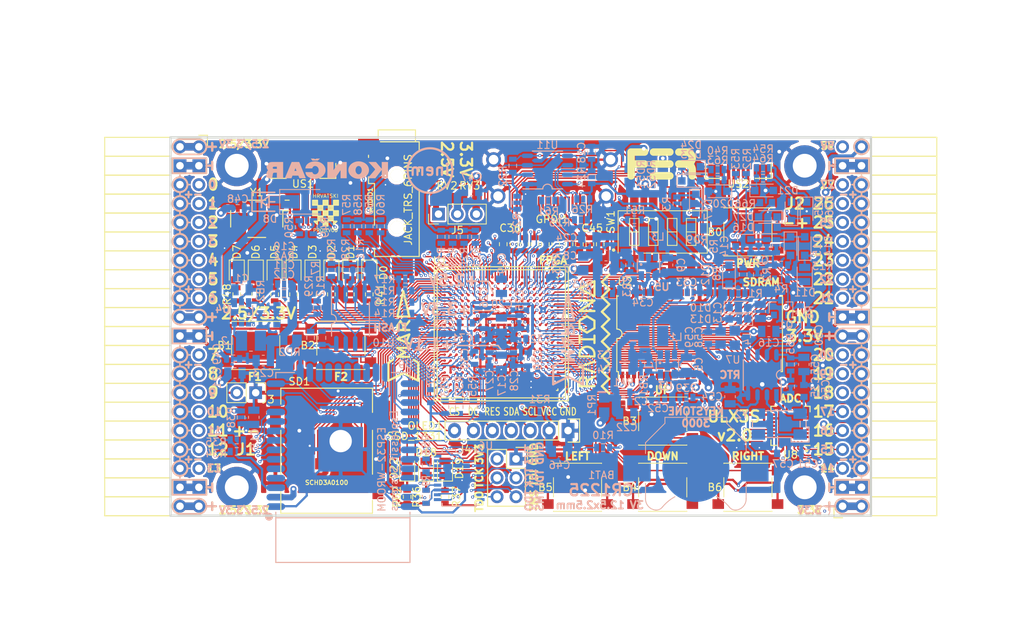
<source format=kicad_pcb>
(kicad_pcb (version 20171130) (host pcbnew 5.0.0-rc2+dfsg1-3)
  (layers (0 F.Cu signal) (1 In1.Cu signal) (2 In2.Cu signal) (31 B.Cu signal) (34 B.Paste user) (35 F.Paste user) (36 B.SilkS user) (37 F.SilkS user) (38 B.Mask user) (39 F.Mask user) (44 Edge.Cuts user))
  (net 0 "")
  (net 1 GND)
  (net 2 +5V)
  (net 3 /gpio/IN5V)
  (net 4 /gpio/OUT5V)
  (net 5 +3V3)
  (net 6 BTN_D)
  (net 7 BTN_F1)
  (net 8 BTN_F2)
  (net 9 BTN_L)
  (net 10 BTN_R)
  (net 11 BTN_U)
  (net 12 /power/FB1)
  (net 13 +2V5)
  (net 14 /power/PWREN)
  (net 15 /power/FB3)
  (net 16 /power/FB2)
  (net 17 /power/VBAT)
  (net 18 JTAG_TDI)
  (net 19 JTAG_TCK)
  (net 20 JTAG_TMS)
  (net 21 JTAG_TDO)
  (net 22 /power/WAKEUPn)
  (net 23 /power/WKUP)
  (net 24 /power/SHUT)
  (net 25 /power/WAKE)
  (net 26 /power/HOLD)
  (net 27 /power/WKn)
  (net 28 /power/OSCI_32k)
  (net 29 /power/OSCO_32k)
  (net 30 SHUTDOWN)
  (net 31 GPDI_SDA)
  (net 32 GPDI_SCL)
  (net 33 /gpdi/VREF2)
  (net 34 SD_CMD)
  (net 35 SD_CLK)
  (net 36 SD_D0)
  (net 37 SD_D1)
  (net 38 USB5V)
  (net 39 GPDI_CEC)
  (net 40 nRESET)
  (net 41 FTDI_nDTR)
  (net 42 SDRAM_CKE)
  (net 43 SDRAM_A7)
  (net 44 SDRAM_D15)
  (net 45 SDRAM_BA1)
  (net 46 SDRAM_D7)
  (net 47 SDRAM_A6)
  (net 48 SDRAM_CLK)
  (net 49 SDRAM_D13)
  (net 50 SDRAM_BA0)
  (net 51 SDRAM_D6)
  (net 52 SDRAM_A5)
  (net 53 SDRAM_D14)
  (net 54 SDRAM_A11)
  (net 55 SDRAM_D12)
  (net 56 SDRAM_D5)
  (net 57 SDRAM_A4)
  (net 58 SDRAM_A10)
  (net 59 SDRAM_D11)
  (net 60 SDRAM_A3)
  (net 61 SDRAM_D4)
  (net 62 SDRAM_D10)
  (net 63 SDRAM_D9)
  (net 64 SDRAM_A9)
  (net 65 SDRAM_D3)
  (net 66 SDRAM_D8)
  (net 67 SDRAM_A8)
  (net 68 SDRAM_A2)
  (net 69 SDRAM_A1)
  (net 70 SDRAM_A0)
  (net 71 SDRAM_D2)
  (net 72 SDRAM_D1)
  (net 73 SDRAM_D0)
  (net 74 SDRAM_DQM0)
  (net 75 SDRAM_nCS)
  (net 76 SDRAM_nRAS)
  (net 77 SDRAM_DQM1)
  (net 78 SDRAM_nCAS)
  (net 79 SDRAM_nWE)
  (net 80 /flash/FLASH_nWP)
  (net 81 /flash/FLASH_nHOLD)
  (net 82 /flash/FLASH_MOSI)
  (net 83 /flash/FLASH_MISO)
  (net 84 /flash/FLASH_SCK)
  (net 85 /flash/FLASH_nCS)
  (net 86 /flash/FPGA_PROGRAMN)
  (net 87 /flash/FPGA_DONE)
  (net 88 /flash/FPGA_INITN)
  (net 89 OLED_RES)
  (net 90 OLED_DC)
  (net 91 OLED_CS)
  (net 92 WIFI_EN)
  (net 93 FTDI_nRTS)
  (net 94 FTDI_TXD)
  (net 95 FTDI_RXD)
  (net 96 WIFI_RXD)
  (net 97 WIFI_GPIO0)
  (net 98 WIFI_TXD)
  (net 99 USB_FTDI_D+)
  (net 100 USB_FTDI_D-)
  (net 101 SD_D3)
  (net 102 AUDIO_L3)
  (net 103 AUDIO_L2)
  (net 104 AUDIO_L1)
  (net 105 AUDIO_L0)
  (net 106 AUDIO_R3)
  (net 107 AUDIO_R2)
  (net 108 AUDIO_R1)
  (net 109 AUDIO_R0)
  (net 110 OLED_CLK)
  (net 111 OLED_MOSI)
  (net 112 LED0)
  (net 113 LED1)
  (net 114 LED2)
  (net 115 LED3)
  (net 116 LED4)
  (net 117 LED5)
  (net 118 LED6)
  (net 119 LED7)
  (net 120 BTN_PWRn)
  (net 121 FTDI_nTXLED)
  (net 122 FTDI_nSLEEP)
  (net 123 /blinkey/LED_PWREN)
  (net 124 /blinkey/LED_TXLED)
  (net 125 /sdcard/SD3V3)
  (net 126 SD_D2)
  (net 127 CLK_25MHz)
  (net 128 /blinkey/BTNPUL)
  (net 129 /blinkey/BTNPUR)
  (net 130 USB_FPGA_D+)
  (net 131 /power/FTDI_nSUSPEND)
  (net 132 /blinkey/ALED0)
  (net 133 /blinkey/ALED1)
  (net 134 /blinkey/ALED2)
  (net 135 /blinkey/ALED3)
  (net 136 /blinkey/ALED4)
  (net 137 /blinkey/ALED5)
  (net 138 /blinkey/ALED6)
  (net 139 /blinkey/ALED7)
  (net 140 /usb/FTD-)
  (net 141 /usb/FTD+)
  (net 142 ADC_MISO)
  (net 143 ADC_MOSI)
  (net 144 ADC_CSn)
  (net 145 ADC_SCLK)
  (net 146 SW3)
  (net 147 SW2)
  (net 148 SW1)
  (net 149 USB_FPGA_D-)
  (net 150 /usb/FPD+)
  (net 151 /usb/FPD-)
  (net 152 WIFI_GPIO16)
  (net 153 /usb/ANT_433MHz)
  (net 154 /power/PWRBTn)
  (net 155 PROG_DONE)
  (net 156 /power/P3V3)
  (net 157 /power/P2V5)
  (net 158 /power/L1)
  (net 159 /power/L3)
  (net 160 /power/L2)
  (net 161 FTDI_TXDEN)
  (net 162 SDRAM_A12)
  (net 163 /analog/AUDIO_V)
  (net 164 AUDIO_V3)
  (net 165 AUDIO_V2)
  (net 166 AUDIO_V1)
  (net 167 AUDIO_V0)
  (net 168 /blinkey/LED_WIFI)
  (net 169 /power/P1V1)
  (net 170 +1V1)
  (net 171 SW4)
  (net 172 /blinkey/SWPU)
  (net 173 /wifi/WIFIEN)
  (net 174 FT2V5)
  (net 175 GN0)
  (net 176 GP0)
  (net 177 GN1)
  (net 178 GP1)
  (net 179 GN2)
  (net 180 GP2)
  (net 181 GN3)
  (net 182 GP3)
  (net 183 GN4)
  (net 184 GP4)
  (net 185 GN5)
  (net 186 GP5)
  (net 187 GN6)
  (net 188 GP6)
  (net 189 GN14)
  (net 190 GP14)
  (net 191 GN15)
  (net 192 GP15)
  (net 193 GN16)
  (net 194 GP16)
  (net 195 GN17)
  (net 196 GP17)
  (net 197 GN18)
  (net 198 GP18)
  (net 199 GN19)
  (net 200 GP19)
  (net 201 GN20)
  (net 202 GP20)
  (net 203 GN21)
  (net 204 GP21)
  (net 205 GN22)
  (net 206 GP22)
  (net 207 GN23)
  (net 208 GP23)
  (net 209 GN24)
  (net 210 GP24)
  (net 211 GN25)
  (net 212 GP25)
  (net 213 GN26)
  (net 214 GP26)
  (net 215 GN27)
  (net 216 GP27)
  (net 217 GN7)
  (net 218 GP7)
  (net 219 GN8)
  (net 220 GP8)
  (net 221 GN9)
  (net 222 GP9)
  (net 223 GN10)
  (net 224 GP10)
  (net 225 GN11)
  (net 226 GP11)
  (net 227 GN12)
  (net 228 GP12)
  (net 229 GN13)
  (net 230 GP13)
  (net 231 WIFI_GPIO5)
  (net 232 WIFI_GPIO17)
  (net 233 USB_FPGA_PULL_D+)
  (net 234 USB_FPGA_PULL_D-)
  (net 235 "Net-(D23-Pad2)")
  (net 236 "Net-(D24-Pad1)")
  (net 237 "Net-(D25-Pad2)")
  (net 238 "Net-(D26-Pad1)")
  (net 239 /gpdi/GPDI_ETH+)
  (net 240 FPDI_ETH+)
  (net 241 /gpdi/GPDI_ETH-)
  (net 242 FPDI_ETH-)
  (net 243 /gpdi/GPDI_D2-)
  (net 244 FPDI_D2-)
  (net 245 /gpdi/GPDI_D1-)
  (net 246 FPDI_D1-)
  (net 247 /gpdi/GPDI_D0-)
  (net 248 FPDI_D0-)
  (net 249 /gpdi/GPDI_CLK-)
  (net 250 FPDI_CLK-)
  (net 251 /gpdi/GPDI_D2+)
  (net 252 FPDI_D2+)
  (net 253 /gpdi/GPDI_D1+)
  (net 254 FPDI_D1+)
  (net 255 /gpdi/GPDI_D0+)
  (net 256 FPDI_D0+)
  (net 257 /gpdi/GPDI_CLK+)
  (net 258 FPDI_CLK+)
  (net 259 FPDI_SDA)
  (net 260 FPDI_SCL)
  (net 261 /gpdi/FPDI_CEC)
  (net 262 2V5_3V3)
  (net 263 "Net-(AUDIO1-Pad5)")
  (net 264 "Net-(AUDIO1-Pad6)")
  (net 265 "Net-(U1-PadA15)")
  (net 266 "Net-(U1-PadC9)")
  (net 267 "Net-(U1-PadD9)")
  (net 268 "Net-(U1-PadD10)")
  (net 269 "Net-(U1-PadD11)")
  (net 270 "Net-(U1-PadD12)")
  (net 271 "Net-(U1-PadE6)")
  (net 272 "Net-(U1-PadE9)")
  (net 273 "Net-(U1-PadE10)")
  (net 274 "Net-(U1-PadE11)")
  (net 275 "Net-(U1-PadJ4)")
  (net 276 "Net-(U1-PadJ5)")
  (net 277 "Net-(U1-PadK5)")
  (net 278 "Net-(U1-PadL5)")
  (net 279 "Net-(U1-PadM4)")
  (net 280 "Net-(U1-PadM5)")
  (net 281 SD_CD)
  (net 282 SD_WP)
  (net 283 "Net-(U1-PadR3)")
  (net 284 "Net-(U1-PadT16)")
  (net 285 "Net-(U1-PadW4)")
  (net 286 "Net-(U1-PadW5)")
  (net 287 "Net-(U1-PadW8)")
  (net 288 "Net-(U1-PadW9)")
  (net 289 "Net-(U1-PadW13)")
  (net 290 "Net-(U1-PadW14)")
  (net 291 "Net-(U1-PadW17)")
  (net 292 "Net-(U1-PadW18)")
  (net 293 FTDI_nRXLED)
  (net 294 "Net-(U8-Pad12)")
  (net 295 "Net-(U8-Pad25)")
  (net 296 "Net-(U9-Pad32)")
  (net 297 "Net-(U9-Pad22)")
  (net 298 "Net-(U9-Pad21)")
  (net 299 "Net-(U9-Pad20)")
  (net 300 "Net-(U9-Pad19)")
  (net 301 "Net-(U9-Pad18)")
  (net 302 "Net-(U9-Pad17)")
  (net 303 "Net-(U9-Pad12)")
  (net 304 "Net-(U9-Pad5)")
  (net 305 "Net-(U9-Pad4)")
  (net 306 "Net-(US1-Pad4)")
  (net 307 "Net-(Y2-Pad3)")
  (net 308 "Net-(Y2-Pad2)")
  (net 309 "Net-(U1-PadK16)")
  (net 310 "Net-(U1-PadK17)")
  (net 311 /usb/US2VBUS)
  (net 312 /power/SHD)
  (net 313 /power/RTCVDD)
  (net 314 "Net-(D27-Pad2)")
  (net 315 US2_ID)
  (net 316 /analog/AUDIO_L)
  (net 317 /analog/AUDIO_R)
  (net 318 /analog/ADC3V3)
  (module Keystone_3000_1x12mm-CoinCell:Keystone_3000_1x12mm-CoinCell (layer B.Cu) (at 164.585 105.87 90)
    (fp_text reference BAT1 (at -0.907 -12.685 180) (layer B.SilkS) (effects (justify mirror)))
    (fp_text value CR1225)
    (pad 1 smd rect (at 0 7.9 180) (size 3.7 3.5) (layers B.Cu B.Paste B.Mask) (net 17 /power/VBAT) (clearance 0.7))
    (pad 1 smd rect (at 0 -7.9 180) (size 3.7 3.5) (layers B.Cu B.Paste B.Mask) (net 17 /power/VBAT) (clearance 0.7))
    (pad 2 smd circle (at 0 0 180) (size 9 9) (layers B.Cu B.Mask) (net 1 GND))
  )
  (module SM8:SM8 (layer B.Cu) (at 144.68 65.8015 90)
    (fp_text reference U11 (at 3.3475 -0.019 -180) (layer B.SilkS) (effects (justify mirror)))
    (fp_text value PCA9306D)
    (pad 1 smd rect (at -1.905 -2.7) (size 1.55 0.6) (layers B.Cu B.Paste B.Mask) (net 1 GND))
    (pad 2 smd oval (at -0.635 -2.7) (size 1.55 0.6) (layers B.Cu B.Paste B.Mask) (net 13 +2V5))
    (pad 3 smd oval (at 0.635 -2.7) (size 1.55 0.6) (layers B.Cu B.Paste B.Mask) (net 260 FPDI_SCL))
    (pad 4 smd oval (at 1.905 -2.7) (size 1.55 0.6) (layers B.Cu B.Paste B.Mask) (net 259 FPDI_SDA))
    (pad 5 smd oval (at 1.905 2.7) (size 1.55 0.6) (layers B.Cu B.Paste B.Mask) (net 31 GPDI_SDA))
    (pad 6 smd oval (at 0.635 2.7) (size 1.55 0.6) (layers B.Cu B.Paste B.Mask) (net 32 GPDI_SCL))
    (pad 7 smd oval (at -0.635 2.7) (size 1.55 0.6) (layers B.Cu B.Paste B.Mask) (net 33 /gpdi/VREF2))
    (pad 8 smd oval (at -1.905 2.7) (size 1.55 0.6) (layers B.Cu B.Paste B.Mask) (net 5 +3V3))
  )
  (module TSOP54:TSOP54 (layer F.Cu) (at 165.093 87.8 90)
    (fp_text reference U2 (at 6.98 -9.993 180) (layer F.SilkS))
    (fp_text value MT48LC16M16A2TG)
    (pad 28 smd rect (at 5.53 10.4 90) (size 0.9 0.56) (layers F.Cu F.Paste F.Mask) (net 1 GND))
    (pad 1 smd rect (at -5.53 -10.4 90) (size 0.9 0.56) (layers F.Cu F.Paste F.Mask) (net 5 +3V3))
    (pad 2 smd rect (at -5.53 -9.6 90) (size 0.9 0.56) (layers F.Cu F.Paste F.Mask) (net 73 SDRAM_D0))
    (pad 3 smd rect (at -5.53 -8.8 90) (size 0.9 0.56) (layers F.Cu F.Paste F.Mask) (net 5 +3V3))
    (pad 4 smd rect (at -5.53 -8 90) (size 0.9 0.56) (layers F.Cu F.Paste F.Mask) (net 72 SDRAM_D1))
    (pad 5 smd rect (at -5.53 -7.2 90) (size 0.9 0.56) (layers F.Cu F.Paste F.Mask) (net 71 SDRAM_D2))
    (pad 6 smd rect (at -5.53 -6.4 90) (size 0.9 0.56) (layers F.Cu F.Paste F.Mask) (net 1 GND))
    (pad 7 smd rect (at -5.53 -5.6 90) (size 0.9 0.56) (layers F.Cu F.Paste F.Mask) (net 65 SDRAM_D3))
    (pad 8 smd rect (at -5.53 -4.8 90) (size 0.9 0.56) (layers F.Cu F.Paste F.Mask) (net 61 SDRAM_D4))
    (pad 9 smd rect (at -5.53 -4 90) (size 0.9 0.56) (layers F.Cu F.Paste F.Mask) (net 5 +3V3))
    (pad 10 smd rect (at -5.53 -3.2 90) (size 0.9 0.56) (layers F.Cu F.Paste F.Mask) (net 56 SDRAM_D5))
    (pad 11 smd rect (at -5.53 -2.4 90) (size 0.9 0.56) (layers F.Cu F.Paste F.Mask) (net 51 SDRAM_D6))
    (pad 12 smd rect (at -5.53 -1.6 90) (size 0.9 0.56) (layers F.Cu F.Paste F.Mask) (net 1 GND))
    (pad 13 smd rect (at -5.53 -0.8 90) (size 0.9 0.56) (layers F.Cu F.Paste F.Mask) (net 46 SDRAM_D7))
    (pad 14 smd rect (at -5.53 0 90) (size 0.9 0.56) (layers F.Cu F.Paste F.Mask) (net 5 +3V3))
    (pad 15 smd rect (at -5.53 0.8 90) (size 0.9 0.56) (layers F.Cu F.Paste F.Mask) (net 74 SDRAM_DQM0))
    (pad 16 smd rect (at -5.53 1.6 90) (size 0.9 0.56) (layers F.Cu F.Paste F.Mask) (net 79 SDRAM_nWE))
    (pad 17 smd rect (at -5.53 2.4 90) (size 0.9 0.56) (layers F.Cu F.Paste F.Mask) (net 78 SDRAM_nCAS))
    (pad 18 smd rect (at -5.53 3.2 90) (size 0.9 0.56) (layers F.Cu F.Paste F.Mask) (net 76 SDRAM_nRAS))
    (pad 19 smd rect (at -5.53 4 90) (size 0.9 0.56) (layers F.Cu F.Paste F.Mask) (net 75 SDRAM_nCS))
    (pad 20 smd rect (at -5.53 4.8 90) (size 0.9 0.56) (layers F.Cu F.Paste F.Mask) (net 50 SDRAM_BA0))
    (pad 21 smd rect (at -5.53 5.6 90) (size 0.9 0.56) (layers F.Cu F.Paste F.Mask) (net 45 SDRAM_BA1))
    (pad 22 smd rect (at -5.53 6.4 90) (size 0.9 0.56) (layers F.Cu F.Paste F.Mask) (net 58 SDRAM_A10))
    (pad 23 smd rect (at -5.53 7.2 90) (size 0.9 0.56) (layers F.Cu F.Paste F.Mask) (net 70 SDRAM_A0))
    (pad 24 smd rect (at -5.53 8 90) (size 0.9 0.56) (layers F.Cu F.Paste F.Mask) (net 69 SDRAM_A1))
    (pad 25 smd rect (at -5.53 8.8 90) (size 0.9 0.56) (layers F.Cu F.Paste F.Mask) (net 68 SDRAM_A2))
    (pad 26 smd rect (at -5.53 9.6 90) (size 0.9 0.56) (layers F.Cu F.Paste F.Mask) (net 60 SDRAM_A3))
    (pad 27 smd rect (at -5.53 10.4 90) (size 0.9 0.56) (layers F.Cu F.Paste F.Mask) (net 5 +3V3))
    (pad 29 smd rect (at 5.53 9.6 90) (size 0.9 0.56) (layers F.Cu F.Paste F.Mask) (net 57 SDRAM_A4))
    (pad 30 smd rect (at 5.53 8.8 90) (size 0.9 0.56) (layers F.Cu F.Paste F.Mask) (net 52 SDRAM_A5))
    (pad 31 smd rect (at 5.53 8 90) (size 0.9 0.56) (layers F.Cu F.Paste F.Mask) (net 47 SDRAM_A6))
    (pad 32 smd rect (at 5.53 7.2 90) (size 0.9 0.56) (layers F.Cu F.Paste F.Mask) (net 43 SDRAM_A7))
    (pad 33 smd rect (at 5.53 6.4 90) (size 0.9 0.56) (layers F.Cu F.Paste F.Mask) (net 67 SDRAM_A8))
    (pad 34 smd rect (at 5.53 5.6 90) (size 0.9 0.56) (layers F.Cu F.Paste F.Mask) (net 64 SDRAM_A9))
    (pad 35 smd rect (at 5.53 4.8 90) (size 0.9 0.56) (layers F.Cu F.Paste F.Mask) (net 54 SDRAM_A11))
    (pad 36 smd rect (at 5.53 4 90) (size 0.9 0.56) (layers F.Cu F.Paste F.Mask) (net 162 SDRAM_A12))
    (pad 37 smd rect (at 5.53 3.2 90) (size 0.9 0.56) (layers F.Cu F.Paste F.Mask) (net 42 SDRAM_CKE))
    (pad 38 smd rect (at 5.53 2.4 90) (size 0.9 0.56) (layers F.Cu F.Paste F.Mask) (net 48 SDRAM_CLK))
    (pad 39 smd rect (at 5.53 1.6 90) (size 0.9 0.56) (layers F.Cu F.Paste F.Mask) (net 77 SDRAM_DQM1))
    (pad 40 smd rect (at 5.53 0.8 90) (size 0.9 0.56) (layers F.Cu F.Paste F.Mask))
    (pad 41 smd rect (at 5.53 0 90) (size 0.9 0.56) (layers F.Cu F.Paste F.Mask) (net 1 GND))
    (pad 42 smd rect (at 5.53 -0.8 90) (size 0.9 0.56) (layers F.Cu F.Paste F.Mask) (net 66 SDRAM_D8))
    (pad 43 smd rect (at 5.53 -1.6 90) (size 0.9 0.56) (layers F.Cu F.Paste F.Mask) (net 5 +3V3))
    (pad 44 smd rect (at 5.53 -2.4 90) (size 0.9 0.56) (layers F.Cu F.Paste F.Mask) (net 63 SDRAM_D9))
    (pad 45 smd rect (at 5.53 -3.2 90) (size 0.9 0.56) (layers F.Cu F.Paste F.Mask) (net 62 SDRAM_D10))
    (pad 46 smd rect (at 5.53 -4 90) (size 0.9 0.56) (layers F.Cu F.Paste F.Mask) (net 1 GND))
    (pad 47 smd rect (at 5.53 -4.8 90) (size 0.9 0.56) (layers F.Cu F.Paste F.Mask) (net 59 SDRAM_D11))
    (pad 48 smd rect (at 5.53 -5.6 90) (size 0.9 0.56) (layers F.Cu F.Paste F.Mask) (net 55 SDRAM_D12))
    (pad 49 smd rect (at 5.53 -6.4 90) (size 0.9 0.56) (layers F.Cu F.Paste F.Mask) (net 5 +3V3))
    (pad 50 smd rect (at 5.53 -7.2 90) (size 0.9 0.56) (layers F.Cu F.Paste F.Mask) (net 49 SDRAM_D13))
    (pad 51 smd rect (at 5.53 -8 90) (size 0.9 0.56) (layers F.Cu F.Paste F.Mask) (net 53 SDRAM_D14))
    (pad 52 smd rect (at 5.53 -8.8 90) (size 0.9 0.56) (layers F.Cu F.Paste F.Mask) (net 1 GND))
    (pad 53 smd rect (at 5.53 -9.6 90) (size 0.9 0.56) (layers F.Cu F.Paste F.Mask) (net 44 SDRAM_D15))
    (pad 54 smd rect (at 5.53 -10.4 90) (size 0.9 0.56) (layers F.Cu F.Paste F.Mask) (net 1 GND))
  )
  (module SOA008-150mil:SOA008-150-208mil (layer B.Cu) (at 118.245 85.822 270)
    (fp_text reference U10 (at 3.175 -4.445) (layer B.SilkS) (effects (justify mirror)))
    (fp_text value IS25LP128F-JBLE)
    (pad 1 smd rect (at -3.302 1.905 270) (size 2.1 0.6) (layers B.Cu B.Paste B.Mask) (net 85 /flash/FLASH_nCS))
    (pad 2 smd oval (at -3.302 0.635 270) (size 2.1 0.6) (layers B.Cu B.Paste B.Mask) (net 83 /flash/FLASH_MISO))
    (pad 3 smd oval (at -3.302 -0.635 270) (size 2.1 0.6) (layers B.Cu B.Paste B.Mask) (net 80 /flash/FLASH_nWP))
    (pad 4 smd oval (at -3.302 -1.905 270) (size 2.1 0.6) (layers B.Cu B.Paste B.Mask) (net 1 GND))
    (pad 5 smd oval (at 3.302 -1.905 270) (size 2.1 0.6) (layers B.Cu B.Paste B.Mask) (net 82 /flash/FLASH_MOSI))
    (pad 6 smd oval (at 3.302 -0.635 270) (size 2.1 0.6) (layers B.Cu B.Paste B.Mask) (net 84 /flash/FLASH_SCK))
    (pad 7 smd oval (at 3.302 0.635 270) (size 2.1 0.6) (layers B.Cu B.Paste B.Mask) (net 81 /flash/FLASH_nHOLD))
    (pad 8 smd oval (at 3.302 1.905 270) (size 2.1 0.6) (layers B.Cu B.Paste B.Mask) (net 5 +3V3))
  )
  (module SOT96-1:SOT96-1 (layer B.Cu) (at 173.49 93.315 90)
    (fp_text reference U7 (at 2.032 -3.937 180) (layer B.SilkS) (effects (justify mirror)))
    (fp_text value PCF8523)
    (pad 1 smd rect (at -2.7 1.905 90) (size 1.55 0.6) (layers B.Cu B.Paste B.Mask) (net 28 /power/OSCI_32k))
    (pad 2 smd oval (at -2.7 0.635 90) (size 1.55 0.6) (layers B.Cu B.Paste B.Mask) (net 29 /power/OSCO_32k))
    (pad 3 smd oval (at -2.7 -0.635 90) (size 1.55 0.6) (layers B.Cu B.Paste B.Mask) (net 17 /power/VBAT))
    (pad 4 smd oval (at -2.7 -1.905 90) (size 1.55 0.6) (layers B.Cu B.Paste B.Mask) (net 1 GND))
    (pad 5 smd oval (at 2.7 -1.905 90) (size 1.55 0.6) (layers B.Cu B.Paste B.Mask) (net 259 FPDI_SDA))
    (pad 6 smd oval (at 2.7 -0.635 90) (size 1.55 0.6) (layers B.Cu B.Paste B.Mask) (net 260 FPDI_SCL))
    (pad 7 smd oval (at 2.7 0.635 90) (size 1.55 0.6) (layers B.Cu B.Paste B.Mask) (net 22 /power/WAKEUPn))
    (pad 8 smd oval (at 2.7 1.905 90) (size 1.55 0.6) (layers B.Cu B.Paste B.Mask) (net 313 /power/RTCVDD))
  )
  (module ft231x:FT231X-SSOP-20_4.4x6.5mm_Pitch0.65mm (layer B.Cu) (at 132.835 107.14 180)
    (fp_text reference U6 (at -3.556 4.318 180) (layer B.SilkS) (effects (justify mirror)))
    (fp_text value FT231XS)
    (pad 20 smd rect (at 2.9 2.925 180) (size 1 0.4) (layers B.Cu B.Paste B.Mask) (net 94 FTDI_TXD))
    (pad 19 smd rect (at 2.9 2.275 180) (size 1 0.4) (layers B.Cu B.Paste B.Mask) (net 122 FTDI_nSLEEP))
    (pad 18 smd rect (at 2.9 1.625 180) (size 1 0.4) (layers B.Cu B.Paste B.Mask) (net 161 FTDI_TXDEN))
    (pad 17 smd rect (at 2.9 0.975 180) (size 1 0.4) (layers B.Cu B.Paste B.Mask) (net 293 FTDI_nRXLED))
    (pad 16 smd rect (at 2.9 0.325 180) (size 1 0.4) (layers B.Cu B.Paste B.Mask) (net 1 GND))
    (pad 15 smd rect (at 2.9 -0.325 180) (size 1 0.4) (layers B.Cu B.Paste B.Mask) (net 38 USB5V))
    (pad 14 smd rect (at 2.9 -0.975 180) (size 1 0.4) (layers B.Cu B.Paste B.Mask) (net 40 nRESET))
    (pad 13 smd rect (at 2.9 -1.625 180) (size 1 0.4) (layers B.Cu B.Paste B.Mask) (net 174 FT2V5))
    (pad 12 smd rect (at 2.9 -2.275 180) (size 1 0.4) (layers B.Cu B.Paste B.Mask) (net 100 USB_FTDI_D-))
    (pad 11 smd rect (at 2.9 -2.925 180) (size 1 0.4) (layers B.Cu B.Paste B.Mask) (net 99 USB_FTDI_D+))
    (pad 10 smd rect (at -2.9 -2.925 180) (size 1 0.4) (layers B.Cu B.Paste B.Mask) (net 121 FTDI_nTXLED))
    (pad 9 smd rect (at -2.9 -2.275 180) (size 1 0.4) (layers B.Cu B.Paste B.Mask) (net 21 JTAG_TDO))
    (pad 8 smd rect (at -2.9 -1.625 180) (size 1 0.4) (layers B.Cu B.Paste B.Mask) (net 20 JTAG_TMS))
    (pad 7 smd rect (at -2.9 -0.975 180) (size 1 0.4) (layers B.Cu B.Paste B.Mask) (net 19 JTAG_TCK))
    (pad 6 smd rect (at -2.9 -0.325 180) (size 1 0.4) (layers B.Cu B.Paste B.Mask) (net 1 GND))
    (pad 5 smd rect (at -2.9 0.325 180) (size 1 0.4) (layers B.Cu B.Paste B.Mask) (net 18 JTAG_TDI))
    (pad 4 smd rect (at -2.9 0.975 180) (size 1 0.4) (layers B.Cu B.Paste B.Mask) (net 95 FTDI_RXD))
    (pad 3 smd rect (at -2.9 1.625 180) (size 1 0.4) (layers B.Cu B.Paste B.Mask) (net 174 FT2V5))
    (pad 2 smd rect (at -2.9 2.275 180) (size 1 0.4) (layers B.Cu B.Paste B.Mask) (net 93 FTDI_nRTS))
    (pad 1 smd rect (at -2.9 2.925 180) (size 1 0.4) (layers B.Cu B.Paste B.Mask) (net 41 FTDI_nDTR))
  )
  (module TSOT-25:TSOT-25 (layer B.Cu) (at 158.235 78.692)
    (fp_text reference U5 (at 1.793 2.812) (layer B.SilkS) (effects (font (thickness 0.2)) (justify mirror)))
    (fp_text value TLV62569DBV)
    (pad 1 smd rect (at -0.95 -1.3) (size 0.7 1.2) (layers B.Cu B.Paste B.Mask) (net 14 /power/PWREN))
    (pad 2 smd rect (at 0 -1.3) (size 0.7 1.2) (layers B.Cu B.Paste B.Mask) (net 1 GND))
    (pad 3 smd rect (at 0.95 -1.3) (size 0.7 1.2) (layers B.Cu B.Paste B.Mask) (net 159 /power/L3))
    (pad 4 smd rect (at 0.95 1.3) (size 0.7 1.2) (layers B.Cu B.Paste B.Mask) (net 2 +5V))
    (pad 5 smd rect (at -0.95 1.3) (size 0.7 1.2) (layers B.Cu B.Paste B.Mask) (net 15 /power/FB3))
  )
  (module TSOT-25:TSOT-25 (layer B.Cu) (at 160.775 91.9)
    (fp_text reference U3 (at -0.295 2.9) (layer B.SilkS) (effects (font (thickness 0.2)) (justify mirror)))
    (fp_text value TLV62569DBV)
    (pad 1 smd rect (at -0.95 -1.3) (size 0.7 1.2) (layers B.Cu B.Paste B.Mask) (net 14 /power/PWREN))
    (pad 2 smd rect (at 0 -1.3) (size 0.7 1.2) (layers B.Cu B.Paste B.Mask) (net 1 GND))
    (pad 3 smd rect (at 0.95 -1.3) (size 0.7 1.2) (layers B.Cu B.Paste B.Mask) (net 158 /power/L1))
    (pad 4 smd rect (at 0.95 1.3) (size 0.7 1.2) (layers B.Cu B.Paste B.Mask) (net 2 +5V))
    (pad 5 smd rect (at -0.95 1.3) (size 0.7 1.2) (layers B.Cu B.Paste B.Mask) (net 12 /power/FB1))
  )
  (module TSOT-25:TSOT-25 (layer B.Cu) (at 103.625 84.915 180)
    (fp_text reference U4 (at 2.525 0.4265 180) (layer B.SilkS) (effects (font (thickness 0.2)) (justify mirror)))
    (fp_text value TLV62569DBV)
    (pad 1 smd rect (at -0.95 -1.3 180) (size 0.7 1.2) (layers B.Cu B.Paste B.Mask) (net 14 /power/PWREN))
    (pad 2 smd rect (at 0 -1.3 180) (size 0.7 1.2) (layers B.Cu B.Paste B.Mask) (net 1 GND))
    (pad 3 smd rect (at 0.95 -1.3 180) (size 0.7 1.2) (layers B.Cu B.Paste B.Mask) (net 160 /power/L2))
    (pad 4 smd rect (at 0.95 1.3 180) (size 0.7 1.2) (layers B.Cu B.Paste B.Mask) (net 2 +5V))
    (pad 5 smd rect (at -0.95 1.3 180) (size 0.7 1.2) (layers B.Cu B.Paste B.Mask) (net 16 /power/FB2))
  )
  (module ESP32:ESP32-WROOM (layer B.Cu) (at 117.23 105.75 180)
    (fp_text reference U9 (at -8.366 13.85 180) (layer B.SilkS) (effects (justify mirror)))
    (fp_text value ESP-WROOM32)
    (fp_text user "Espressif Systems" (at -6.858 0.889 90) (layer B.SilkS) (effects (justify mirror)))
    (fp_text user ESP32-WROOM (at -5.207 -0.254 90) (layer B.SilkS) (effects (justify mirror)))
    (pad 38 smd oval (at -9 -5.25 180) (size 2.5 0.9) (layers B.Cu B.Paste B.Mask) (net 1 GND))
    (pad 37 smd oval (at -9 -3.98 180) (size 2.5 0.9) (layers B.Cu B.Paste B.Mask) (net 18 JTAG_TDI))
    (pad 36 smd oval (at -9 -2.71 180) (size 2.5 0.9) (layers B.Cu B.Paste B.Mask) (net 155 PROG_DONE))
    (pad 35 smd oval (at -9 -1.44 180) (size 2.5 0.9) (layers B.Cu B.Paste B.Mask) (net 98 WIFI_TXD))
    (pad 34 smd oval (at -9 -0.17 180) (size 2.5 0.9) (layers B.Cu B.Paste B.Mask) (net 96 WIFI_RXD))
    (pad 33 smd oval (at -9 1.1 180) (size 2.5 0.9) (layers B.Cu B.Paste B.Mask) (net 20 JTAG_TMS))
    (pad 32 smd oval (at -9 2.37 180) (size 2.5 0.9) (layers B.Cu B.Paste B.Mask) (net 296 "Net-(U9-Pad32)"))
    (pad 31 smd oval (at -9 3.64 180) (size 2.5 0.9) (layers B.Cu B.Paste B.Mask) (net 21 JTAG_TDO))
    (pad 30 smd oval (at -9 4.91 180) (size 2.5 0.9) (layers B.Cu B.Paste B.Mask) (net 19 JTAG_TCK))
    (pad 29 smd oval (at -9 6.18 180) (size 2.5 0.9) (layers B.Cu B.Paste B.Mask) (net 231 WIFI_GPIO5))
    (pad 28 smd oval (at -9 7.45 180) (size 2.5 0.9) (layers B.Cu B.Paste B.Mask) (net 232 WIFI_GPIO17))
    (pad 27 smd oval (at -9 8.72 180) (size 2.5 0.9) (layers B.Cu B.Paste B.Mask) (net 152 WIFI_GPIO16))
    (pad 26 smd oval (at -9 9.99 180) (size 2.5 0.9) (layers B.Cu B.Paste B.Mask) (net 37 SD_D1))
    (pad 25 smd oval (at -9 11.26 180) (size 2.5 0.9) (layers B.Cu B.Paste B.Mask) (net 97 WIFI_GPIO0))
    (pad 24 smd oval (at -5.715 12.75 180) (size 0.9 2.5) (layers B.Cu B.Paste B.Mask) (net 36 SD_D0))
    (pad 23 smd oval (at -4.445 12.75 180) (size 0.9 2.5) (layers B.Cu B.Paste B.Mask) (net 34 SD_CMD))
    (pad 22 smd oval (at -3.175 12.75 180) (size 0.9 2.5) (layers B.Cu B.Paste B.Mask) (net 297 "Net-(U9-Pad22)"))
    (pad 21 smd oval (at -1.905 12.75 180) (size 0.9 2.5) (layers B.Cu B.Paste B.Mask) (net 298 "Net-(U9-Pad21)"))
    (pad 20 smd oval (at -0.635 12.75 180) (size 0.9 2.5) (layers B.Cu B.Paste B.Mask) (net 299 "Net-(U9-Pad20)"))
    (pad 19 smd oval (at 0.635 12.75 180) (size 0.9 2.5) (layers B.Cu B.Paste B.Mask) (net 300 "Net-(U9-Pad19)"))
    (pad 18 smd oval (at 1.905 12.75 180) (size 0.9 2.5) (layers B.Cu B.Paste B.Mask) (net 301 "Net-(U9-Pad18)"))
    (pad 17 smd oval (at 3.175 12.75 180) (size 0.9 2.5) (layers B.Cu B.Paste B.Mask) (net 302 "Net-(U9-Pad17)"))
    (pad 16 smd oval (at 4.445 12.75 180) (size 0.9 2.5) (layers B.Cu B.Paste B.Mask) (net 101 SD_D3))
    (pad 15 smd oval (at 5.715 12.75 180) (size 0.9 2.5) (layers B.Cu B.Paste B.Mask) (net 1 GND))
    (pad 14 smd oval (at 9 11.26 180) (size 2.5 0.9) (layers B.Cu B.Paste B.Mask) (net 126 SD_D2))
    (pad 13 smd oval (at 9 9.99 180) (size 2.5 0.9) (layers B.Cu B.Paste B.Mask) (net 35 SD_CLK))
    (pad 12 smd oval (at 9 8.72 180) (size 2.5 0.9) (layers B.Cu B.Paste B.Mask) (net 303 "Net-(U9-Pad12)"))
    (pad 11 smd oval (at 9 7.45 180) (size 2.5 0.9) (layers B.Cu B.Paste B.Mask) (net 225 GN11))
    (pad 10 smd oval (at 9 6.18 180) (size 2.5 0.9) (layers B.Cu B.Paste B.Mask) (net 226 GP11))
    (pad 9 smd oval (at 9 4.91 180) (size 2.5 0.9) (layers B.Cu B.Paste B.Mask) (net 227 GN12))
    (pad 8 smd oval (at 9 3.64 180) (size 2.5 0.9) (layers B.Cu B.Paste B.Mask) (net 228 GP12))
    (pad 7 smd oval (at 9 2.37 180) (size 2.5 0.9) (layers B.Cu B.Paste B.Mask) (net 229 GN13))
    (pad 6 smd oval (at 9 1.1 180) (size 2.5 0.9) (layers B.Cu B.Paste B.Mask) (net 230 GP13))
    (pad 5 smd oval (at 9 -0.17 180) (size 2.5 0.9) (layers B.Cu B.Paste B.Mask) (net 304 "Net-(U9-Pad5)"))
    (pad 4 smd oval (at 9 -1.44 180) (size 2.5 0.9) (layers B.Cu B.Paste B.Mask) (net 305 "Net-(U9-Pad4)"))
    (pad 3 smd oval (at 9 -2.71 180) (size 2.5 0.9) (layers B.Cu B.Paste B.Mask) (net 173 /wifi/WIFIEN))
    (pad 2 smd oval (at 9 -3.98 180) (size 2.5 0.9) (layers B.Cu B.Paste B.Mask) (net 5 +3V3))
    (pad 1 smd oval (at 9 -5.25 180) (size 2.5 0.9) (layers B.Cu B.Paste B.Mask) (net 1 GND))
    (pad 39 smd rect (at 0.3 2.45 180) (size 6 6) (layers B.Cu B.Paste B.Mask) (net 1 GND))
  )
  (module inem:inem (layer B.Cu) (at 128.913 65.883)
    (fp_text reference REF** hide)
    (fp_text value inem hide)
    (fp_text user inem (at 0 -0.1) (layer B.SilkS) (effects (font (size 1.5 1.5) (thickness 0.3)) (justify mirror)))
  )
  (module fer:fer4mm6 (layer F.Cu) (at 159.901 64.994)
    (fp_text reference fer hide)
    (fp_text value fer hide)
  )
  (module Socket_Strips:Socket_Strip_Angled_2x20 (layer F.Cu) (at 97.91 62.69 270)
    (fp_text reference J1 (at 40.64 -6.35) (layer F.SilkS) (effects (font (size 1.5 1.5) (thickness 0.3))))
    (fp_text value CONN_02X20 hide)
    (pad 1 thru_hole oval (at 0 0 270) (size 1.7272 1.7272) (drill 1.016) (layers *.Cu *.Mask) (net 262 2V5_3V3))
    (pad 2 thru_hole oval (at 0 2.54 270) (size 1.7272 1.7272) (drill 1.016) (layers *.Cu *.Mask) (net 262 2V5_3V3))
    (pad 3 thru_hole rect (at 2.54 0 270) (size 1.7272 1.7272) (drill 1.016) (layers *.Cu *.Mask) (net 1 GND))
    (pad 4 thru_hole rect (at 2.54 2.54 270) (size 1.7272 1.7272) (drill 1.016) (layers *.Cu *.Mask) (net 1 GND))
    (pad 5 thru_hole oval (at 5.08 0 270) (size 1.7272 1.7272) (drill 1.016) (layers *.Cu *.Mask) (net 175 GN0))
    (pad 6 thru_hole oval (at 5.08 2.54 270) (size 1.7272 1.7272) (drill 1.016) (layers *.Cu *.Mask) (net 176 GP0))
    (pad 7 thru_hole oval (at 7.62 0 270) (size 1.7272 1.7272) (drill 1.016) (layers *.Cu *.Mask) (net 177 GN1))
    (pad 8 thru_hole oval (at 7.62 2.54 270) (size 1.7272 1.7272) (drill 1.016) (layers *.Cu *.Mask) (net 178 GP1))
    (pad 9 thru_hole oval (at 10.16 0 270) (size 1.7272 1.7272) (drill 1.016) (layers *.Cu *.Mask) (net 179 GN2))
    (pad 10 thru_hole oval (at 10.16 2.54 270) (size 1.7272 1.7272) (drill 1.016) (layers *.Cu *.Mask) (net 180 GP2))
    (pad 11 thru_hole oval (at 12.7 0 270) (size 1.7272 1.7272) (drill 1.016) (layers *.Cu *.Mask) (net 181 GN3))
    (pad 12 thru_hole oval (at 12.7 2.54 270) (size 1.7272 1.7272) (drill 1.016) (layers *.Cu *.Mask) (net 182 GP3))
    (pad 13 thru_hole oval (at 15.24 0 270) (size 1.7272 1.7272) (drill 1.016) (layers *.Cu *.Mask) (net 183 GN4))
    (pad 14 thru_hole oval (at 15.24 2.54 270) (size 1.7272 1.7272) (drill 1.016) (layers *.Cu *.Mask) (net 184 GP4))
    (pad 15 thru_hole oval (at 17.78 0 270) (size 1.7272 1.7272) (drill 1.016) (layers *.Cu *.Mask) (net 185 GN5))
    (pad 16 thru_hole oval (at 17.78 2.54 270) (size 1.7272 1.7272) (drill 1.016) (layers *.Cu *.Mask) (net 186 GP5))
    (pad 17 thru_hole oval (at 20.32 0 270) (size 1.7272 1.7272) (drill 1.016) (layers *.Cu *.Mask) (net 187 GN6))
    (pad 18 thru_hole oval (at 20.32 2.54 270) (size 1.7272 1.7272) (drill 1.016) (layers *.Cu *.Mask) (net 188 GP6))
    (pad 19 thru_hole oval (at 22.86 0 270) (size 1.7272 1.7272) (drill 1.016) (layers *.Cu *.Mask) (net 262 2V5_3V3))
    (pad 20 thru_hole oval (at 22.86 2.54 270) (size 1.7272 1.7272) (drill 1.016) (layers *.Cu *.Mask) (net 262 2V5_3V3))
    (pad 21 thru_hole rect (at 25.4 0 270) (size 1.7272 1.7272) (drill 1.016) (layers *.Cu *.Mask) (net 1 GND))
    (pad 22 thru_hole rect (at 25.4 2.54 270) (size 1.7272 1.7272) (drill 1.016) (layers *.Cu *.Mask) (net 1 GND))
    (pad 23 thru_hole oval (at 27.94 0 270) (size 1.7272 1.7272) (drill 1.016) (layers *.Cu *.Mask) (net 217 GN7))
    (pad 24 thru_hole oval (at 27.94 2.54 270) (size 1.7272 1.7272) (drill 1.016) (layers *.Cu *.Mask) (net 218 GP7))
    (pad 25 thru_hole oval (at 30.48 0 270) (size 1.7272 1.7272) (drill 1.016) (layers *.Cu *.Mask) (net 219 GN8))
    (pad 26 thru_hole oval (at 30.48 2.54 270) (size 1.7272 1.7272) (drill 1.016) (layers *.Cu *.Mask) (net 220 GP8))
    (pad 27 thru_hole oval (at 33.02 0 270) (size 1.7272 1.7272) (drill 1.016) (layers *.Cu *.Mask) (net 221 GN9))
    (pad 28 thru_hole oval (at 33.02 2.54 270) (size 1.7272 1.7272) (drill 1.016) (layers *.Cu *.Mask) (net 222 GP9))
    (pad 29 thru_hole oval (at 35.56 0 270) (size 1.7272 1.7272) (drill 1.016) (layers *.Cu *.Mask) (net 223 GN10))
    (pad 30 thru_hole oval (at 35.56 2.54 270) (size 1.7272 1.7272) (drill 1.016) (layers *.Cu *.Mask) (net 224 GP10))
    (pad 31 thru_hole oval (at 38.1 0 270) (size 1.7272 1.7272) (drill 1.016) (layers *.Cu *.Mask) (net 225 GN11))
    (pad 32 thru_hole oval (at 38.1 2.54 270) (size 1.7272 1.7272) (drill 1.016) (layers *.Cu *.Mask) (net 226 GP11))
    (pad 33 thru_hole oval (at 40.64 0 270) (size 1.7272 1.7272) (drill 1.016) (layers *.Cu *.Mask) (net 227 GN12))
    (pad 34 thru_hole oval (at 40.64 2.54 270) (size 1.7272 1.7272) (drill 1.016) (layers *.Cu *.Mask) (net 228 GP12))
    (pad 35 thru_hole oval (at 43.18 0 270) (size 1.7272 1.7272) (drill 1.016) (layers *.Cu *.Mask) (net 229 GN13))
    (pad 36 thru_hole oval (at 43.18 2.54 270) (size 1.7272 1.7272) (drill 1.016) (layers *.Cu *.Mask) (net 230 GP13))
    (pad 37 thru_hole rect (at 45.72 0 270) (size 1.7272 1.7272) (drill 1.016) (layers *.Cu *.Mask) (net 1 GND))
    (pad 38 thru_hole rect (at 45.72 2.54 270) (size 1.7272 1.7272) (drill 1.016) (layers *.Cu *.Mask) (net 1 GND))
    (pad 39 thru_hole oval (at 48.26 0 270) (size 1.7272 1.7272) (drill 1.016) (layers *.Cu *.Mask) (net 262 2V5_3V3))
    (pad 40 thru_hole oval (at 48.26 2.54 270) (size 1.7272 1.7272) (drill 1.016) (layers *.Cu *.Mask) (net 262 2V5_3V3))
  )
  (module Socket_Strips:Socket_Strip_Angled_2x20 (layer F.Cu) (at 184.27 110.95 90)
    (fp_text reference J2 (at 40.64 -6.35 180) (layer F.SilkS) (effects (font (size 1.5 1.5) (thickness 0.3))))
    (fp_text value CONN_02X20 hide)
    (pad 1 thru_hole oval (at 0 0 90) (size 1.7272 1.7272) (drill 1.016) (layers *.Cu *.Mask) (net 5 +3V3))
    (pad 2 thru_hole oval (at 0 2.54 90) (size 1.7272 1.7272) (drill 1.016) (layers *.Cu *.Mask) (net 5 +3V3))
    (pad 3 thru_hole rect (at 2.54 0 90) (size 1.7272 1.7272) (drill 1.016) (layers *.Cu *.Mask) (net 1 GND))
    (pad 4 thru_hole rect (at 2.54 2.54 90) (size 1.7272 1.7272) (drill 1.016) (layers *.Cu *.Mask) (net 1 GND))
    (pad 5 thru_hole oval (at 5.08 0 90) (size 1.7272 1.7272) (drill 1.016) (layers *.Cu *.Mask) (net 189 GN14))
    (pad 6 thru_hole oval (at 5.08 2.54 90) (size 1.7272 1.7272) (drill 1.016) (layers *.Cu *.Mask) (net 190 GP14))
    (pad 7 thru_hole oval (at 7.62 0 90) (size 1.7272 1.7272) (drill 1.016) (layers *.Cu *.Mask) (net 191 GN15))
    (pad 8 thru_hole oval (at 7.62 2.54 90) (size 1.7272 1.7272) (drill 1.016) (layers *.Cu *.Mask) (net 192 GP15))
    (pad 9 thru_hole oval (at 10.16 0 90) (size 1.7272 1.7272) (drill 1.016) (layers *.Cu *.Mask) (net 193 GN16))
    (pad 10 thru_hole oval (at 10.16 2.54 90) (size 1.7272 1.7272) (drill 1.016) (layers *.Cu *.Mask) (net 194 GP16))
    (pad 11 thru_hole oval (at 12.7 0 90) (size 1.7272 1.7272) (drill 1.016) (layers *.Cu *.Mask) (net 195 GN17))
    (pad 12 thru_hole oval (at 12.7 2.54 90) (size 1.7272 1.7272) (drill 1.016) (layers *.Cu *.Mask) (net 196 GP17))
    (pad 13 thru_hole oval (at 15.24 0 90) (size 1.7272 1.7272) (drill 1.016) (layers *.Cu *.Mask) (net 197 GN18))
    (pad 14 thru_hole oval (at 15.24 2.54 90) (size 1.7272 1.7272) (drill 1.016) (layers *.Cu *.Mask) (net 198 GP18))
    (pad 15 thru_hole oval (at 17.78 0 90) (size 1.7272 1.7272) (drill 1.016) (layers *.Cu *.Mask) (net 199 GN19))
    (pad 16 thru_hole oval (at 17.78 2.54 90) (size 1.7272 1.7272) (drill 1.016) (layers *.Cu *.Mask) (net 200 GP19))
    (pad 17 thru_hole oval (at 20.32 0 90) (size 1.7272 1.7272) (drill 1.016) (layers *.Cu *.Mask) (net 201 GN20))
    (pad 18 thru_hole oval (at 20.32 2.54 90) (size 1.7272 1.7272) (drill 1.016) (layers *.Cu *.Mask) (net 202 GP20))
    (pad 19 thru_hole oval (at 22.86 0 90) (size 1.7272 1.7272) (drill 1.016) (layers *.Cu *.Mask) (net 5 +3V3))
    (pad 20 thru_hole oval (at 22.86 2.54 90) (size 1.7272 1.7272) (drill 1.016) (layers *.Cu *.Mask) (net 5 +3V3))
    (pad 21 thru_hole rect (at 25.4 0 90) (size 1.7272 1.7272) (drill 1.016) (layers *.Cu *.Mask) (net 1 GND))
    (pad 22 thru_hole rect (at 25.4 2.54 90) (size 1.7272 1.7272) (drill 1.016) (layers *.Cu *.Mask) (net 1 GND))
    (pad 23 thru_hole oval (at 27.94 0 90) (size 1.7272 1.7272) (drill 1.016) (layers *.Cu *.Mask) (net 203 GN21))
    (pad 24 thru_hole oval (at 27.94 2.54 90) (size 1.7272 1.7272) (drill 1.016) (layers *.Cu *.Mask) (net 204 GP21))
    (pad 25 thru_hole oval (at 30.48 0 90) (size 1.7272 1.7272) (drill 1.016) (layers *.Cu *.Mask) (net 205 GN22))
    (pad 26 thru_hole oval (at 30.48 2.54 90) (size 1.7272 1.7272) (drill 1.016) (layers *.Cu *.Mask) (net 206 GP22))
    (pad 27 thru_hole oval (at 33.02 0 90) (size 1.7272 1.7272) (drill 1.016) (layers *.Cu *.Mask) (net 207 GN23))
    (pad 28 thru_hole oval (at 33.02 2.54 90) (size 1.7272 1.7272) (drill 1.016) (layers *.Cu *.Mask) (net 208 GP23))
    (pad 29 thru_hole oval (at 35.56 0 90) (size 1.7272 1.7272) (drill 1.016) (layers *.Cu *.Mask) (net 209 GN24))
    (pad 30 thru_hole oval (at 35.56 2.54 90) (size 1.7272 1.7272) (drill 1.016) (layers *.Cu *.Mask) (net 210 GP24))
    (pad 31 thru_hole oval (at 38.1 0 90) (size 1.7272 1.7272) (drill 1.016) (layers *.Cu *.Mask) (net 211 GN25))
    (pad 32 thru_hole oval (at 38.1 2.54 90) (size 1.7272 1.7272) (drill 1.016) (layers *.Cu *.Mask) (net 212 GP25))
    (pad 33 thru_hole oval (at 40.64 0 90) (size 1.7272 1.7272) (drill 1.016) (layers *.Cu *.Mask) (net 213 GN26))
    (pad 34 thru_hole oval (at 40.64 2.54 90) (size 1.7272 1.7272) (drill 1.016) (layers *.Cu *.Mask) (net 214 GP26))
    (pad 35 thru_hole oval (at 43.18 0 90) (size 1.7272 1.7272) (drill 1.016) (layers *.Cu *.Mask) (net 215 GN27))
    (pad 36 thru_hole oval (at 43.18 2.54 90) (size 1.7272 1.7272) (drill 1.016) (layers *.Cu *.Mask) (net 216 GP27))
    (pad 37 thru_hole rect (at 45.72 0 90) (size 1.7272 1.7272) (drill 1.016) (layers *.Cu *.Mask) (net 1 GND))
    (pad 38 thru_hole rect (at 45.72 2.54 90) (size 1.7272 1.7272) (drill 1.016) (layers *.Cu *.Mask) (net 1 GND))
    (pad 39 thru_hole oval (at 48.26 0 90) (size 1.7272 1.7272) (drill 1.016) (layers *.Cu *.Mask) (net 3 /gpio/IN5V))
    (pad 40 thru_hole oval (at 48.26 2.54 90) (size 1.7272 1.7272) (drill 1.016) (layers *.Cu *.Mask) (net 4 /gpio/OUT5V))
  )
  (module Mounting_Holes:MountingHole_3.2mm_M3_ISO14580_Pad (layer F.Cu) (at 102.99 108.41)
    (fp_text reference H1 hide)
    (fp_text value HOLE hide)
    (pad 1 thru_hole circle (at 0 0) (size 5.5 5.5) (drill 3.2) (layers *.Cu *.Mask) (net 1 GND))
  )
  (module Mounting_Holes:MountingHole_3.2mm_M3_ISO14580_Pad (layer F.Cu) (at 179.19 108.41)
    (fp_text reference H2 hide)
    (fp_text value HOLE hide)
    (pad 1 thru_hole circle (at 0 0) (size 5.5 5.5) (drill 3.2) (layers *.Cu *.Mask) (net 1 GND))
  )
  (module Mounting_Holes:MountingHole_3.2mm_M3_ISO14580_Pad (layer F.Cu) (at 179.19 65.23)
    (fp_text reference H3 hide)
    (fp_text value HOLE hide)
    (pad 1 thru_hole circle (at 0 0) (size 5.5 5.5) (drill 3.2) (layers *.Cu *.Mask) (net 1 GND))
  )
  (module Mounting_Holes:MountingHole_3.2mm_M3_ISO14580_Pad (layer F.Cu) (at 102.99 65.23)
    (fp_text reference H4 hide)
    (fp_text value HOLE hide)
    (pad 1 thru_hole circle (at 0 0) (size 5.5 5.5) (drill 3.2) (layers *.Cu *.Mask) (net 1 GND))
  )
  (module Socket_Strips:Socket_Strip_Straight_2x03 (layer F.Cu) (at 140.455 104.6 270)
    (fp_text reference J4 (at -1.252 6.843) (layer F.SilkS))
    (fp_text value CONN_02X03 hide)
    (pad 1 thru_hole rect (at 0 0 270) (size 1.7272 1.7272) (drill 1.016) (layers *.Cu *.Mask) (net 1 GND))
    (pad 2 thru_hole oval (at 0 2.54 270) (size 1.7272 1.7272) (drill 1.016) (layers *.Cu *.Mask) (net 5 +3V3))
    (pad 3 thru_hole oval (at 2.54 0 270) (size 1.7272 1.7272) (drill 1.016) (layers *.Cu *.Mask) (net 18 JTAG_TDI))
    (pad 4 thru_hole oval (at 2.54 2.54 270) (size 1.7272 1.7272) (drill 1.016) (layers *.Cu *.Mask) (net 19 JTAG_TCK))
    (pad 5 thru_hole oval (at 5.08 0 270) (size 1.7272 1.7272) (drill 1.016) (layers *.Cu *.Mask) (net 20 JTAG_TMS))
    (pad 6 thru_hole oval (at 5.08 2.54 270) (size 1.7272 1.7272) (drill 1.016) (layers *.Cu *.Mask) (net 21 JTAG_TDO))
  )
  (module Housings_DFN_QFN:QFN-28-1EP_5x5mm_Pitch0.5mm (layer F.Cu) (at 177.285 100.155 180)
    (fp_text reference U8 (at 0 -3.875 180) (layer F.SilkS))
    (fp_text value MAX11125)
    (pad 1 smd oval (at -2.45 -1.5 180) (size 0.85 0.3) (layers F.Cu F.Paste F.Mask) (net 192 GP15))
    (pad 2 smd oval (at -2.45 -1 180) (size 0.85 0.3) (layers F.Cu F.Paste F.Mask) (net 193 GN16))
    (pad 3 smd oval (at -2.45 -0.5 180) (size 0.85 0.3) (layers F.Cu F.Paste F.Mask) (net 194 GP16))
    (pad 4 smd oval (at -2.45 0 180) (size 0.85 0.3) (layers F.Cu F.Paste F.Mask) (net 195 GN17))
    (pad 5 smd oval (at -2.45 0.5 180) (size 0.85 0.3) (layers F.Cu F.Paste F.Mask) (net 196 GP17))
    (pad 6 smd oval (at -2.45 1 180) (size 0.85 0.3) (layers F.Cu F.Paste F.Mask) (net 1 GND))
    (pad 7 smd oval (at -2.45 1.5 180) (size 0.85 0.3) (layers F.Cu F.Paste F.Mask) (net 1 GND))
    (pad 8 smd oval (at -1.5 2.45 270) (size 0.85 0.3) (layers F.Cu F.Paste F.Mask) (net 1 GND))
    (pad 9 smd oval (at -1 2.45 270) (size 0.85 0.3) (layers F.Cu F.Paste F.Mask) (net 1 GND))
    (pad 10 smd oval (at -0.5 2.45 270) (size 0.85 0.3) (layers F.Cu F.Paste F.Mask) (net 1 GND))
    (pad 11 smd oval (at 0 2.45 270) (size 0.85 0.3) (layers F.Cu F.Paste F.Mask) (net 1 GND))
    (pad 12 smd oval (at 0.5 2.45 270) (size 0.85 0.3) (layers F.Cu F.Paste F.Mask) (net 294 "Net-(U8-Pad12)"))
    (pad 13 smd oval (at 1 2.45 270) (size 0.85 0.3) (layers F.Cu F.Paste F.Mask) (net 1 GND))
    (pad 14 smd oval (at 1.5 2.45 270) (size 0.85 0.3) (layers F.Cu F.Paste F.Mask) (net 1 GND))
    (pad 15 smd oval (at 2.45 1.5 180) (size 0.85 0.3) (layers F.Cu F.Paste F.Mask) (net 318 /analog/ADC3V3))
    (pad 16 smd oval (at 2.45 1 180) (size 0.85 0.3) (layers F.Cu F.Paste F.Mask) (net 1 GND))
    (pad 17 smd oval (at 2.45 0.5 180) (size 0.85 0.3) (layers F.Cu F.Paste F.Mask) (net 318 /analog/ADC3V3))
    (pad 18 smd oval (at 2.45 0 180) (size 0.85 0.3) (layers F.Cu F.Paste F.Mask) (net 318 /analog/ADC3V3))
    (pad 19 smd oval (at 2.45 -0.5 180) (size 0.85 0.3) (layers F.Cu F.Paste F.Mask) (net 145 ADC_SCLK))
    (pad 20 smd oval (at 2.45 -1 180) (size 0.85 0.3) (layers F.Cu F.Paste F.Mask) (net 144 ADC_CSn))
    (pad 21 smd oval (at 2.45 -1.5 180) (size 0.85 0.3) (layers F.Cu F.Paste F.Mask) (net 143 ADC_MOSI))
    (pad 22 smd oval (at 1.5 -2.45 270) (size 0.85 0.3) (layers F.Cu F.Paste F.Mask) (net 1 GND))
    (pad 23 smd oval (at 1 -2.45 270) (size 0.85 0.3) (layers F.Cu F.Paste F.Mask) (net 318 /analog/ADC3V3))
    (pad 24 smd oval (at 0.5 -2.45 270) (size 0.85 0.3) (layers F.Cu F.Paste F.Mask) (net 142 ADC_MISO))
    (pad 25 smd oval (at 0 -2.45 270) (size 0.85 0.3) (layers F.Cu F.Paste F.Mask) (net 295 "Net-(U8-Pad25)"))
    (pad 26 smd oval (at -0.5 -2.45 270) (size 0.85 0.3) (layers F.Cu F.Paste F.Mask) (net 189 GN14))
    (pad 27 smd oval (at -1 -2.45 270) (size 0.85 0.3) (layers F.Cu F.Paste F.Mask) (net 190 GP14))
    (pad 28 smd oval (at -1.5 -2.45 270) (size 0.85 0.3) (layers F.Cu F.Paste F.Mask) (net 191 GN15))
    (pad 29 smd rect (at 0.8375 0.8375 180) (size 1.675 1.675) (layers F.Cu F.Paste F.Mask) (net 1 GND))
    (pad 29 smd rect (at 0.8375 -0.8375 180) (size 1.675 1.675) (layers F.Cu F.Paste F.Mask) (net 1 GND))
    (pad 29 smd rect (at -0.8375 0.8375 180) (size 1.675 1.675) (layers F.Cu F.Paste F.Mask) (net 1 GND))
    (pad 29 smd rect (at -0.8375 -0.8375 180) (size 1.675 1.675) (layers F.Cu F.Paste F.Mask) (net 1 GND))
  )
  (module oled:oled_13xx (layer F.Cu) (at 139.82 100.79 180)
    (fp_text reference OLED1 (at 11.557 0.635 180) (layer F.SilkS))
    (fp_text value SSD_1331 (at 12.954 -0.762 180) (layer F.SilkS))
    (fp_text user CS (at 7.62 2.54 180) (layer F.SilkS) (effects (font (size 1 0.75))))
    (fp_text user DC (at 5.08 2.54 180) (layer F.SilkS) (effects (font (size 1 0.75))))
    (fp_text user RES (at 2.54 2.54 180) (layer F.SilkS) (effects (font (size 1 0.75))))
    (fp_text user SDA (at 0 2.54 180) (layer F.SilkS) (effects (font (size 1 0.75))))
    (fp_text user SCL (at -2.54 2.54 180) (layer F.SilkS) (effects (font (size 1 0.75))))
    (fp_text user VCC (at -5.08 2.54 180) (layer F.SilkS) (effects (font (size 1 0.75))))
    (fp_text user GND (at -7.62 2.54 180) (layer F.SilkS) (effects (font (size 1 0.75))))
    (pad 1 thru_hole rect (at -7.62 0 180) (size 1.7272 2.032) (drill 1.016) (layers *.Cu *.Mask) (net 1 GND))
    (pad 2 thru_hole oval (at -5.08 0 180) (size 1.7272 2.032) (drill 1.016) (layers *.Cu *.Mask) (net 5 +3V3))
    (pad 3 thru_hole oval (at -2.54 0 180) (size 1.7272 2.032) (drill 1.016) (layers *.Cu *.Mask) (net 110 OLED_CLK))
    (pad 4 thru_hole oval (at 0 0 180) (size 1.7272 2.032) (drill 1.016) (layers *.Cu *.Mask) (net 111 OLED_MOSI))
    (pad 5 thru_hole oval (at 2.54 0 180) (size 1.7272 2.032) (drill 1.016) (layers *.Cu *.Mask) (net 89 OLED_RES))
    (pad 6 thru_hole oval (at 5.08 0 180) (size 1.7272 2.032) (drill 1.016) (layers *.Cu *.Mask) (net 90 OLED_DC))
    (pad 7 thru_hole oval (at 7.62 0 180) (size 1.7272 2.032) (drill 1.016) (layers *.Cu *.Mask) (net 91 OLED_CS))
  )
  (module Buttons_Switches_SMD:SW_SPST_PTS645 (layer F.Cu) (at 171.57 74.12 180)
    (fp_text reference B0 (at 4.43 -0.018 180) (layer F.SilkS))
    (fp_text value PTS645)
    (pad 2 smd rect (at -3.98 2.25 180) (size 1.55 1.3) (layers F.Cu F.Paste F.Mask) (net 1 GND))
    (pad 1 smd rect (at -3.98 -2.25 180) (size 1.55 1.3) (layers F.Cu F.Paste F.Mask) (net 154 /power/PWRBTn))
    (pad 1 smd rect (at 3.98 -2.25 180) (size 1.55 1.3) (layers F.Cu F.Paste F.Mask) (net 154 /power/PWRBTn))
    (pad 2 smd rect (at 3.98 2.25 180) (size 1.55 1.3) (layers F.Cu F.Paste F.Mask) (net 1 GND))
  )
  (module Buttons_Switches_SMD:SW_SPST_PTS645 (layer F.Cu) (at 105.53 89.36)
    (fp_text reference B1 (at -4.176 0) (layer F.SilkS))
    (fp_text value PTS645)
    (pad 2 smd rect (at -3.98 2.25) (size 1.55 1.3) (layers F.Cu F.Paste F.Mask) (net 7 BTN_F1))
    (pad 1 smd rect (at -3.98 -2.25) (size 1.55 1.3) (layers F.Cu F.Paste F.Mask) (net 128 /blinkey/BTNPUL))
    (pad 1 smd rect (at 3.98 -2.25) (size 1.55 1.3) (layers F.Cu F.Paste F.Mask) (net 128 /blinkey/BTNPUL))
    (pad 2 smd rect (at 3.98 2.25) (size 1.55 1.3) (layers F.Cu F.Paste F.Mask) (net 7 BTN_F1))
  )
  (module Buttons_Switches_SMD:SW_SPST_PTS645 (layer F.Cu) (at 116.96 89.36)
    (fp_text reference B2 (at -4.43 0) (layer F.SilkS))
    (fp_text value PTS645)
    (pad 2 smd rect (at -3.98 2.25) (size 1.55 1.3) (layers F.Cu F.Paste F.Mask) (net 8 BTN_F2))
    (pad 1 smd rect (at -3.98 -2.25) (size 1.55 1.3) (layers F.Cu F.Paste F.Mask) (net 128 /blinkey/BTNPUL))
    (pad 1 smd rect (at 3.98 -2.25) (size 1.55 1.3) (layers F.Cu F.Paste F.Mask) (net 128 /blinkey/BTNPUL))
    (pad 2 smd rect (at 3.98 2.25) (size 1.55 1.3) (layers F.Cu F.Paste F.Mask) (net 8 BTN_F2))
  )
  (module Buttons_Switches_SMD:SW_SPST_PTS645 (layer F.Cu) (at 160.14 99.52)
    (fp_text reference B3 (at -4.43 0) (layer F.SilkS))
    (fp_text value PTS645)
    (pad 2 smd rect (at -3.98 2.25) (size 1.55 1.3) (layers F.Cu F.Paste F.Mask) (net 11 BTN_U))
    (pad 1 smd rect (at -3.98 -2.25) (size 1.55 1.3) (layers F.Cu F.Paste F.Mask) (net 129 /blinkey/BTNPUR))
    (pad 1 smd rect (at 3.98 -2.25) (size 1.55 1.3) (layers F.Cu F.Paste F.Mask) (net 129 /blinkey/BTNPUR))
    (pad 2 smd rect (at 3.98 2.25) (size 1.55 1.3) (layers F.Cu F.Paste F.Mask) (net 11 BTN_U))
  )
  (module Buttons_Switches_SMD:SW_SPST_PTS645 (layer F.Cu) (at 160.14 108.41 180)
    (fp_text reference B4 (at 4.43 0 180) (layer F.SilkS))
    (fp_text value PTS645)
    (pad 2 smd rect (at -3.98 2.25 180) (size 1.55 1.3) (layers F.Cu F.Paste F.Mask) (net 6 BTN_D))
    (pad 1 smd rect (at -3.98 -2.25 180) (size 1.55 1.3) (layers F.Cu F.Paste F.Mask) (net 129 /blinkey/BTNPUR))
    (pad 1 smd rect (at 3.98 -2.25 180) (size 1.55 1.3) (layers F.Cu F.Paste F.Mask) (net 129 /blinkey/BTNPUR))
    (pad 2 smd rect (at 3.98 2.25 180) (size 1.55 1.3) (layers F.Cu F.Paste F.Mask) (net 6 BTN_D))
  )
  (module Buttons_Switches_SMD:SW_SPST_PTS645 (layer F.Cu) (at 148.71 108.41 180)
    (fp_text reference B5 (at 4.303 0 180) (layer F.SilkS))
    (fp_text value PTS645)
    (pad 2 smd rect (at -3.98 2.25 180) (size 1.55 1.3) (layers F.Cu F.Paste F.Mask) (net 9 BTN_L))
    (pad 1 smd rect (at -3.98 -2.25 180) (size 1.55 1.3) (layers F.Cu F.Paste F.Mask) (net 129 /blinkey/BTNPUR))
    (pad 1 smd rect (at 3.98 -2.25 180) (size 1.55 1.3) (layers F.Cu F.Paste F.Mask) (net 129 /blinkey/BTNPUR))
    (pad 2 smd rect (at 3.98 2.25 180) (size 1.55 1.3) (layers F.Cu F.Paste F.Mask) (net 9 BTN_L))
  )
  (module Buttons_Switches_SMD:SW_SPST_PTS645 (layer F.Cu) (at 171.57 108.41 180)
    (fp_text reference B6 (at 4.43 0 180) (layer F.SilkS))
    (fp_text value PTS645)
    (pad 2 smd rect (at -3.98 2.25 180) (size 1.55 1.3) (layers F.Cu F.Paste F.Mask) (net 10 BTN_R))
    (pad 1 smd rect (at -3.98 -2.25 180) (size 1.55 1.3) (layers F.Cu F.Paste F.Mask) (net 129 /blinkey/BTNPUR))
    (pad 1 smd rect (at 3.98 -2.25 180) (size 1.55 1.3) (layers F.Cu F.Paste F.Mask) (net 129 /blinkey/BTNPUR))
    (pad 2 smd rect (at 3.98 2.25 180) (size 1.55 1.3) (layers F.Cu F.Paste F.Mask) (net 10 BTN_R))
  )
  (module Buttons_Switches_SMD:SW_DIP_x4_W8.61mm_Slide_LowProfile (layer F.Cu) (at 160.14 74.12 90)
    (fp_text reference SW1 (at 1.379 -6.97 90) (layer F.SilkS))
    (fp_text value SW_DIP_x04)
    (pad 1 smd rect (at -4.305 -3.81 90) (size 2.44 1.12) (layers F.Cu F.Mask) (net 172 /blinkey/SWPU))
    (pad 5 smd rect (at 4.305 3.81 90) (size 2.44 1.12) (layers F.Cu F.Mask) (net 171 SW4))
    (pad 2 smd rect (at -4.305 -1.27 90) (size 2.44 1.12) (layers F.Cu F.Mask) (net 172 /blinkey/SWPU))
    (pad 6 smd rect (at 4.305 1.27 90) (size 2.44 1.12) (layers F.Cu F.Mask) (net 146 SW3))
    (pad 3 smd rect (at -4.305 1.27 90) (size 2.44 1.12) (layers F.Cu F.Mask) (net 172 /blinkey/SWPU))
    (pad 7 smd rect (at 4.305 -1.27 90) (size 2.44 1.12) (layers F.Cu F.Mask) (net 147 SW2))
    (pad 4 smd rect (at -4.305 3.81 90) (size 2.44 1.12) (layers F.Cu F.Mask) (net 172 /blinkey/SWPU))
    (pad 8 smd rect (at 4.305 -3.81 90) (size 2.44 1.12) (layers F.Cu F.Mask) (net 148 SW1))
  )
  (module lfe5bg381:BGA-381_pitch0.8mm_dia0.4mm (layer F.Cu) (at 138.48 87.8)
    (fp_text reference U1 (at -8.2 -9.8) (layer F.SilkS))
    (fp_text value LFE5U-85F-6BG381C)
    (pad A2 smd circle (at -6.8 -7.6) (size 0.35 0.35) (layers F.Cu F.Paste F.Mask) (net 222 GP9))
    (pad A3 smd circle (at -6 -7.6) (size 0.35 0.35) (layers F.Cu F.Paste F.Mask) (net 109 AUDIO_R0))
    (pad A4 smd circle (at -5.2 -7.6) (size 0.35 0.35) (layers F.Cu F.Paste F.Mask) (net 220 GP8))
    (pad A5 smd circle (at -4.4 -7.6) (size 0.35 0.35) (layers F.Cu F.Paste F.Mask) (net 219 GN8))
    (pad A6 smd circle (at -3.6 -7.6) (size 0.35 0.35) (layers F.Cu F.Paste F.Mask) (net 218 GP7))
    (pad A7 smd circle (at -2.8 -7.6) (size 0.35 0.35) (layers F.Cu F.Paste F.Mask) (net 184 GP4))
    (pad A8 smd circle (at -2 -7.6) (size 0.35 0.35) (layers F.Cu F.Paste F.Mask) (net 183 GN4))
    (pad A9 smd circle (at -1.2 -7.6) (size 0.35 0.35) (layers F.Cu F.Paste F.Mask) (net 180 GP2))
    (pad A10 smd circle (at -0.4 -7.6) (size 0.35 0.35) (layers F.Cu F.Paste F.Mask) (net 178 GP1))
    (pad A11 smd circle (at 0.4 -7.6) (size 0.35 0.35) (layers F.Cu F.Paste F.Mask) (net 177 GN1))
    (pad A12 smd circle (at 1.2 -7.6) (size 0.35 0.35) (layers F.Cu F.Paste F.Mask) (net 252 FPDI_D2+))
    (pad A13 smd circle (at 2 -7.6) (size 0.35 0.35) (layers F.Cu F.Paste F.Mask) (net 244 FPDI_D2-))
    (pad A14 smd circle (at 2.8 -7.6) (size 0.35 0.35) (layers F.Cu F.Paste F.Mask) (net 254 FPDI_D1+))
    (pad A15 smd circle (at 3.6 -7.6) (size 0.35 0.35) (layers F.Cu F.Paste F.Mask) (net 265 "Net-(U1-PadA15)"))
    (pad A16 smd circle (at 4.4 -7.6) (size 0.35 0.35) (layers F.Cu F.Paste F.Mask) (net 256 FPDI_D0+))
    (pad A17 smd circle (at 5.2 -7.6) (size 0.35 0.35) (layers F.Cu F.Paste F.Mask) (net 258 FPDI_CLK+))
    (pad A18 smd circle (at 6 -7.6) (size 0.35 0.35) (layers F.Cu F.Paste F.Mask) (net 261 /gpdi/FPDI_CEC))
    (pad A19 smd circle (at 6.8 -7.6) (size 0.35 0.35) (layers F.Cu F.Paste F.Mask) (net 240 FPDI_ETH+))
    (pad B1 smd circle (at -7.6 -6.8) (size 0.35 0.35) (layers F.Cu F.Paste F.Mask) (net 221 GN9))
    (pad B2 smd circle (at -6.8 -6.8) (size 0.35 0.35) (layers F.Cu F.Paste F.Mask) (net 112 LED0))
    (pad B3 smd circle (at -6 -6.8) (size 0.35 0.35) (layers F.Cu F.Paste F.Mask) (net 102 AUDIO_L3))
    (pad B4 smd circle (at -5.2 -6.8) (size 0.35 0.35) (layers F.Cu F.Paste F.Mask) (net 223 GN10))
    (pad B5 smd circle (at -4.4 -6.8) (size 0.35 0.35) (layers F.Cu F.Paste F.Mask) (net 108 AUDIO_R1))
    (pad B6 smd circle (at -3.6 -6.8) (size 0.35 0.35) (layers F.Cu F.Paste F.Mask) (net 217 GN7))
    (pad B7 smd circle (at -2.8 -6.8) (size 0.35 0.35) (layers F.Cu F.Paste F.Mask) (net 1 GND))
    (pad B8 smd circle (at -2 -6.8) (size 0.35 0.35) (layers F.Cu F.Paste F.Mask) (net 185 GN5))
    (pad B9 smd circle (at -1.2 -6.8) (size 0.35 0.35) (layers F.Cu F.Paste F.Mask) (net 182 GP3))
    (pad B10 smd circle (at -0.4 -6.8) (size 0.35 0.35) (layers F.Cu F.Paste F.Mask) (net 179 GN2))
    (pad B11 smd circle (at 0.4 -6.8) (size 0.35 0.35) (layers F.Cu F.Paste F.Mask) (net 176 GP0))
    (pad B12 smd circle (at 1.2 -6.8) (size 0.35 0.35) (layers F.Cu F.Paste F.Mask) (net 233 USB_FPGA_PULL_D+))
    (pad B13 smd circle (at 2 -6.8) (size 0.35 0.35) (layers F.Cu F.Paste F.Mask) (net 214 GP26))
    (pad B14 smd circle (at 2.8 -6.8) (size 0.35 0.35) (layers F.Cu F.Paste F.Mask) (net 1 GND))
    (pad B15 smd circle (at 3.6 -6.8) (size 0.35 0.35) (layers F.Cu F.Paste F.Mask) (net 206 GP22))
    (pad B16 smd circle (at 4.4 -6.8) (size 0.35 0.35) (layers F.Cu F.Paste F.Mask) (net 248 FPDI_D0-))
    (pad B17 smd circle (at 5.2 -6.8) (size 0.35 0.35) (layers F.Cu F.Paste F.Mask) (net 208 GP23))
    (pad B18 smd circle (at 6 -6.8) (size 0.35 0.35) (layers F.Cu F.Paste F.Mask) (net 250 FPDI_CLK-))
    (pad B19 smd circle (at 6.8 -6.8) (size 0.35 0.35) (layers F.Cu F.Paste F.Mask) (net 259 FPDI_SDA))
    (pad B20 smd circle (at 7.6 -6.8) (size 0.35 0.35) (layers F.Cu F.Paste F.Mask) (net 242 FPDI_ETH-))
    (pad C1 smd circle (at -7.6 -6) (size 0.35 0.35) (layers F.Cu F.Paste F.Mask) (net 114 LED2))
    (pad C2 smd circle (at -6.8 -6) (size 0.35 0.35) (layers F.Cu F.Paste F.Mask) (net 113 LED1))
    (pad C3 smd circle (at -6 -6) (size 0.35 0.35) (layers F.Cu F.Paste F.Mask) (net 103 AUDIO_L2))
    (pad C4 smd circle (at -5.2 -6) (size 0.35 0.35) (layers F.Cu F.Paste F.Mask) (net 224 GP10))
    (pad C5 smd circle (at -4.4 -6) (size 0.35 0.35) (layers F.Cu F.Paste F.Mask) (net 106 AUDIO_R3))
    (pad C6 smd circle (at -3.6 -6) (size 0.35 0.35) (layers F.Cu F.Paste F.Mask) (net 188 GP6))
    (pad C7 smd circle (at -2.8 -6) (size 0.35 0.35) (layers F.Cu F.Paste F.Mask) (net 187 GN6))
    (pad C8 smd circle (at -2 -6) (size 0.35 0.35) (layers F.Cu F.Paste F.Mask) (net 186 GP5))
    (pad C9 smd circle (at -1.2 -6) (size 0.35 0.35) (layers F.Cu F.Paste F.Mask) (net 266 "Net-(U1-PadC9)"))
    (pad C10 smd circle (at -0.4 -6) (size 0.35 0.35) (layers F.Cu F.Paste F.Mask) (net 181 GN3))
    (pad C11 smd circle (at 0.4 -6) (size 0.35 0.35) (layers F.Cu F.Paste F.Mask) (net 175 GN0))
    (pad C12 smd circle (at 1.2 -6) (size 0.35 0.35) (layers F.Cu F.Paste F.Mask) (net 234 USB_FPGA_PULL_D-))
    (pad C13 smd circle (at 2 -6) (size 0.35 0.35) (layers F.Cu F.Paste F.Mask) (net 213 GN26))
    (pad C14 smd circle (at 2.8 -6) (size 0.35 0.35) (layers F.Cu F.Paste F.Mask) (net 246 FPDI_D1-))
    (pad C15 smd circle (at 3.6 -6) (size 0.35 0.35) (layers F.Cu F.Paste F.Mask) (net 205 GN22))
    (pad C16 smd circle (at 4.4 -6) (size 0.35 0.35) (layers F.Cu F.Paste F.Mask) (net 210 GP24))
    (pad C17 smd circle (at 5.2 -6) (size 0.35 0.35) (layers F.Cu F.Paste F.Mask) (net 207 GN23))
    (pad C18 smd circle (at 6 -6) (size 0.35 0.35) (layers F.Cu F.Paste F.Mask) (net 204 GP21))
    (pad C19 smd circle (at 6.8 -6) (size 0.35 0.35) (layers F.Cu F.Paste F.Mask) (net 1 GND))
    (pad C20 smd circle (at 7.6 -6) (size 0.35 0.35) (layers F.Cu F.Paste F.Mask) (net 59 SDRAM_D11))
    (pad D1 smd circle (at -7.6 -5.2) (size 0.35 0.35) (layers F.Cu F.Paste F.Mask) (net 116 LED4))
    (pad D2 smd circle (at -6.8 -5.2) (size 0.35 0.35) (layers F.Cu F.Paste F.Mask) (net 115 LED3))
    (pad D3 smd circle (at -6 -5.2) (size 0.35 0.35) (layers F.Cu F.Paste F.Mask) (net 104 AUDIO_L1))
    (pad D4 smd circle (at -5.2 -5.2) (size 0.35 0.35) (layers F.Cu F.Paste F.Mask) (net 1 GND))
    (pad D5 smd circle (at -4.4 -5.2) (size 0.35 0.35) (layers F.Cu F.Paste F.Mask) (net 107 AUDIO_R2))
    (pad D6 smd circle (at -3.6 -5.2) (size 0.35 0.35) (layers F.Cu F.Paste F.Mask) (net 120 BTN_PWRn))
    (pad D7 smd circle (at -2.8 -5.2) (size 0.35 0.35) (layers F.Cu F.Paste F.Mask) (net 146 SW3))
    (pad D8 smd circle (at -2 -5.2) (size 0.35 0.35) (layers F.Cu F.Paste F.Mask) (net 147 SW2))
    (pad D9 smd circle (at -1.2 -5.2) (size 0.35 0.35) (layers F.Cu F.Paste F.Mask) (net 267 "Net-(U1-PadD9)"))
    (pad D10 smd circle (at -0.4 -5.2) (size 0.35 0.35) (layers F.Cu F.Paste F.Mask) (net 268 "Net-(U1-PadD10)"))
    (pad D11 smd circle (at 0.4 -5.2) (size 0.35 0.35) (layers F.Cu F.Paste F.Mask) (net 269 "Net-(U1-PadD11)"))
    (pad D12 smd circle (at 1.2 -5.2) (size 0.35 0.35) (layers F.Cu F.Paste F.Mask) (net 270 "Net-(U1-PadD12)"))
    (pad D13 smd circle (at 2 -5.2) (size 0.35 0.35) (layers F.Cu F.Paste F.Mask) (net 216 GP27))
    (pad D14 smd circle (at 2.8 -5.2) (size 0.35 0.35) (layers F.Cu F.Paste F.Mask) (net 212 GP25))
    (pad D15 smd circle (at 3.6 -5.2) (size 0.35 0.35) (layers F.Cu F.Paste F.Mask) (net 130 USB_FPGA_D+))
    (pad D16 smd circle (at 4.4 -5.2) (size 0.35 0.35) (layers F.Cu F.Paste F.Mask) (net 209 GN24))
    (pad D17 smd circle (at 5.2 -5.2) (size 0.35 0.35) (layers F.Cu F.Paste F.Mask) (net 203 GN21))
    (pad D18 smd circle (at 6 -5.2) (size 0.35 0.35) (layers F.Cu F.Paste F.Mask) (net 202 GP20))
    (pad D19 smd circle (at 6.8 -5.2) (size 0.35 0.35) (layers F.Cu F.Paste F.Mask) (net 62 SDRAM_D10))
    (pad D20 smd circle (at 7.6 -5.2) (size 0.35 0.35) (layers F.Cu F.Paste F.Mask) (net 63 SDRAM_D9))
    (pad E1 smd circle (at -7.6 -4.4) (size 0.35 0.35) (layers F.Cu F.Paste F.Mask) (net 118 LED6))
    (pad E2 smd circle (at -6.8 -4.4) (size 0.35 0.35) (layers F.Cu F.Paste F.Mask) (net 117 LED5))
    (pad E3 smd circle (at -6 -4.4) (size 0.35 0.35) (layers F.Cu F.Paste F.Mask) (net 225 GN11))
    (pad E4 smd circle (at -5.2 -4.4) (size 0.35 0.35) (layers F.Cu F.Paste F.Mask) (net 105 AUDIO_L0))
    (pad E5 smd circle (at -4.4 -4.4) (size 0.35 0.35) (layers F.Cu F.Paste F.Mask) (net 164 AUDIO_V3))
    (pad E6 smd circle (at -3.6 -4.4) (size 0.35 0.35) (layers F.Cu F.Paste F.Mask) (net 271 "Net-(U1-PadE6)"))
    (pad E7 smd circle (at -2.8 -4.4) (size 0.35 0.35) (layers F.Cu F.Paste F.Mask) (net 171 SW4))
    (pad E8 smd circle (at -2 -4.4) (size 0.35 0.35) (layers F.Cu F.Paste F.Mask) (net 148 SW1))
    (pad E9 smd circle (at -1.2 -4.4) (size 0.35 0.35) (layers F.Cu F.Paste F.Mask) (net 272 "Net-(U1-PadE9)"))
    (pad E10 smd circle (at -0.4 -4.4) (size 0.35 0.35) (layers F.Cu F.Paste F.Mask) (net 273 "Net-(U1-PadE10)"))
    (pad E11 smd circle (at 0.4 -4.4) (size 0.35 0.35) (layers F.Cu F.Paste F.Mask) (net 274 "Net-(U1-PadE11)"))
    (pad E12 smd circle (at 1.2 -4.4) (size 0.35 0.35) (layers F.Cu F.Paste F.Mask) (net 260 FPDI_SCL))
    (pad E13 smd circle (at 2 -4.4) (size 0.35 0.35) (layers F.Cu F.Paste F.Mask) (net 215 GN27))
    (pad E14 smd circle (at 2.8 -4.4) (size 0.35 0.35) (layers F.Cu F.Paste F.Mask) (net 211 GN25))
    (pad E15 smd circle (at 3.6 -4.4) (size 0.35 0.35) (layers F.Cu F.Paste F.Mask) (net 149 USB_FPGA_D-))
    (pad E16 smd circle (at 4.4 -4.4) (size 0.35 0.35) (layers F.Cu F.Paste F.Mask) (net 130 USB_FPGA_D+))
    (pad E17 smd circle (at 5.2 -4.4) (size 0.35 0.35) (layers F.Cu F.Paste F.Mask) (net 201 GN20))
    (pad E18 smd circle (at 6 -4.4) (size 0.35 0.35) (layers F.Cu F.Paste F.Mask) (net 55 SDRAM_D12))
    (pad E19 smd circle (at 6.8 -4.4) (size 0.35 0.35) (layers F.Cu F.Paste F.Mask) (net 66 SDRAM_D8))
    (pad E20 smd circle (at 7.6 -4.4) (size 0.35 0.35) (layers F.Cu F.Paste F.Mask) (net 77 SDRAM_DQM1))
    (pad F1 smd circle (at -7.6 -3.6) (size 0.35 0.35) (layers F.Cu F.Paste F.Mask) (net 92 WIFI_EN))
    (pad F2 smd circle (at -6.8 -3.6) (size 0.35 0.35) (layers F.Cu F.Paste F.Mask) (net 166 AUDIO_V1))
    (pad F3 smd circle (at -6 -3.6) (size 0.35 0.35) (layers F.Cu F.Paste F.Mask) (net 227 GN12))
    (pad F4 smd circle (at -5.2 -3.6) (size 0.35 0.35) (layers F.Cu F.Paste F.Mask) (net 226 GP11))
    (pad F5 smd circle (at -4.4 -3.6) (size 0.35 0.35) (layers F.Cu F.Paste F.Mask) (net 165 AUDIO_V2))
    (pad F6 smd circle (at -3.6 -3.6) (size 0.35 0.35) (layers F.Cu F.Paste F.Mask) (net 13 +2V5))
    (pad F7 smd circle (at -2.8 -3.6) (size 0.35 0.35) (layers F.Cu F.Paste F.Mask) (net 1 GND))
    (pad F8 smd circle (at -2 -3.6) (size 0.35 0.35) (layers F.Cu F.Paste F.Mask) (net 1 GND))
    (pad F9 smd circle (at -1.2 -3.6) (size 0.35 0.35) (layers F.Cu F.Paste F.Mask) (net 262 2V5_3V3))
    (pad F10 smd circle (at -0.4 -3.6) (size 0.35 0.35) (layers F.Cu F.Paste F.Mask) (net 262 2V5_3V3))
    (pad F11 smd circle (at 0.4 -3.6) (size 0.35 0.35) (layers F.Cu F.Paste F.Mask) (net 5 +3V3))
    (pad F12 smd circle (at 1.2 -3.6) (size 0.35 0.35) (layers F.Cu F.Paste F.Mask) (net 5 +3V3))
    (pad F13 smd circle (at 2 -3.6) (size 0.35 0.35) (layers F.Cu F.Paste F.Mask) (net 1 GND))
    (pad F14 smd circle (at 2.8 -3.6) (size 0.35 0.35) (layers F.Cu F.Paste F.Mask) (net 1 GND))
    (pad F15 smd circle (at 3.6 -3.6) (size 0.35 0.35) (layers F.Cu F.Paste F.Mask) (net 13 +2V5))
    (pad F16 smd circle (at 4.4 -3.6) (size 0.35 0.35) (layers F.Cu F.Paste F.Mask) (net 149 USB_FPGA_D-))
    (pad F17 smd circle (at 5.2 -3.6) (size 0.35 0.35) (layers F.Cu F.Paste F.Mask) (net 200 GP19))
    (pad F18 smd circle (at 6 -3.6) (size 0.35 0.35) (layers F.Cu F.Paste F.Mask) (net 49 SDRAM_D13))
    (pad F19 smd circle (at 6.8 -3.6) (size 0.35 0.35) (layers F.Cu F.Paste F.Mask) (net 48 SDRAM_CLK))
    (pad F20 smd circle (at 7.6 -3.6) (size 0.35 0.35) (layers F.Cu F.Paste F.Mask) (net 42 SDRAM_CKE))
    (pad G1 smd circle (at -7.6 -2.8) (size 0.35 0.35) (layers F.Cu F.Paste F.Mask) (net 153 /usb/ANT_433MHz))
    (pad G2 smd circle (at -6.8 -2.8) (size 0.35 0.35) (layers F.Cu F.Paste F.Mask) (net 127 CLK_25MHz))
    (pad G3 smd circle (at -6 -2.8) (size 0.35 0.35) (layers F.Cu F.Paste F.Mask) (net 228 GP12))
    (pad G4 smd circle (at -5.2 -2.8) (size 0.35 0.35) (layers F.Cu F.Paste F.Mask) (net 1 GND))
    (pad G5 smd circle (at -4.4 -2.8) (size 0.35 0.35) (layers F.Cu F.Paste F.Mask) (net 229 GN13))
    (pad G6 smd circle (at -3.6 -2.8) (size 0.35 0.35) (layers F.Cu F.Paste F.Mask) (net 1 GND))
    (pad G7 smd circle (at -2.8 -2.8) (size 0.35 0.35) (layers F.Cu F.Paste F.Mask) (net 1 GND))
    (pad G8 smd circle (at -2 -2.8) (size 0.35 0.35) (layers F.Cu F.Paste F.Mask) (net 1 GND))
    (pad G9 smd circle (at -1.2 -2.8) (size 0.35 0.35) (layers F.Cu F.Paste F.Mask) (net 1 GND))
    (pad G10 smd circle (at -0.4 -2.8) (size 0.35 0.35) (layers F.Cu F.Paste F.Mask) (net 1 GND))
    (pad G11 smd circle (at 0.4 -2.8) (size 0.35 0.35) (layers F.Cu F.Paste F.Mask) (net 1 GND))
    (pad G12 smd circle (at 1.2 -2.8) (size 0.35 0.35) (layers F.Cu F.Paste F.Mask) (net 1 GND))
    (pad G13 smd circle (at 2 -2.8) (size 0.35 0.35) (layers F.Cu F.Paste F.Mask) (net 1 GND))
    (pad G14 smd circle (at 2.8 -2.8) (size 0.35 0.35) (layers F.Cu F.Paste F.Mask) (net 1 GND))
    (pad G15 smd circle (at 3.6 -2.8) (size 0.35 0.35) (layers F.Cu F.Paste F.Mask) (net 1 GND))
    (pad G16 smd circle (at 4.4 -2.8) (size 0.35 0.35) (layers F.Cu F.Paste F.Mask) (net 30 SHUTDOWN))
    (pad G17 smd circle (at 5.2 -2.8) (size 0.35 0.35) (layers F.Cu F.Paste F.Mask) (net 1 GND))
    (pad G18 smd circle (at 6 -2.8) (size 0.35 0.35) (layers F.Cu F.Paste F.Mask) (net 199 GN19))
    (pad G19 smd circle (at 6.8 -2.8) (size 0.35 0.35) (layers F.Cu F.Paste F.Mask) (net 162 SDRAM_A12))
    (pad G20 smd circle (at 7.6 -2.8) (size 0.35 0.35) (layers F.Cu F.Paste F.Mask) (net 54 SDRAM_A11))
    (pad H1 smd circle (at -7.6 -2) (size 0.35 0.35) (layers F.Cu F.Paste F.Mask) (net 37 SD_D1))
    (pad H2 smd circle (at -6.8 -2) (size 0.35 0.35) (layers F.Cu F.Paste F.Mask) (net 35 SD_CLK))
    (pad H3 smd circle (at -6 -2) (size 0.35 0.35) (layers F.Cu F.Paste F.Mask) (net 119 LED7))
    (pad H4 smd circle (at -5.2 -2) (size 0.35 0.35) (layers F.Cu F.Paste F.Mask) (net 230 GP13))
    (pad H5 smd circle (at -4.4 -2) (size 0.35 0.35) (layers F.Cu F.Paste F.Mask) (net 167 AUDIO_V0))
    (pad H6 smd circle (at -3.6 -2) (size 0.35 0.35) (layers F.Cu F.Paste F.Mask) (net 262 2V5_3V3))
    (pad H7 smd circle (at -2.8 -2) (size 0.35 0.35) (layers F.Cu F.Paste F.Mask) (net 262 2V5_3V3))
    (pad H8 smd circle (at -2 -2) (size 0.35 0.35) (layers F.Cu F.Paste F.Mask) (net 170 +1V1))
    (pad H9 smd circle (at -1.2 -2) (size 0.35 0.35) (layers F.Cu F.Paste F.Mask) (net 170 +1V1))
    (pad H10 smd circle (at -0.4 -2) (size 0.35 0.35) (layers F.Cu F.Paste F.Mask) (net 170 +1V1))
    (pad H11 smd circle (at 0.4 -2) (size 0.35 0.35) (layers F.Cu F.Paste F.Mask) (net 170 +1V1))
    (pad H12 smd circle (at 1.2 -2) (size 0.35 0.35) (layers F.Cu F.Paste F.Mask) (net 170 +1V1))
    (pad H13 smd circle (at 2 -2) (size 0.35 0.35) (layers F.Cu F.Paste F.Mask) (net 170 +1V1))
    (pad H14 smd circle (at 2.8 -2) (size 0.35 0.35) (layers F.Cu F.Paste F.Mask) (net 5 +3V3))
    (pad H15 smd circle (at 3.6 -2) (size 0.35 0.35) (layers F.Cu F.Paste F.Mask) (net 5 +3V3))
    (pad H16 smd circle (at 4.4 -2) (size 0.35 0.35) (layers F.Cu F.Paste F.Mask) (net 10 BTN_R))
    (pad H17 smd circle (at 5.2 -2) (size 0.35 0.35) (layers F.Cu F.Paste F.Mask) (net 197 GN18))
    (pad H18 smd circle (at 6 -2) (size 0.35 0.35) (layers F.Cu F.Paste F.Mask) (net 198 GP18))
    (pad H19 smd circle (at 6.8 -2) (size 0.35 0.35) (layers F.Cu F.Paste F.Mask) (net 1 GND))
    (pad H20 smd circle (at 7.6 -2) (size 0.35 0.35) (layers F.Cu F.Paste F.Mask) (net 64 SDRAM_A9))
    (pad J1 smd circle (at -7.6 -1.2) (size 0.35 0.35) (layers F.Cu F.Paste F.Mask) (net 34 SD_CMD))
    (pad J2 smd circle (at -6.8 -1.2) (size 0.35 0.35) (layers F.Cu F.Paste F.Mask) (net 1 GND))
    (pad J3 smd circle (at -6 -1.2) (size 0.35 0.35) (layers F.Cu F.Paste F.Mask) (net 36 SD_D0))
    (pad J4 smd circle (at -5.2 -1.2) (size 0.35 0.35) (layers F.Cu F.Paste F.Mask) (net 275 "Net-(U1-PadJ4)"))
    (pad J5 smd circle (at -4.4 -1.2) (size 0.35 0.35) (layers F.Cu F.Paste F.Mask) (net 276 "Net-(U1-PadJ5)"))
    (pad J6 smd circle (at -3.6 -1.2) (size 0.35 0.35) (layers F.Cu F.Paste F.Mask) (net 262 2V5_3V3))
    (pad J7 smd circle (at -2.8 -1.2) (size 0.35 0.35) (layers F.Cu F.Paste F.Mask) (net 1 GND))
    (pad J8 smd circle (at -2 -1.2) (size 0.35 0.35) (layers F.Cu F.Paste F.Mask) (net 170 +1V1))
    (pad J9 smd circle (at -1.2 -1.2) (size 0.35 0.35) (layers F.Cu F.Paste F.Mask) (net 1 GND))
    (pad J10 smd circle (at -0.4 -1.2) (size 0.35 0.35) (layers F.Cu F.Paste F.Mask) (net 1 GND))
    (pad J11 smd circle (at 0.4 -1.2) (size 0.35 0.35) (layers F.Cu F.Paste F.Mask) (net 1 GND))
    (pad J12 smd circle (at 1.2 -1.2) (size 0.35 0.35) (layers F.Cu F.Paste F.Mask) (net 1 GND))
    (pad J13 smd circle (at 2 -1.2) (size 0.35 0.35) (layers F.Cu F.Paste F.Mask) (net 170 +1V1))
    (pad J14 smd circle (at 2.8 -1.2) (size 0.35 0.35) (layers F.Cu F.Paste F.Mask) (net 1 GND))
    (pad J15 smd circle (at 3.6 -1.2) (size 0.35 0.35) (layers F.Cu F.Paste F.Mask) (net 5 +3V3))
    (pad J16 smd circle (at 4.4 -1.2) (size 0.35 0.35) (layers F.Cu F.Paste F.Mask) (net 73 SDRAM_D0))
    (pad J17 smd circle (at 5.2 -1.2) (size 0.35 0.35) (layers F.Cu F.Paste F.Mask) (net 44 SDRAM_D15))
    (pad J18 smd circle (at 6 -1.2) (size 0.35 0.35) (layers F.Cu F.Paste F.Mask) (net 53 SDRAM_D14))
    (pad J19 smd circle (at 6.8 -1.2) (size 0.35 0.35) (layers F.Cu F.Paste F.Mask) (net 67 SDRAM_A8))
    (pad J20 smd circle (at 7.6 -1.2) (size 0.35 0.35) (layers F.Cu F.Paste F.Mask) (net 43 SDRAM_A7))
    (pad K1 smd circle (at -7.6 -0.4) (size 0.35 0.35) (layers F.Cu F.Paste F.Mask) (net 126 SD_D2))
    (pad K2 smd circle (at -6.8 -0.4) (size 0.35 0.35) (layers F.Cu F.Paste F.Mask) (net 101 SD_D3))
    (pad K3 smd circle (at -6 -0.4) (size 0.35 0.35) (layers F.Cu F.Paste F.Mask) (net 96 WIFI_RXD))
    (pad K4 smd circle (at -5.2 -0.4) (size 0.35 0.35) (layers F.Cu F.Paste F.Mask) (net 98 WIFI_TXD))
    (pad K5 smd circle (at -4.4 -0.4) (size 0.35 0.35) (layers F.Cu F.Paste F.Mask) (net 277 "Net-(U1-PadK5)"))
    (pad K6 smd circle (at -3.6 -0.4) (size 0.35 0.35) (layers F.Cu F.Paste F.Mask) (net 1 GND))
    (pad K7 smd circle (at -2.8 -0.4) (size 0.35 0.35) (layers F.Cu F.Paste F.Mask) (net 1 GND))
    (pad K8 smd circle (at -2 -0.4) (size 0.35 0.35) (layers F.Cu F.Paste F.Mask) (net 170 +1V1))
    (pad K9 smd circle (at -1.2 -0.4) (size 0.35 0.35) (layers F.Cu F.Paste F.Mask) (net 1 GND))
    (pad K10 smd circle (at -0.4 -0.4) (size 0.35 0.35) (layers F.Cu F.Paste F.Mask) (net 1 GND))
    (pad K11 smd circle (at 0.4 -0.4) (size 0.35 0.35) (layers F.Cu F.Paste F.Mask) (net 1 GND))
    (pad K12 smd circle (at 1.2 -0.4) (size 0.35 0.35) (layers F.Cu F.Paste F.Mask) (net 1 GND))
    (pad K13 smd circle (at 2 -0.4) (size 0.35 0.35) (layers F.Cu F.Paste F.Mask) (net 170 +1V1))
    (pad K14 smd circle (at 2.8 -0.4) (size 0.35 0.35) (layers F.Cu F.Paste F.Mask) (net 1 GND))
    (pad K15 smd circle (at 3.6 -0.4) (size 0.35 0.35) (layers F.Cu F.Paste F.Mask) (net 1 GND))
    (pad K16 smd circle (at 4.4 -0.4) (size 0.35 0.35) (layers F.Cu F.Paste F.Mask) (net 309 "Net-(U1-PadK16)"))
    (pad K17 smd circle (at 5.2 -0.4) (size 0.35 0.35) (layers F.Cu F.Paste F.Mask) (net 310 "Net-(U1-PadK17)"))
    (pad K18 smd circle (at 6 -0.4) (size 0.35 0.35) (layers F.Cu F.Paste F.Mask) (net 47 SDRAM_A6))
    (pad K19 smd circle (at 6.8 -0.4) (size 0.35 0.35) (layers F.Cu F.Paste F.Mask) (net 52 SDRAM_A5))
    (pad K20 smd circle (at 7.6 -0.4) (size 0.35 0.35) (layers F.Cu F.Paste F.Mask) (net 57 SDRAM_A4))
    (pad L1 smd circle (at -7.6 0.4) (size 0.35 0.35) (layers F.Cu F.Paste F.Mask) (net 152 WIFI_GPIO16))
    (pad L2 smd circle (at -6.8 0.4) (size 0.35 0.35) (layers F.Cu F.Paste F.Mask) (net 97 WIFI_GPIO0))
    (pad L3 smd circle (at -6 0.4) (size 0.35 0.35) (layers F.Cu F.Paste F.Mask) (net 161 FTDI_TXDEN))
    (pad L4 smd circle (at -5.2 0.4) (size 0.35 0.35) (layers F.Cu F.Paste F.Mask) (net 95 FTDI_RXD))
    (pad L5 smd circle (at -4.4 0.4) (size 0.35 0.35) (layers F.Cu F.Paste F.Mask) (net 278 "Net-(U1-PadL5)"))
    (pad L6 smd circle (at -3.6 0.4) (size 0.35 0.35) (layers F.Cu F.Paste F.Mask) (net 5 +3V3))
    (pad L7 smd circle (at -2.8 0.4) (size 0.35 0.35) (layers F.Cu F.Paste F.Mask) (net 5 +3V3))
    (pad L8 smd circle (at -2 0.4) (size 0.35 0.35) (layers F.Cu F.Paste F.Mask) (net 170 +1V1))
    (pad L9 smd circle (at -1.2 0.4) (size 0.35 0.35) (layers F.Cu F.Paste F.Mask) (net 1 GND))
    (pad L10 smd circle (at -0.4 0.4) (size 0.35 0.35) (layers F.Cu F.Paste F.Mask) (net 1 GND))
    (pad L11 smd circle (at 0.4 0.4) (size 0.35 0.35) (layers F.Cu F.Paste F.Mask) (net 1 GND))
    (pad L12 smd circle (at 1.2 0.4) (size 0.35 0.35) (layers F.Cu F.Paste F.Mask) (net 1 GND))
    (pad L13 smd circle (at 2 0.4) (size 0.35 0.35) (layers F.Cu F.Paste F.Mask) (net 170 +1V1))
    (pad L14 smd circle (at 2.8 0.4) (size 0.35 0.35) (layers F.Cu F.Paste F.Mask) (net 5 +3V3))
    (pad L15 smd circle (at 3.6 0.4) (size 0.35 0.35) (layers F.Cu F.Paste F.Mask) (net 5 +3V3))
    (pad L16 smd circle (at 4.4 0.4) (size 0.35 0.35) (layers F.Cu F.Paste F.Mask) (net 196 GP17))
    (pad L17 smd circle (at 5.2 0.4) (size 0.35 0.35) (layers F.Cu F.Paste F.Mask) (net 195 GN17))
    (pad L18 smd circle (at 6 0.4) (size 0.35 0.35) (layers F.Cu F.Paste F.Mask) (net 72 SDRAM_D1))
    (pad L19 smd circle (at 6.8 0.4) (size 0.35 0.35) (layers F.Cu F.Paste F.Mask) (net 60 SDRAM_A3))
    (pad L20 smd circle (at 7.6 0.4) (size 0.35 0.35) (layers F.Cu F.Paste F.Mask) (net 68 SDRAM_A2))
    (pad M1 smd circle (at -7.6 1.2) (size 0.35 0.35) (layers F.Cu F.Paste F.Mask) (net 94 FTDI_TXD))
    (pad M2 smd circle (at -6.8 1.2) (size 0.35 0.35) (layers F.Cu F.Paste F.Mask) (net 1 GND))
    (pad M3 smd circle (at -6 1.2) (size 0.35 0.35) (layers F.Cu F.Paste F.Mask) (net 93 FTDI_nRTS))
    (pad M4 smd circle (at -5.2 1.2) (size 0.35 0.35) (layers F.Cu F.Paste F.Mask) (net 279 "Net-(U1-PadM4)"))
    (pad M5 smd circle (at -4.4 1.2) (size 0.35 0.35) (layers F.Cu F.Paste F.Mask) (net 280 "Net-(U1-PadM5)"))
    (pad M6 smd circle (at -3.6 1.2) (size 0.35 0.35) (layers F.Cu F.Paste F.Mask) (net 5 +3V3))
    (pad M7 smd circle (at -2.8 1.2) (size 0.35 0.35) (layers F.Cu F.Paste F.Mask) (net 1 GND))
    (pad M8 smd circle (at -2 1.2) (size 0.35 0.35) (layers F.Cu F.Paste F.Mask) (net 170 +1V1))
    (pad M9 smd circle (at -1.2 1.2) (size 0.35 0.35) (layers F.Cu F.Paste F.Mask) (net 1 GND))
    (pad M10 smd circle (at -0.4 1.2) (size 0.35 0.35) (layers F.Cu F.Paste F.Mask) (net 1 GND))
    (pad M11 smd circle (at 0.4 1.2) (size 0.35 0.35) (layers F.Cu F.Paste F.Mask) (net 1 GND))
    (pad M12 smd circle (at 1.2 1.2) (size 0.35 0.35) (layers F.Cu F.Paste F.Mask) (net 1 GND))
    (pad M13 smd circle (at 2 1.2) (size 0.35 0.35) (layers F.Cu F.Paste F.Mask) (net 170 +1V1))
    (pad M14 smd circle (at 2.8 1.2) (size 0.35 0.35) (layers F.Cu F.Paste F.Mask) (net 1 GND))
    (pad M15 smd circle (at 3.6 1.2) (size 0.35 0.35) (layers F.Cu F.Paste F.Mask) (net 5 +3V3))
    (pad M16 smd circle (at 4.4 1.2) (size 0.35 0.35) (layers F.Cu F.Paste F.Mask) (net 1 GND))
    (pad M17 smd circle (at 5.2 1.2) (size 0.35 0.35) (layers F.Cu F.Paste F.Mask) (net 193 GN16))
    (pad M18 smd circle (at 6 1.2) (size 0.35 0.35) (layers F.Cu F.Paste F.Mask) (net 71 SDRAM_D2))
    (pad M19 smd circle (at 6.8 1.2) (size 0.35 0.35) (layers F.Cu F.Paste F.Mask) (net 69 SDRAM_A1))
    (pad M20 smd circle (at 7.6 1.2) (size 0.35 0.35) (layers F.Cu F.Paste F.Mask) (net 70 SDRAM_A0))
    (pad N1 smd circle (at -7.6 2) (size 0.35 0.35) (layers F.Cu F.Paste F.Mask) (net 41 FTDI_nDTR))
    (pad N2 smd circle (at -6.8 2) (size 0.35 0.35) (layers F.Cu F.Paste F.Mask) (net 91 OLED_CS))
    (pad N3 smd circle (at -6 2) (size 0.35 0.35) (layers F.Cu F.Paste F.Mask) (net 232 WIFI_GPIO17))
    (pad N4 smd circle (at -5.2 2) (size 0.35 0.35) (layers F.Cu F.Paste F.Mask) (net 231 WIFI_GPIO5))
    (pad N5 smd circle (at -4.4 2) (size 0.35 0.35) (layers F.Cu F.Paste F.Mask) (net 281 SD_CD))
    (pad N6 smd circle (at -3.6 2) (size 0.35 0.35) (layers F.Cu F.Paste F.Mask) (net 1 GND))
    (pad N7 smd circle (at -2.8 2) (size 0.35 0.35) (layers F.Cu F.Paste F.Mask) (net 1 GND))
    (pad N8 smd circle (at -2 2) (size 0.35 0.35) (layers F.Cu F.Paste F.Mask) (net 170 +1V1))
    (pad N9 smd circle (at -1.2 2) (size 0.35 0.35) (layers F.Cu F.Paste F.Mask) (net 170 +1V1))
    (pad N10 smd circle (at -0.4 2) (size 0.35 0.35) (layers F.Cu F.Paste F.Mask) (net 170 +1V1))
    (pad N11 smd circle (at 0.4 2) (size 0.35 0.35) (layers F.Cu F.Paste F.Mask) (net 170 +1V1))
    (pad N12 smd circle (at 1.2 2) (size 0.35 0.35) (layers F.Cu F.Paste F.Mask) (net 170 +1V1))
    (pad N13 smd circle (at 2 2) (size 0.35 0.35) (layers F.Cu F.Paste F.Mask) (net 170 +1V1))
    (pad N14 smd circle (at 2.8 2) (size 0.35 0.35) (layers F.Cu F.Paste F.Mask) (net 1 GND))
    (pad N15 smd circle (at 3.6 2) (size 0.35 0.35) (layers F.Cu F.Paste F.Mask) (net 1 GND))
    (pad N16 smd circle (at 4.4 2) (size 0.35 0.35) (layers F.Cu F.Paste F.Mask) (net 194 GP16))
    (pad N17 smd circle (at 5.2 2) (size 0.35 0.35) (layers F.Cu F.Paste F.Mask) (net 192 GP15))
    (pad N18 smd circle (at 6 2) (size 0.35 0.35) (layers F.Cu F.Paste F.Mask) (net 65 SDRAM_D3))
    (pad N19 smd circle (at 6.8 2) (size 0.35 0.35) (layers F.Cu F.Paste F.Mask) (net 58 SDRAM_A10))
    (pad N20 smd circle (at 7.6 2) (size 0.35 0.35) (layers F.Cu F.Paste F.Mask) (net 45 SDRAM_BA1))
    (pad P1 smd circle (at -7.6 2.8) (size 0.35 0.35) (layers F.Cu F.Paste F.Mask) (net 90 OLED_DC))
    (pad P2 smd circle (at -6.8 2.8) (size 0.35 0.35) (layers F.Cu F.Paste F.Mask) (net 89 OLED_RES))
    (pad P3 smd circle (at -6 2.8) (size 0.35 0.35) (layers F.Cu F.Paste F.Mask) (net 111 OLED_MOSI))
    (pad P4 smd circle (at -5.2 2.8) (size 0.35 0.35) (layers F.Cu F.Paste F.Mask) (net 110 OLED_CLK))
    (pad P5 smd circle (at -4.4 2.8) (size 0.35 0.35) (layers F.Cu F.Paste F.Mask) (net 282 SD_WP))
    (pad P6 smd circle (at -3.6 2.8) (size 0.35 0.35) (layers F.Cu F.Paste F.Mask) (net 13 +2V5))
    (pad P7 smd circle (at -2.8 2.8) (size 0.35 0.35) (layers F.Cu F.Paste F.Mask) (net 1 GND))
    (pad P8 smd circle (at -2 2.8) (size 0.35 0.35) (layers F.Cu F.Paste F.Mask) (net 1 GND))
    (pad P9 smd circle (at -1.2 2.8) (size 0.35 0.35) (layers F.Cu F.Paste F.Mask) (net 5 +3V3))
    (pad P10 smd circle (at -0.4 2.8) (size 0.35 0.35) (layers F.Cu F.Paste F.Mask) (net 5 +3V3))
    (pad P11 smd circle (at 0.4 2.8) (size 0.35 0.35) (layers F.Cu F.Paste F.Mask) (net 1 GND))
    (pad P12 smd circle (at 1.2 2.8) (size 0.35 0.35) (layers F.Cu F.Paste F.Mask) (net 1 GND))
    (pad P13 smd circle (at 2 2.8) (size 0.35 0.35) (layers F.Cu F.Paste F.Mask) (net 1 GND))
    (pad P14 smd circle (at 2.8 2.8) (size 0.35 0.35) (layers F.Cu F.Paste F.Mask) (net 1 GND))
    (pad P15 smd circle (at 3.6 2.8) (size 0.35 0.35) (layers F.Cu F.Paste F.Mask) (net 13 +2V5))
    (pad P16 smd circle (at 4.4 2.8) (size 0.35 0.35) (layers F.Cu F.Paste F.Mask) (net 191 GN15))
    (pad P17 smd circle (at 5.2 2.8) (size 0.35 0.35) (layers F.Cu F.Paste F.Mask) (net 145 ADC_SCLK))
    (pad P18 smd circle (at 6 2.8) (size 0.35 0.35) (layers F.Cu F.Paste F.Mask) (net 61 SDRAM_D4))
    (pad P19 smd circle (at 6.8 2.8) (size 0.35 0.35) (layers F.Cu F.Paste F.Mask) (net 50 SDRAM_BA0))
    (pad P20 smd circle (at 7.6 2.8) (size 0.35 0.35) (layers F.Cu F.Paste F.Mask) (net 75 SDRAM_nCS))
    (pad R1 smd circle (at -7.6 3.6) (size 0.35 0.35) (layers F.Cu F.Paste F.Mask) (net 7 BTN_F1))
    (pad R2 smd circle (at -6.8 3.6) (size 0.35 0.35) (layers F.Cu F.Paste F.Mask) (net 85 /flash/FLASH_nCS))
    (pad R3 smd circle (at -6 3.6) (size 0.35 0.35) (layers F.Cu F.Paste F.Mask) (net 283 "Net-(U1-PadR3)"))
    (pad R4 smd circle (at -5.2 3.6) (size 0.35 0.35) (layers F.Cu F.Paste F.Mask) (net 1 GND))
    (pad R5 smd circle (at -4.4 3.6) (size 0.35 0.35) (layers F.Cu F.Paste F.Mask) (net 18 JTAG_TDI))
    (pad R16 smd circle (at 4.4 3.6) (size 0.35 0.35) (layers F.Cu F.Paste F.Mask) (net 143 ADC_MOSI))
    (pad R17 smd circle (at 5.2 3.6) (size 0.35 0.35) (layers F.Cu F.Paste F.Mask) (net 144 ADC_CSn))
    (pad R18 smd circle (at 6 3.6) (size 0.35 0.35) (layers F.Cu F.Paste F.Mask) (net 11 BTN_U))
    (pad R19 smd circle (at 6.8 3.6) (size 0.35 0.35) (layers F.Cu F.Paste F.Mask) (net 1 GND))
    (pad R20 smd circle (at 7.6 3.6) (size 0.35 0.35) (layers F.Cu F.Paste F.Mask) (net 76 SDRAM_nRAS))
    (pad T1 smd circle (at -7.6 4.4) (size 0.35 0.35) (layers F.Cu F.Paste F.Mask) (net 8 BTN_F2))
    (pad T2 smd circle (at -6.8 4.4) (size 0.35 0.35) (layers F.Cu F.Paste F.Mask) (net 5 +3V3))
    (pad T3 smd circle (at -6 4.4) (size 0.35 0.35) (layers F.Cu F.Paste F.Mask) (net 5 +3V3))
    (pad T4 smd circle (at -5.2 4.4) (size 0.35 0.35) (layers F.Cu F.Paste F.Mask) (net 5 +3V3))
    (pad T5 smd circle (at -4.4 4.4) (size 0.35 0.35) (layers F.Cu F.Paste F.Mask) (net 19 JTAG_TCK))
    (pad T6 smd circle (at -3.6 4.4) (size 0.35 0.35) (layers F.Cu F.Paste F.Mask) (net 1 GND))
    (pad T7 smd circle (at -2.8 4.4) (size 0.35 0.35) (layers F.Cu F.Paste F.Mask) (net 1 GND))
    (pad T8 smd circle (at -2 4.4) (size 0.35 0.35) (layers F.Cu F.Paste F.Mask) (net 1 GND))
    (pad T9 smd circle (at -1.2 4.4) (size 0.35 0.35) (layers F.Cu F.Paste F.Mask) (net 1 GND))
    (pad T10 smd circle (at -0.4 4.4) (size 0.35 0.35) (layers F.Cu F.Paste F.Mask) (net 1 GND))
    (pad T11 smd circle (at 0.4 4.4) (size 0.35 0.35) (layers F.Cu F.Paste F.Mask) (net 1 GND))
    (pad T12 smd circle (at 1.2 4.4) (size 0.35 0.35) (layers F.Cu F.Paste F.Mask) (net 1 GND))
    (pad T13 smd circle (at 2 4.4) (size 0.35 0.35) (layers F.Cu F.Paste F.Mask) (net 1 GND))
    (pad T14 smd circle (at 2.8 4.4) (size 0.35 0.35) (layers F.Cu F.Paste F.Mask) (net 1 GND))
    (pad T15 smd circle (at 3.6 4.4) (size 0.35 0.35) (layers F.Cu F.Paste F.Mask) (net 1 GND))
    (pad T16 smd circle (at 4.4 4.4) (size 0.35 0.35) (layers F.Cu F.Paste F.Mask) (net 284 "Net-(U1-PadT16)"))
    (pad T17 smd circle (at 5.2 4.4) (size 0.35 0.35) (layers F.Cu F.Paste F.Mask) (net 51 SDRAM_D6))
    (pad T18 smd circle (at 6 4.4) (size 0.35 0.35) (layers F.Cu F.Paste F.Mask) (net 56 SDRAM_D5))
    (pad T19 smd circle (at 6.8 4.4) (size 0.35 0.35) (layers F.Cu F.Paste F.Mask) (net 78 SDRAM_nCAS))
    (pad T20 smd circle (at 7.6 4.4) (size 0.35 0.35) (layers F.Cu F.Paste F.Mask) (net 79 SDRAM_nWE))
    (pad U1 smd circle (at -7.6 5.2) (size 0.35 0.35) (layers F.Cu F.Paste F.Mask) (net 9 BTN_L))
    (pad U2 smd circle (at -6.8 5.2) (size 0.35 0.35) (layers F.Cu F.Paste F.Mask) (net 5 +3V3))
    (pad U3 smd circle (at -6 5.2) (size 0.35 0.35) (layers F.Cu F.Paste F.Mask) (net 84 /flash/FLASH_SCK))
    (pad U4 smd circle (at -5.2 5.2) (size 0.35 0.35) (layers F.Cu F.Paste F.Mask) (net 1 GND))
    (pad U5 smd circle (at -4.4 5.2) (size 0.35 0.35) (layers F.Cu F.Paste F.Mask) (net 20 JTAG_TMS))
    (pad U6 smd circle (at -3.6 5.2) (size 0.35 0.35) (layers F.Cu F.Paste F.Mask) (net 1 GND))
    (pad U7 smd circle (at -2.8 5.2) (size 0.35 0.35) (layers F.Cu F.Paste F.Mask) (net 1 GND))
    (pad U8 smd circle (at -2 5.2) (size 0.35 0.35) (layers F.Cu F.Paste F.Mask) (net 1 GND))
    (pad U9 smd circle (at -1.2 5.2) (size 0.35 0.35) (layers F.Cu F.Paste F.Mask) (net 1 GND))
    (pad U10 smd circle (at -0.4 5.2) (size 0.35 0.35) (layers F.Cu F.Paste F.Mask) (net 1 GND))
    (pad U11 smd circle (at 0.4 5.2) (size 0.35 0.35) (layers F.Cu F.Paste F.Mask) (net 1 GND))
    (pad U12 smd circle (at 1.2 5.2) (size 0.35 0.35) (layers F.Cu F.Paste F.Mask) (net 1 GND))
    (pad U13 smd circle (at 2 5.2) (size 0.35 0.35) (layers F.Cu F.Paste F.Mask) (net 1 GND))
    (pad U14 smd circle (at 2.8 5.2) (size 0.35 0.35) (layers F.Cu F.Paste F.Mask) (net 1 GND))
    (pad U15 smd circle (at 3.6 5.2) (size 0.35 0.35) (layers F.Cu F.Paste F.Mask) (net 1 GND))
    (pad U16 smd circle (at 4.4 5.2) (size 0.35 0.35) (layers F.Cu F.Paste F.Mask) (net 142 ADC_MISO))
    (pad U17 smd circle (at 5.2 5.2) (size 0.35 0.35) (layers F.Cu F.Paste F.Mask) (net 189 GN14))
    (pad U18 smd circle (at 6 5.2) (size 0.35 0.35) (layers F.Cu F.Paste F.Mask) (net 190 GP14))
    (pad U19 smd circle (at 6.8 5.2) (size 0.35 0.35) (layers F.Cu F.Paste F.Mask) (net 74 SDRAM_DQM0))
    (pad U20 smd circle (at 7.6 5.2) (size 0.35 0.35) (layers F.Cu F.Paste F.Mask) (net 46 SDRAM_D7))
    (pad V1 smd circle (at -7.6 6) (size 0.35 0.35) (layers F.Cu F.Paste F.Mask) (net 6 BTN_D))
    (pad V2 smd circle (at -6.8 6) (size 0.35 0.35) (layers F.Cu F.Paste F.Mask) (net 83 /flash/FLASH_MISO))
    (pad V3 smd circle (at -6 6) (size 0.35 0.35) (layers F.Cu F.Paste F.Mask) (net 88 /flash/FPGA_INITN))
    (pad V4 smd circle (at -5.2 6) (size 0.35 0.35) (layers F.Cu F.Paste F.Mask) (net 21 JTAG_TDO))
    (pad V5 smd circle (at -4.4 6) (size 0.35 0.35) (layers F.Cu F.Paste F.Mask) (net 1 GND))
    (pad V6 smd circle (at -3.6 6) (size 0.35 0.35) (layers F.Cu F.Paste F.Mask) (net 1 GND))
    (pad V7 smd circle (at -2.8 6) (size 0.35 0.35) (layers F.Cu F.Paste F.Mask) (net 1 GND))
    (pad V8 smd circle (at -2 6) (size 0.35 0.35) (layers F.Cu F.Paste F.Mask) (net 1 GND))
    (pad V9 smd circle (at -1.2 6) (size 0.35 0.35) (layers F.Cu F.Paste F.Mask) (net 1 GND))
    (pad V10 smd circle (at -0.4 6) (size 0.35 0.35) (layers F.Cu F.Paste F.Mask) (net 1 GND))
    (pad V11 smd circle (at 0.4 6) (size 0.35 0.35) (layers F.Cu F.Paste F.Mask) (net 1 GND))
    (pad V12 smd circle (at 1.2 6) (size 0.35 0.35) (layers F.Cu F.Paste F.Mask) (net 1 GND))
    (pad V13 smd circle (at 2 6) (size 0.35 0.35) (layers F.Cu F.Paste F.Mask) (net 1 GND))
    (pad V14 smd circle (at 2.8 6) (size 0.35 0.35) (layers F.Cu F.Paste F.Mask) (net 1 GND))
    (pad V15 smd circle (at 3.6 6) (size 0.35 0.35) (layers F.Cu F.Paste F.Mask) (net 1 GND))
    (pad V16 smd circle (at 4.4 6) (size 0.35 0.35) (layers F.Cu F.Paste F.Mask) (net 1 GND))
    (pad V17 smd circle (at 5.2 6) (size 0.35 0.35) (layers F.Cu F.Paste F.Mask) (net 1 GND))
    (pad V18 smd circle (at 6 6) (size 0.35 0.35) (layers F.Cu F.Paste F.Mask) (net 1 GND))
    (pad V19 smd circle (at 6.8 6) (size 0.35 0.35) (layers F.Cu F.Paste F.Mask) (net 1 GND))
    (pad V20 smd circle (at 7.6 6) (size 0.35 0.35) (layers F.Cu F.Paste F.Mask) (net 1 GND))
    (pad W1 smd circle (at -7.6 6.8) (size 0.35 0.35) (layers F.Cu F.Paste F.Mask) (net 81 /flash/FLASH_nHOLD))
    (pad W2 smd circle (at -6.8 6.8) (size 0.35 0.35) (layers F.Cu F.Paste F.Mask) (net 82 /flash/FLASH_MOSI))
    (pad W3 smd circle (at -6 6.8) (size 0.35 0.35) (layers F.Cu F.Paste F.Mask) (net 86 /flash/FPGA_PROGRAMN))
    (pad W4 smd circle (at -5.2 6.8) (size 0.35 0.35) (layers F.Cu F.Paste F.Mask) (net 285 "Net-(U1-PadW4)"))
    (pad W5 smd circle (at -4.4 6.8) (size 0.35 0.35) (layers F.Cu F.Paste F.Mask) (net 286 "Net-(U1-PadW5)"))
    (pad W6 smd circle (at -3.6 6.8) (size 0.35 0.35) (layers F.Cu F.Paste F.Mask) (net 1 GND))
    (pad W7 smd circle (at -2.8 6.8) (size 0.35 0.35) (layers F.Cu F.Paste F.Mask) (net 1 GND))
    (pad W8 smd circle (at -2 6.8) (size 0.35 0.35) (layers F.Cu F.Paste F.Mask) (net 287 "Net-(U1-PadW8)"))
    (pad W9 smd circle (at -1.2 6.8) (size 0.35 0.35) (layers F.Cu F.Paste F.Mask) (net 288 "Net-(U1-PadW9)"))
    (pad W10 smd circle (at -0.4 6.8) (size 0.35 0.35) (layers F.Cu F.Paste F.Mask))
    (pad W11 smd circle (at 0.4 6.8) (size 0.35 0.35) (layers F.Cu F.Paste F.Mask))
    (pad W12 smd circle (at 1.2 6.8) (size 0.35 0.35) (layers F.Cu F.Paste F.Mask) (net 1 GND))
    (pad W13 smd circle (at 2 6.8) (size 0.35 0.35) (layers F.Cu F.Paste F.Mask) (net 289 "Net-(U1-PadW13)"))
    (pad W14 smd circle (at 2.8 6.8) (size 0.35 0.35) (layers F.Cu F.Paste F.Mask) (net 290 "Net-(U1-PadW14)"))
    (pad W15 smd circle (at 3.6 6.8) (size 0.35 0.35) (layers F.Cu F.Paste F.Mask) (net 1 GND))
    (pad W16 smd circle (at 4.4 6.8) (size 0.35 0.35) (layers F.Cu F.Paste F.Mask) (net 1 GND))
    (pad W17 smd circle (at 5.2 6.8) (size 0.35 0.35) (layers F.Cu F.Paste F.Mask) (net 291 "Net-(U1-PadW17)"))
    (pad W18 smd circle (at 6 6.8) (size 0.35 0.35) (layers F.Cu F.Paste F.Mask) (net 292 "Net-(U1-PadW18)"))
    (pad W19 smd circle (at 6.8 6.8) (size 0.35 0.35) (layers F.Cu F.Paste F.Mask) (net 1 GND))
    (pad W20 smd circle (at 7.6 6.8) (size 0.35 0.35) (layers F.Cu F.Paste F.Mask) (net 1 GND))
    (pad Y2 smd circle (at -6.8 7.6) (size 0.35 0.35) (layers F.Cu F.Paste F.Mask) (net 80 /flash/FLASH_nWP))
    (pad Y3 smd circle (at -6 7.6) (size 0.35 0.35) (layers F.Cu F.Paste F.Mask) (net 87 /flash/FPGA_DONE))
    (pad Y5 smd circle (at -4.4 7.6) (size 0.35 0.35) (layers F.Cu F.Paste F.Mask) (net 1 GND))
    (pad Y6 smd circle (at -3.6 7.6) (size 0.35 0.35) (layers F.Cu F.Paste F.Mask) (net 1 GND))
    (pad Y7 smd circle (at -2.8 7.6) (size 0.35 0.35) (layers F.Cu F.Paste F.Mask) (net 1 GND))
    (pad Y8 smd circle (at -2 7.6) (size 0.35 0.35) (layers F.Cu F.Paste F.Mask) (net 1 GND))
    (pad Y11 smd circle (at 0.4 7.6) (size 0.35 0.35) (layers F.Cu F.Paste F.Mask) (net 1 GND))
    (pad Y12 smd circle (at 1.2 7.6) (size 0.35 0.35) (layers F.Cu F.Paste F.Mask) (net 1 GND))
    (pad Y14 smd circle (at 2.8 7.6) (size 0.35 0.35) (layers F.Cu F.Paste F.Mask) (net 1 GND))
    (pad Y15 smd circle (at 3.6 7.6) (size 0.35 0.35) (layers F.Cu F.Paste F.Mask) (net 1 GND))
    (pad Y16 smd circle (at 4.4 7.6) (size 0.35 0.35) (layers F.Cu F.Paste F.Mask) (net 1 GND))
    (pad Y17 smd circle (at 5.2 7.6) (size 0.35 0.35) (layers F.Cu F.Paste F.Mask) (net 1 GND))
    (pad Y19 smd circle (at 6.8 7.6) (size 0.35 0.35) (layers F.Cu F.Paste F.Mask) (net 1 GND))
  )
  (module radiona:radiona (layer F.Cu) (at 149.98 87.836 90)
    (fp_text reference radiona hide)
    (fp_text value radiona hide)
  )
  (module audio-jack:CUI_SJ-43516-SMT (layer F.Cu) (at 124.468 69.518)
    (fp_text reference AUDIO1 (at -3.560502 0.28335 270) (layer F.SilkS) (effects (font (size 0.6096 0.6096) (thickness 0.1524))))
    (fp_text value JACK_TRS_6PINS (at 1.519498 0.28335 270) (layer F.SilkS))
    (pad 1 smd rect (at -3.8 -6.9 270) (size 2 2.8) (layers F.Cu F.Paste F.Mask) (net 1 GND))
    (pad 4 smd rect (at -3.8 -4.1 270) (size 2.2 2.8) (layers F.Cu F.Paste F.Mask) (net 163 /analog/AUDIO_V))
    (pad 2 smd rect (at -3.8 5.3 270) (size 2.8 2.8) (layers F.Cu F.Paste F.Mask) (net 316 /analog/AUDIO_L))
    (pad 5 smd rect (at 0.75 9.4 270) (size 2.8 2.8) (layers F.Cu F.Paste F.Mask) (net 263 "Net-(AUDIO1-Pad5)"))
    (pad 3 smd rect (at 3.8 -2.2 270) (size 2.2 2.8) (layers F.Cu F.Paste F.Mask) (net 317 /analog/AUDIO_R))
    (pad 6 smd rect (at 3.8 -5 270) (size 2 2.8) (layers F.Cu F.Paste F.Mask) (net 264 "Net-(AUDIO1-Pad6)"))
    (pad "" np_thru_hole circle (at 0 -3 270) (size 1.7 1.7) (drill 1.7) (layers *.Cu *.Mask F.SilkS) (clearance 0.4))
    (pad "" np_thru_hole circle (at 0 4 270) (size 1.7 1.7) (drill 1.7) (layers *.Cu *.Mask F.SilkS) (clearance 0.4))
  )
  (module abs25:Crystal_SMD_ABS25 (layer B.Cu) (at 175.776 99.922 180)
    (fp_text reference Y2 (at 5.08 1.273 180) (layer B.SilkS) (effects (justify mirror)))
    (fp_text value 32768Hz)
    (pad 4 smd rect (at -2.8 1.4 180) (size 1.8 1.4) (layers B.Cu B.Paste B.Mask) (net 28 /power/OSCI_32k))
    (pad 3 smd rect (at 2.8 1.4 180) (size 1.8 1.4) (layers B.Cu B.Paste B.Mask) (net 307 "Net-(Y2-Pad3)"))
    (pad 2 smd rect (at 2.8 -1.4 180) (size 1.8 1.4) (layers B.Cu B.Paste B.Mask) (net 308 "Net-(Y2-Pad2)"))
    (pad 1 smd rect (at -2.8 -1.4 180) (size 1.8 1.4) (layers B.Cu B.Paste B.Mask) (net 29 /power/OSCO_32k))
  )
  (module micro-sd-schd3a0100:SCHD3A100 (layer F.Cu) (at 115.05 103.5 270)
    (fp_text reference SD1 (at -9.296 3.663 180) (layer F.SilkS))
    (fp_text value SCHD3A0100 (at 4.28 0) (layer F.SilkS) (effects (font (size 0.59944 0.59944) (thickness 0.12446))))
    (pad 1 smd rect (at 1.75 -3.2) (size 0.7 1.5) (layers F.Cu F.Paste F.Mask) (net 126 SD_D2))
    (pad 2 smd rect (at 1.75 -2.1) (size 0.7 1.5) (layers F.Cu F.Paste F.Mask) (net 101 SD_D3))
    (pad 3 smd rect (at 1.75 -1) (size 0.7 1.5) (layers F.Cu F.Paste F.Mask) (net 34 SD_CMD))
    (pad 4 smd rect (at 1.75 0.1) (size 0.7 1.5) (layers F.Cu F.Paste F.Mask) (net 125 /sdcard/SD3V3))
    (pad 5 smd rect (at 1.75 1.2) (size 0.7 1.5) (layers F.Cu F.Paste F.Mask) (net 35 SD_CLK))
    (pad 6 smd rect (at 1.75 2.3) (size 0.7 1.5) (layers F.Cu F.Paste F.Mask) (net 1 GND))
    (pad 7 smd rect (at 1.75 3.4) (size 0.7 1.5) (layers F.Cu F.Paste F.Mask) (net 36 SD_D0))
    (pad 8 smd rect (at 1.75 4.5) (size 0.7 1.5) (layers F.Cu F.Paste F.Mask) (net 37 SD_D1))
    (pad 10 smd rect (at 6.05 -6.875) (size 1.45 0.9) (layers F.Cu F.Paste F.Mask) (net 1 GND))
    (pad 11 smd rect (at -5.65 6.875 90) (size 0.9 1.45) (layers F.Cu F.Paste F.Mask) (net 1 GND))
    (pad 9 smd rect (at 4.35 6.875) (size 1.45 2) (layers F.Cu F.Paste F.Mask) (net 1 GND))
    (pad 9 smd rect (at 4.35 -6.875) (size 1.45 2) (layers F.Cu F.Paste F.Mask) (net 1 GND))
    (pad 9 smd rect (at -3.95 -6.875) (size 1.45 2) (layers F.Cu F.Paste F.Mask) (net 1 GND))
    (pad 9 smd rect (at -3.95 6.875) (size 1.45 2) (layers F.Cu F.Paste F.Mask) (net 1 GND))
  )
  (module oscxo:Crystal_SMD_7050_4Pads (layer F.Cu) (at 105.672 72.36 180)
    (fp_text reference Y1 (at 0 3.556 180) (layer F.SilkS))
    (fp_text value FNETHE025 hide)
    (pad 1 smd rect (at -2.54 2.2 180) (size 2.2 1.8) (layers F.Cu F.Paste F.Mask) (net 5 +3V3))
    (pad 2 smd rect (at 2.54 2.2 180) (size 2.2 1.8) (layers F.Cu F.Paste F.Mask) (net 1 GND))
    (pad 3 smd rect (at 2.54 -2.2 180) (size 2.2 1.8) (layers F.Cu F.Paste F.Mask) (net 127 CLK_25MHz))
    (pad 4 smd rect (at -2.54 -2.2 180) (size 2.2 1.8) (layers F.Cu F.Paste F.Mask) (net 5 +3V3))
  )
  (module emard:emard12mm (layer B.Cu) (at 147.44 88.979 90)
    (fp_text reference REF** hide)
    (fp_text value emard12mm hide)
  )
  (module emard:emard12mm (layer F.Cu) (at 125.342 88.489 90)
    (fp_text reference REF** hide)
    (fp_text value emard12mm hide)
  )
  (module hrvatski_proizvod_veci:hrvatski (layer F.Cu) (at 114.9 71.598)
    (fp_text reference HR hide)
    (fp_text value HR hide)
    (fp_text user PROIZVOD (at 0 2.3) (layer F.SilkS) (effects (font (size 0.45 0.45) (thickness 0.075))))
    (fp_text user HRVATSKI (at 0 -2.3) (layer F.SilkS) (effects (font (size 0.5 0.5) (thickness 0.075))))
  )
  (module Capacitor_SMD:C_0805_2012Metric (layer B.Cu) (at 134.501 68.55)
    (fp_text reference C47 (at 0 -1.778) (layer B.SilkS) (effects (justify mirror)))
    (fp_text value 2.2uF)
    (pad 1 smd rect (at -0.955 0) (size 0.97 1.5) (layers B.Cu B.Paste B.Mask) (net 262 2V5_3V3))
    (pad 2 smd rect (at 0.955 0) (size 0.97 1.5) (layers B.Cu B.Paste B.Mask) (net 1 GND))
  )
  (module Capacitor_SMD:C_0805_2012Metric (layer B.Cu) (at 103.7035 81.885)
    (fp_text reference C1 (at -0.0635 -1.524) (layer B.SilkS) (effects (justify mirror)))
    (fp_text value 22uF)
    (pad 1 smd rect (at -0.955 0) (size 0.97 1.5) (layers B.Cu B.Paste B.Mask) (net 2 +5V))
    (pad 2 smd rect (at 0.955 0) (size 0.97 1.5) (layers B.Cu B.Paste B.Mask) (net 1 GND))
  )
  (module Capacitor_SMD:C_0603_1608Metric (layer B.Cu) (at 154.86 96.91)
    (fp_text reference C2 (at 2.374 -0.039) (layer B.SilkS) (effects (justify mirror)))
    (fp_text value 470pF)
    (pad 1 smd rect (at -0.875 0) (size 0.67 1) (layers B.Cu B.Paste B.Mask) (net 169 /power/P1V1))
    (pad 2 smd rect (at 0.875 0) (size 0.67 1) (layers B.Cu B.Paste B.Mask) (net 12 /power/FB1))
  )
  (module Capacitor_SMD:C_0805_2012Metric (layer B.Cu) (at 155.06 90.63)
    (fp_text reference C3 (at -2.78 0.018) (layer B.SilkS) (effects (justify mirror)))
    (fp_text value 22uF)
    (pad 2 smd rect (at 0.955 0) (size 0.97 1.5) (layers B.Cu B.Paste B.Mask) (net 1 GND))
    (pad 1 smd rect (at -0.955 0) (size 0.97 1.5) (layers B.Cu B.Paste B.Mask) (net 169 /power/P1V1))
  )
  (module Capacitor_SMD:C_0805_2012Metric (layer B.Cu) (at 155.06 92.535)
    (fp_text reference C4 (at -2.78 0.065) (layer B.SilkS) (effects (justify mirror)))
    (fp_text value 22uF)
    (pad 1 smd rect (at -0.955 0) (size 0.97 1.5) (layers B.Cu B.Paste B.Mask) (net 169 /power/P1V1))
    (pad 2 smd rect (at 0.955 0) (size 0.97 1.5) (layers B.Cu B.Paste B.Mask) (net 1 GND))
  )
  (module Capacitor_SMD:C_0805_2012Metric (layer B.Cu) (at 163.315 91.9 90)
    (fp_text reference C5 (at 0 1.666 90) (layer B.SilkS) (effects (justify mirror)))
    (fp_text value 22uF)
    (pad 2 smd rect (at 0.955 0 90) (size 0.97 1.5) (layers B.Cu B.Paste B.Mask) (net 1 GND))
    (pad 1 smd rect (at -0.955 0 90) (size 0.97 1.5) (layers B.Cu B.Paste B.Mask) (net 2 +5V))
  )
  (module Capacitor_SMD:C_0603_1608Metric (layer B.Cu) (at 152.52 82.375)
    (fp_text reference C6 (at -2.779 0.018) (layer B.SilkS) (effects (justify mirror)))
    (fp_text value 470pF)
    (pad 1 smd rect (at -0.875 0) (size 0.67 1) (layers B.Cu B.Paste B.Mask) (net 156 /power/P3V3))
    (pad 2 smd rect (at 0.875 0) (size 0.67 1) (layers B.Cu B.Paste B.Mask) (net 15 /power/FB3))
  )
  (module Capacitor_SMD:C_0805_2012Metric (layer B.Cu) (at 152.52 79.2)
    (fp_text reference C7 (at -4.811 -0.109) (layer B.SilkS) (effects (justify mirror)))
    (fp_text value 22uF)
    (pad 2 smd rect (at 0.955 0) (size 0.97 1.5) (layers B.Cu B.Paste B.Mask) (net 1 GND))
    (pad 1 smd rect (at -0.955 0) (size 0.97 1.5) (layers B.Cu B.Paste B.Mask) (net 156 /power/P3V3))
  )
  (module Capacitor_SMD:C_0805_2012Metric (layer B.Cu) (at 152.52 77.295)
    (fp_text reference C8 (at -4.811 0.018) (layer B.SilkS) (effects (justify mirror)))
    (fp_text value 22uF)
    (pad 2 smd rect (at 0.955 0) (size 0.97 1.5) (layers B.Cu B.Paste B.Mask) (net 1 GND))
    (pad 1 smd rect (at -0.955 0) (size 0.97 1.5) (layers B.Cu B.Paste B.Mask) (net 156 /power/P3V3))
  )
  (module Capacitor_SMD:C_0805_2012Metric (layer B.Cu) (at 160.775 78.565 90)
    (fp_text reference C9 (at 0 1.85 90) (layer B.SilkS) (effects (justify mirror)))
    (fp_text value 22uF)
    (pad 1 smd rect (at -0.955 0 90) (size 0.97 1.5) (layers B.Cu B.Paste B.Mask) (net 2 +5V))
    (pad 2 smd rect (at 0.955 0 90) (size 0.97 1.5) (layers B.Cu B.Paste B.Mask) (net 1 GND))
  )
  (module Capacitor_SMD:C_0603_1608Metric (layer B.Cu) (at 109.34 81.105 180)
    (fp_text reference C10 (at -0.015 5.062 180) (layer B.SilkS) (effects (justify mirror)))
    (fp_text value 470pF)
    (pad 2 smd rect (at 0.875 0 180) (size 0.67 1) (layers B.Cu B.Paste B.Mask) (net 16 /power/FB2))
    (pad 1 smd rect (at -0.875 0 180) (size 0.67 1) (layers B.Cu B.Paste B.Mask) (net 157 /power/P2V5))
  )
  (module Capacitor_SMD:C_0805_2012Metric (layer B.Cu) (at 109.34 84.28 180)
    (fp_text reference C11 (at -0.015 5.697 180) (layer B.SilkS) (effects (justify mirror)))
    (fp_text value 22uF)
    (pad 2 smd rect (at 0.955 0 180) (size 0.97 1.5) (layers B.Cu B.Paste B.Mask) (net 1 GND))
    (pad 1 smd rect (at -0.955 0 180) (size 0.97 1.5) (layers B.Cu B.Paste B.Mask) (net 157 /power/P2V5))
  )
  (module Capacitor_SMD:C_0805_2012Metric (layer B.Cu) (at 109.34 86.185 180)
    (fp_text reference C12 (at -0.015 6.332 180) (layer B.SilkS) (effects (justify mirror)))
    (fp_text value 22uF)
    (pad 1 smd rect (at -0.955 0 180) (size 0.97 1.5) (layers B.Cu B.Paste B.Mask) (net 157 /power/P2V5))
    (pad 2 smd rect (at 0.955 0 180) (size 0.97 1.5) (layers B.Cu B.Paste B.Mask) (net 1 GND))
  )
  (module Capacitor_SMD:C_0805_2012Metric (layer B.Cu) (at 173.221 84.788 90)
    (fp_text reference C13 (at -0.145 -5.7 270) (layer B.SilkS) (effects (justify mirror)))
    (fp_text value 2.2uF)
    (pad 2 smd rect (at 0.955 0 90) (size 0.97 1.5) (layers B.Cu B.Paste B.Mask) (net 23 /power/WKUP))
    (pad 1 smd rect (at -0.955 0 90) (size 0.97 1.5) (layers B.Cu B.Paste B.Mask) (net 2 +5V))
  )
  (module Capacitor_SMD:C_0603_1608Metric (layer B.Cu) (at 175.38 76.025 270)
    (fp_text reference C14 (at 0.018 6.97 270) (layer B.SilkS) (effects (justify mirror)))
    (fp_text value 220nF)
    (pad 2 smd rect (at 0.875 0 270) (size 0.67 1) (layers B.Cu B.Paste B.Mask) (net 1 GND))
    (pad 1 smd rect (at -0.875 0 270) (size 0.67 1) (layers B.Cu B.Paste B.Mask) (net 24 /power/SHUT))
  )
  (module Capacitor_SMD:C_0805_2012Metric (layer B.Cu) (at 105.276 99.012 90)
    (fp_text reference C15 (at -2.939 0.142 90) (layer B.SilkS) (effects (justify mirror)))
    (fp_text value 22uF)
    (pad 1 smd rect (at -0.955 0 90) (size 0.97 1.5) (layers B.Cu B.Paste B.Mask) (net 125 /sdcard/SD3V3))
    (pad 2 smd rect (at 0.955 0 90) (size 0.97 1.5) (layers B.Cu B.Paste B.Mask) (net 1 GND))
  )
  (module Capacitor_SMD:C_0805_2012Metric (layer B.Cu) (at 174.379 87.473)
    (fp_text reference C16 (at 0 1.524 180) (layer B.SilkS) (effects (justify mirror)))
    (fp_text value 2.2uF)
    (pad 1 smd rect (at -0.955 0) (size 0.97 1.5) (layers B.Cu B.Paste B.Mask) (net 5 +3V3))
    (pad 2 smd rect (at 0.955 0) (size 0.97 1.5) (layers B.Cu B.Paste B.Mask) (net 1 GND))
  )
  (module Capacitor_SMD:C_0805_2012Metric (layer B.Cu) (at 138.5 91.62 270)
    (fp_text reference C17 (at 3.092 -0.065 270) (layer B.SilkS) (effects (justify mirror)))
    (fp_text value 2.2uF)
    (pad 1 smd rect (at -0.955 0 270) (size 0.97 1.5) (layers B.Cu B.Paste B.Mask) (net 170 +1V1))
    (pad 2 smd rect (at 0.955 0 270) (size 0.97 1.5) (layers B.Cu B.Paste B.Mask) (net 1 GND))
  )
  (module Capacitor_SMD:C_0603_1608Metric (layer B.Cu) (at 150.5896 63.484 90)
    (fp_text reference C18 (at 0.014 -1.3566 90) (layer B.SilkS) (effects (justify mirror)))
    (fp_text value 470pF)
    (pad 1 smd rect (at -0.875 0 90) (size 0.67 1) (layers B.Cu B.Paste B.Mask) (net 33 /gpdi/VREF2))
    (pad 2 smd rect (at 0.875 0 90) (size 0.67 1) (layers B.Cu B.Paste B.Mask) (net 1 GND))
  )
  (module Capacitor_SMD:C_0805_2012Metric (layer B.Cu) (at 138.5 81.42 90)
    (fp_text reference C19 (at 3.091 0.065 90) (layer B.SilkS) (effects (justify mirror)))
    (fp_text value 2.2uF)
    (pad 1 smd rect (at -0.955 0 90) (size 0.97 1.5) (layers B.Cu B.Paste B.Mask) (net 13 +2V5))
    (pad 2 smd rect (at 0.955 0 90) (size 0.97 1.5) (layers B.Cu B.Paste B.Mask) (net 1 GND))
  )
  (module Capacitor_SMD:C_0805_2012Metric (layer B.Cu) (at 138.5 86.62 270)
    (fp_text reference C20 (at -2.83 -0.065) (layer B.SilkS) (effects (justify mirror)))
    (fp_text value 2.2uF)
    (pad 2 smd rect (at 0.955 0 270) (size 0.97 1.5) (layers B.Cu B.Paste B.Mask) (net 1 GND))
    (pad 1 smd rect (at -0.955 0 270) (size 0.97 1.5) (layers B.Cu B.Paste B.Mask) (net 5 +3V3))
  )
  (module Capacitor_SMD:C_0805_2012Metric (layer B.Cu) (at 102.751 93.061)
    (fp_text reference C21 (at -2.413 0.635 90) (layer B.SilkS) (effects (justify mirror)))
    (fp_text value 22uF)
    (pad 2 smd rect (at 0.955 0) (size 0.97 1.5) (layers B.Cu B.Paste B.Mask) (net 1 GND))
    (pad 1 smd rect (at -0.955 0) (size 0.97 1.5) (layers B.Cu B.Paste B.Mask) (net 5 +3V3))
  )
  (module Capacitor_SMD:C_0805_2012Metric (layer B.Cu) (at 155.314 98.504)
    (fp_text reference C22 (at 0 1.85) (layer B.SilkS) (effects (justify mirror)))
    (fp_text value 2.2uF)
    (pad 1 smd rect (at -0.955 0) (size 0.97 1.5) (layers B.Cu B.Paste B.Mask) (net 169 /power/P1V1))
    (pad 2 smd rect (at 0.955 0) (size 0.97 1.5) (layers B.Cu B.Paste B.Mask) (net 1 GND))
  )
  (module Capacitor_SMD:C_0805_2012Metric (layer B.Cu) (at 106.546 91.392 180)
    (fp_text reference C23 (at 0 -1.669 180) (layer B.SilkS) (effects (justify mirror)))
    (fp_text value 2.2uF)
    (pad 2 smd rect (at 0.955 0 180) (size 0.97 1.5) (layers B.Cu B.Paste B.Mask) (net 1 GND))
    (pad 1 smd rect (at -0.955 0 180) (size 0.97 1.5) (layers B.Cu B.Paste B.Mask) (net 157 /power/P2V5))
  )
  (module Capacitor_SMD:C_0805_2012Metric (layer B.Cu) (at 150.234 74.882 180)
    (fp_text reference C24 (at 2.9822 -0.018 180) (layer B.SilkS) (effects (justify mirror)))
    (fp_text value 2.2uF)
    (pad 1 smd rect (at -0.955 0 180) (size 0.97 1.5) (layers B.Cu B.Paste B.Mask) (net 156 /power/P3V3))
    (pad 2 smd rect (at 0.955 0 180) (size 0.97 1.5) (layers B.Cu B.Paste B.Mask) (net 1 GND))
  )
  (module Capacitor_SMD:C_0603_1608Metric (layer B.Cu) (at 140.9 86.22 270)
    (fp_text reference C25 (at -2.938 -0.078 270) (layer B.SilkS) (effects (justify mirror)))
    (fp_text value 22nF)
    (pad 2 smd rect (at 0.875 0 270) (size 0.67 1) (layers B.Cu B.Paste B.Mask) (net 1 GND))
    (pad 1 smd rect (at -0.875 0 270) (size 0.67 1) (layers B.Cu B.Paste B.Mask) (net 5 +3V3))
  )
  (module Capacitor_SMD:C_0603_1608Metric (layer B.Cu) (at 136.1 86.22 270)
    (fp_text reference C26 (at -3.319 -0.052 270) (layer B.SilkS) (effects (justify mirror)))
    (fp_text value 22nF)
    (pad 2 smd rect (at 0.875 0 270) (size 0.67 1) (layers B.Cu B.Paste B.Mask) (net 1 GND))
    (pad 1 smd rect (at -0.875 0 270) (size 0.67 1) (layers B.Cu B.Paste B.Mask) (net 262 2V5_3V3))
  )
  (module Capacitor_SMD:C_0603_1608Metric (layer B.Cu) (at 136.9 91.22 270)
    (fp_text reference C27 (at 2.857 -0.014 270) (layer B.SilkS) (effects (justify mirror)))
    (fp_text value 22nF)
    (pad 2 smd rect (at 0.875 0 270) (size 0.67 1) (layers B.Cu B.Paste B.Mask) (net 1 GND))
    (pad 1 smd rect (at -0.875 0 270) (size 0.67 1) (layers B.Cu B.Paste B.Mask) (net 170 +1V1))
  )
  (module Capacitor_SMD:C_0603_1608Metric (layer B.Cu) (at 140.1 91.22 270)
    (fp_text reference C28 (at 2.857 -0.116 270) (layer B.SilkS) (effects (justify mirror)))
    (fp_text value 22nF)
    (pad 1 smd rect (at -0.875 0 270) (size 0.67 1) (layers B.Cu B.Paste B.Mask) (net 170 +1V1))
    (pad 2 smd rect (at 0.875 0 270) (size 0.67 1) (layers B.Cu B.Paste B.Mask) (net 1 GND))
  )
  (module Capacitor_SMD:C_0603_1608Metric (layer B.Cu) (at 142.1 91.22 270)
    (fp_text reference C29 (at 0.063 -1.291 270) (layer B.SilkS) (effects (justify mirror)))
    (fp_text value 22nF)
    (pad 2 smd rect (at 0.875 0 270) (size 0.67 1) (layers B.Cu B.Paste B.Mask) (net 1 GND))
    (pad 1 smd rect (at -0.875 0 270) (size 0.67 1) (layers B.Cu B.Paste B.Mask) (net 13 +2V5))
  )
  (module Capacitor_SMD:C_0603_1608Metric (layer B.Cu) (at 134.9 91.02 270)
    (fp_text reference C30 (at 0.136 1.288 270) (layer B.SilkS) (effects (justify mirror)))
    (fp_text value 22nF)
    (pad 1 smd rect (at -0.875 0 270) (size 0.67 1) (layers B.Cu B.Paste B.Mask) (net 13 +2V5))
    (pad 2 smd rect (at 0.875 0 270) (size 0.67 1) (layers B.Cu B.Paste B.Mask) (net 1 GND))
  )
  (module Capacitor_SMD:C_0603_1608Metric (layer B.Cu) (at 136.1 88.42)
    (fp_text reference C31 (at -2.869 -0.058) (layer B.SilkS) (effects (justify mirror)))
    (fp_text value 22nF)
    (pad 1 smd rect (at -0.875 0) (size 0.67 1) (layers B.Cu B.Paste B.Mask) (net 5 +3V3))
    (pad 2 smd rect (at 0.875 0) (size 0.67 1) (layers B.Cu B.Paste B.Mask) (net 1 GND))
  )
  (module Capacitor_SMD:C_0603_1608Metric (layer B.Cu) (at 140.9 88.42 180)
    (fp_text reference C32 (at -2.872 -0.069 180) (layer B.SilkS) (effects (justify mirror)))
    (fp_text value 22nF)
    (pad 2 smd rect (at 0.875 0 180) (size 0.67 1) (layers B.Cu B.Paste B.Mask) (net 1 GND))
    (pad 1 smd rect (at -0.875 0 180) (size 0.67 1) (layers B.Cu B.Paste B.Mask) (net 5 +3V3))
  )
  (module Capacitor_SMD:C_0603_1608Metric (layer B.Cu) (at 164.3 82.22)
    (fp_text reference C33 (at -0.97 -1.351) (layer B.SilkS) (effects (justify mirror)))
    (fp_text value 22nF)
    (pad 1 smd rect (at -0.875 0) (size 0.67 1) (layers B.Cu B.Paste B.Mask) (net 5 +3V3))
    (pad 2 smd rect (at 0.875 0) (size 0.67 1) (layers B.Cu B.Paste B.Mask) (net 1 GND))
  )
  (module Capacitor_SMD:C_0603_1608Metric (layer B.Cu) (at 157.5 82.22 180)
    (fp_text reference C34 (at 0.02 -1.38 180) (layer B.SilkS) (effects (justify mirror)))
    (fp_text value 22nF)
    (pad 1 smd rect (at -0.875 0 180) (size 0.67 1) (layers B.Cu B.Paste B.Mask) (net 5 +3V3))
    (pad 2 smd rect (at 0.875 0 180) (size 0.67 1) (layers B.Cu B.Paste B.Mask) (net 1 GND))
  )
  (module Capacitor_SMD:C_0603_1608Metric (layer B.Cu) (at 177.3 94.9 270)
    (fp_text reference C35 (at 0.066 -3.302 270) (layer B.SilkS) (effects (justify mirror)))
    (fp_text value 22nF)
    (pad 1 smd rect (at -0.875 0 270) (size 0.67 1) (layers B.Cu B.Paste B.Mask) (net 5 +3V3))
    (pad 2 smd rect (at 0.875 0 270) (size 0.67 1) (layers B.Cu B.Paste B.Mask) (net 1 GND))
  )
  (module Capacitor_SMD:C_0603_1608Metric (layer F.Cu) (at 150.361 75.771 90)
    (fp_text reference C36 (at 2.171 -10.681 180) (layer F.SilkS))
    (fp_text value 220nF)
    (pad 1 smd rect (at -0.875 0 90) (size 0.67 1) (layers F.Cu F.Paste F.Mask) (net 240 FPDI_ETH+))
    (pad 2 smd rect (at 0.875 0 90) (size 0.67 1) (layers F.Cu F.Paste F.Mask) (net 239 /gpdi/GPDI_ETH+))
  )
  (module Capacitor_SMD:C_0603_1608Metric (layer F.Cu) (at 151.758 75.771 90)
    (fp_text reference C37 hide)
    (fp_text value 220nF)
    (pad 2 smd rect (at 0.875 0 90) (size 0.67 1) (layers F.Cu F.Paste F.Mask) (net 241 /gpdi/GPDI_ETH-))
    (pad 1 smd rect (at -0.875 0 90) (size 0.67 1) (layers F.Cu F.Paste F.Mask) (net 242 FPDI_ETH-))
  )
  (module Capacitor_SMD:C_0603_1608Metric (layer F.Cu) (at 140.201 75.771 90)
    (fp_text reference C38 hide)
    (fp_text value 220nF)
    (pad 2 smd rect (at 0.875 0 90) (size 0.67 1) (layers F.Cu F.Paste F.Mask) (net 243 /gpdi/GPDI_D2-))
    (pad 1 smd rect (at -0.875 0 90) (size 0.67 1) (layers F.Cu F.Paste F.Mask) (net 244 FPDI_D2-))
  )
  (module Capacitor_SMD:C_0603_1608Metric (layer F.Cu) (at 142.995 75.771 90)
    (fp_text reference C39 hide)
    (fp_text value 220nF)
    (pad 1 smd rect (at -0.875 0 90) (size 0.67 1) (layers F.Cu F.Paste F.Mask) (net 246 FPDI_D1-))
    (pad 2 smd rect (at 0.875 0 90) (size 0.67 1) (layers F.Cu F.Paste F.Mask) (net 245 /gpdi/GPDI_D1-))
  )
  (module Capacitor_SMD:C_0603_1608Metric (layer F.Cu) (at 145.789 75.771 90)
    (fp_text reference C40 hide)
    (fp_text value 220nF)
    (pad 1 smd rect (at -0.875 0 90) (size 0.67 1) (layers F.Cu F.Paste F.Mask) (net 248 FPDI_D0-))
    (pad 2 smd rect (at 0.875 0 90) (size 0.67 1) (layers F.Cu F.Paste F.Mask) (net 247 /gpdi/GPDI_D0-))
  )
  (module Capacitor_SMD:C_0603_1608Metric (layer F.Cu) (at 148.964 75.771 90)
    (fp_text reference C41 hide)
    (fp_text value 220nF)
    (pad 2 smd rect (at 0.875 0 90) (size 0.67 1) (layers F.Cu F.Paste F.Mask) (net 249 /gpdi/GPDI_CLK-))
    (pad 1 smd rect (at -0.875 0 90) (size 0.67 1) (layers F.Cu F.Paste F.Mask) (net 250 FPDI_CLK-))
  )
  (module Capacitor_SMD:C_0603_1608Metric (layer F.Cu) (at 138.7428 75.7636 90)
    (fp_text reference C42 hide)
    (fp_text value 220nF)
    (pad 1 smd rect (at -0.875 0 90) (size 0.67 1) (layers F.Cu F.Paste F.Mask) (net 252 FPDI_D2+))
    (pad 2 smd rect (at 0.875 0 90) (size 0.67 1) (layers F.Cu F.Paste F.Mask) (net 251 /gpdi/GPDI_D2+))
  )
  (module Capacitor_SMD:C_0603_1608Metric (layer F.Cu) (at 141.598 75.771 90)
    (fp_text reference C43 hide)
    (fp_text value 220nF)
    (pad 2 smd rect (at 0.875 0 90) (size 0.67 1) (layers F.Cu F.Paste F.Mask) (net 253 /gpdi/GPDI_D1+))
    (pad 1 smd rect (at -0.875 0 90) (size 0.67 1) (layers F.Cu F.Paste F.Mask) (net 254 FPDI_D1+))
  )
  (module Capacitor_SMD:C_0603_1608Metric (layer F.Cu) (at 144.392 75.771 90)
    (fp_text reference C44 hide)
    (fp_text value 220nF)
    (pad 2 smd rect (at 0.875 0 90) (size 0.67 1) (layers F.Cu F.Paste F.Mask) (net 255 /gpdi/GPDI_D0+))
    (pad 1 smd rect (at -0.875 0 90) (size 0.67 1) (layers F.Cu F.Paste F.Mask) (net 256 FPDI_D0+))
  )
  (module Capacitor_SMD:C_0603_1608Metric (layer F.Cu) (at 147.567 75.759 90)
    (fp_text reference C45 (at 2.159 3.113 180) (layer F.SilkS))
    (fp_text value 220nF)
    (pad 1 smd rect (at -0.875 0 90) (size 0.67 1) (layers F.Cu F.Paste F.Mask) (net 258 FPDI_CLK+))
    (pad 2 smd rect (at 0.875 0 90) (size 0.67 1) (layers F.Cu F.Paste F.Mask) (net 257 /gpdi/GPDI_CLK+))
  )
  (module Capacitor_SMD:C_0805_2012Metric (layer B.Cu) (at 146.297 103.584)
    (fp_text reference C46 (at 0 1.85) (layer B.SilkS) (effects (justify mirror)))
    (fp_text value 2.2uF)
    (pad 1 smd rect (at -0.955 0) (size 0.97 1.5) (layers B.Cu B.Paste B.Mask) (net 5 +3V3))
    (pad 2 smd rect (at 0.955 0) (size 0.97 1.5) (layers B.Cu B.Paste B.Mask) (net 1 GND))
  )
  (module Capacitor_SMD:C_0603_1608Metric (layer B.Cu) (at 103.12 70.963)
    (fp_text reference C48 (at 0.012 -1.27) (layer B.SilkS) (effects (justify mirror)))
    (fp_text value 22nF)
    (pad 2 smd rect (at 0.875 0) (size 0.67 1) (layers B.Cu B.Paste B.Mask) (net 1 GND))
    (pad 1 smd rect (at -0.875 0) (size 0.67 1) (layers B.Cu B.Paste B.Mask) (net 262 2V5_3V3))
  )
  (module Capacitor_SMD:C_0603_1608Metric (layer B.Cu) (at 102.497 91.156)
    (fp_text reference C49 (at -2.159 -0.635 90) (layer B.SilkS) (effects (justify mirror)))
    (fp_text value 22nF)
    (pad 2 smd rect (at 0.875 0) (size 0.67 1) (layers B.Cu B.Paste B.Mask) (net 1 GND))
    (pad 1 smd rect (at -0.875 0) (size 0.67 1) (layers B.Cu B.Paste B.Mask) (net 262 2V5_3V3))
  )
  (module Capacitor_SMD:C_0603_1608Metric (layer B.Cu) (at 179.713 87.981 90)
    (fp_text reference C50 (at 0 1.397 90) (layer B.SilkS) (effects (justify mirror)))
    (fp_text value 22nF)
    (pad 1 smd rect (at -0.875 0 90) (size 0.67 1) (layers B.Cu B.Paste B.Mask) (net 5 +3V3))
    (pad 2 smd rect (at 0.875 0 90) (size 0.67 1) (layers B.Cu B.Paste B.Mask) (net 1 GND))
  )
  (module Capacitor_SMD:C_0603_1608Metric (layer B.Cu) (at 179.598 103.856 180)
    (fp_text reference C51 (at 0.012 -1.397 180) (layer B.SilkS) (effects (justify mirror)))
    (fp_text value 22nF)
    (pad 1 smd rect (at -0.875 0 180) (size 0.67 1) (layers B.Cu B.Paste B.Mask) (net 5 +3V3))
    (pad 2 smd rect (at 0.875 0 180) (size 0.67 1) (layers B.Cu B.Paste B.Mask) (net 1 GND))
  )
  (module Capacitor_SMD:C_0603_1608Metric (layer B.Cu) (at 159.52 96.49 180)
    (fp_text reference C52 (at 0 -1.31 180) (layer B.SilkS) (effects (justify mirror)))
    (fp_text value 22nF)
    (pad 2 smd rect (at 0.875 0 180) (size 0.67 1) (layers B.Cu B.Paste B.Mask) (net 1 GND))
    (pad 1 smd rect (at -0.875 0 180) (size 0.67 1) (layers B.Cu B.Paste B.Mask) (net 5 +3V3))
  )
  (module Capacitor_SMD:C_0603_1608Metric (layer B.Cu) (at 133.7022 86.33 180)
    (fp_text reference C53 (at 2.8842 -0.127 180) (layer B.SilkS) (effects (justify mirror)))
    (fp_text value 22nF)
    (pad 2 smd rect (at 0.875 0 180) (size 0.67 1) (layers B.Cu B.Paste B.Mask) (net 1 GND))
    (pad 1 smd rect (at -0.875 0 180) (size 0.67 1) (layers B.Cu B.Paste B.Mask) (net 262 2V5_3V3))
  )
  (module Capacitor_SMD:C_0805_2012Metric (layer B.Cu) (at 169.172 96.236 90)
    (fp_text reference C54 (at 0 -2.413) (layer B.SilkS) (effects (justify mirror)))
    (fp_text value 22uF)
    (pad 2 smd rect (at 0.955 0 90) (size 0.97 1.5) (layers B.Cu B.Paste B.Mask) (net 1 GND))
    (pad 1 smd rect (at -0.955 0 90) (size 0.97 1.5) (layers B.Cu B.Paste B.Mask) (net 17 /power/VBAT))
  )
  (module LED_SMD:LED_0805_2012Metric (layer F.Cu) (at 130.93 105.87 90)
    (fp_text reference D19 (at 0 1.92 90) (layer F.SilkS))
    (fp_text value RED)
    (pad 1 smd rect (at -0.955 0 90) (size 0.97 1.5) (layers F.Cu F.Paste F.Mask) (net 124 /blinkey/LED_TXLED))
    (pad 2 smd rect (at 0.955 0 90) (size 0.97 1.5) (layers F.Cu F.Paste F.Mask) (net 174 FT2V5))
  )
  (module LED_SMD:LED_0805_2012Metric (layer F.Cu) (at 120.77 79.599 270)
    (fp_text reference D0 (at 0 -1.92 270) (layer F.SilkS))
    (fp_text value RED)
    (pad 1 smd rect (at -0.955 0 270) (size 0.97 1.5) (layers F.Cu F.Paste F.Mask) (net 1 GND))
    (pad 2 smd rect (at 0.955 0 270) (size 0.97 1.5) (layers F.Cu F.Paste F.Mask) (net 132 /blinkey/ALED0))
  )
  (module LED_SMD:LED_0805_2012Metric (layer F.Cu) (at 118.23 79.599 270)
    (fp_text reference D1 (at -2.794 -0.015 270) (layer F.SilkS))
    (fp_text value ORANGE)
    (pad 2 smd rect (at 0.955 0 270) (size 0.97 1.5) (layers F.Cu F.Paste F.Mask) (net 133 /blinkey/ALED1))
    (pad 1 smd rect (at -0.955 0 270) (size 0.97 1.5) (layers F.Cu F.Paste F.Mask) (net 1 GND))
  )
  (module LED_SMD:LED_0805_2012Metric (layer F.Cu) (at 115.69 79.599 270)
    (fp_text reference D2 (at -2.794 -0.015 270) (layer F.SilkS))
    (fp_text value GREEN)
    (pad 1 smd rect (at -0.955 0 270) (size 0.97 1.5) (layers F.Cu F.Paste F.Mask) (net 1 GND))
    (pad 2 smd rect (at 0.955 0 270) (size 0.97 1.5) (layers F.Cu F.Paste F.Mask) (net 134 /blinkey/ALED2))
  )
  (module LED_SMD:LED_0805_2012Metric (layer F.Cu) (at 113.15 79.599 270)
    (fp_text reference D3 (at -2.794 -0.015 270) (layer F.SilkS))
    (fp_text value BLUE)
    (pad 1 smd rect (at -0.955 0 270) (size 0.97 1.5) (layers F.Cu F.Paste F.Mask) (net 1 GND))
    (pad 2 smd rect (at 0.955 0 270) (size 0.97 1.5) (layers F.Cu F.Paste F.Mask) (net 135 /blinkey/ALED3))
  )
  (module LED_SMD:LED_0805_2012Metric (layer F.Cu) (at 110.61 79.599 270)
    (fp_text reference D4 (at -2.794 -0.015 270) (layer F.SilkS))
    (fp_text value RED)
    (pad 2 smd rect (at 0.955 0 270) (size 0.97 1.5) (layers F.Cu F.Paste F.Mask) (net 136 /blinkey/ALED4))
    (pad 1 smd rect (at -0.955 0 270) (size 0.97 1.5) (layers F.Cu F.Paste F.Mask) (net 1 GND))
  )
  (module LED_SMD:LED_0805_2012Metric (layer F.Cu) (at 108.07 79.599 270)
    (fp_text reference D5 (at -2.794 -0.015 270) (layer F.SilkS))
    (fp_text value ORANGE)
    (pad 2 smd rect (at 0.955 0 270) (size 0.97 1.5) (layers F.Cu F.Paste F.Mask) (net 137 /blinkey/ALED5))
    (pad 1 smd rect (at -0.955 0 270) (size 0.97 1.5) (layers F.Cu F.Paste F.Mask) (net 1 GND))
  )
  (module LED_SMD:LED_0805_2012Metric (layer F.Cu) (at 105.545 79.599 270)
    (fp_text reference D6 (at -2.794 0 270) (layer F.SilkS))
    (fp_text value GREEN)
    (pad 1 smd rect (at -0.955 0 270) (size 0.97 1.5) (layers F.Cu F.Paste F.Mask) (net 1 GND))
    (pad 2 smd rect (at 0.955 0 270) (size 0.97 1.5) (layers F.Cu F.Paste F.Mask) (net 138 /blinkey/ALED6))
  )
  (module LED_SMD:LED_0805_2012Metric (layer F.Cu) (at 102.99 79.599 270)
    (fp_text reference D7 (at -2.794 -0.015 270) (layer F.SilkS))
    (fp_text value BLUE)
    (pad 2 smd rect (at 0.955 0 270) (size 0.97 1.5) (layers F.Cu F.Paste F.Mask) (net 139 /blinkey/ALED7))
    (pad 1 smd rect (at -0.955 0 270) (size 0.97 1.5) (layers F.Cu F.Paste F.Mask) (net 1 GND))
  )
  (module LED_SMD:LED_0805_2012Metric (layer B.Cu) (at 179.19 79.835 90)
    (fp_text reference D11 (at -2.431 0.015 180) (layer B.SilkS) (effects (justify mirror)))
    (fp_text value RED)
    (pad 1 smd rect (at -0.955 0 90) (size 0.97 1.5) (layers B.Cu B.Paste B.Mask) (net 26 /power/HOLD))
    (pad 2 smd rect (at 0.955 0 90) (size 0.97 1.5) (layers B.Cu B.Paste B.Mask) (net 5 +3V3))
  )
  (module LED_SMD:LED_0805_2012Metric (layer F.Cu) (at 128.39 105.87 90)
    (fp_text reference D18 (at 2.141 0.015 180) (layer F.SilkS))
    (fp_text value GREEN)
    (pad 1 smd rect (at -0.955 0 90) (size 0.97 1.5) (layers F.Cu F.Paste F.Mask) (net 123 /blinkey/LED_PWREN))
    (pad 2 smd rect (at 0.955 0 90) (size 0.97 1.5) (layers F.Cu F.Paste F.Mask) (net 122 FTDI_nSLEEP))
  )
  (module LED_SMD:LED_0805_2012Metric (layer F.Cu) (at 125.85 105.87 90)
    (fp_text reference D22 (at -0.018 -1.763 90) (layer F.SilkS))
    (fp_text value BLUE)
    (pad 2 smd rect (at 0.955 0 90) (size 0.97 1.5) (layers F.Cu F.Paste F.Mask) (net 231 WIFI_GPIO5))
    (pad 1 smd rect (at -0.955 0 90) (size 0.97 1.5) (layers F.Cu F.Paste F.Mask) (net 168 /blinkey/LED_WIFI))
  )
  (module conn-fci:CONN-10029449-111RLF (layer F.Cu) (at 145.296 69.312 180)
    (fp_text reference GPDI1 (at 0 -3.1115 180) (layer F.SilkS))
    (fp_text value GPDI-D)
    (pad 19 smd rect (at -4.25 -1 180) (size 0.3 1.9) (layers F.Cu F.Paste F.Mask) (net 241 /gpdi/GPDI_ETH-))
    (pad 18 smd rect (at -3.75 -1 180) (size 0.3 1.9) (layers F.Cu F.Paste F.Mask) (net 2 +5V))
    (pad 17 smd rect (at -3.25 -1 180) (size 0.3 1.9) (layers F.Cu F.Paste F.Mask) (net 1 GND))
    (pad 16 smd rect (at -2.75 -1 180) (size 0.3 1.9) (layers F.Cu F.Paste F.Mask) (net 31 GPDI_SDA))
    (pad 15 smd rect (at -2.25 -1 180) (size 0.3 1.9) (layers F.Cu F.Paste F.Mask) (net 32 GPDI_SCL))
    (pad 14 smd rect (at -1.75 -1 180) (size 0.3 1.9) (layers F.Cu F.Paste F.Mask) (net 239 /gpdi/GPDI_ETH+))
    (pad 13 smd rect (at -1.25 -1 180) (size 0.3 1.9) (layers F.Cu F.Paste F.Mask) (net 39 GPDI_CEC))
    (pad 12 smd rect (at -0.75 -1 180) (size 0.3 1.9) (layers F.Cu F.Paste F.Mask) (net 249 /gpdi/GPDI_CLK-))
    (pad 11 smd rect (at -0.25 -1 180) (size 0.3 1.9) (layers F.Cu F.Paste F.Mask) (net 1 GND))
    (pad 10 smd rect (at 0.25 -1 180) (size 0.3 1.9) (layers F.Cu F.Paste F.Mask) (net 257 /gpdi/GPDI_CLK+))
    (pad 9 smd rect (at 0.75 -1 180) (size 0.3 1.9) (layers F.Cu F.Paste F.Mask) (net 247 /gpdi/GPDI_D0-))
    (pad 8 smd rect (at 1.25 -1 180) (size 0.3 1.9) (layers F.Cu F.Paste F.Mask) (net 1 GND))
    (pad 7 smd rect (at 1.75 -1 180) (size 0.3 1.9) (layers F.Cu F.Paste F.Mask) (net 255 /gpdi/GPDI_D0+))
    (pad 6 smd rect (at 2.25 -1 180) (size 0.3 1.9) (layers F.Cu F.Paste F.Mask) (net 245 /gpdi/GPDI_D1-))
    (pad 5 smd rect (at 2.75 -1 180) (size 0.3 1.9) (layers F.Cu F.Paste F.Mask) (net 1 GND))
    (pad 4 smd rect (at 3.25 -1 180) (size 0.3 1.9) (layers F.Cu F.Paste F.Mask) (net 253 /gpdi/GPDI_D1+))
    (pad 3 smd rect (at 3.75 -1 180) (size 0.3 1.9) (layers F.Cu F.Paste F.Mask) (net 243 /gpdi/GPDI_D2-))
    (pad 2 smd rect (at 4.25 -1 180) (size 0.3 1.9) (layers F.Cu F.Paste F.Mask) (net 1 GND))
    (pad 1 smd rect (at 4.75 -1 180) (size 0.3 1.9) (layers F.Cu F.Paste F.Mask) (net 251 /gpdi/GPDI_D2+))
    (pad 0 thru_hole circle (at -7.25 0 180) (size 2 2) (drill 1.3) (layers *.Cu *.Mask) (net 1 GND))
    (pad 0 thru_hole circle (at 7.25 0 180) (size 2 2) (drill 1.3) (layers *.Cu *.Mask) (net 1 GND))
    (pad 0 thru_hole circle (at -7.85 4.9 180) (size 2 2) (drill 1.3) (layers *.Cu *.Mask) (net 1 GND))
    (pad 0 thru_hole circle (at 7.85 4.9 180) (size 2 2) (drill 1.3) (layers *.Cu *.Mask) (net 1 GND))
  )
  (module Resistor_SMD:R_0603_1608Metric (layer F.Cu) (at 120.77 82.502 90)
    (fp_text reference R41 (at 0 1.539 90) (layer F.SilkS))
    (fp_text value 680)
    (pad 1 smd rect (at -0.875 0 90) (size 0.67 1) (layers F.Cu F.Paste F.Mask) (net 112 LED0))
    (pad 2 smd rect (at 0.875 0 90) (size 0.67 1) (layers F.Cu F.Paste F.Mask) (net 132 /blinkey/ALED0))
  )
  (module Resistor_SMD:R_0603_1608Metric (layer F.Cu) (at 118.23 82.502 90)
    (fp_text reference R42 hide)
    (fp_text value 680)
    (pad 2 smd rect (at 0.875 0 90) (size 0.67 1) (layers F.Cu F.Paste F.Mask) (net 133 /blinkey/ALED1))
    (pad 1 smd rect (at -0.875 0 90) (size 0.67 1) (layers F.Cu F.Paste F.Mask) (net 113 LED1))
  )
  (module Resistor_SMD:R_0603_1608Metric (layer F.Cu) (at 115.69 82.502 90)
    (fp_text reference R43 hide)
    (fp_text value 680)
    (pad 1 smd rect (at -0.875 0 90) (size 0.67 1) (layers F.Cu F.Paste F.Mask) (net 114 LED2))
    (pad 2 smd rect (at 0.875 0 90) (size 0.67 1) (layers F.Cu F.Paste F.Mask) (net 134 /blinkey/ALED2))
  )
  (module Resistor_SMD:R_0603_1608Metric (layer F.Cu) (at 113.15 82.502 90)
    (fp_text reference R44 hide)
    (fp_text value 680)
    (pad 2 smd rect (at 0.875 0 90) (size 0.67 1) (layers F.Cu F.Paste F.Mask) (net 135 /blinkey/ALED3))
    (pad 1 smd rect (at -0.875 0 90) (size 0.67 1) (layers F.Cu F.Paste F.Mask) (net 115 LED3))
  )
  (module Resistor_SMD:R_0603_1608Metric (layer F.Cu) (at 110.61 82.502 90)
    (fp_text reference R45 hide)
    (fp_text value 680)
    (pad 2 smd rect (at 0.875 0 90) (size 0.67 1) (layers F.Cu F.Paste F.Mask) (net 136 /blinkey/ALED4))
    (pad 1 smd rect (at -0.875 0 90) (size 0.67 1) (layers F.Cu F.Paste F.Mask) (net 116 LED4))
  )
  (module Resistor_SMD:R_0603_1608Metric (layer F.Cu) (at 108.07 82.502 90)
    (fp_text reference R46 hide)
    (fp_text value 680)
    (pad 1 smd rect (at -0.875 0 90) (size 0.67 1) (layers F.Cu F.Paste F.Mask) (net 117 LED5))
    (pad 2 smd rect (at 0.875 0 90) (size 0.67 1) (layers F.Cu F.Paste F.Mask) (net 137 /blinkey/ALED5))
  )
  (module Resistor_SMD:R_0603_1608Metric (layer F.Cu) (at 105.53 82.502 90)
    (fp_text reference R47 hide)
    (fp_text value 680)
    (pad 2 smd rect (at 0.875 0 90) (size 0.67 1) (layers F.Cu F.Paste F.Mask) (net 138 /blinkey/ALED6))
    (pad 1 smd rect (at -0.875 0 90) (size 0.67 1) (layers F.Cu F.Paste F.Mask) (net 118 LED6))
  )
  (module Resistor_SMD:R_0603_1608Metric (layer F.Cu) (at 102.99 82.502 90)
    (fp_text reference R48 (at 0 -1.31 90) (layer F.SilkS))
    (fp_text value 680)
    (pad 1 smd rect (at -0.875 0 90) (size 0.67 1) (layers F.Cu F.Paste F.Mask) (net 119 LED7))
    (pad 2 smd rect (at 0.875 0 90) (size 0.67 1) (layers F.Cu F.Paste F.Mask) (net 139 /blinkey/ALED7))
  )
  (module Resistor_SMD:R_0603_1608Metric (layer F.Cu) (at 128.39 109.68 270)
    (fp_text reference R36 (at 0.018 1.255 90) (layer F.SilkS))
    (fp_text value 680)
    (pad 2 smd rect (at 0.875 0 270) (size 0.67 1) (layers F.Cu F.Paste F.Mask) (net 1 GND))
    (pad 1 smd rect (at -0.875 0 270) (size 0.67 1) (layers F.Cu F.Paste F.Mask) (net 123 /blinkey/LED_PWREN))
  )
  (module Resistor_SMD:R_0603_1608Metric (layer F.Cu) (at 130.93 109.68 90)
    (fp_text reference R37 (at 0 1.539 90) (layer F.SilkS))
    (fp_text value 680)
    (pad 1 smd rect (at -0.875 0 90) (size 0.67 1) (layers F.Cu F.Paste F.Mask) (net 121 FTDI_nTXLED))
    (pad 2 smd rect (at 0.875 0 90) (size 0.67 1) (layers F.Cu F.Paste F.Mask) (net 124 /blinkey/LED_TXLED))
  )
  (module Resistor_SMD:R_0603_1608Metric (layer F.Cu) (at 125.85 109.68 270)
    (fp_text reference R62 (at 0.018 1.382 270) (layer F.SilkS))
    (fp_text value 680)
    (pad 1 smd rect (at -0.875 0 270) (size 0.67 1) (layers F.Cu F.Paste F.Mask) (net 168 /blinkey/LED_WIFI))
    (pad 2 smd rect (at 0.875 0 270) (size 0.67 1) (layers F.Cu F.Paste F.Mask) (net 1 GND))
  )
  (module Diode_SMD:D_SOD-323_HandSoldering (layer B.Cu) (at 170.3 84.28)
    (fp_text reference D10 (at -5.065 0.018) (layer B.SilkS) (effects (justify mirror)))
    (fp_text value 1N4148)
    (pad 1 smd rect (at -1.25 0) (size 1 1) (layers B.Cu B.Paste B.Mask) (net 25 /power/WAKE))
    (pad 2 smd rect (at 1.25 0) (size 1 1) (layers B.Cu B.Paste B.Mask) (net 23 /power/WKUP))
  )
  (module Diode_SMD:D_SOD-323_HandSoldering (layer B.Cu) (at 169.03 79.835 90)
    (fp_text reference D12 (at -0.018 -3.16 90) (layer B.SilkS) (effects (justify mirror)))
    (fp_text value BAT54W)
    (pad 2 smd rect (at 1.25 0 90) (size 1 1) (layers B.Cu B.Paste B.Mask) (net 131 /power/FTDI_nSUSPEND))
    (pad 1 smd rect (at -1.25 0 90) (size 1 1) (layers B.Cu B.Paste B.Mask) (net 14 /power/PWREN))
  )
  (module Diode_SMD:D_SOD-323_HandSoldering (layer B.Cu) (at 170.3 85.804 180)
    (fp_text reference D13 (at 5.065 -0.018 180) (layer B.SilkS) (effects (justify mirror)))
    (fp_text value 1N4148)
    (pad 1 smd rect (at -1.25 0 180) (size 1 1) (layers B.Cu B.Paste B.Mask) (net 23 /power/WKUP))
    (pad 2 smd rect (at 1.25 0 180) (size 1 1) (layers B.Cu B.Paste B.Mask) (net 1 GND))
  )
  (module Diode_SMD:D_SOD-323_HandSoldering (layer B.Cu) (at 179.19 76.025 90)
    (fp_text reference D14 (at -0.018 3.19 270) (layer B.SilkS) (effects (justify mirror)))
    (fp_text value 1N4148)
    (pad 2 smd rect (at 1.25 0 90) (size 1 1) (layers B.Cu B.Paste B.Mask) (net 24 /power/SHUT))
    (pad 1 smd rect (at -1.25 0 90) (size 1 1) (layers B.Cu B.Paste B.Mask) (net 5 +3V3))
  )
  (module Diode_SMD:D_SOD-323_HandSoldering (layer B.Cu) (at 177.285 76.025 270)
    (fp_text reference D15 (at 0.018 -3.571 90) (layer B.SilkS) (effects (justify mirror)))
    (fp_text value BAT54W)
    (pad 2 smd rect (at 1.25 0 270) (size 1 1) (layers B.Cu B.Paste B.Mask) (net 30 SHUTDOWN))
    (pad 1 smd rect (at -1.25 0 270) (size 1 1) (layers B.Cu B.Paste B.Mask) (net 24 /power/SHUT))
  )
  (module Diode_SMD:D_SOD-323_HandSoldering (layer B.Cu) (at 174.237 73.503)
    (fp_text reference D16 (at -3.287 0) (layer B.SilkS) (effects (justify mirror)))
    (fp_text value 1N4148)
    (pad 1 smd rect (at -1.25 0) (size 1 1) (layers B.Cu B.Paste B.Mask) (net 154 /power/PWRBTn))
    (pad 2 smd rect (at 1.25 0) (size 1 1) (layers B.Cu B.Paste B.Mask) (net 22 /power/WAKEUPn))
  )
  (module Diode_SMD:D_SOD-323_HandSoldering (layer B.Cu) (at 164.585 70.31 270)
    (fp_text reference D17 (at 0.78 -1.666 270) (layer B.SilkS) (effects (justify mirror)))
    (fp_text value 1N4148)
    (pad 1 smd rect (at -1.25 0 270) (size 1 1) (layers B.Cu B.Paste B.Mask) (net 154 /power/PWRBTn))
    (pad 2 smd rect (at 1.25 0 270) (size 1 1) (layers B.Cu B.Paste B.Mask) (net 120 BTN_PWRn))
  )
  (module Diode_SMD:D_SOD-323_HandSoldering (layer B.Cu) (at 167.506 68.659 180)
    (fp_text reference D20 (at -0.777 -1.669) (layer B.SilkS) (effects (justify mirror)))
    (fp_text value 3.6V)
    (pad 1 smd rect (at -1.25 0 180) (size 1 1) (layers B.Cu B.Paste B.Mask) (net 130 USB_FPGA_D+))
    (pad 2 smd rect (at 1.25 0 180) (size 1 1) (layers B.Cu B.Paste B.Mask) (net 1 GND))
  )
  (module Diode_SMD:D_SOD-323_HandSoldering (layer B.Cu) (at 173.729 68.55)
    (fp_text reference D21 (at 3.19 0 180) (layer B.SilkS) (effects (justify mirror)))
    (fp_text value 3.6V)
    (pad 2 smd rect (at 1.25 0) (size 1 1) (layers B.Cu B.Paste B.Mask) (net 1 GND))
    (pad 1 smd rect (at -1.25 0) (size 1 1) (layers B.Cu B.Paste B.Mask) (net 149 USB_FPGA_D-))
  )
  (module Diode_SMD:D_SOD-323_HandSoldering (layer B.Cu) (at 163.95 67.262)
    (fp_text reference D23 (at 0 -3.538) (layer B.SilkS) (effects (justify mirror)))
    (fp_text value 1N4148)
    (pad 2 smd rect (at 1.25 0) (size 1 1) (layers B.Cu B.Paste B.Mask) (net 235 "Net-(D23-Pad2)"))
    (pad 1 smd rect (at -1.25 0) (size 1 1) (layers B.Cu B.Paste B.Mask) (net 233 USB_FPGA_PULL_D+))
  )
  (module Diode_SMD:D_SOD-323_HandSoldering (layer B.Cu) (at 163.95 65.357 180)
    (fp_text reference D24 (at 0 2.903 180) (layer B.SilkS) (effects (justify mirror)))
    (fp_text value 1N4148)
    (pad 2 smd rect (at 1.25 0 180) (size 1 1) (layers B.Cu B.Paste B.Mask) (net 233 USB_FPGA_PULL_D+))
    (pad 1 smd rect (at -1.25 0 180) (size 1 1) (layers B.Cu B.Paste B.Mask) (net 236 "Net-(D24-Pad1)"))
  )
  (module Diode_SMD:D_SOD-323_HandSoldering (layer B.Cu) (at 177.412 71.344 90)
    (fp_text reference D25 (at 0.744 3.698 270) (layer B.SilkS) (effects (justify mirror)))
    (fp_text value 1N4148)
    (pad 1 smd rect (at -1.25 0 90) (size 1 1) (layers B.Cu B.Paste B.Mask) (net 234 USB_FPGA_PULL_D-))
    (pad 2 smd rect (at 1.25 0 90) (size 1 1) (layers B.Cu B.Paste B.Mask) (net 237 "Net-(D25-Pad2)"))
  )
  (module Diode_SMD:D_SOD-323_HandSoldering (layer B.Cu) (at 179.444 71.344 270)
    (fp_text reference D26 (at -0.744 -3.063 90) (layer B.SilkS) (effects (justify mirror)))
    (fp_text value 1N4148)
    (pad 1 smd rect (at -1.25 0 270) (size 1 1) (layers B.Cu B.Paste B.Mask) (net 238 "Net-(D26-Pad1)"))
    (pad 2 smd rect (at 1.25 0 270) (size 1 1) (layers B.Cu B.Paste B.Mask) (net 234 USB_FPGA_PULL_D-))
  )
  (module TestPoint:TestPoint_Pad_D1.0mm (layer B.Cu) (at 181.872 111.603)
    (fp_text reference AE1 hide)
    (fp_text value 433MHz)
    (pad 1 smd circle (at 0 0) (size 0.3 0.3) (layers B.Cu B.Mask) (net 153 /usb/ANT_433MHz))
  )
  (module Resistor_SMD:R_0603_1608Metric (layer B.Cu) (at 113.277 73.485 90)
    (fp_text reference R49 (at -0.018 1.539 90) (layer B.SilkS) (effects (justify mirror)))
    (fp_text value 27)
    (pad 1 smd rect (at -0.875 0 90) (size 0.67 1) (layers B.Cu B.Paste B.Mask) (net 100 USB_FTDI_D-))
    (pad 2 smd rect (at 0.875 0 90) (size 0.67 1) (layers B.Cu B.Paste B.Mask) (net 140 /usb/FTD-))
  )
  (module Resistor_SMD:R_0603_1608Metric (layer B.Cu) (at 111.372 73.485 90)
    (fp_text reference R50 (at -0.018 -1.382 90) (layer B.SilkS) (effects (justify mirror)))
    (fp_text value 27)
    (pad 2 smd rect (at 0.875 0 90) (size 0.67 1) (layers B.Cu B.Paste B.Mask) (net 141 /usb/FTD+))
    (pad 1 smd rect (at -0.875 0 90) (size 0.67 1) (layers B.Cu B.Paste B.Mask) (net 99 USB_FTDI_D+))
  )
  (module Resistor_SMD:R_0603_1608Metric (layer B.Cu) (at 156.33 72.487 180)
    (fp_text reference R51 (at -0.015 1.27 180) (layer B.SilkS) (effects (justify mirror)))
    (fp_text value 150)
    (pad 2 smd rect (at 0.875 0 180) (size 0.67 1) (layers B.Cu B.Paste B.Mask) (net 172 /blinkey/SWPU))
    (pad 1 smd rect (at -0.875 0 180) (size 0.67 1) (layers B.Cu B.Paste B.Mask) (net 262 2V5_3V3))
  )
  (module Resistor_SMD:R_0603_1608Metric (layer B.Cu) (at 171.331 67.153 90)
    (fp_text reference R52 (at 2.86 0.142 90) (layer B.SilkS) (effects (justify mirror)))
    (fp_text value 27)
    (pad 2 smd rect (at 0.875 0 90) (size 0.67 1) (layers B.Cu B.Paste B.Mask) (net 151 /usb/FPD-))
    (pad 1 smd rect (at -0.875 0 90) (size 0.67 1) (layers B.Cu B.Paste B.Mask) (net 149 USB_FPGA_D-))
  )
  (module Resistor_SMD:R_0603_1608Metric (layer B.Cu) (at 169.919 67.153 90)
    (fp_text reference R53 (at 2.86 0.015 90) (layer B.SilkS) (effects (justify mirror)))
    (fp_text value 27)
    (pad 1 smd rect (at -0.875 0 90) (size 0.67 1) (layers B.Cu B.Paste B.Mask) (net 130 USB_FPGA_D+))
    (pad 2 smd rect (at 0.875 0 90) (size 0.67 1) (layers B.Cu B.Paste B.Mask) (net 150 /usb/FPD+))
  )
  (module Resistor_SMD:R_0603_1608Metric (layer B.Cu) (at 173.602 65.502)
    (fp_text reference R54 (at 0 -2.522) (layer B.SilkS) (effects (justify mirror)))
    (fp_text value 1.2k)
    (pad 2 smd rect (at 0.875 0) (size 0.67 1) (layers B.Cu B.Paste B.Mask) (net 238 "Net-(D26-Pad1)"))
    (pad 1 smd rect (at -0.875 0) (size 0.67 1) (layers B.Cu B.Paste B.Mask) (net 149 USB_FPGA_D-))
  )
  (module Resistor_SMD:R_0603_1608Metric (layer B.Cu) (at 128.39 105.446 90)
    (fp_text reference R56 (at 2.733 0.015 90) (layer B.SilkS) (effects (justify mirror)))
    (fp_text value 0)
    (pad 1 smd rect (at -0.875 0 90) (size 0.67 1) (layers B.Cu B.Paste B.Mask) (net 1 GND))
    (pad 2 smd rect (at 0.875 0 90) (size 0.67 1) (layers B.Cu B.Paste B.Mask) (net 161 FTDI_TXDEN))
  )
  (module Resistor_SMD:R_0603_1608Metric (layer B.Cu) (at 117.722 73.358 90)
    (fp_text reference R57 (at 2.903 0.015 90) (layer B.SilkS) (effects (justify mirror)))
    (fp_text value 1.2k)
    (pad 2 smd rect (at 0.875 0 90) (size 0.67 1) (layers B.Cu B.Paste B.Mask) (net 163 /analog/AUDIO_V))
    (pad 1 smd rect (at -0.875 0 90) (size 0.67 1) (layers B.Cu B.Paste B.Mask) (net 167 AUDIO_V0))
  )
  (module Resistor_SMD:R_0603_1608Metric (layer B.Cu) (at 119.246 73.358 90)
    (fp_text reference R58 (at 2.903 0.015 90) (layer B.SilkS) (effects (justify mirror)))
    (fp_text value 680)
    (pad 1 smd rect (at -0.875 0 90) (size 0.67 1) (layers B.Cu B.Paste B.Mask) (net 166 AUDIO_V1))
    (pad 2 smd rect (at 0.875 0 90) (size 0.67 1) (layers B.Cu B.Paste B.Mask) (net 163 /analog/AUDIO_V))
  )
  (module Resistor_SMD:R_0603_1608Metric (layer B.Cu) (at 120.77 73.358 90)
    (fp_text reference R59 (at 2.903 0.015 90) (layer B.SilkS) (effects (justify mirror)))
    (fp_text value 330)
    (pad 2 smd rect (at 0.875 0 90) (size 0.67 1) (layers B.Cu B.Paste B.Mask) (net 163 /analog/AUDIO_V))
    (pad 1 smd rect (at -0.875 0 90) (size 0.67 1) (layers B.Cu B.Paste B.Mask) (net 165 AUDIO_V2))
  )
  (module Resistor_SMD:R_0603_1608Metric (layer B.Cu) (at 122.294 73.358 90)
    (fp_text reference R60 (at 2.903 0.015 90) (layer B.SilkS) (effects (justify mirror)))
    (fp_text value 150)
    (pad 1 smd rect (at -0.875 0 90) (size 0.67 1) (layers B.Cu B.Paste B.Mask) (net 164 AUDIO_V3))
    (pad 2 smd rect (at 0.875 0 90) (size 0.67 1) (layers B.Cu B.Paste B.Mask) (net 163 /analog/AUDIO_V))
  )
  (module Resistor_SMD:R_0603_1608Metric (layer B.Cu) (at 144.78 69.9 180)
    (fp_text reference R61 (at -0.008 -1.444 180) (layer B.SilkS) (effects (justify mirror)))
    (fp_text value 680)
    (pad 1 smd rect (at -0.875 0 180) (size 0.67 1) (layers B.Cu B.Paste B.Mask) (net 39 GPDI_CEC))
    (pad 2 smd rect (at 0.875 0 180) (size 0.67 1) (layers B.Cu B.Paste B.Mask) (net 261 /gpdi/FPDI_CEC))
  )
  (module Connector_PinHeader_2.54mm:PinHeader_1x02_P2.54mm_Vertical (layer F.Cu) (at 105.53 95.71 270)
    (fp_text reference J3 (at 0.907 -1.666) (layer F.SilkS))
    (fp_text value WIFI_OFF)
    (pad 1 thru_hole rect (at 0 0 270) (size 1.7 1.7) (drill 1) (layers *.Cu *.Mask) (net 1 GND))
    (pad 2 thru_hole oval (at 0 2.54 270) (size 1.7 1.7) (drill 1) (layers *.Cu *.Mask) (net 173 /wifi/WIFIEN))
  )
  (module Connector_PinHeader_2.54mm:PinHeader_1x03_P2.54mm_Vertical (layer F.Cu) (at 130.056 71.725 90)
    (fp_text reference J5 (at -2.159 2.54 180) (layer F.SilkS))
    (fp_text value VJ1)
    (pad 1 thru_hole rect (at 0 0 90) (size 1.7 1.7) (drill 1) (layers *.Cu *.Mask) (net 13 +2V5))
    (pad 2 thru_hole oval (at 0 2.54 90) (size 1.7 1.7) (drill 1) (layers *.Cu *.Mask) (net 262 2V5_3V3))
    (pad 3 thru_hole oval (at 0 5.08 90) (size 1.7 1.7) (drill 1) (layers *.Cu *.Mask) (net 5 +3V3))
  )
  (module Resistor_SMD:R_0603_1608Metric (layer B.Cu) (at 167.506 65.738)
    (fp_text reference R40 (at 0.015 -2.522) (layer B.SilkS) (effects (justify mirror)))
    (fp_text value 1.2k)
    (pad 1 smd rect (at -0.875 0) (size 0.67 1) (layers B.Cu B.Paste B.Mask) (net 236 "Net-(D24-Pad1)"))
    (pad 2 smd rect (at 0.875 0) (size 0.67 1) (layers B.Cu B.Paste B.Mask) (net 130 USB_FPGA_D+))
  )
  (module Resistor_SMD:R_0603_1608Metric (layer B.Cu) (at 134.74 97.615 270)
    (fp_text reference R55 (at -2.776 0.112 270) (layer B.SilkS) (effects (justify mirror)))
    (fp_text value 15k)
    (pad 1 smd rect (at -0.875 0 270) (size 0.67 1) (layers B.Cu B.Paste B.Mask) (net 87 /flash/FPGA_DONE))
    (pad 2 smd rect (at 0.875 0 270) (size 0.67 1) (layers B.Cu B.Paste B.Mask) (net 155 PROG_DONE))
  )
  (module Capacitor_SMD:C_0805_2012Metric (layer B.Cu) (at 179.078 91.918 270)
    (fp_text reference C55 (at 0 -1.524 270) (layer B.SilkS) (effects (justify mirror)))
    (fp_text value 22uF)
    (pad 1 smd rect (at -0.955 0 270) (size 0.97 1.5) (layers B.Cu B.Paste B.Mask) (net 313 /power/RTCVDD))
    (pad 2 smd rect (at 0.955 0 270) (size 0.97 1.5) (layers B.Cu B.Paste B.Mask) (net 1 GND))
  )
  (module Resistor_SMD:R_0603_1608Metric (layer B.Cu) (at 177.3 91.918 90)
    (fp_text reference R65 (at 2.794 0 90) (layer B.SilkS) (effects (justify mirror)))
    (fp_text value 680)
    (pad 1 smd rect (at -0.875 0 90) (size 0.67 1) (layers B.Cu B.Paste B.Mask) (net 5 +3V3))
    (pad 2 smd rect (at 0.875 0 90) (size 0.67 1) (layers B.Cu B.Paste B.Mask) (net 313 /power/RTCVDD))
  )
  (module L_1008_1210:L_1008_1210 (layer B.Cu) (at 158.87 88.09 180)
    (fp_text reference L1 (at -3.063 -0.145 180) (layer B.SilkS) (effects (justify mirror)))
    (fp_text value 2.2uH)
    (pad 1 smd rect (at -1.27 0 180) (size 1.5 2.7) (layers B.Cu B.Paste B.Mask) (net 158 /power/L1))
    (pad 2 smd rect (at 1.27 0 180) (size 1.5 2.7) (layers B.Cu B.Paste B.Mask) (net 169 /power/P1V1))
  )
  (module L_1008_1210:L_1008_1210 (layer B.Cu) (at 104.895 88.725)
    (fp_text reference L2 (at -3.16 0.018) (layer B.SilkS) (effects (justify mirror)))
    (fp_text value 2.2uH)
    (pad 1 smd rect (at -1.27 0) (size 1.5 2.7) (layers B.Cu B.Paste B.Mask) (net 160 /power/L2))
    (pad 2 smd rect (at 1.27 0) (size 1.5 2.7) (layers B.Cu B.Paste B.Mask) (net 157 /power/P2V5))
  )
  (module L_1008_1210:L_1008_1210 (layer B.Cu) (at 156.33 74.755 180)
    (fp_text reference L3 (at -3.19 -0.018 180) (layer B.SilkS) (effects (justify mirror)))
    (fp_text value 2.2uH)
    (pad 2 smd rect (at 1.27 0 180) (size 1.5 2.7) (layers B.Cu B.Paste B.Mask) (net 156 /power/P3V3))
    (pad 1 smd rect (at -1.27 0 180) (size 1.5 2.7) (layers B.Cu B.Paste B.Mask) (net 159 /power/L3))
  )
  (module Resistor_SMD:R_0603_1608Metric (layer B.Cu) (at 170.3 82.375)
    (fp_text reference R1 (at 2.301 0.018) (layer B.SilkS) (effects (justify mirror)))
    (fp_text value 4.7k)
    (pad 2 smd rect (at 0.875 0) (size 0.67 1) (layers B.Cu B.Paste B.Mask) (net 14 /power/PWREN))
    (pad 1 smd rect (at -0.875 0) (size 0.67 1) (layers B.Cu B.Paste B.Mask) (net 25 /power/WAKE))
  )
  (module Resistor_SMD:R_0603_1608Metric (layer B.Cu) (at 172.84 79.835 90)
    (fp_text reference R2 (at 0 1.285 90) (layer B.SilkS) (effects (justify mirror)))
    (fp_text value 18k)
    (pad 2 smd rect (at 0.875 0 90) (size 0.67 1) (layers B.Cu B.Paste B.Mask) (net 1 GND))
    (pad 1 smd rect (at -0.875 0 90) (size 0.67 1) (layers B.Cu B.Paste B.Mask) (net 14 /power/PWREN))
  )
  (module Resistor_SMD:R_0603_1608Metric (layer B.Cu) (at 162.045 70.31 90)
    (fp_text reference R3 (at -0.018 -1.382 90) (layer B.SilkS) (effects (justify mirror)))
    (fp_text value 4.7k)
    (pad 1 smd rect (at -0.875 0 90) (size 0.67 1) (layers B.Cu B.Paste B.Mask) (net 2 +5V))
    (pad 2 smd rect (at 0.875 0 90) (size 0.67 1) (layers B.Cu B.Paste B.Mask) (net 154 /power/PWRBTn))
  )
  (module Resistor_SMD:R_0603_1608Metric (layer B.Cu) (at 176.015 80.47 180)
    (fp_text reference R4 (at -0.015 -1.288 180) (layer B.SilkS) (effects (justify mirror)))
    (fp_text value 4.7k)
    (pad 1 smd rect (at -0.875 0 180) (size 0.67 1) (layers B.Cu B.Paste B.Mask) (net 26 /power/HOLD))
    (pad 2 smd rect (at 0.875 0 180) (size 0.67 1) (layers B.Cu B.Paste B.Mask) (net 14 /power/PWREN))
  )
  (module Resistor_SMD:R_0603_1608Metric (layer B.Cu) (at 174.11 76.025 270)
    (fp_text reference R5 (at 0.018 7.097 270) (layer B.SilkS) (effects (justify mirror)))
    (fp_text value 2.2M)
    (pad 1 smd rect (at -0.875 0 270) (size 0.67 1) (layers B.Cu B.Paste B.Mask) (net 24 /power/SHUT))
    (pad 2 smd rect (at 0.875 0 270) (size 0.67 1) (layers B.Cu B.Paste B.Mask) (net 1 GND))
  )
  (module Resistor_SMD:R_0603_1608Metric (layer B.Cu) (at 178.555 84.915 270)
    (fp_text reference R6 (at 0.018 -1.285 270) (layer B.SilkS) (effects (justify mirror)))
    (fp_text value 1.2k)
    (pad 2 smd rect (at 0.875 0 270) (size 0.67 1) (layers B.Cu B.Paste B.Mask) (net 22 /power/WAKEUPn))
    (pad 1 smd rect (at -0.875 0 270) (size 0.67 1) (layers B.Cu B.Paste B.Mask) (net 27 /power/WKn))
  )
  (module Resistor_SMD:R_0603_1608Metric (layer B.Cu) (at 113.785 84.28 270)
    (fp_text reference R7 (at -5.316 0.239 270) (layer B.SilkS) (effects (justify mirror)))
    (fp_text value 150)
    (pad 2 smd rect (at 0.875 0 270) (size 0.67 1) (layers B.Cu B.Paste B.Mask) (net 128 /blinkey/BTNPUL))
    (pad 1 smd rect (at -0.875 0 270) (size 0.67 1) (layers B.Cu B.Paste B.Mask) (net 5 +3V3))
  )
  (module Resistor_SMD:R_0603_1608Metric (layer B.Cu) (at 170.935 79.835 90)
    (fp_text reference R8 (at 0.109 -3.541 90) (layer B.SilkS) (effects (justify mirror)))
    (fp_text value 1.2k)
    (pad 1 smd rect (at -0.875 0 90) (size 0.67 1) (layers B.Cu B.Paste B.Mask) (net 14 /power/PWREN))
    (pad 2 smd rect (at 0.875 0 90) (size 0.67 1) (layers B.Cu B.Paste B.Mask) (net 312 /power/SHD))
  )
  (module Resistor_SMD:R_0603_1608Metric (layer B.Cu) (at 128.39 109.68 270)
    (fp_text reference R9 (at -2.141 -0.015 90) (layer B.SilkS) (effects (font (size 1 0.75)) (justify mirror)))
    (fp_text value 15k)
    (pad 2 smd rect (at 0.875 0 270) (size 0.67 1) (layers B.Cu B.Paste B.Mask) (net 174 FT2V5))
    (pad 1 smd rect (at -0.875 0 270) (size 0.67 1) (layers B.Cu B.Paste B.Mask) (net 40 nRESET))
  )
  (module Resistor_SMD:R_0603_1608Metric (layer B.Cu) (at 152.139 103.076 180)
    (fp_text reference R10 (at 0 1.65 180) (layer B.SilkS) (effects (justify mirror)))
    (fp_text value 150)
    (pad 2 smd rect (at 0.875 0 180) (size 0.67 1) (layers B.Cu B.Paste B.Mask) (net 122 FTDI_nSLEEP))
    (pad 1 smd rect (at -0.875 0 180) (size 0.67 1) (layers B.Cu B.Paste B.Mask) (net 131 /power/FTDI_nSUSPEND))
  )
  (module Resistor_SMD:R_0603_1608Metric (layer B.Cu) (at 119.515 79.218 270)
    (fp_text reference R11 (at -2.776 -0.015 270) (layer B.SilkS) (effects (justify mirror)))
    (fp_text value 15k)
    (pad 2 smd rect (at 0.875 0 270) (size 0.67 1) (layers B.Cu B.Paste B.Mask) (net 80 /flash/FLASH_nWP))
    (pad 1 smd rect (at -0.875 0 270) (size 0.67 1) (layers B.Cu B.Paste B.Mask) (net 5 +3V3))
  )
  (module Resistor_SMD:R_0603_1608Metric (layer B.Cu) (at 114.42 88.344 90)
    (fp_text reference R12 (at 6.967 -0.1755 90) (layer B.SilkS) (effects (justify mirror)))
    (fp_text value 15k)
    (pad 1 smd rect (at -0.875 0 90) (size 0.67 1) (layers B.Cu B.Paste B.Mask) (net 5 +3V3))
    (pad 2 smd rect (at 0.875 0 90) (size 0.67 1) (layers B.Cu B.Paste B.Mask) (net 81 /flash/FLASH_nHOLD))
  )
  (module Resistor_SMD:R_0603_1608Metric (layer B.Cu) (at 176.015 78.565 180)
    (fp_text reference R13 (at -5.603 -0.145 180) (layer B.SilkS) (effects (justify mirror)))
    (fp_text value 15k)
    (pad 2 smd rect (at 0.875 0 180) (size 0.67 1) (layers B.Cu B.Paste B.Mask) (net 1 GND))
    (pad 1 smd rect (at -0.875 0 180) (size 0.67 1) (layers B.Cu B.Paste B.Mask) (net 30 SHUTDOWN))
  )
  (module Resistor_SMD:R_0603_1608Metric (layer B.Cu) (at 125.596 85.06 180)
    (fp_text reference R14 (at 2.779 0 180) (layer B.SilkS) (effects (justify mirror)))
    (fp_text value 1.2k)
    (pad 2 smd rect (at 0.875 0 180) (size 0.67 1) (layers B.Cu B.Paste B.Mask) (net 316 /analog/AUDIO_L))
    (pad 1 smd rect (at -0.875 0 180) (size 0.67 1) (layers B.Cu B.Paste B.Mask) (net 105 AUDIO_L0))
  )
  (module Resistor_SMD:R_0603_1608Metric (layer B.Cu) (at 125.596 83.536 180)
    (fp_text reference R15 (at 2.779 0 180) (layer B.SilkS) (effects (justify mirror)))
    (fp_text value 680)
    (pad 1 smd rect (at -0.875 0 180) (size 0.67 1) (layers B.Cu B.Paste B.Mask) (net 104 AUDIO_L1))
    (pad 2 smd rect (at 0.875 0 180) (size 0.67 1) (layers B.Cu B.Paste B.Mask) (net 316 /analog/AUDIO_L))
  )
  (module Resistor_SMD:R_0603_1608Metric (layer B.Cu) (at 125.596 82.012 180)
    (fp_text reference R16 (at 2.779 0 180) (layer B.SilkS) (effects (justify mirror)))
    (fp_text value 330)
    (pad 2 smd rect (at 0.875 0 180) (size 0.67 1) (layers B.Cu B.Paste B.Mask) (net 316 /analog/AUDIO_L))
    (pad 1 smd rect (at -0.875 0 180) (size 0.67 1) (layers B.Cu B.Paste B.Mask) (net 103 AUDIO_L2))
  )
  (module Resistor_SMD:R_0603_1608Metric (layer B.Cu) (at 125.596 80.47 180)
    (fp_text reference R17 (at 2.779 -0.018 180) (layer B.SilkS) (effects (justify mirror)))
    (fp_text value 150)
    (pad 1 smd rect (at -0.875 0 180) (size 0.67 1) (layers B.Cu B.Paste B.Mask) (net 102 AUDIO_L3))
    (pad 2 smd rect (at 0.875 0 180) (size 0.67 1) (layers B.Cu B.Paste B.Mask) (net 316 /analog/AUDIO_L))
  )
  (module Resistor_SMD:R_0603_1608Metric (layer B.Cu) (at 130.422 74.773 90)
    (fp_text reference R18 (at -2.794 0.015 90) (layer B.SilkS) (effects (justify mirror)))
    (fp_text value 1.2k)
    (pad 2 smd rect (at 0.875 0 90) (size 0.67 1) (layers B.Cu B.Paste B.Mask) (net 317 /analog/AUDIO_R))
    (pad 1 smd rect (at -0.875 0 90) (size 0.67 1) (layers B.Cu B.Paste B.Mask) (net 109 AUDIO_R0))
  )
  (module Resistor_SMD:R_0603_1608Metric (layer B.Cu) (at 131.961 74.773 90)
    (fp_text reference R19 (at -2.794 0 90) (layer B.SilkS) (effects (justify mirror)))
    (fp_text value 680)
    (pad 2 smd rect (at 0.875 0 90) (size 0.67 1) (layers B.Cu B.Paste B.Mask) (net 317 /analog/AUDIO_R))
    (pad 1 smd rect (at -0.875 0 90) (size 0.67 1) (layers B.Cu B.Paste B.Mask) (net 108 AUDIO_R1))
  )
  (module Resistor_SMD:R_0603_1608Metric (layer B.Cu) (at 133.485 74.773 90)
    (fp_text reference R20 (at -2.794 0 90) (layer B.SilkS) (effects (justify mirror)))
    (fp_text value 330)
    (pad 2 smd rect (at 0.875 0 90) (size 0.67 1) (layers B.Cu B.Paste B.Mask) (net 317 /analog/AUDIO_R))
    (pad 1 smd rect (at -0.875 0 90) (size 0.67 1) (layers B.Cu B.Paste B.Mask) (net 107 AUDIO_R2))
  )
  (module Resistor_SMD:R_0603_1608Metric (layer B.Cu) (at 135.009 74.773 90)
    (fp_text reference R21 (at -2.794 0.127 90) (layer B.SilkS) (effects (justify mirror)))
    (fp_text value 150)
    (pad 1 smd rect (at -0.875 0 90) (size 0.67 1) (layers B.Cu B.Paste B.Mask) (net 106 AUDIO_R3))
    (pad 2 smd rect (at 0.875 0 90) (size 0.67 1) (layers B.Cu B.Paste B.Mask) (net 317 /analog/AUDIO_R))
  )
  (module Resistor_SMD:R_0603_1608Metric (layer B.Cu) (at 140.0255 65.23 90)
    (fp_text reference R22 (at -1.415 -1.3335 90) (layer B.SilkS) (effects (justify mirror)))
    (fp_text value 3.3k)
    (pad 1 smd rect (at -0.875 0 90) (size 0.67 1) (layers B.Cu B.Paste B.Mask) (net 13 +2V5))
    (pad 2 smd rect (at 0.875 0 90) (size 0.67 1) (layers B.Cu B.Paste B.Mask) (net 259 FPDI_SDA))
  )
  (module Resistor_SMD:R_0603_1608Metric (layer B.Cu) (at 140.597 70.201 270)
    (fp_text reference R23 (at 2.794 0 270) (layer B.SilkS) (effects (justify mirror)))
    (fp_text value 3.3k)
    (pad 2 smd rect (at 0.875 0 270) (size 0.67 1) (layers B.Cu B.Paste B.Mask) (net 260 FPDI_SCL))
    (pad 1 smd rect (at -0.875 0 270) (size 0.67 1) (layers B.Cu B.Paste B.Mask) (net 13 +2V5))
  )
  (module Resistor_SMD:R_0603_1608Metric (layer B.Cu) (at 150.615 66.772 90)
    (fp_text reference R24 (at 0 -1.382 90) (layer B.SilkS) (effects (justify mirror)))
    (fp_text value 100k)
    (pad 1 smd rect (at -0.875 0 90) (size 0.67 1) (layers B.Cu B.Paste B.Mask) (net 2 +5V))
    (pad 2 smd rect (at 0.875 0 90) (size 0.67 1) (layers B.Cu B.Paste B.Mask) (net 33 /gpdi/VREF2))
  )
  (module Resistor_SMD:R_0603_1608Metric (layer B.Cu) (at 149.175 72.487 180)
    (fp_text reference R25 (at 2.863 -0.381 180) (layer B.SilkS) (effects (justify mirror)))
    (fp_text value 4.7k)
    (pad 2 smd rect (at 0.875 0 180) (size 0.67 1) (layers B.Cu B.Paste B.Mask) (net 32 GPDI_SCL))
    (pad 1 smd rect (at -0.875 0 180) (size 0.67 1) (layers B.Cu B.Paste B.Mask) (net 2 +5V))
  )
  (module Resistor_SMD:R_0603_1608Metric (layer B.Cu) (at 149.487 69.693 180)
    (fp_text reference R26 (at 0.127 -1.397 180) (layer B.SilkS) (effects (justify mirror)))
    (fp_text value 4.7k)
    (pad 1 smd rect (at -0.875 0 180) (size 0.67 1) (layers B.Cu B.Paste B.Mask) (net 2 +5V))
    (pad 2 smd rect (at 0.875 0 180) (size 0.67 1) (layers B.Cu B.Paste B.Mask) (net 31 GPDI_SDA))
  )
  (module Resistor_SMD:R_0603_1608Metric (layer B.Cu) (at 129.025 96.175 90)
    (fp_text reference R27 (at 2.86 0.015 90) (layer B.SilkS) (effects (justify mirror)))
    (fp_text value 15k)
    (pad 2 smd rect (at 0.875 0 90) (size 0.67 1) (layers B.Cu B.Paste B.Mask) (net 82 /flash/FLASH_MOSI))
    (pad 1 smd rect (at -0.875 0 90) (size 0.67 1) (layers B.Cu B.Paste B.Mask) (net 5 +3V3))
  )
  (module Resistor_SMD:R_0603_1608Metric (layer B.Cu) (at 117.595 79.218 270)
    (fp_text reference R28 (at -2.776 -0.015 270) (layer B.SilkS) (effects (justify mirror)))
    (fp_text value 15k)
    (pad 1 smd rect (at -0.875 0 270) (size 0.67 1) (layers B.Cu B.Paste B.Mask) (net 5 +3V3))
    (pad 2 smd rect (at 0.875 0 270) (size 0.67 1) (layers B.Cu B.Paste B.Mask) (net 83 /flash/FLASH_MISO))
  )
  (module Resistor_SMD:R_0603_1608Metric (layer B.Cu) (at 112.896 88.344 90)
    (fp_text reference R29 (at 6.967 -0.239 90) (layer B.SilkS) (effects (justify mirror)))
    (fp_text value 1.2k)
    (pad 1 smd rect (at -0.875 0 90) (size 0.67 1) (layers B.Cu B.Paste B.Mask) (net 5 +3V3))
    (pad 2 smd rect (at 0.875 0 90) (size 0.67 1) (layers B.Cu B.Paste B.Mask) (net 84 /flash/FLASH_SCK))
  )
  (module Resistor_SMD:R_0603_1608Metric (layer B.Cu) (at 115.69 79.218 270)
    (fp_text reference R30 (at -2.776 -0.015 270) (layer B.SilkS) (effects (justify mirror)))
    (fp_text value 4.7k)
    (pad 1 smd rect (at -0.875 0 270) (size 0.67 1) (layers B.Cu B.Paste B.Mask) (net 5 +3V3))
    (pad 2 smd rect (at 0.875 0 270) (size 0.67 1) (layers B.Cu B.Paste B.Mask) (net 85 /flash/FLASH_nCS))
  )
  (module Resistor_SMD:R_0603_1608Metric (layer B.Cu) (at 143.63 98.25 180)
    (fp_text reference R31 (at 0 1.65 180) (layer B.SilkS) (effects (justify mirror)))
    (fp_text value 15k)
    (pad 2 smd rect (at 0.875 0 180) (size 0.67 1) (layers B.Cu B.Paste B.Mask) (net 86 /flash/FPGA_PROGRAMN))
    (pad 1 smd rect (at -0.875 0 180) (size 0.67 1) (layers B.Cu B.Paste B.Mask) (net 5 +3V3))
  )
  (module Resistor_SMD:R_0603_1608Metric (layer B.Cu) (at 132.835 97.615 90)
    (fp_text reference R32 (at 2.776 0.015 90) (layer B.SilkS) (effects (justify mirror)))
    (fp_text value 15k)
    (pad 1 smd rect (at -0.875 0 90) (size 0.67 1) (layers B.Cu B.Paste B.Mask) (net 5 +3V3))
    (pad 2 smd rect (at 0.875 0 90) (size 0.67 1) (layers B.Cu B.Paste B.Mask) (net 87 /flash/FPGA_DONE))
  )
  (module Resistor_SMD:R_0603_1608Metric (layer B.Cu) (at 130.93 97.615 90)
    (fp_text reference R33 (at 2.776 0.015 90) (layer B.SilkS) (effects (justify mirror)))
    (fp_text value 15k)
    (pad 2 smd rect (at 0.875 0 90) (size 0.67 1) (layers B.Cu B.Paste B.Mask) (net 88 /flash/FPGA_INITN))
    (pad 1 smd rect (at -0.875 0 90) (size 0.67 1) (layers B.Cu B.Paste B.Mask) (net 5 +3V3))
  )
  (module Resistor_SMD:R_0603_1608Metric (layer B.Cu) (at 102.99 103.6)
    (fp_text reference R34 (at -2.779 0.256) (layer B.SilkS) (effects (justify mirror)))
    (fp_text value 15k)
    (pad 1 smd rect (at -0.875 0) (size 0.67 1) (layers B.Cu B.Paste B.Mask) (net 5 +3V3))
    (pad 2 smd rect (at 0.875 0) (size 0.67 1) (layers B.Cu B.Paste B.Mask) (net 92 WIFI_EN))
  )
  (module Resistor_SMD:R_0603_1608Metric (layer B.Cu) (at 102.99 102.06 180)
    (fp_text reference R35 (at 2.779 -0.272 180) (layer B.SilkS) (effects (justify mirror)))
    (fp_text value 680)
    (pad 2 smd rect (at 0.875 0 180) (size 0.67 1) (layers B.Cu B.Paste B.Mask) (net 173 /wifi/WIFIEN))
    (pad 1 smd rect (at -0.875 0 180) (size 0.67 1) (layers B.Cu B.Paste B.Mask) (net 92 WIFI_EN))
  )
  (module Resistor_SMD:R_0603_1608Metric (layer B.Cu) (at 103.5765 99.03 90)
    (fp_text reference R38 (at 0 -1.3335 90) (layer B.SilkS) (effects (justify mirror)))
    (fp_text value 0.47)
    (pad 1 smd rect (at -0.875 0 90) (size 0.67 1) (layers B.Cu B.Paste B.Mask) (net 125 /sdcard/SD3V3))
    (pad 2 smd rect (at 0.875 0 90) (size 0.67 1) (layers B.Cu B.Paste B.Mask) (net 5 +3V3))
  )
  (module Resistor_SMD:R_0603_1608Metric (layer B.Cu) (at 163.315 96.345 180)
    (fp_text reference R39 (at -0.015 1.252 180) (layer B.SilkS) (effects (justify mirror)))
    (fp_text value 150)
    (pad 1 smd rect (at -0.875 0 180) (size 0.67 1) (layers B.Cu B.Paste B.Mask) (net 5 +3V3))
    (pad 2 smd rect (at 0.875 0 180) (size 0.67 1) (layers B.Cu B.Paste B.Mask) (net 129 /blinkey/BTNPUR))
  )
  (module Resistor_SMD:R_0603_1608Metric (layer B.Cu) (at 167.506 67.135)
    (fp_text reference R63 (at 0.015 -2.649) (layer B.SilkS) (effects (justify mirror)))
    (fp_text value 15k)
    (pad 2 smd rect (at 0.875 0) (size 0.67 1) (layers B.Cu B.Paste B.Mask) (net 130 USB_FPGA_D+))
    (pad 1 smd rect (at -0.875 0) (size 0.67 1) (layers B.Cu B.Paste B.Mask) (net 235 "Net-(D23-Pad2)"))
  )
  (module Resistor_SMD:R_0603_1608Metric (layer B.Cu) (at 173.6 66.899 180)
    (fp_text reference R64 (at 0 2.634 180) (layer B.SilkS) (effects (justify mirror)))
    (fp_text value 15k)
    (pad 1 smd rect (at -0.875 0 180) (size 0.67 1) (layers B.Cu B.Paste B.Mask) (net 237 "Net-(D25-Pad2)"))
    (pad 2 smd rect (at 0.875 0 180) (size 0.67 1) (layers B.Cu B.Paste B.Mask) (net 149 USB_FPGA_D-))
  )
  (module Resistor_SMD:R_0603_1608Metric (layer B.Cu) (at 154.86 95.64)
    (fp_text reference RA1 (at 0 -1.309) (layer B.SilkS) (effects (justify mirror)))
    (fp_text value 15k)
    (pad 1 smd rect (at -0.875 0) (size 0.67 1) (layers B.Cu B.Paste B.Mask) (net 169 /power/P1V1))
    (pad 2 smd rect (at 0.875 0) (size 0.67 1) (layers B.Cu B.Paste B.Mask) (net 12 /power/FB1))
  )
  (module Resistor_SMD:R_0603_1608Metric (layer B.Cu) (at 109.34 82.375 180)
    (fp_text reference RA2 (at -0.015 5.062 180) (layer B.SilkS) (effects (justify mirror)))
    (fp_text value 15k)
    (pad 1 smd rect (at -0.875 0 180) (size 0.67 1) (layers B.Cu B.Paste B.Mask) (net 157 /power/P2V5))
    (pad 2 smd rect (at 0.875 0 180) (size 0.67 1) (layers B.Cu B.Paste B.Mask) (net 16 /power/FB2))
  )
  (module Resistor_SMD:R_0603_1608Metric (layer B.Cu) (at 152.52 81.105)
    (fp_text reference RA3 (at -3.16 0.018) (layer B.SilkS) (effects (justify mirror)))
    (fp_text value 15k)
    (pad 1 smd rect (at -0.875 0) (size 0.67 1) (layers B.Cu B.Paste B.Mask) (net 156 /power/P3V3))
    (pad 2 smd rect (at 0.875 0) (size 0.67 1) (layers B.Cu B.Paste B.Mask) (net 15 /power/FB3))
  )
  (module Resistor_SMD:R_0603_1608Metric (layer B.Cu) (at 158.235 91.9 270)
    (fp_text reference RB1 (at 2.812 0.62 270) (layer B.SilkS) (effects (justify mirror)))
    (fp_text value 18k)
    (pad 2 smd rect (at 0.875 0 270) (size 0.67 1) (layers B.Cu B.Paste B.Mask) (net 12 /power/FB1))
    (pad 1 smd rect (at -0.875 0 270) (size 0.67 1) (layers B.Cu B.Paste B.Mask) (net 1 GND))
  )
  (module Resistor_SMD:R_0603_1608Metric (layer B.Cu) (at 106.165 84.915 90)
    (fp_text reference RB2 (at 2.903 0.015 90) (layer B.SilkS) (effects (justify mirror)))
    (fp_text value 4.7k)
    (pad 1 smd rect (at -0.875 0 90) (size 0.67 1) (layers B.Cu B.Paste B.Mask) (net 1 GND))
    (pad 2 smd rect (at 0.875 0 90) (size 0.67 1) (layers B.Cu B.Paste B.Mask) (net 16 /power/FB2))
  )
  (module Resistor_SMD:R_0603_1608Metric (layer B.Cu) (at 155.695 78.565 270)
    (fp_text reference RB3 (at 2.812 0.366 270) (layer B.SilkS) (effects (justify mirror)))
    (fp_text value 3.3k)
    (pad 2 smd rect (at 0.875 0 270) (size 0.67 1) (layers B.Cu B.Paste B.Mask) (net 15 /power/FB3))
    (pad 1 smd rect (at -0.875 0 270) (size 0.67 1) (layers B.Cu B.Paste B.Mask) (net 1 GND))
  )
  (module Resistor_SMD:R_0805_2012Metric_Pad1.29x1.40mm_HandSolder (layer B.Cu) (at 164.854 73.63 180)
    (fp_text reference RD9 (at 0.127 -1.524 180) (layer B.SilkS) (effects (justify mirror)))
    (fp_text value 0)
    (pad 1 smd rect (at -0.9675 0 180) (size 1.295 1.4) (layers B.Cu B.Paste B.Mask) (net 311 /usb/US2VBUS))
    (pad 2 smd rect (at 0.9675 0 180) (size 1.295 1.4) (layers B.Cu B.Paste B.Mask) (net 2 +5V))
  )
  (module Resistor_SMD:R_0805_2012Metric_Pad1.29x1.40mm_HandSolder (layer B.Cu) (at 155.71 66.518 90)
    (fp_text reference RD51 (at 0.127 1.524 90) (layer B.SilkS) (effects (justify mirror)))
    (fp_text value 0)
    (pad 2 smd rect (at 0.9675 0 90) (size 1.295 1.4) (layers B.Cu B.Paste B.Mask) (net 3 /gpio/IN5V))
    (pad 1 smd rect (at -0.9675 0 90) (size 1.295 1.4) (layers B.Cu B.Paste B.Mask) (net 2 +5V))
  )
  (module Resistor_SMD:R_0805_2012Metric_Pad1.29x1.40mm_HandSolder (layer B.Cu) (at 160.155 66.391 270)
    (fp_text reference RD52 (at 0 1.524 270) (layer B.SilkS) (effects (justify mirror)))
    (fp_text value 0)
    (pad 2 smd rect (at 0.9675 0 270) (size 1.295 1.4) (layers B.Cu B.Paste B.Mask) (net 2 +5V))
    (pad 1 smd rect (at -0.9675 0 270) (size 1.295 1.4) (layers B.Cu B.Paste B.Mask) (net 4 /gpio/OUT5V))
  )
  (module Resistor_SMD:R_0805_2012Metric_Pad1.29x1.40mm_HandSolder (layer B.Cu) (at 152.281 97.361 270)
    (fp_text reference RP1 (at 0 1.65 270) (layer B.SilkS) (effects (justify mirror)))
    (fp_text value 0)
    (pad 1 smd rect (at -0.9675 0 270) (size 1.295 1.4) (layers B.Cu B.Paste B.Mask) (net 169 /power/P1V1))
    (pad 2 smd rect (at 0.9675 0 270) (size 1.295 1.4) (layers B.Cu B.Paste B.Mask) (net 170 +1V1))
  )
  (module Resistor_SMD:R_0805_2012Metric_Pad1.29x1.40mm_HandSolder (layer B.Cu) (at 110.102 88.598)
    (fp_text reference RP2 (at 0 1.65) (layer B.SilkS) (effects (justify mirror)))
    (fp_text value 0)
    (pad 2 smd rect (at 0.9675 0) (size 1.295 1.4) (layers B.Cu B.Paste B.Mask) (net 13 +2V5))
    (pad 1 smd rect (at -0.9675 0) (size 1.295 1.4) (layers B.Cu B.Paste B.Mask) (net 157 /power/P2V5))
  )
  (module Resistor_SMD:R_0805_2012Metric_Pad1.29x1.40mm_HandSolder (layer B.Cu) (at 149.472 78.311 270)
    (fp_text reference RP3 (at 0 3.541 270) (layer B.SilkS) (effects (justify mirror)))
    (fp_text value 0)
    (pad 1 smd rect (at -0.9675 0 270) (size 1.295 1.4) (layers B.Cu B.Paste B.Mask) (net 156 /power/P3V3))
    (pad 2 smd rect (at 0.9675 0 270) (size 1.295 1.4) (layers B.Cu B.Paste B.Mask) (net 5 +3V3))
  )
  (module Resistor_SMD:R_0805_2012Metric_Pad1.29x1.40mm_HandSolder (layer F.Cu) (at 130.564 69.566)
    (fp_text reference RV2 (at 0.635 -1.651) (layer F.SilkS))
    (fp_text value 0)
    (pad 2 smd rect (at 0.9675 0) (size 1.295 1.4) (layers F.Cu F.Paste F.Mask) (net 262 2V5_3V3))
    (pad 1 smd rect (at -0.9675 0) (size 1.295 1.4) (layers F.Cu F.Paste F.Mask) (net 13 +2V5))
  )
  (module Resistor_SMD:R_0805_2012Metric_Pad1.29x1.40mm_HandSolder (layer F.Cu) (at 134.247 69.566)
    (fp_text reference RV3 (at 0 -1.65) (layer F.SilkS))
    (fp_text value 0)
    (pad 1 smd rect (at -0.9675 0) (size 1.295 1.4) (layers F.Cu F.Paste F.Mask) (net 262 2V5_3V3))
    (pad 2 smd rect (at 0.9675 0) (size 1.295 1.4) (layers F.Cu F.Paste F.Mask) (net 5 +3V3))
  )
  (module Diode_SMD:D_SMA (layer B.Cu) (at 112.149 70.074)
    (fp_text reference D8 (at -4.699 2.286) (layer B.SilkS) (effects (justify mirror)))
    (fp_text value STPS2L30AF)
    (pad 1 smd rect (at -2 0) (size 2.5 1.8) (layers B.Cu B.Paste B.Mask) (net 2 +5V))
    (pad 2 smd rect (at 2 0) (size 2.5 1.8) (layers B.Cu B.Paste B.Mask) (net 38 USB5V))
  )
  (module Package_TO_SOT_SMD:SOT-23 (layer B.Cu) (at 176.015 84.28 90)
    (fp_text reference Q1 (at -2.304 0.65 180) (layer B.SilkS) (effects (justify mirror)))
    (fp_text value BC857)
    (pad 3 smd rect (at 1 0 90) (size 0.9 0.8) (layers B.Cu B.Paste B.Mask) (net 23 /power/WKUP))
    (pad 2 smd rect (at -1 -0.95 90) (size 0.9 0.8) (layers B.Cu B.Paste B.Mask) (net 2 +5V))
    (pad 1 smd rect (at -1 0.95 90) (size 0.9 0.8) (layers B.Cu B.Paste B.Mask) (net 27 /power/WKn))
  )
  (module Package_TO_SOT_SMD:SOT-23 (layer B.Cu) (at 170.935 76.025 180)
    (fp_text reference Q2 (at -2.428 -1.923 180) (layer B.SilkS) (effects (justify mirror)))
    (fp_text value 2N7002)
    (pad 1 smd rect (at -1 0.95 180) (size 0.9 0.8) (layers B.Cu B.Paste B.Mask) (net 24 /power/SHUT))
    (pad 2 smd rect (at -1 -0.95 180) (size 0.9 0.8) (layers B.Cu B.Paste B.Mask) (net 1 GND))
    (pad 3 smd rect (at 1 0 180) (size 0.9 0.8) (layers B.Cu B.Paste B.Mask) (net 312 /power/SHD))
  )
  (module usb_otg:USB-MICRO-B-FCI-10118192-0001LF (layer F.Cu) (at 111.88 63.325 180)
    (fp_text reference US1 (at 0 -4.336 180) (layer F.SilkS))
    (fp_text value MICRO_USB hide)
    (pad 6 smd rect (at 3.8 0 180) (size 1.8 1.9) (layers F.Cu F.Paste F.Mask) (net 1 GND))
    (pad 6 smd rect (at -3.8 0 180) (size 1.8 1.9) (layers F.Cu F.Paste F.Mask) (net 1 GND))
    (pad 5 smd rect (at 1.3 -2.675 180) (size 0.4 1.35) (layers F.Cu F.Paste F.Mask) (net 1 GND))
    (pad 4 smd rect (at 0.65 -2.675 180) (size 0.4 1.35) (layers F.Cu F.Paste F.Mask) (net 306 "Net-(US1-Pad4)"))
    (pad 3 smd rect (at 0 -2.675 180) (size 0.4 1.35) (layers F.Cu F.Paste F.Mask) (net 141 /usb/FTD+))
    (pad 2 smd rect (at -0.65 -2.675 180) (size 0.4 1.35) (layers F.Cu F.Paste F.Mask) (net 140 /usb/FTD-))
    (pad 1 smd rect (at -1.3 -2.675 180) (size 0.4 1.35) (layers F.Cu F.Paste F.Mask) (net 38 USB5V))
    (pad 6 smd rect (at 1.2 0 180) (size 1.9 1.9) (layers F.Cu F.Paste F.Mask) (net 1 GND))
    (pad 6 smd rect (at -1.2 0 180) (size 1.9 1.9) (layers F.Cu F.Paste F.Mask) (net 1 GND))
    (pad 6 smd rect (at 3.1 -2.55 180) (size 2.1 1.6) (layers F.Cu F.Paste F.Mask) (net 1 GND))
    (pad 6 smd rect (at -3.1 -2.55 180) (size 2.1 1.6) (layers F.Cu F.Paste F.Mask) (net 1 GND))
  )
  (module usb_otg:USB-MICRO-B-FCI-10118192-0001LF (layer F.Cu) (at 170.3 63.325 180)
    (fp_text reference US2 (at 0 -4.336 180) (layer F.SilkS))
    (fp_text value MICRO_USB hide)
    (pad 6 smd rect (at -3.1 -2.55 180) (size 2.1 1.6) (layers F.Cu F.Paste F.Mask) (net 1 GND))
    (pad 6 smd rect (at 3.1 -2.55 180) (size 2.1 1.6) (layers F.Cu F.Paste F.Mask) (net 1 GND))
    (pad 6 smd rect (at -1.2 0 180) (size 1.9 1.9) (layers F.Cu F.Paste F.Mask) (net 1 GND))
    (pad 6 smd rect (at 1.2 0 180) (size 1.9 1.9) (layers F.Cu F.Paste F.Mask) (net 1 GND))
    (pad 1 smd rect (at -1.3 -2.675 180) (size 0.4 1.35) (layers F.Cu F.Paste F.Mask) (net 311 /usb/US2VBUS))
    (pad 2 smd rect (at -0.65 -2.675 180) (size 0.4 1.35) (layers F.Cu F.Paste F.Mask) (net 151 /usb/FPD-))
    (pad 3 smd rect (at 0 -2.675 180) (size 0.4 1.35) (layers F.Cu F.Paste F.Mask) (net 150 /usb/FPD+))
    (pad 4 smd rect (at 0.65 -2.675 180) (size 0.4 1.35) (layers F.Cu F.Paste F.Mask) (net 315 US2_ID))
    (pad 5 smd rect (at 1.3 -2.675 180) (size 0.4 1.35) (layers F.Cu F.Paste F.Mask) (net 1 GND))
    (pad 6 smd rect (at -3.8 0 180) (size 1.8 1.9) (layers F.Cu F.Paste F.Mask) (net 1 GND))
    (pad 6 smd rect (at 3.8 0 180) (size 1.8 1.9) (layers F.Cu F.Paste F.Mask) (net 1 GND))
  )
  (module koncar:koncar (layer B.Cu) (at 115.07 65.629 180)
    (fp_text reference svg2mod hide)
    (fp_text value G*** hide)
  )
  (module Diode_SMD:D_SOD-323_HandSoldering (layer B.Cu) (at 174.252 72.106 180)
    (fp_text reference D27 (at 3.302 0 180) (layer B.SilkS) (effects (justify mirror)))
    (fp_text value 1N4148)
    (pad 1 smd rect (at -1.25 0 180) (size 1 1) (layers B.Cu B.Paste B.Mask) (net 22 /power/WAKEUPn))
    (pad 2 smd rect (at 1.25 0 180) (size 1 1) (layers B.Cu B.Paste B.Mask) (net 314 "Net-(D27-Pad2)"))
  )
  (module Resistor_SMD:R_0603_1608Metric (layer B.Cu) (at 173.998 70.201)
    (fp_text reference R66 (at -2.794 0.127) (layer B.SilkS) (effects (justify mirror)))
    (fp_text value 1.2k)
    (pad 1 smd rect (at -0.8 0) (size 0.82 1) (layers B.Cu B.Paste B.Mask) (net 315 US2_ID))
    (pad 2 smd rect (at 0.8 0) (size 0.82 1) (layers B.Cu B.Paste B.Mask) (net 314 "Net-(D27-Pad2)"))
  )
  (module Capacitor_SMD:C_0603_1608Metric (layer B.Cu) (at 179.078 95.474 270)
    (fp_text reference C56 (at -0.127 -2.921 270) (layer B.SilkS) (effects (justify mirror)))
    (fp_text value 10pF)
    (pad 2 smd rect (at 0.8 0 270) (size 0.82 1) (layers B.Cu B.Paste B.Mask) (net 28 /power/OSCI_32k))
    (pad 1 smd rect (at -0.8 0 270) (size 0.82 1) (layers B.Cu B.Paste B.Mask) (net 1 GND))
  )
  (module Capacitor_SMD:C_0603_1608Metric (layer B.Cu) (at 176.284 103.856 180)
    (fp_text reference C57 (at 0 -1.397 180) (layer B.SilkS) (effects (justify mirror)))
    (fp_text value 10pF)
    (pad 1 smd rect (at -0.8 0 180) (size 0.82 1) (layers B.Cu B.Paste B.Mask) (net 1 GND))
    (pad 2 smd rect (at 0.8 0 180) (size 0.82 1) (layers B.Cu B.Paste B.Mask) (net 29 /power/OSCO_32k))
  )
  (module Capacitor_SMD:C_0805_2012Metric (layer B.Cu) (at 167.902 88.362 90)
    (fp_text reference C58 (at 0.127 -2.921 90) (layer B.SilkS) (effects (justify mirror)))
    (fp_text value 22uF)
    (pad 1 smd rect (at -0.88 0 90) (size 1.12 1.4) (layers B.Cu B.Paste B.Mask) (net 318 /analog/ADC3V3))
    (pad 2 smd rect (at 0.88 0 90) (size 1.12 1.4) (layers B.Cu B.Paste B.Mask) (net 1 GND))
  )
  (module Capacitor_SMD:C_0603_1608Metric (layer B.Cu) (at 166.251 88.362 90)
    (fp_text reference C59 (at 0.127 -2.54 90) (layer B.SilkS) (effects (justify mirror)))
    (fp_text value 220nF)
    (pad 1 smd rect (at -0.8 0 90) (size 0.82 1) (layers B.Cu B.Paste B.Mask) (net 318 /analog/ADC3V3))
    (pad 2 smd rect (at 0.8 0 90) (size 0.82 1) (layers B.Cu B.Paste B.Mask) (net 1 GND))
  )
  (module Inductor_SMD:L_0805_2012Metric_Pad1.29x1.40mm_HandSolder (layer B.Cu) (at 169.807 88.362 270)
    (fp_text reference L4 (at 0.127 -1.651 270) (layer B.SilkS) (effects (justify mirror)))
    (fp_text value 33uH)
    (pad 1 smd rect (at -0.9675 0 270) (size 1.295 1.4) (layers B.Cu B.Paste B.Mask) (net 5 +3V3))
    (pad 2 smd rect (at 0.9675 0 270) (size 1.295 1.4) (layers B.Cu B.Paste B.Mask) (net 318 /analog/ADC3V3))
  )
  (gr_text F2 (at 116.975 93.569) (layer F.SilkS) (effects (font (size 1 1) (thickness 0.25))))
  (gr_text F1 (at 105.418 93.569) (layer F.SilkS) (effects (font (size 1 1) (thickness 0.25))))
  (gr_text RIGHT (at 171.57 104.237) (layer F.SilkS) (effects (font (size 1 1) (thickness 0.25))))
  (gr_text UP (at 160.14 95.347) (layer F.SilkS) (effects (font (size 1 1) (thickness 0.25))))
  (gr_text DOWN (at 160.14 104.237) (layer F.SilkS) (effects (font (size 1 1) (thickness 0.25))))
  (gr_text LEFT (at 148.71 104.237) (layer F.SilkS) (effects (font (size 1 1) (thickness 0.25))))
  (gr_text PWR (at 171.585 78.329) (layer F.SilkS) (effects (font (size 1 1) (thickness 0.25))))
  (gr_line (start 136.66 80.742) (end 135.644 80.742) (layer B.SilkS) (width 0.2))
  (gr_line (start 137.422 82.393) (end 136.66 80.742) (layer B.SilkS) (width 0.2))
  (gr_line (start 138.057 84.679) (end 134.628 84.679) (layer B.SilkS) (width 0.2))
  (gr_line (start 138.311 84.933) (end 138.057 84.679) (layer B.SilkS) (width 0.2))
  (gr_line (start 138.057 89.378) (end 138.438 89.886) (layer B.SilkS) (width 0.2))
  (gr_line (start 132.342 89.378) (end 138.057 89.378) (layer B.SilkS) (width 0.2))
  (gr_circle (center 153.551 76.551) (end 153.678 76.551) (layer F.SilkS) (width 0.2))
  (gr_circle (center 179.459 103.475) (end 179.586 103.475) (layer F.SilkS) (width 0.2))
  (gr_text 9 (at 99.703 95.728) (layer B.SilkS) (effects (font (size 1 1) (thickness 0.25)) (justify mirror)))
  (gr_text 11 (at 99.957 100.808) (layer B.SilkS) (effects (font (size 1 1) (thickness 0.25)) (justify mirror)))
  (gr_line (start 105.037 68.804) (end 108.085 68.804) (layer B.SilkS) (width 0.2))
  (gr_line (start 105.037 71.344) (end 105.037 68.804) (layer B.SilkS) (width 0.2))
  (gr_line (start 108.085 71.344) (end 105.037 71.344) (layer B.SilkS) (width 0.2))
  (gr_line (start 107.323 70.074) (end 108.085 70.074) (layer B.SilkS) (width 0.2))
  (gr_line (start 106.307 70.074) (end 105.545 70.074) (layer B.SilkS) (width 0.2))
  (gr_line (start 106.307 70.836) (end 106.307 70.074) (layer B.SilkS) (width 0.2))
  (gr_line (start 106.307 69.312) (end 106.307 70.836) (layer B.SilkS) (width 0.2))
  (gr_line (start 107.323 69.312) (end 107.323 70.836) (layer B.SilkS) (width 0.2))
  (gr_line (start 106.307 70.074) (end 107.323 69.312) (layer B.SilkS) (width 0.2))
  (gr_line (start 107.323 70.836) (end 106.307 70.074) (layer B.SilkS) (width 0.2))
  (gr_text 25 (at 182.126 72.868) (layer B.SilkS) (effects (font (size 1 1) (thickness 0.25)) (justify mirror)))
  (gr_text 22 (at 182.126 80.488) (layer B.SilkS) (effects (font (size 1 1) (thickness 0.25)) (justify mirror)))
  (gr_text 21 (at 182.126 83.028) (layer B.SilkS) (effects (font (size 1 1) (thickness 0.25)) (justify mirror)))
  (gr_text 20 (at 182.126 90.648) (layer B.SilkS) (effects (font (size 1 1) (thickness 0.25)) (justify mirror)))
  (gr_text 19 (at 182.126 93.188) (layer B.SilkS) (effects (font (size 1 1) (thickness 0.25)) (justify mirror)))
  (gr_text FLASH (at 123.579 86.965) (layer B.SilkS) (effects (font (size 1 1) (thickness 0.25)) (justify mirror)))
  (gr_text "3V 12.5x2.5mm" (at 151.68 110.8) (layer B.SilkS) (effects (font (size 1 1) (thickness 0.25)) (justify mirror)))
  (gr_text 3.3V (at 133.739 64.359 270) (layer F.SilkS) (effects (font (size 1.5 1.5) (thickness 0.3))))
  (gr_text 2.5V (at 131.199 64.359 270) (layer F.SilkS) (effects (font (size 1.5 1.5) (thickness 0.3))))
  (gr_text +- (at 104.26 100.79) (layer F.SilkS) (effects (font (size 1.5 1.5) (thickness 0.3))))
  (gr_text v2.0 (at 169.807 101.443) (layer F.SilkS) (effects (font (size 1.5 1.5) (thickness 0.3))))
  (gr_text "KEYSTONE\n3000" (at 164.585 99) (layer B.SilkS) (effects (font (size 1 1) (thickness 0.25)) (justify mirror)))
  (gr_line (start 182.492 87.582) (end 182.492 88.598) (layer F.SilkS) (width 0.3))
  (gr_line (start 181.984 88.09) (end 183.254 88.09) (layer F.SilkS) (width 0.3))
  (gr_line (start 182.492 87.582) (end 182.492 88.598) (layer B.SilkS) (width 0.3))
  (gr_line (start 183.254 88.09) (end 181.984 88.09) (layer B.SilkS) (width 0.3))
  (gr_line (start 182.492 110.442) (end 182.492 111.458) (layer B.SilkS) (width 0.3))
  (gr_line (start 183.254 110.95) (end 181.984 110.95) (layer B.SilkS) (width 0.3))
  (gr_line (start 182.492 110.442) (end 182.492 111.458) (layer F.SilkS) (width 0.3))
  (gr_line (start 183.254 110.95) (end 181.984 110.95) (layer F.SilkS) (width 0.3))
  (gr_line (start 99.688 110.442) (end 99.688 111.458) (layer F.SilkS) (width 0.3))
  (gr_line (start 98.926 110.95) (end 100.196 110.95) (layer F.SilkS) (width 0.3))
  (gr_line (start 99.688 62.182) (end 99.688 63.198) (layer B.SilkS) (width 0.3))
  (gr_line (start 98.926 62.69) (end 100.196 62.69) (layer B.SilkS) (width 0.3))
  (gr_line (start 99.688 110.442) (end 99.688 111.458) (layer B.SilkS) (width 0.3))
  (gr_line (start 98.926 110.95) (end 100.196 110.95) (layer B.SilkS) (width 0.3))
  (gr_line (start 99.688 85.042) (end 99.688 86.058) (layer B.SilkS) (width 0.3))
  (gr_line (start 98.926 85.55) (end 100.196 85.55) (layer B.SilkS) (width 0.3))
  (gr_line (start 99.688 62.182) (end 99.688 63.198) (layer F.SilkS) (width 0.3))
  (gr_line (start 98.926 62.69) (end 100.196 62.69) (layer F.SilkS) (width 0.3))
  (gr_line (start 99.688 85.042) (end 99.688 86.058) (layer F.SilkS) (width 0.3))
  (gr_line (start 98.926 85.55) (end 100.196 85.55) (layer F.SilkS) (width 0.3))
  (gr_arc (start 97.91 62.69) (end 97.91 61.674) (angle 180) (layer F.SilkS) (width 0.2))
  (gr_circle (center 186.81 62.69) (end 186.81 63.706) (layer B.SilkS) (width 0.2))
  (gr_line (start 184.27 87.074) (end 186.81 87.074) (layer B.SilkS) (width 0.2))
  (gr_line (start 184.27 89.106) (end 186.81 89.106) (layer B.SilkS) (width 0.2))
  (gr_arc (start 184.27 88.09) (end 184.27 89.106) (angle 180) (layer B.SilkS) (width 0.2))
  (gr_arc (start 186.81 88.09) (end 186.81 87.074) (angle 180) (layer B.SilkS) (width 0.2))
  (gr_arc (start 184.27 110.95) (end 184.27 111.966) (angle 180) (layer F.SilkS) (width 0.2))
  (gr_line (start 184.27 111.966) (end 186.81 111.966) (layer B.SilkS) (width 0.2))
  (gr_line (start 184.27 109.934) (end 186.81 109.934) (layer B.SilkS) (width 0.2))
  (gr_arc (start 184.27 110.95) (end 184.27 111.966) (angle 180) (layer B.SilkS) (width 0.2))
  (gr_arc (start 186.81 110.95) (end 186.81 109.934) (angle 180) (layer B.SilkS) (width 0.2))
  (gr_arc (start 97.91 62.69) (end 97.91 61.674) (angle 180) (layer B.SilkS) (width 0.2))
  (gr_line (start 95.37 61.674) (end 97.91 61.674) (layer B.SilkS) (width 0.2))
  (gr_line (start 95.37 63.706) (end 97.91 63.706) (layer B.SilkS) (width 0.2))
  (gr_arc (start 95.37 62.69) (end 95.37 63.706) (angle 180) (layer B.SilkS) (width 0.2))
  (gr_line (start 95.37 86.566) (end 97.91 86.566) (layer B.SilkS) (width 0.2))
  (gr_line (start 95.37 84.534) (end 97.91 84.534) (layer B.SilkS) (width 0.2))
  (gr_arc (start 95.37 85.55) (end 95.37 86.566) (angle 180) (layer B.SilkS) (width 0.2))
  (gr_arc (start 97.91 85.55) (end 97.91 84.534) (angle 180) (layer B.SilkS) (width 0.2))
  (gr_line (start 95.37 111.966) (end 97.91 111.966) (layer B.SilkS) (width 0.2))
  (gr_line (start 95.37 109.934) (end 97.91 109.934) (layer B.SilkS) (width 0.2))
  (gr_arc (start 95.37 110.95) (end 95.37 111.966) (angle 180) (layer B.SilkS) (width 0.2))
  (gr_arc (start 97.91 110.95) (end 97.91 109.934) (angle 180) (layer B.SilkS) (width 0.2))
  (gr_line (start 95.37 111.966) (end 97.91 111.966) (layer F.SilkS) (width 0.2))
  (gr_line (start 95.37 109.934) (end 97.91 109.934) (layer F.SilkS) (width 0.2))
  (gr_arc (start 97.91 110.95) (end 97.91 109.934) (angle 180) (layer F.SilkS) (width 0.2))
  (gr_arc (start 95.37 110.95) (end 95.37 111.966) (angle 180) (layer F.SilkS) (width 0.2))
  (gr_line (start 95.37 61.674) (end 97.91 61.674) (layer F.SilkS) (width 0.2))
  (gr_line (start 95.37 63.706) (end 97.91 63.706) (layer F.SilkS) (width 0.2))
  (gr_arc (start 95.37 62.69) (end 95.37 63.706) (angle 180) (layer F.SilkS) (width 0.2))
  (gr_line (start 95.37 84.534) (end 97.91 84.534) (layer F.SilkS) (width 0.2))
  (gr_line (start 95.37 86.566) (end 97.91 86.566) (layer F.SilkS) (width 0.2))
  (gr_arc (start 95.37 85.55) (end 95.37 86.566) (angle 180) (layer F.SilkS) (width 0.2))
  (gr_arc (start 97.91 85.55) (end 97.91 84.534) (angle 180) (layer F.SilkS) (width 0.2))
  (gr_circle (center 186.81 62.69) (end 187.826 62.69) (layer F.SilkS) (width 0.2))
  (gr_line (start 184.27 89.106) (end 186.81 89.106) (layer F.SilkS) (width 0.2))
  (gr_line (start 184.27 87.074) (end 186.81 87.074) (layer F.SilkS) (width 0.2))
  (gr_arc (start 184.27 88.09) (end 184.27 89.106) (angle 180) (layer F.SilkS) (width 0.2))
  (gr_arc (start 186.81 88.09) (end 186.81 87.074) (angle 180) (layer F.SilkS) (width 0.2))
  (gr_line (start 186.81 111.966) (end 184.27 111.966) (layer F.SilkS) (width 0.2))
  (gr_line (start 186.81 109.934) (end 184.27 109.934) (layer F.SilkS) (width 0.2))
  (gr_arc (start 186.81 110.95) (end 186.81 109.934) (angle 180) (layer F.SilkS) (width 0.2))
  (gr_line (start 98.926 107.394) (end 94.354 107.394) (layer B.SilkS) (width 0.2))
  (gr_line (start 98.926 109.426) (end 98.926 107.394) (layer B.SilkS) (width 0.2))
  (gr_line (start 94.354 109.426) (end 98.926 109.426) (layer B.SilkS) (width 0.2))
  (gr_line (start 94.354 107.394) (end 94.354 109.426) (layer B.SilkS) (width 0.2))
  (gr_line (start 187.826 107.394) (end 183.254 107.394) (layer B.SilkS) (width 0.2))
  (gr_line (start 187.826 109.426) (end 187.826 107.394) (layer B.SilkS) (width 0.2))
  (gr_line (start 183.254 109.426) (end 187.826 109.426) (layer B.SilkS) (width 0.2))
  (gr_line (start 183.254 107.394) (end 183.254 109.426) (layer B.SilkS) (width 0.2))
  (gr_line (start 187.826 84.534) (end 183.254 84.534) (layer B.SilkS) (width 0.2))
  (gr_line (start 187.826 86.566) (end 187.826 84.534) (layer B.SilkS) (width 0.2))
  (gr_line (start 183.254 86.566) (end 187.826 86.566) (layer B.SilkS) (width 0.2))
  (gr_line (start 183.254 84.534) (end 183.254 86.566) (layer B.SilkS) (width 0.2))
  (gr_line (start 187.826 64.214) (end 183.254 64.214) (layer B.SilkS) (width 0.2))
  (gr_line (start 187.826 66.246) (end 187.826 64.214) (layer B.SilkS) (width 0.2))
  (gr_line (start 183.254 66.246) (end 187.826 66.246) (layer B.SilkS) (width 0.2))
  (gr_line (start 183.254 64.214) (end 183.254 66.246) (layer B.SilkS) (width 0.2))
  (gr_line (start 98.926 64.214) (end 94.354 64.214) (layer B.SilkS) (width 0.2))
  (gr_line (start 98.926 66.246) (end 98.926 64.214) (layer B.SilkS) (width 0.2))
  (gr_line (start 94.354 66.246) (end 98.926 66.246) (layer B.SilkS) (width 0.2))
  (gr_line (start 94.354 64.214) (end 94.354 66.246) (layer B.SilkS) (width 0.2))
  (gr_line (start 98.926 87.074) (end 94.354 87.074) (layer B.SilkS) (width 0.2))
  (gr_line (start 98.926 89.106) (end 98.926 87.074) (layer B.SilkS) (width 0.2))
  (gr_line (start 94.354 89.106) (end 98.926 89.106) (layer B.SilkS) (width 0.2))
  (gr_line (start 94.354 87.074) (end 94.354 89.106) (layer B.SilkS) (width 0.2))
  (gr_line (start 94.354 66.246) (end 94.354 64.214) (layer F.SilkS) (width 0.2))
  (gr_line (start 98.926 66.246) (end 94.354 66.246) (layer F.SilkS) (width 0.2))
  (gr_line (start 98.926 64.214) (end 98.926 66.246) (layer F.SilkS) (width 0.2))
  (gr_line (start 94.354 64.214) (end 98.926 64.214) (layer F.SilkS) (width 0.2))
  (gr_line (start 94.354 87.074) (end 98.926 87.074) (layer F.SilkS) (width 0.2))
  (gr_line (start 94.354 89.106) (end 94.354 87.074) (layer F.SilkS) (width 0.2))
  (gr_line (start 98.926 89.106) (end 94.354 89.106) (layer F.SilkS) (width 0.2))
  (gr_line (start 98.926 87.074) (end 98.926 89.106) (layer F.SilkS) (width 0.2))
  (gr_line (start 94.354 109.426) (end 98.926 109.426) (layer F.SilkS) (width 0.2))
  (gr_line (start 94.354 107.394) (end 94.354 109.426) (layer F.SilkS) (width 0.2))
  (gr_line (start 98.926 107.394) (end 94.354 107.394) (layer F.SilkS) (width 0.2))
  (gr_line (start 98.926 109.426) (end 98.926 107.394) (layer F.SilkS) (width 0.2))
  (gr_line (start 183.254 109.426) (end 187.826 109.426) (layer F.SilkS) (width 0.2))
  (gr_line (start 183.254 107.394) (end 183.254 109.426) (layer F.SilkS) (width 0.2))
  (gr_line (start 187.826 107.394) (end 187.826 109.426) (layer F.SilkS) (width 0.2))
  (gr_line (start 183.254 107.394) (end 187.826 107.394) (layer F.SilkS) (width 0.2))
  (gr_line (start 183.254 66.246) (end 187.826 66.246) (layer F.SilkS) (width 0.2))
  (gr_line (start 183.254 64.214) (end 183.254 66.246) (layer F.SilkS) (width 0.2))
  (gr_line (start 187.826 64.214) (end 183.254 64.214) (layer F.SilkS) (width 0.2))
  (gr_line (start 187.826 66.246) (end 187.826 64.214) (layer F.SilkS) (width 0.2))
  (gr_line (start 183.254 84.534) (end 187.826 84.534) (layer F.SilkS) (width 0.2))
  (gr_line (start 183.254 86.566) (end 183.254 84.534) (layer F.SilkS) (width 0.2))
  (gr_line (start 187.826 86.566) (end 183.254 86.566) (layer F.SilkS) (width 0.2))
  (gr_line (start 187.826 84.534) (end 187.826 86.566) (layer F.SilkS) (width 0.2))
  (gr_text +- (at 185.032 91.9) (layer B.SilkS) (effects (font (size 1 1) (thickness 0.25)) (justify mirror)))
  (gr_text +- (at 185.032 69.04) (layer B.SilkS) (effects (font (size 1 1) (thickness 0.25)) (justify mirror)))
  (gr_text +- (at 185.032 81.74) (layer B.SilkS) (effects (font (size 1 1) (thickness 0.25)) (justify mirror)))
  (gr_text +- (at 185.032 104.6) (layer B.SilkS) (effects (font (size 1 1) (thickness 0.25)) (justify mirror)))
  (gr_text -+ (at 97.148 104.6) (layer B.SilkS) (effects (font (size 1 1) (thickness 0.25)) (justify mirror)))
  (gr_text -+ (at 97.148 91.9) (layer B.SilkS) (effects (font (size 1 1) (thickness 0.25)) (justify mirror)))
  (gr_text -+ (at 97.148 81.74) (layer B.SilkS) (effects (font (size 1 1) (thickness 0.25)) (justify mirror)))
  (gr_text -+ (at 97.148 69.04) (layer B.SilkS) (effects (font (size 1 1) (thickness 0.25)) (justify mirror)))
  (gr_text +- (at 97.148 69.04) (layer F.SilkS) (effects (font (size 1 1) (thickness 0.25))))
  (gr_text +- (at 97.148 81.74) (layer F.SilkS) (effects (font (size 1 1) (thickness 0.25))))
  (gr_text +- (at 97.148 91.9) (layer F.SilkS) (effects (font (size 1 1) (thickness 0.25))))
  (gr_text +- (at 97.148 104.6) (layer F.SilkS) (effects (font (size 1 1) (thickness 0.25))))
  (gr_text -+ (at 185.032 104.6) (layer F.SilkS) (effects (font (size 1 1) (thickness 0.25))))
  (gr_text -+ (at 185.032 91.9) (layer F.SilkS) (effects (font (size 1 1) (thickness 0.25))))
  (gr_text -+ (at 185.032 81.74) (layer F.SilkS) (effects (font (size 1 1) (thickness 0.25))))
  (gr_text -+ (at 185.032 69.04) (layer F.SilkS) (effects (font (size 1 1) (thickness 0.25))))
  (gr_line (start 182.492 107.902) (end 182.492 108.918) (layer B.SilkS) (width 0.3))
  (gr_line (start 183.254 108.41) (end 182.492 108.41) (layer B.SilkS) (width 0.3))
  (gr_line (start 95.37 96.726) (end 95.37 97.234) (layer B.SilkS) (width 0.2))
  (gr_line (start 96.386 95.71) (end 96.64 95.71) (layer B.SilkS) (width 0.2))
  (gr_line (start 94.354 95.71) (end 94.1 95.71) (layer B.SilkS) (width 0.2))
  (gr_line (start 187.826 98.25) (end 188.08 98.25) (layer B.SilkS) (width 0.2))
  (gr_line (start 187.826 83.01) (end 188.08 83.01) (layer B.SilkS) (width 0.2))
  (gr_text -+ (at 177.92 72.85) (layer F.SilkS) (effects (font (size 1.5 1.5) (thickness 0.3))))
  (gr_line (start 95.37 107.14) (end 95.37 106.886) (layer B.SilkS) (width 0.2))
  (gr_line (start 96.386 105.87) (end 96.64 105.87) (layer B.SilkS) (width 0.2))
  (gr_line (start 94.354 105.87) (end 94.1 105.87) (layer B.SilkS) (width 0.2))
  (gr_line (start 94.354 103.33) (end 94.1 103.33) (layer B.SilkS) (width 0.2))
  (gr_line (start 95.37 104.346) (end 95.37 104.854) (layer B.SilkS) (width 0.2))
  (gr_line (start 96.386 103.33) (end 96.64 103.33) (layer B.SilkS) (width 0.2))
  (gr_line (start 94.354 100.79) (end 94.1 100.79) (layer B.SilkS) (width 0.2))
  (gr_line (start 95.37 102.314) (end 95.37 101.806) (layer B.SilkS) (width 0.2))
  (gr_line (start 96.386 100.79) (end 96.64 100.79) (layer B.SilkS) (width 0.2))
  (gr_line (start 95.37 99.266) (end 95.37 99.774) (layer B.SilkS) (width 0.2))
  (gr_line (start 94.354 98.25) (end 94.1 98.25) (layer B.SilkS) (width 0.2))
  (gr_line (start 96.386 98.25) (end 96.64 98.25) (layer B.SilkS) (width 0.2))
  (gr_line (start 95.37 94.186) (end 95.37 94.694) (layer B.SilkS) (width 0.2))
  (gr_line (start 96.386 93.17) (end 96.64 93.17) (layer B.SilkS) (width 0.2))
  (gr_line (start 94.354 93.17) (end 94.1 93.17) (layer B.SilkS) (width 0.2))
  (gr_line (start 94.354 90.63) (end 94.1 90.63) (layer B.SilkS) (width 0.2))
  (gr_line (start 95.37 91.646) (end 95.37 92.154) (layer B.SilkS) (width 0.2))
  (gr_line (start 96.64 90.63) (end 96.386 90.63) (layer B.SilkS) (width 0.2))
  (gr_line (start 95.37 89.36) (end 95.37 89.614) (layer B.SilkS) (width 0.2))
  (gr_line (start 94.354 83.01) (end 94.1 83.01) (layer B.SilkS) (width 0.2))
  (gr_line (start 95.37 84.28) (end 95.37 84.026) (layer B.SilkS) (width 0.2))
  (gr_line (start 96.386 83.01) (end 96.64 83.01) (layer B.SilkS) (width 0.2))
  (gr_line (start 95.37 81.486) (end 95.37 81.994) (layer B.SilkS) (width 0.2))
  (gr_line (start 94.354 80.47) (end 94.1 80.47) (layer B.SilkS) (width 0.2))
  (gr_line (start 96.64 80.47) (end 96.386 80.47) (layer B.SilkS) (width 0.2))
  (gr_line (start 95.37 78.946) (end 95.37 79.454) (layer B.SilkS) (width 0.2))
  (gr_line (start 96.386 77.93) (end 96.64 77.93) (layer B.SilkS) (width 0.2))
  (gr_line (start 94.354 77.93) (end 94.1 77.93) (layer B.SilkS) (width 0.2))
  (gr_line (start 95.37 76.406) (end 95.37 76.914) (layer B.SilkS) (width 0.2))
  (gr_line (start 94.354 75.39) (end 94.1 75.39) (layer B.SilkS) (width 0.2))
  (gr_line (start 96.386 75.39) (end 96.64 75.39) (layer B.SilkS) (width 0.2))
  (gr_line (start 95.37 73.866) (end 95.37 74.374) (layer B.SilkS) (width 0.2))
  (gr_line (start 96.386 72.85) (end 96.64 72.85) (layer B.SilkS) (width 0.2))
  (gr_line (start 94.1 72.85) (end 94.354 72.85) (layer B.SilkS) (width 0.2))
  (gr_line (start 94.354 70.31) (end 94.1 70.31) (layer B.SilkS) (width 0.2))
  (gr_line (start 96.64 70.31) (end 96.386 70.31) (layer B.SilkS) (width 0.2))
  (gr_line (start 95.37 71.326) (end 95.37 71.834) (layer B.SilkS) (width 0.2))
  (gr_line (start 95.37 68.786) (end 95.37 69.294) (layer B.SilkS) (width 0.2))
  (gr_line (start 96.386 67.77) (end 96.64 67.77) (layer B.SilkS) (width 0.2))
  (gr_line (start 94.354 67.77) (end 94.1 67.77) (layer B.SilkS) (width 0.2))
  (gr_line (start 95.37 66.5) (end 95.37 66.754) (layer B.SilkS) (width 0.2))
  (gr_line (start 187.826 105.87) (end 188.08 105.87) (layer B.SilkS) (width 0.2))
  (gr_line (start 186.81 107.14) (end 186.81 106.886) (layer B.SilkS) (width 0.2))
  (gr_line (start 185.54 105.87) (end 185.794 105.87) (layer B.SilkS) (width 0.2))
  (gr_line (start 186.81 104.346) (end 186.81 104.854) (layer B.SilkS) (width 0.2))
  (gr_line (start 187.826 103.33) (end 188.08 103.33) (layer B.SilkS) (width 0.2))
  (gr_line (start 185.54 103.33) (end 185.794 103.33) (layer B.SilkS) (width 0.2))
  (gr_line (start 186.81 101.806) (end 186.81 102.314) (layer B.SilkS) (width 0.2))
  (gr_line (start 187.826 100.79) (end 188.08 100.79) (layer B.SilkS) (width 0.2))
  (gr_line (start 185.54 100.79) (end 185.794 100.79) (layer B.SilkS) (width 0.2))
  (gr_line (start 186.81 99.266) (end 186.81 99.774) (layer B.SilkS) (width 0.2))
  (gr_line (start 185.54 98.25) (end 185.794 98.25) (layer B.SilkS) (width 0.2))
  (gr_line (start 186.81 97.234) (end 186.81 96.726) (layer B.SilkS) (width 0.2))
  (gr_line (start 187.826 95.71) (end 188.08 95.71) (layer B.SilkS) (width 0.2))
  (gr_line (start 185.54 95.71) (end 185.794 95.71) (layer B.SilkS) (width 0.2))
  (gr_line (start 186.81 94.694) (end 186.81 94.186) (layer B.SilkS) (width 0.2))
  (gr_line (start 187.826 93.17) (end 188.08 93.17) (layer B.SilkS) (width 0.2))
  (gr_line (start 185.54 93.17) (end 185.794 93.17) (layer B.SilkS) (width 0.2))
  (gr_line (start 186.81 92.154) (end 186.81 91.646) (layer B.SilkS) (width 0.2))
  (gr_line (start 187.826 90.63) (end 188.08 90.63) (layer B.SilkS) (width 0.2))
  (gr_line (start 185.54 90.63) (end 185.794 90.63) (layer B.SilkS) (width 0.2))
  (gr_line (start 186.81 89.36) (end 186.81 89.614) (layer B.SilkS) (width 0.2))
  (gr_line (start 186.81 84.28) (end 186.81 84.026) (layer B.SilkS) (width 0.2))
  (gr_line (start 185.54 83.01) (end 185.794 83.01) (layer B.SilkS) (width 0.2))
  (gr_line (start 186.81 81.994) (end 186.81 81.486) (layer B.SilkS) (width 0.2))
  (gr_line (start 185.794 80.47) (end 185.54 80.47) (layer B.SilkS) (width 0.2))
  (gr_line (start 187.826 80.47) (end 188.08 80.47) (layer B.SilkS) (width 0.2))
  (gr_line (start 186.81 78.946) (end 186.81 79.454) (layer B.SilkS) (width 0.2))
  (gr_line (start 185.794 77.93) (end 185.54 77.93) (layer B.SilkS) (width 0.2))
  (gr_line (start 187.826 77.93) (end 188.08 77.93) (layer B.SilkS) (width 0.2))
  (gr_line (start 186.81 76.406) (end 186.81 76.914) (layer B.SilkS) (width 0.2))
  (gr_line (start 186.81 73.866) (end 186.81 74.374) (layer B.SilkS) (width 0.2))
  (gr_line (start 185.794 75.39) (end 185.54 75.39) (layer B.SilkS) (width 0.2))
  (gr_line (start 187.826 75.39) (end 188.08 75.39) (layer B.SilkS) (width 0.2))
  (gr_line (start 187.826 72.85) (end 188.08 72.85) (layer B.SilkS) (width 0.2))
  (gr_line (start 185.54 72.85) (end 185.794 72.85) (layer B.SilkS) (width 0.2))
  (gr_line (start 186.81 71.834) (end 186.81 71.326) (layer B.SilkS) (width 0.2))
  (gr_line (start 187.826 70.31) (end 188.08 70.31) (layer B.SilkS) (width 0.2))
  (gr_line (start 185.54 70.31) (end 185.794 70.31) (layer B.SilkS) (width 0.2))
  (gr_line (start 187.826 67.77) (end 188.08 67.77) (layer B.SilkS) (width 0.2))
  (gr_line (start 186.81 68.786) (end 186.81 69.294) (layer B.SilkS) (width 0.2))
  (gr_line (start 185.54 67.77) (end 185.794 67.77) (layer B.SilkS) (width 0.2))
  (gr_line (start 186.81 66.5) (end 186.81 66.754) (layer B.SilkS) (width 0.2))
  (gr_circle (center 186.81 67.77) (end 187.826 67.77) (layer B.SilkS) (width 0.2))
  (gr_circle (center 186.81 70.31) (end 187.826 70.31) (layer B.SilkS) (width 0.2))
  (gr_circle (center 186.81 72.85) (end 187.826 72.85) (layer B.SilkS) (width 0.2))
  (gr_circle (center 186.81 75.39) (end 187.826 75.39) (layer B.SilkS) (width 0.2))
  (gr_circle (center 186.81 77.93) (end 187.826 77.93) (layer B.SilkS) (width 0.2))
  (gr_circle (center 186.81 80.47) (end 187.826 80.47) (layer B.SilkS) (width 0.2))
  (gr_circle (center 186.81 83.01) (end 187.826 83.01) (layer B.SilkS) (width 0.2))
  (gr_circle (center 186.81 90.63) (end 187.826 90.63) (layer B.SilkS) (width 0.2))
  (gr_circle (center 186.81 93.17) (end 187.826 93.17) (layer B.SilkS) (width 0.2))
  (gr_circle (center 186.81 95.71) (end 187.826 95.71) (layer B.SilkS) (width 0.2))
  (gr_circle (center 186.81 98.25) (end 187.826 98.25) (layer B.SilkS) (width 0.2))
  (gr_circle (center 186.81 100.79) (end 187.826 100.79) (layer B.SilkS) (width 0.2))
  (gr_circle (center 186.81 103.33) (end 187.826 103.33) (layer B.SilkS) (width 0.2))
  (gr_circle (center 186.81 105.87) (end 187.826 105.87) (layer B.SilkS) (width 0.2))
  (gr_circle (center 186.81 67.77) (end 187.826 67.77) (layer F.SilkS) (width 0.2))
  (gr_circle (center 186.81 70.31) (end 187.826 70.31) (layer F.SilkS) (width 0.2))
  (gr_circle (center 186.81 72.85) (end 187.826 72.85) (layer F.SilkS) (width 0.2))
  (gr_circle (center 186.81 75.39) (end 187.826 75.39) (layer F.SilkS) (width 0.2))
  (gr_circle (center 186.81 77.93) (end 187.826 77.93) (layer F.SilkS) (width 0.2))
  (gr_circle (center 186.81 80.47) (end 187.826 80.47) (layer F.SilkS) (width 0.2))
  (gr_circle (center 186.81 83.01) (end 187.826 83.01) (layer F.SilkS) (width 0.2))
  (gr_circle (center 186.81 90.63) (end 187.826 90.63) (layer F.SilkS) (width 0.2))
  (gr_circle (center 186.81 93.17) (end 187.826 93.17) (layer F.SilkS) (width 0.2))
  (gr_circle (center 186.81 95.71) (end 187.826 95.71) (layer F.SilkS) (width 0.2))
  (gr_circle (center 186.81 98.25) (end 187.826 98.25) (layer F.SilkS) (width 0.2))
  (gr_circle (center 186.81 100.79) (end 187.826 100.79) (layer F.SilkS) (width 0.2))
  (gr_circle (center 186.81 103.33) (end 187.826 103.33) (layer F.SilkS) (width 0.2))
  (gr_circle (center 186.81 105.87) (end 187.826 105.87) (layer F.SilkS) (width 0.2))
  (gr_circle (center 95.37 105.87) (end 96.386 105.87) (layer F.SilkS) (width 0.2))
  (gr_circle (center 95.37 103.33) (end 96.386 103.33) (layer F.SilkS) (width 0.2))
  (gr_circle (center 95.37 100.79) (end 96.386 100.79) (layer F.SilkS) (width 0.2))
  (gr_circle (center 95.37 98.25) (end 96.386 98.25) (layer F.SilkS) (width 0.2))
  (gr_circle (center 95.37 95.71) (end 96.386 95.71) (layer F.SilkS) (width 0.2))
  (gr_circle (center 95.37 93.17) (end 96.386 93.17) (layer F.SilkS) (width 0.2))
  (gr_circle (center 95.37 90.63) (end 96.386 90.63) (layer F.SilkS) (width 0.2))
  (gr_circle (center 95.37 83.01) (end 96.386 83.01) (layer F.SilkS) (width 0.2))
  (gr_circle (center 95.37 80.47) (end 96.386 80.47) (layer F.SilkS) (width 0.2))
  (gr_circle (center 95.37 77.93) (end 96.386 77.93) (layer F.SilkS) (width 0.2))
  (gr_circle (center 95.37 75.39) (end 96.386 75.39) (layer F.SilkS) (width 0.2))
  (gr_circle (center 95.37 72.85) (end 96.386 72.85) (layer F.SilkS) (width 0.2))
  (gr_circle (center 95.37 70.31) (end 96.386 70.31) (layer F.SilkS) (width 0.2))
  (gr_circle (center 95.37 67.77) (end 96.386 67.77) (layer F.SilkS) (width 0.2))
  (gr_circle (center 95.37 105.87) (end 96.386 105.87) (layer B.SilkS) (width 0.2))
  (gr_circle (center 95.37 103.33) (end 96.386 103.33) (layer B.SilkS) (width 0.2))
  (gr_circle (center 95.37 100.79) (end 96.386 100.79) (layer B.SilkS) (width 0.2))
  (gr_circle (center 95.37 98.25) (end 96.386 98.25) (layer B.SilkS) (width 0.2))
  (gr_circle (center 95.37 95.71) (end 96.386 95.71) (layer B.SilkS) (width 0.2))
  (gr_circle (center 95.37 93.17) (end 96.386 93.17) (layer B.SilkS) (width 0.2))
  (gr_circle (center 95.37 90.63) (end 96.386 90.63) (layer B.SilkS) (width 0.2))
  (gr_circle (center 95.37 83.01) (end 96.386 83.01) (layer B.SilkS) (width 0.2))
  (gr_circle (center 95.37 80.47) (end 96.386 80.47) (layer B.SilkS) (width 0.2))
  (gr_circle (center 95.37 77.93) (end 96.386 77.93) (layer B.SilkS) (width 0.2))
  (gr_circle (center 95.37 75.39) (end 96.386 75.39) (layer B.SilkS) (width 0.2))
  (gr_circle (center 95.37 72.85) (end 96.386 72.85) (layer B.SilkS) (width 0.2))
  (gr_circle (center 95.37 70.31) (end 96.386 70.31) (layer B.SilkS) (width 0.2))
  (gr_circle (center 95.37 67.77) (end 96.386 67.77) (layer B.SilkS) (width 0.2))
  (gr_text 5V (at 182.238 62.563) (layer B.SilkS) (effects (font (size 1 1) (thickness 0.25)) (justify mirror)))
  (gr_line (start 182.492 64.722) (end 182.492 65.738) (layer B.SilkS) (width 0.3))
  (gr_line (start 183.254 65.23) (end 182.492 65.23) (layer B.SilkS) (width 0.3))
  (gr_text 27 (at 182.238 67.77) (layer B.SilkS) (effects (font (size 1 1) (thickness 0.25)) (justify mirror)))
  (gr_line (start 182.492 85.042) (end 182.492 86.058) (layer B.SilkS) (width 0.3))
  (gr_line (start 183.254 85.55) (end 182.492 85.55) (layer B.SilkS) (width 0.3))
  (gr_text 17 (at 182.238 98.25) (layer B.SilkS) (effects (font (size 1 1) (thickness 0.25)) (justify mirror)))
  (gr_text 16 (at 182.238 100.79) (layer B.SilkS) (effects (font (size 1 1) (thickness 0.25)) (justify mirror)))
  (gr_text 15 (at 182.238 103.33) (layer B.SilkS) (effects (font (size 1 1) (thickness 0.25)) (justify mirror)))
  (gr_text 14 (at 182.238 105.87) (layer B.SilkS) (effects (font (size 1 1) (thickness 0.25)) (justify mirror)))
  (gr_text 3.3V (at 181.618 111.476) (layer B.SilkS) (effects (font (size 1 1) (thickness 0.25)) (justify left mirror)))
  (gr_line (start 99.688 108.918) (end 99.688 107.902) (layer B.SilkS) (width 0.3))
  (gr_line (start 98.926 108.41) (end 99.688 108.41) (layer B.SilkS) (width 0.3))
  (gr_line (start 99.688 88.598) (end 99.688 87.582) (layer B.SilkS) (width 0.3))
  (gr_line (start 98.926 88.09) (end 99.688 88.09) (layer B.SilkS) (width 0.3))
  (gr_line (start 99.688 64.722) (end 99.688 65.738) (layer B.SilkS) (width 0.3))
  (gr_line (start 98.926 65.23) (end 99.688 65.23) (layer B.SilkS) (width 0.3))
  (gr_text 2.5/3.3V (at 100.465 111.476) (layer B.SilkS) (effects (font (size 1 1) (thickness 0.25)) (justify right mirror)))
  (gr_text 13 (at 99.942 105.87) (layer B.SilkS) (effects (font (size 1 1) (thickness 0.25)) (justify mirror)))
  (gr_text 10 (at 99.957 98.268) (layer B.SilkS) (effects (font (size 1 1) (thickness 0.25)) (justify mirror)))
  (gr_text 6 (at 99.703 83.01) (layer B.SilkS) (effects (font (size 1 1) (thickness 0.25)) (justify mirror)))
  (gr_text 5 (at 99.703 80.47) (layer B.SilkS) (effects (font (size 1 1) (thickness 0.25)) (justify mirror)))
  (gr_text 4 (at 99.703 77.93) (layer B.SilkS) (effects (font (size 1 1) (thickness 0.25)) (justify mirror)))
  (gr_text 3 (at 99.688 75.39) (layer B.SilkS) (effects (font (size 1 1) (thickness 0.25)) (justify mirror)))
  (gr_text 2 (at 99.688 72.85) (layer B.SilkS) (effects (font (size 1 1) (thickness 0.25)) (justify mirror)))
  (gr_text 1 (at 99.688 70.31) (layer B.SilkS) (effects (font (size 1 1) (thickness 0.25)) (justify mirror)))
  (gr_text 0 (at 99.703 67.77) (layer B.SilkS) (effects (font (size 1 1) (thickness 0.25)) (justify mirror)))
  (gr_text 2.5/3.3V (at 100.465 62.327) (layer B.SilkS) (effects (font (size 1 1) (thickness 0.25)) (justify right mirror)))
  (gr_text GND (at 178.936 85.55) (layer F.SilkS) (effects (font (size 1.5 1.5) (thickness 0.3))))
  (gr_line (start 182.492 86.058) (end 182.492 85.042) (layer F.SilkS) (width 0.3))
  (gr_line (start 183.254 85.55) (end 182.492 85.55) (layer F.SilkS) (width 0.3))
  (gr_line (start 182.492 107.902) (end 182.492 108.918) (layer F.SilkS) (width 0.3))
  (gr_line (start 182.492 108.41) (end 183.254 108.41) (layer F.SilkS) (width 0.3))
  (gr_text 14 (at 182.238 105.87) (layer F.SilkS) (effects (font (size 1 1) (thickness 0.25))))
  (gr_text 27 (at 182.238 67.77) (layer F.SilkS) (effects (font (size 1 1) (thickness 0.25))))
  (gr_line (start 182.492 64.722) (end 182.492 65.738) (layer F.SilkS) (width 0.3))
  (gr_line (start 182.492 65.23) (end 183.254 65.23) (layer F.SilkS) (width 0.3))
  (gr_line (start 99.688 107.902) (end 99.688 108.918) (layer F.SilkS) (width 0.3))
  (gr_line (start 98.926 108.41) (end 99.688 108.41) (layer F.SilkS) (width 0.3))
  (gr_text 3 (at 99.815 75.39) (layer F.SilkS) (effects (font (size 1.5 1.5) (thickness 0.3))))
  (gr_text 4 (at 99.815 77.93) (layer F.SilkS) (effects (font (size 1.5 1.5) (thickness 0.3))))
  (gr_text 5 (at 99.815 80.47) (layer F.SilkS) (effects (font (size 1.5 1.5) (thickness 0.3))))
  (gr_text 13 (at 99.942 105.87) (layer F.SilkS) (effects (font (size 1 1) (thickness 0.25))))
  (gr_text 7 (at 99.815 90.63) (layer F.SilkS) (effects (font (size 1.5 1.5) (thickness 0.3))))
  (gr_line (start 99.688 87.582) (end 99.688 88.598) (layer F.SilkS) (width 0.3))
  (gr_line (start 98.926 88.09) (end 99.688 88.09) (layer F.SilkS) (width 0.3))
  (gr_line (start 99.688 64.722) (end 99.688 65.738) (layer F.SilkS) (width 0.3))
  (gr_line (start 98.926 65.23) (end 99.688 65.23) (layer F.SilkS) (width 0.3))
  (gr_text 2.5/3.3V (at 100.465 62.327) (layer F.SilkS) (effects (font (size 1 1) (thickness 0.25)) (justify left)))
  (gr_text 3.3V (at 181.618 111.458) (layer F.SilkS) (effects (font (size 1 1) (thickness 0.25)) (justify right)))
  (gr_text 2.5/3.3V (at 100.719 85.06) (layer F.SilkS) (effects (font (size 1.5 1.5) (thickness 0.3)) (justify left)))
  (gr_text 2.5/3.3V (at 100.465 111.476) (layer F.SilkS) (effects (font (size 1 1) (thickness 0.25)) (justify left)))
  (gr_text 5V (at 182.238 62.563) (layer F.SilkS) (effects (font (size 1 1) (thickness 0.25))))
  (gr_text 26 (at 181.73 70.31) (layer F.SilkS) (effects (font (size 1.5 1.5) (thickness 0.3))))
  (gr_text 25 (at 181.73 72.85) (layer F.SilkS) (effects (font (size 1.5 1.5) (thickness 0.3))))
  (gr_text 24 (at 181.73 75.39) (layer F.SilkS) (effects (font (size 1.5 1.5) (thickness 0.3))))
  (gr_text 23 (at 181.73 77.93) (layer F.SilkS) (effects (font (size 1.5 1.5) (thickness 0.3))))
  (gr_text 22 (at 181.73 80.47) (layer F.SilkS) (effects (font (size 1.5 1.5) (thickness 0.3))))
  (gr_text 21 (at 181.73 83.01) (layer F.SilkS) (effects (font (size 1.5 1.5) (thickness 0.3))))
  (gr_text 3.3V (at 179.19 88.09) (layer F.SilkS) (effects (font (size 1.5 1.5) (thickness 0.3))))
  (gr_text 20 (at 181.73 90.63) (layer F.SilkS) (effects (font (size 1.5 1.5) (thickness 0.3))))
  (gr_text 19 (at 181.73 93.17) (layer F.SilkS) (effects (font (size 1.5 1.5) (thickness 0.3))))
  (gr_text 18 (at 181.73 95.71) (layer F.SilkS) (effects (font (size 1.5 1.5) (thickness 0.3))))
  (gr_text 17 (at 181.73 98.25) (layer F.SilkS) (effects (font (size 1.5 1.5) (thickness 0.3))))
  (gr_text 16 (at 181.73 100.79) (layer F.SilkS) (effects (font (size 1.5 1.5) (thickness 0.3))))
  (gr_text 15 (at 181.73 103.33) (layer F.SilkS) (effects (font (size 1.5 1.5) (thickness 0.3))))
  (gr_line (start 186.81 66.5) (end 186.81 66.754) (layer F.SilkS) (width 0.2))
  (gr_line (start 187.826 67.77) (end 188.08 67.77) (layer F.SilkS) (width 0.2))
  (gr_line (start 185.54 67.77) (end 185.794 67.77) (layer F.SilkS) (width 0.2))
  (gr_line (start 186.81 69.294) (end 186.81 68.786) (layer F.SilkS) (width 0.2))
  (gr_line (start 187.826 70.31) (end 188.08 70.31) (layer F.SilkS) (width 0.2))
  (gr_line (start 185.54 70.31) (end 185.794 70.31) (layer F.SilkS) (width 0.2))
  (gr_line (start 186.81 71.326) (end 186.81 71.834) (layer F.SilkS) (width 0.2))
  (gr_line (start 187.826 72.85) (end 188.08 72.85) (layer F.SilkS) (width 0.2))
  (gr_line (start 185.54 72.85) (end 185.794 72.85) (layer F.SilkS) (width 0.2))
  (gr_line (start 186.81 73.866) (end 186.81 74.374) (layer F.SilkS) (width 0.2))
  (gr_line (start 187.826 75.39) (end 188.08 75.39) (layer F.SilkS) (width 0.2))
  (gr_line (start 185.54 75.39) (end 185.794 75.39) (layer F.SilkS) (width 0.2))
  (gr_line (start 186.81 76.406) (end 186.81 76.914) (layer F.SilkS) (width 0.2))
  (gr_line (start 187.826 77.93) (end 188.08 77.93) (layer F.SilkS) (width 0.2))
  (gr_line (start 185.54 77.93) (end 185.794 77.93) (layer F.SilkS) (width 0.2))
  (gr_line (start 186.81 79.454) (end 186.81 78.946) (layer F.SilkS) (width 0.2))
  (gr_line (start 187.826 80.47) (end 188.08 80.47) (layer F.SilkS) (width 0.2))
  (gr_line (start 185.54 80.47) (end 185.794 80.47) (layer F.SilkS) (width 0.2))
  (gr_line (start 186.81 81.994) (end 186.81 81.486) (layer F.SilkS) (width 0.2))
  (gr_line (start 187.826 83.01) (end 188.08 83.01) (layer F.SilkS) (width 0.2))
  (gr_line (start 185.54 83.01) (end 185.794 83.01) (layer F.SilkS) (width 0.2))
  (gr_line (start 186.81 84.026) (end 186.81 84.28) (layer F.SilkS) (width 0.2))
  (gr_line (start 186.81 89.36) (end 186.81 89.614) (layer F.SilkS) (width 0.2))
  (gr_line (start 187.826 90.63) (end 188.08 90.63) (layer F.SilkS) (width 0.2))
  (gr_line (start 185.54 90.63) (end 185.794 90.63) (layer F.SilkS) (width 0.2))
  (gr_line (start 186.81 91.646) (end 186.81 92.154) (layer F.SilkS) (width 0.2))
  (gr_line (start 187.826 93.17) (end 188.08 93.17) (layer F.SilkS) (width 0.2))
  (gr_line (start 185.54 93.17) (end 185.794 93.17) (layer F.SilkS) (width 0.2))
  (gr_line (start 186.81 94.186) (end 186.81 94.694) (layer F.SilkS) (width 0.2))
  (gr_line (start 187.826 95.71) (end 188.08 95.71) (layer F.SilkS) (width 0.2))
  (gr_line (start 185.54 95.71) (end 185.794 95.71) (layer F.SilkS) (width 0.2))
  (gr_line (start 186.81 97.234) (end 186.81 96.726) (layer F.SilkS) (width 0.2))
  (gr_line (start 187.826 98.25) (end 188.08 98.25) (layer F.SilkS) (width 0.2))
  (gr_line (start 185.54 98.25) (end 185.794 98.25) (layer F.SilkS) (width 0.2))
  (gr_line (start 187.826 100.79) (end 188.08 100.79) (layer F.SilkS) (width 0.2))
  (gr_line (start 185.54 100.79) (end 185.794 100.79) (layer F.SilkS) (width 0.2))
  (gr_line (start 186.81 99.266) (end 186.81 99.774) (layer F.SilkS) (width 0.2))
  (gr_line (start 186.81 102.314) (end 186.81 101.806) (layer F.SilkS) (width 0.2))
  (gr_line (start 187.826 103.33) (end 188.08 103.33) (layer F.SilkS) (width 0.2))
  (gr_line (start 185.54 103.33) (end 185.794 103.33) (layer F.SilkS) (width 0.2))
  (gr_line (start 186.81 104.346) (end 186.81 104.854) (layer F.SilkS) (width 0.2))
  (gr_line (start 185.54 105.87) (end 185.794 105.87) (layer F.SilkS) (width 0.2))
  (gr_line (start 187.826 105.87) (end 188.08 105.87) (layer F.SilkS) (width 0.2))
  (gr_line (start 186.81 106.886) (end 186.81 107.14) (layer F.SilkS) (width 0.2))
  (gr_line (start 95.37 66.754) (end 95.37 66.5) (layer F.SilkS) (width 0.2))
  (gr_line (start 96.386 67.77) (end 96.64 67.77) (layer F.SilkS) (width 0.2))
  (gr_line (start 94.1 67.77) (end 94.354 67.77) (layer F.SilkS) (width 0.2))
  (gr_line (start 95.37 68.786) (end 95.37 69.294) (layer F.SilkS) (width 0.2))
  (gr_line (start 96.386 70.31) (end 96.64 70.31) (layer F.SilkS) (width 0.2))
  (gr_line (start 94.1 70.31) (end 94.354 70.31) (layer F.SilkS) (width 0.2))
  (gr_line (start 95.37 71.326) (end 95.37 71.834) (layer F.SilkS) (width 0.2))
  (gr_line (start 96.386 72.85) (end 96.64 72.85) (layer F.SilkS) (width 0.2))
  (gr_line (start 94.1 72.85) (end 94.354 72.85) (layer F.SilkS) (width 0.2))
  (gr_line (start 95.37 73.866) (end 95.37 74.374) (layer F.SilkS) (width 0.2))
  (gr_line (start 96.386 75.39) (end 96.64 75.39) (layer F.SilkS) (width 0.2))
  (gr_line (start 95.37 76.406) (end 95.37 76.914) (layer F.SilkS) (width 0.2))
  (gr_line (start 96.386 77.93) (end 96.64 77.93) (layer F.SilkS) (width 0.2))
  (gr_line (start 94.1 77.93) (end 94.354 77.93) (layer F.SilkS) (width 0.2))
  (gr_line (start 95.37 79.454) (end 95.37 78.946) (layer F.SilkS) (width 0.2))
  (gr_line (start 96.386 80.47) (end 96.64 80.47) (layer F.SilkS) (width 0.2))
  (gr_line (start 94.1 80.47) (end 94.354 80.47) (layer F.SilkS) (width 0.2))
  (gr_line (start 95.37 81.486) (end 95.37 81.994) (layer F.SilkS) (width 0.2))
  (gr_line (start 96.386 83.01) (end 96.64 83.01) (layer F.SilkS) (width 0.2))
  (gr_line (start 95.37 84.026) (end 95.37 84.28) (layer F.SilkS) (width 0.2))
  (gr_line (start 94.1 83.01) (end 94.354 83.01) (layer F.SilkS) (width 0.2))
  (gr_line (start 95.37 106.886) (end 95.37 107.14) (layer F.SilkS) (width 0.2))
  (gr_line (start 95.37 89.36) (end 95.37 89.614) (layer F.SilkS) (width 0.2))
  (gr_line (start 96.386 93.17) (end 96.64 93.17) (layer F.SilkS) (width 0.2))
  (gr_line (start 94.1 93.17) (end 94.354 93.17) (layer F.SilkS) (width 0.2))
  (gr_line (start 95.37 94.186) (end 95.37 94.694) (layer F.SilkS) (width 0.2))
  (gr_line (start 94.1 90.63) (end 94.354 90.63) (layer F.SilkS) (width 0.2))
  (gr_line (start 96.386 90.63) (end 96.64 90.63) (layer F.SilkS) (width 0.2))
  (gr_line (start 95.37 92.154) (end 95.37 91.646) (layer F.SilkS) (width 0.2))
  (gr_line (start 96.386 95.71) (end 96.64 95.71) (layer F.SilkS) (width 0.2))
  (gr_line (start 94.1 95.71) (end 94.354 95.71) (layer F.SilkS) (width 0.2))
  (gr_line (start 96.386 98.25) (end 96.64 98.25) (layer F.SilkS) (width 0.2))
  (gr_line (start 94.354 98.25) (end 94.1 98.25) (layer F.SilkS) (width 0.2))
  (gr_line (start 95.37 96.726) (end 95.37 97.234) (layer F.SilkS) (width 0.2))
  (gr_line (start 95.37 99.266) (end 95.37 99.774) (layer F.SilkS) (width 0.2))
  (gr_line (start 94.1 100.79) (end 94.354 100.79) (layer F.SilkS) (width 0.2))
  (gr_line (start 96.386 100.79) (end 96.64 100.79) (layer F.SilkS) (width 0.2))
  (gr_line (start 94.1 103.33) (end 94.354 103.33) (layer F.SilkS) (width 0.2))
  (gr_line (start 96.386 103.33) (end 96.64 103.33) (layer F.SilkS) (width 0.2))
  (gr_line (start 95.37 101.806) (end 95.37 102.314) (layer F.SilkS) (width 0.2))
  (gr_line (start 95.37 104.346) (end 95.37 104.854) (layer F.SilkS) (width 0.2))
  (gr_line (start 96.386 105.87) (end 96.64 105.87) (layer F.SilkS) (width 0.2))
  (gr_line (start 94.1 105.87) (end 94.354 105.87) (layer F.SilkS) (width 0.2))
  (gr_text 12 (at 100.45 103.33) (layer F.SilkS) (effects (font (size 1.5 1.5) (thickness 0.3))))
  (gr_text 11 (at 100.45 100.79) (layer F.SilkS) (effects (font (size 1.5 1.5) (thickness 0.3))))
  (gr_text 10 (at 100.45 98.25) (layer F.SilkS) (effects (font (size 1.5 1.5) (thickness 0.3))))
  (gr_text 9 (at 99.815 95.71) (layer F.SilkS) (effects (font (size 1.5 1.5) (thickness 0.3))))
  (gr_text 8 (at 99.815 93.17) (layer F.SilkS) (effects (font (size 1.5 1.5) (thickness 0.3))))
  (gr_text 6 (at 99.815 83.01) (layer F.SilkS) (effects (font (size 1.5 1.5) (thickness 0.3))))
  (gr_text 2 (at 99.815 72.85) (layer F.SilkS) (effects (font (size 1.5 1.5) (thickness 0.3))))
  (gr_text 1 (at 99.815 70.31) (layer F.SilkS) (effects (font (size 1.5 1.5) (thickness 0.3))))
  (gr_text 0 (at 99.815 67.77) (layer F.SilkS) (effects (font (size 1.5 1.5) (thickness 0.3))))
  (gr_text CR1225 (at 151.885 108.8) (layer B.SilkS) (effects (font (size 1.5 1.5) (thickness 0.3)) (justify mirror)))
  (gr_text +2.5V (at 132.088 80.615) (layer B.SilkS) (effects (font (size 1.5 1.5) (thickness 0.3)) (justify mirror)))
  (gr_text +3.3V (at 131.072 84.552) (layer B.SilkS) (effects (font (size 1.5 1.5) (thickness 0.3)) (justify mirror)))
  (gr_text +1.1V (at 128.786 89.251) (layer B.SilkS) (effects (font (size 1.5 1.5) (thickness 0.3)) (justify mirror)))
  (gr_text TCK (at 142.233 107.14 90) (layer B.SilkS) (effects (font (size 1 1) (thickness 0.25)) (justify mirror)))
  (gr_text 3V3 (at 142.233 103.965 90) (layer B.SilkS) (effects (font (size 1 1) (thickness 0.25)) (justify mirror)))
  (gr_text TDO (at 142.233 110.188 90) (layer B.SilkS) (effects (font (size 1 1) (thickness 0.25)) (justify mirror)))
  (gr_text GND (at 143.63 103.838 90) (layer B.SilkS) (effects (font (size 1 1) (thickness 0.25)) (justify mirror)))
  (gr_text TDI (at 143.63 107.14 90) (layer B.SilkS) (effects (font (size 1 1) (thickness 0.25)) (justify mirror)))
  (gr_text TMS (at 143.63 110.188 90) (layer B.SilkS) (effects (font (size 1 1) (thickness 0.25)) (justify mirror)))
  (gr_text RTC (at 169.172 93.315) (layer B.SilkS) (effects (font (size 1 1) (thickness 0.25)) (justify mirror)))
  (gr_text ULX3S (at 169.68 98.903) (layer F.SilkS) (effects (font (size 1.5 1.5) (thickness 0.3))))
  (gr_text FPGA (at 145.423 77.948) (layer F.SilkS) (effects (font (size 1 1) (thickness 0.25))))
  (gr_text SDRAM (at 173.363 80.869) (layer F.SilkS) (effects (font (size 1 1) (thickness 0.25))))
  (gr_text ADC (at 177.3 96.49) (layer F.SilkS) (effects (font (size 1 1) (thickness 0.25))))
  (gr_text TMS (at 142.883 110.188 90) (layer F.SilkS) (effects (font (size 1 1) (thickness 0.25))))
  (gr_text TDI (at 142.883 107.14 90) (layer F.SilkS) (effects (font (size 1 1) (thickness 0.25))))
  (gr_text GND (at 142.883 103.965 90) (layer F.SilkS) (effects (font (size 1 1) (thickness 0.25))))
  (gr_text TDO (at 135.517 110.315 90) (layer F.SilkS) (effects (font (size 1 1) (thickness 0.25))))
  (gr_text TCK (at 135.517 107.14 90) (layer F.SilkS) (effects (font (size 1 1) (thickness 0.25))))
  (gr_text 3V3 (at 135.517 103.965 90) (layer F.SilkS) (effects (font (size 1 1) (thickness 0.25))))
  (gr_line (start 94.1 61.42) (end 94.1 112.22) (layer Edge.Cuts) (width 0.3))
  (gr_line (start 188.08 61.42) (end 94.1 61.42) (layer Edge.Cuts) (width 0.3))
  (gr_line (start 188.08 112.22) (end 188.08 61.42) (layer Edge.Cuts) (width 0.3))
  (gr_line (start 94.1 112.22) (end 188.08 112.22) (layer Edge.Cuts) (width 0.3))
  (via (at 124.632693 93.120351) (size 0.4) (drill 0.2) (layers F.Cu B.Cu) (net 0))
  (segment (start 112.75 102.874) (end 112.784 102.84) (width 0.7) (layer F.Cu) (net 1))
  (segment (start 112.75 105.25) (end 112.75 102.874) (width 0.7) (layer F.Cu) (net 1))
  (via (at 112.784 102.84) (size 0.7) (drill 0.3) (layers F.Cu B.Cu) (net 1))
  (segment (start 153.146 64.412) (end 152.146001 65.411999) (width 0.3) (layer F.Cu) (net 1))
  (segment (start 152.146001 65.411999) (end 151.809999 65.411999) (width 0.3) (layer F.Cu) (net 1))
  (segment (start 153.146 64.412) (end 151.466 64.412) (width 0.3) (layer F.Cu) (net 1))
  (segment (start 151.466 64.412) (end 151.392 64.486) (width 0.3) (layer F.Cu) (net 1))
  (segment (start 125.85 110.555) (end 125.02 110.555) (width 0.3) (layer F.Cu) (net 1))
  (segment (start 125.02 110.555) (end 123.437 108.972) (width 0.3) (layer F.Cu) (net 1))
  (segment (start 128.39 110.555) (end 125.85 110.555) (width 0.3) (layer F.Cu) (net 1))
  (segment (start 118.23 78.644) (end 120.77 78.644) (width 0.3) (layer F.Cu) (net 1))
  (segment (start 115.69 78.644) (end 118.23 78.644) (width 0.3) (layer F.Cu) (net 1))
  (segment (start 113.15 78.644) (end 115.69 78.644) (width 0.3) (layer F.Cu) (net 1))
  (segment (start 110.61 78.644) (end 113.15 78.644) (width 0.3) (layer F.Cu) (net 1))
  (segment (start 108.07 78.644) (end 110.61 78.644) (width 0.3) (layer F.Cu) (net 1))
  (segment (start 105.545 78.644) (end 108.07 78.644) (width 0.3) (layer F.Cu) (net 1))
  (segment (start 102.99 78.644) (end 105.545 78.644) (width 0.3) (layer F.Cu) (net 1))
  (segment (start 141.046 69.062) (end 141.069639 69.038361) (width 0.3) (layer F.Cu) (net 1))
  (segment (start 141.069639 69.038361) (end 141.460005 69.038361) (width 0.3) (layer F.Cu) (net 1))
  (segment (start 141.460005 69.038361) (end 141.742847 69.038361) (width 0.3) (layer F.Cu) (net 1))
  (segment (start 141.046 70.312) (end 141.046 69.062) (width 0.3) (layer F.Cu) (net 1))
  (via (at 141.742847 69.038361) (size 0.4) (drill 0.2) (layers F.Cu B.Cu) (net 1))
  (segment (start 141.105001 89.174999) (end 141.28 89) (width 0.3) (layer F.Cu) (net 1))
  (segment (start 141.105001 89.425001) (end 141.105001 89.174999) (width 0.3) (layer F.Cu) (net 1))
  (segment (start 142.08 89.8) (end 142.211038 89.8) (width 0.3) (layer F.Cu) (net 1))
  (segment (start 142.705001 89.306037) (end 142.705001 89.174999) (width 0.3) (layer F.Cu) (net 1))
  (segment (start 142.705001 89.174999) (end 142.88 89) (width 0.3) (layer F.Cu) (net 1))
  (segment (start 141.48 89.8) (end 141.105001 89.425001) (width 0.3) (layer F.Cu) (net 1))
  (segment (start 142.211038 89.8) (end 142.705001 89.306037) (width 0.3) (layer F.Cu) (net 1))
  (segment (start 152.154 69.704) (end 152.154 70.610213) (width 0.3) (layer B.Cu) (net 1))
  (segment (start 152.154 70.610213) (end 152.408 70.864213) (width 0.3) (layer B.Cu) (net 1))
  (segment (start 152.408 70.864213) (end 152.408 72.1695) (width 0.3) (layer B.Cu) (net 1))
  (via (at 152.408 72.1695) (size 0.4) (drill 0.2) (layers F.Cu B.Cu) (net 1))
  (segment (start 152.546 69.312) (end 151.546001 68.312001) (width 0.3) (layer F.Cu) (net 1))
  (segment (start 151.546001 68.312001) (end 148.835999 68.312001) (width 0.3) (layer F.Cu) (net 1))
  (segment (start 148.835999 68.312001) (end 148.598 68.55) (width 0.3) (layer F.Cu) (net 1))
  (segment (start 148.454999 68.312001) (end 148.4075 68.3595) (width 0.3) (layer F.Cu) (net 1))
  (segment (start 146.058 68.3595) (end 148.4075 68.3595) (width 0.3) (layer F.Cu) (net 1))
  (segment (start 148.4075 68.3595) (end 148.598 68.55) (width 0.3) (layer F.Cu) (net 1))
  (segment (start 148.598 68.55) (end 148.598 69.01) (width 0.3) (layer F.Cu) (net 1))
  (segment (start 145.546 68.8715) (end 146.058 68.3595) (width 0.3) (layer F.Cu) (net 1))
  (segment (start 145.546 69.062) (end 145.546 68.8715) (width 0.3) (layer F.Cu) (net 1))
  (segment (start 148.546 70.312) (end 148.546 69.062) (width 0.3) (layer F.Cu) (net 1))
  (segment (start 148.546 69.062) (end 148.598 69.01) (width 0.3) (layer F.Cu) (net 1))
  (segment (start 144.046 70.312) (end 144.046 68.951) (width 0.3) (layer F.Cu) (net 1))
  (segment (start 145.546 70.312) (end 145.546 69.062) (width 0.3) (layer F.Cu) (net 1))
  (segment (start 145.546 69.062) (end 145.55 69.058) (width 0.3) (layer F.Cu) (net 1))
  (segment (start 142.5655 69.3755) (end 142.5655 69.058) (width 0.3) (layer F.Cu) (net 1))
  (segment (start 142.546 70.312) (end 142.546 69.395) (width 0.3) (layer F.Cu) (net 1))
  (segment (start 142.546 69.395) (end 142.5655 69.3755) (width 0.3) (layer F.Cu) (net 1))
  (segment (start 152.903398 83.282) (end 152.510125 82.888727) (width 0.3) (layer B.Cu) (net 1))
  (segment (start 154.588 83.282) (end 152.903398 83.282) (width 0.3) (layer B.Cu) (net 1))
  (segment (start 152.510125 82.888727) (end 152.510125 82.119493) (width 0.3) (layer B.Cu) (net 1))
  (segment (start 155.65 82.22) (end 154.588 83.282) (width 0.3) (layer B.Cu) (net 1))
  (segment (start 156.262773 81.349374) (end 156.262773 81.932773) (width 0.3) (layer B.Cu) (net 1))
  (segment (start 156.55 82.22) (end 155.65 82.22) (width 0.3) (layer B.Cu) (net 1))
  (segment (start 156.262773 81.932773) (end 156.55 82.22) (width 0.3) (layer B.Cu) (net 1))
  (segment (start 152.510125 82.119493) (end 152.510125 81.695229) (width 0.3) (layer B.Cu) (net 1))
  (segment (start 169.172 95.1935) (end 170.7635 95.1935) (width 0.3) (layer B.Cu) (net 1))
  (segment (start 170.7635 95.1935) (end 171.585 96.015) (width 0.3) (layer B.Cu) (net 1))
  (via (at 138.48 92.6) (size 0.4) (drill 0.2) (layers F.Cu B.Cu) (net 1))
  (segment (start 138.48 92.2) (end 138.88 92.2) (width 0.3) (layer F.Cu) (net 1))
  (segment (start 138.08 92.2) (end 138.48 92.2) (width 0.3) (layer F.Cu) (net 1))
  (segment (start 138.48 92.2) (end 138.48 92.6) (width 0.3) (layer F.Cu) (net 1))
  (via (at 140.08 92.6) (size 0.4) (drill 0.2) (layers F.Cu B.Cu) (net 1))
  (segment (start 140.08 92.2) (end 140.48 92.2) (width 0.3) (layer F.Cu) (net 1))
  (segment (start 139.68 92.2) (end 140.08 92.2) (width 0.3) (layer F.Cu) (net 1))
  (segment (start 140.08 92.2) (end 140.08 92.6) (width 0.3) (layer F.Cu) (net 1))
  (segment (start 139.68 95.4) (end 141.28 95.4) (width 0.3) (layer F.Cu) (net 1))
  (segment (start 136.48 95.4) (end 138.88 95.4) (width 0.3) (layer F.Cu) (net 1))
  (segment (start 136.188509 87.050148) (end 136.609374 87.050148) (width 0.5) (layer B.Cu) (net 1))
  (segment (start 136.609374 87.050148) (end 136.85 87.290774) (width 0.5) (layer B.Cu) (net 1))
  (segment (start 136.85 87.290774) (end 136.85 88.027041) (width 0.5) (layer B.Cu) (net 1))
  (segment (start 140.48 92.2) (end 140.48 91.827547) (width 0.3) (layer F.Cu) (net 1))
  (segment (start 140.48 91.827547) (end 140.874194 91.433353) (width 0.3) (layer F.Cu) (net 1))
  (segment (start 141.28 92.2) (end 141.28 91.839159) (width 0.3) (layer F.Cu) (net 1))
  (segment (start 141.28 91.839159) (end 140.874194 91.433353) (width 0.3) (layer F.Cu) (net 1))
  (segment (start 139.68 92.2) (end 139.68 92.030569) (width 0.3) (layer F.Cu) (net 1))
  (segment (start 139.68 92.030569) (end 139.264636 91.615205) (width 0.3) (layer F.Cu) (net 1))
  (segment (start 138.88 92.2) (end 138.88 91.999841) (width 0.3) (layer F.Cu) (net 1))
  (segment (start 138.88 91.999841) (end 139.264636 91.615205) (width 0.3) (layer F.Cu) (net 1))
  (segment (start 139.68 90.6) (end 139.68 92.2) (width 0.3) (layer F.Cu) (net 1))
  (segment (start 135.68 90.6) (end 135.68 92.2) (width 0.3) (layer F.Cu) (net 1))
  (segment (start 135.342764 89.38163) (end 135.342764 89.462764) (width 0.3) (layer F.Cu) (net 1))
  (segment (start 135.342764 89.462764) (end 135.68 89.8) (width 0.3) (layer F.Cu) (net 1))
  (segment (start 135.342764 89.38163) (end 135.342764 89.337236) (width 0.3) (layer F.Cu) (net 1))
  (segment (start 135.342764 89.337236) (end 135.68 89) (width 0.3) (layer F.Cu) (net 1))
  (segment (start 135.342764 89.38163) (end 135.29837 89.38163) (width 0.3) (layer F.Cu) (net 1))
  (segment (start 135.29837 89.38163) (end 134.88 89.8) (width 0.3) (layer F.Cu) (net 1))
  (segment (start 135.68 89.8) (end 135.28 89.8) (width 0.3) (layer F.Cu) (net 1))
  (segment (start 135.28 89.8) (end 134.88 89.8) (width 0.3) (layer F.Cu) (net 1))
  (segment (start 135.28 89.727236) (end 135.28 89.8) (width 0.3) (layer F.Cu) (net 1))
  (segment (start 135.342764 89.38163) (end 135.342764 89.664472) (width 0.3) (layer F.Cu) (net 1))
  (segment (start 135.342764 89.664472) (end 135.28 89.727236) (width 0.3) (layer F.Cu) (net 1))
  (segment (start 135.28 87) (end 136.07 87) (width 0.3) (layer B.Cu) (net 1))
  (segment (start 136.07 87) (end 136.1 86.97) (width 0.3) (layer B.Cu) (net 1))
  (segment (start 135.28 87) (end 135.68 86.6) (width 0.3) (layer F.Cu) (net 1))
  (segment (start 135.28 87) (end 134.88 87.4) (width 0.3) (layer F.Cu) (net 1))
  (via (at 135.28 87) (size 0.4) (drill 0.2) (layers F.Cu B.Cu) (net 1))
  (segment (start 135.68 87) (end 135.68 87.4) (width 0.3) (layer F.Cu) (net 1))
  (segment (start 135.68 86.6) (end 135.68 87) (width 0.3) (layer F.Cu) (net 1))
  (segment (start 135.68 87) (end 135.28 87) (width 0.3) (layer F.Cu) (net 1))
  (segment (start 139.68 90.6) (end 139.830784 90.750784) (width 0.3) (layer F.Cu) (net 1))
  (segment (start 139.830784 90.750784) (end 140.329216 90.750784) (width 0.3) (layer F.Cu) (net 1))
  (segment (start 140.329216 90.750784) (end 140.48 90.6) (width 0.3) (layer F.Cu) (net 1))
  (segment (start 145.683354 90.996646) (end 145.687392 90.996646) (width 0.3) (layer F.Cu) (net 1))
  (segment (start 145.28 91.4) (end 145.683354 90.996646) (width 0.3) (layer F.Cu) (net 1))
  (via (at 145.687392 90.996646) (size 0.4) (drill 0.2) (layers F.Cu B.Cu) (net 1))
  (segment (start 141.675979 86.986521) (end 141.675979 87.004021) (width 0.3) (layer F.Cu) (net 1))
  (segment (start 141.675979 87.004021) (end 141.28 87.4) (width 0.3) (layer F.Cu) (net 1))
  (segment (start 141.675979 86.986521) (end 141.675979 86.995979) (width 0.3) (layer F.Cu) (net 1))
  (segment (start 141.675979 86.995979) (end 142.08 87.4) (width 0.3) (layer F.Cu) (net 1))
  (segment (start 141.666521 86.986521) (end 141.675979 86.986521) (width 0.3) (layer F.Cu) (net 1))
  (segment (start 141.28 86.6) (end 141.666521 86.986521) (width 0.3) (layer F.Cu) (net 1))
  (segment (start 141.6625 87) (end 141.675979 86.986521) (width 0.3) (layer B.Cu) (net 1))
  (segment (start 139.28 87) (end 141.6625 87) (width 0.3) (layer B.Cu) (net 1))
  (segment (start 141.354953 86.986521) (end 141.675979 86.986521) (width 0.3) (layer B.Cu) (net 1))
  (segment (start 140.773938 86.994997) (end 140.782414 86.986521) (width 0.3) (layer B.Cu) (net 1))
  (segment (start 140.782414 86.986521) (end 141.354953 86.986521) (width 0.3) (layer B.Cu) (net 1))
  (via (at 141.675979 86.986521) (size 0.454) (drill 0.254) (layers F.Cu B.Cu) (net 1))
  (segment (start 140.927464 84.552536) (end 140.876932 84.552536) (width 0.3) (layer F.Cu) (net 1))
  (segment (start 141.28 84.2) (end 140.927464 84.552536) (width 0.3) (layer F.Cu) (net 1))
  (via (at 140.876932 84.552536) (size 0.4) (drill 0.2) (layers F.Cu B.Cu) (net 1))
  (segment (start 133.28 85) (end 132.915369 84.635369) (width 0.3) (layer F.Cu) (net 1))
  (segment (start 132.915369 84.635369) (end 132.882184 84.635369) (width 0.3) (layer F.Cu) (net 1))
  (via (at 132.882184 84.635369) (size 0.4) (drill 0.2) (layers F.Cu B.Cu) (net 1))
  (segment (start 133.28 82.6) (end 132.879996 82.199996) (width 0.3) (layer F.Cu) (net 1))
  (segment (start 132.879996 82.199996) (end 132.879996 82.103336) (width 0.3) (layer F.Cu) (net 1))
  (via (at 132.879996 82.103336) (size 0.4) (drill 0.2) (layers F.Cu B.Cu) (net 1))
  (segment (start 133.68 91) (end 132.88 91.8) (width 0.3) (layer B.Cu) (net 1))
  (segment (start 134.45 91.77) (end 133.68 91) (width 0.3) (layer B.Cu) (net 1))
  (segment (start 134.9 91.77) (end 134.45 91.77) (width 0.3) (layer B.Cu) (net 1))
  (via (at 140.922639 81.447441) (size 0.4) (drill 0.2) (layers F.Cu B.Cu) (net 1))
  (segment (start 141.28 81) (end 140.922639 81.357361) (width 0.3) (layer F.Cu) (net 1))
  (segment (start 140.922639 81.357361) (end 140.922639 81.447441) (width 0.3) (layer F.Cu) (net 1))
  (segment (start 177.3 95.85) (end 177.3 96.766645) (width 0.3) (layer B.Cu) (net 1))
  (segment (start 177.3 96.766645) (end 177.287984 96.778661) (width 0.3) (layer B.Cu) (net 1))
  (segment (start 177.285 96.781645) (end 177.287984 96.778661) (width 0.3) (layer F.Cu) (net 1))
  (segment (start 177.285 97.705) (end 177.285 96.781645) (width 0.3) (layer F.Cu) (net 1))
  (via (at 177.287984 96.778661) (size 0.4) (drill 0.2) (layers F.Cu B.Cu) (net 1))
  (segment (start 184.23 85.55) (end 182.920003 84.240003) (width 0.5) (layer F.Cu) (net 1))
  (segment (start 182.920003 84.240003) (end 182.920003 84.225534) (width 0.5) (layer F.Cu) (net 1))
  (segment (start 184.27 85.55) (end 184.23 85.55) (width 0.3) (layer F.Cu) (net 1))
  (segment (start 184.27 85.61) (end 182.952738 86.927262) (width 0.5) (layer F.Cu) (net 1))
  (segment (start 182.952738 86.927262) (end 182.916738 86.927262) (width 0.5) (layer F.Cu) (net 1))
  (segment (start 184.27 85.55) (end 184.27 85.61) (width 0.3) (layer F.Cu) (net 1))
  (segment (start 97.91 88.09) (end 99.203955 86.796045) (width 0.5) (layer F.Cu) (net 1))
  (segment (start 99.203955 86.796045) (end 99.203955 86.791266) (width 0.5) (layer F.Cu) (net 1))
  (segment (start 155.96203 83.029572) (end 155.02397 83.029572) (width 0.3) (layer F.Cu) (net 1))
  (segment (start 155.02397 83.029572) (end 153.689627 81.695229) (width 0.3) (layer F.Cu) (net 1))
  (segment (start 156.205 82.786602) (end 155.96203 83.029572) (width 0.3) (layer F.Cu) (net 1))
  (via (at 152.510125 81.695229) (size 0.6) (drill 0.3) (layers F.Cu B.Cu) (net 1))
  (segment (start 153.689627 81.695229) (end 152.934389 81.695229) (width 0.3) (layer F.Cu) (net 1))
  (segment (start 152.934389 81.695229) (end 152.510125 81.695229) (width 0.3) (layer F.Cu) (net 1))
  (segment (start 156.205 81.92) (end 156.205 82.786602) (width 0.3) (layer F.Cu) (net 1))
  (segment (start 139.16386 75.537864) (end 137.472985 77.228739) (width 0.3) (layer B.Cu) (net 1))
  (segment (start 139.16386 73.73386) (end 139.16386 75.537864) (width 0.3) (layer B.Cu) (net 1))
  (segment (start 137.472985 77.228739) (end 137.472985 78.092985) (width 0.3) (layer B.Cu) (net 1))
  (segment (start 137.68 71.55) (end 137.68 72.25) (width 0.3) (layer B.Cu) (net 1))
  (segment (start 137.68 72.25) (end 139.16386 73.73386) (width 0.3) (layer B.Cu) (net 1))
  (segment (start 138.5 79.12) (end 138.5 80.17) (width 0.3) (layer B.Cu) (net 1))
  (segment (start 137.472985 78.092985) (end 138.5 79.12) (width 0.3) (layer B.Cu) (net 1))
  (segment (start 135.505001 87.225001) (end 135.68 87.4) (width 0.3) (layer F.Cu) (net 1))
  (segment (start 135.054999 87.225001) (end 135.505001 87.225001) (width 0.3) (layer F.Cu) (net 1))
  (segment (start 134.88 87.4) (end 135.054999 87.225001) (width 0.3) (layer F.Cu) (net 1))
  (segment (start 131.30711 86.22711) (end 131.264297 86.22711) (width 0.3) (layer F.Cu) (net 1))
  (via (at 131.264297 86.22711) (size 0.4) (drill 0.2) (layers F.Cu B.Cu) (net 1))
  (segment (start 131.68 86.6) (end 131.30711 86.22711) (width 0.3) (layer F.Cu) (net 1))
  (segment (start 105.276 97.762) (end 105.276 95.964) (width 0.3) (layer B.Cu) (net 1))
  (segment (start 105.276 95.964) (end 105.53 95.71) (width 0.3) (layer B.Cu) (net 1))
  (segment (start 138.5 87.87) (end 137.137029 87.87) (width 0.3) (layer B.Cu) (net 1))
  (segment (start 137.137029 87.87) (end 136.979988 88.027041) (width 0.3) (layer B.Cu) (net 1))
  (segment (start 136.979988 88.027041) (end 136.85 88.027041) (width 0.3) (layer B.Cu) (net 1))
  (segment (start 140.15 88.42) (end 140.15 87.836) (width 0.3) (layer B.Cu) (net 1))
  (segment (start 140.15 87.836) (end 140.15 87.618935) (width 0.3) (layer B.Cu) (net 1))
  (segment (start 138.5 87.87) (end 140.116 87.87) (width 0.3) (layer B.Cu) (net 1))
  (segment (start 140.116 87.87) (end 140.15 87.836) (width 0.3) (layer B.Cu) (net 1))
  (segment (start 139.28 88.6) (end 139.23 88.6) (width 0.3) (layer B.Cu) (net 1))
  (segment (start 139.23 88.6) (end 138.5 87.87) (width 0.3) (layer B.Cu) (net 1))
  (segment (start 137.68 88.6) (end 137.77 88.6) (width 0.3) (layer B.Cu) (net 1))
  (segment (start 137.77 88.6) (end 138.5 87.87) (width 0.3) (layer B.Cu) (net 1))
  (segment (start 147.547 103.584) (end 147.547 100.897) (width 1) (layer B.Cu) (net 1))
  (segment (start 147.547 100.897) (end 147.44 100.79) (width 0.3) (layer B.Cu) (net 1))
  (segment (start 164.882869 80.938986) (end 164.882869 81.852869) (width 0.3) (layer B.Cu) (net 1))
  (segment (start 164.882869 81.852869) (end 165.25 82.22) (width 0.3) (layer B.Cu) (net 1))
  (segment (start 139.264636 91.615205) (end 139.745205 91.615205) (width 0.3) (layer B.Cu) (net 1))
  (segment (start 139.745205 91.615205) (end 140.1 91.97) (width 0.3) (layer B.Cu) (net 1))
  (segment (start 140.15 88.42) (end 140.15 87.606614) (width 0.5) (layer B.Cu) (net 1))
  (segment (start 140.15 87.606614) (end 139.543386 87) (width 0.5) (layer B.Cu) (net 1))
  (segment (start 139.543386 87) (end 139.28 87) (width 0.3) (layer B.Cu) (net 1))
  (segment (start 140.15 87.618935) (end 140.773938 86.994997) (width 0.5) (layer B.Cu) (net 1))
  (segment (start 137.68 87) (end 137.68 87.05) (width 0.3) (layer B.Cu) (net 1))
  (segment (start 137.68 87.05) (end 138.5 87.87) (width 0.3) (layer B.Cu) (net 1))
  (segment (start 139.28 87) (end 139.28 87.09) (width 0.3) (layer B.Cu) (net 1))
  (segment (start 139.28 87.09) (end 138.5 87.87) (width 0.3) (layer B.Cu) (net 1))
  (segment (start 140.15 88.42) (end 141.15 89.42) (width 0.3) (layer B.Cu) (net 1))
  (segment (start 140.15 88.42) (end 139.46 88.42) (width 0.3) (layer B.Cu) (net 1))
  (segment (start 139.46 88.42) (end 139.28 88.6) (width 0.3) (layer B.Cu) (net 1))
  (segment (start 137.68 87) (end 137.68 87.298789) (width 0.3) (layer B.Cu) (net 1))
  (segment (start 137.68 87.298789) (end 136.85 88.128789) (width 0.5) (layer B.Cu) (net 1))
  (segment (start 136.85 88.128789) (end 136.85 88.42) (width 0.3) (layer B.Cu) (net 1))
  (segment (start 136.11099 86.995403) (end 136.11099 87.288031) (width 0.3) (layer B.Cu) (net 1))
  (segment (start 136.85 88.027041) (end 136.85 88.42) (width 0.3) (layer B.Cu) (net 1))
  (segment (start 136.11099 86.995403) (end 137.675403 86.995403) (width 0.3) (layer B.Cu) (net 1))
  (segment (start 137.675403 86.995403) (end 137.68 87) (width 0.3) (layer B.Cu) (net 1))
  (segment (start 135.85 90.22) (end 135.85 89.545) (width 0.3) (layer B.Cu) (net 1))
  (segment (start 135.85 89.545) (end 136.795 88.6) (width 0.3) (layer B.Cu) (net 1))
  (segment (start 136.795 88.6) (end 137.397158 88.6) (width 0.3) (layer B.Cu) (net 1))
  (segment (start 137.397158 88.6) (end 137.68 88.6) (width 0.3) (layer B.Cu) (net 1))
  (segment (start 135.66163 89.38163) (end 135.625606 89.38163) (width 0.3) (layer F.Cu) (net 1))
  (segment (start 135.625606 89.38163) (end 135.342764 89.38163) (width 0.3) (layer F.Cu) (net 1))
  (segment (start 135.68 89.4) (end 135.66163 89.38163) (width 0.3) (layer F.Cu) (net 1))
  (via (at 135.342764 89.38163) (size 0.4) (drill 0.2) (layers F.Cu B.Cu) (net 1))
  (segment (start 139.505001 90.774999) (end 139.68 90.6) (width 0.3) (layer F.Cu) (net 1))
  (segment (start 139.054999 90.774999) (end 139.505001 90.774999) (width 0.3) (layer F.Cu) (net 1))
  (segment (start 138.88 90.6) (end 139.054999 90.774999) (width 0.3) (layer F.Cu) (net 1))
  (segment (start 144.0196 84.6604) (end 144.103496 84.6604) (width 0.3) (layer F.Cu) (net 1))
  (segment (start 143.68 85) (end 144.0196 84.6604) (width 0.3) (layer F.Cu) (net 1))
  (via (at 144.103496 84.6604) (size 0.4) (drill 0.2) (layers F.Cu B.Cu) (net 1))
  (segment (start 177.252609 82.281349) (end 177.658444 82.281349) (width 0.3) (layer F.Cu) (net 1))
  (segment (start 177.24126 82.27) (end 177.252609 82.281349) (width 0.3) (layer F.Cu) (net 1))
  (via (at 177.658444 82.281349) (size 1) (drill 0.5) (layers F.Cu B.Cu) (net 1))
  (via (at 145.68 81.405125) (size 0.4) (drill 0.2) (layers F.Cu B.Cu) (net 1))
  (segment (start 145.28 81.8) (end 145.674875 81.405125) (width 0.3) (layer F.Cu) (net 1))
  (segment (start 145.674875 81.405125) (end 145.68 81.405125) (width 0.3) (layer F.Cu) (net 1))
  (segment (start 145.691238 93.811238) (end 145.691238 93.88391) (width 0.3) (layer F.Cu) (net 1))
  (segment (start 145.68 93.8) (end 145.691238 93.811238) (width 0.3) (layer F.Cu) (net 1))
  (segment (start 145.691238 93.88391) (end 145.691238 94.166752) (width 0.3) (layer F.Cu) (net 1))
  (via (at 145.691238 94.166752) (size 0.4) (drill 0.2) (layers F.Cu B.Cu) (net 1))
  (segment (start 121.925 107.45) (end 121.925 109.15) (width 0.3) (layer F.Cu) (net 1))
  (segment (start 163.456097 94.578489) (end 162.956098 95.078488) (width 0.3) (layer F.Cu) (net 1))
  (segment (start 163.48 94.554586) (end 163.456097 94.578489) (width 0.3) (layer F.Cu) (net 1))
  (segment (start 163.48 93.33) (end 163.48 94.554586) (width 0.3) (layer F.Cu) (net 1))
  (via (at 162.956098 95.078488) (size 1) (drill 0.5) (layers F.Cu B.Cu) (net 1))
  (via (at 158.539988 94.868772) (size 1) (drill 0.5) (layers F.Cu B.Cu) (net 1))
  (segment (start 161.075765 81.416286) (end 161.075765 80.992022) (width 0.3) (layer F.Cu) (net 1))
  (segment (start 161.075765 82.265765) (end 161.075765 81.416286) (width 0.3) (layer F.Cu) (net 1))
  (segment (start 161.08 82.27) (end 161.075765 82.265765) (width 0.3) (layer F.Cu) (net 1))
  (via (at 161.075765 80.992022) (size 0.6) (drill 0.3) (layers F.Cu B.Cu) (net 1))
  (via (at 164.882869 80.938986) (size 0.6) (drill 0.3) (layers F.Cu B.Cu) (net 1))
  (via (at 156.262773 81.349374) (size 0.6) (drill 0.3) (layers F.Cu B.Cu) (net 1))
  (segment (start 156.28 82.27) (end 156.28 81.366601) (width 0.3) (layer F.Cu) (net 1))
  (segment (start 156.28 81.366601) (end 156.262773 81.349374) (width 0.3) (layer F.Cu) (net 1))
  (segment (start 175.48 82.27) (end 177.24126 82.27) (width 0.5) (layer F.Cu) (net 1))
  (segment (start 134.455822 94.267172) (end 134.455822 94.224178) (width 0.3) (layer F.Cu) (net 1))
  (segment (start 134.455822 94.224178) (end 134.88 93.8) (width 0.3) (layer F.Cu) (net 1))
  (segment (start 133.415999 107.664999) (end 133.216 107.465) (width 0.3) (layer B.Cu) (net 1))
  (segment (start 133.612013 107.861013) (end 133.415999 107.664999) (width 0.3) (layer B.Cu) (net 1))
  (segment (start 131.991648 111.780338) (end 133.612013 110.159973) (width 0.3) (layer B.Cu) (net 1))
  (segment (start 127.810434 111.780338) (end 131.991648 111.780338) (width 0.3) (layer B.Cu) (net 1))
  (segment (start 133.612013 110.159973) (end 133.612013 107.861013) (width 0.3) (layer B.Cu) (net 1))
  (segment (start 127.060434 111.030338) (end 127.810434 111.780338) (width 0.3) (layer B.Cu) (net 1))
  (segment (start 126.260434 111.030338) (end 127.060434 111.030338) (width 0.3) (layer B.Cu) (net 1))
  (segment (start 121.93 107.465) (end 123.437 108.972) (width 0.3) (layer F.Cu) (net 1))
  (via (at 123.437 108.972) (size 0.6) (drill 0.3) (layers F.Cu B.Cu) (net 1))
  (segment (start 184.27 108.41) (end 186.81 108.41) (width 1) (layer B.Cu) (net 1))
  (segment (start 184.27 85.55) (end 186.81 85.55) (width 1) (layer B.Cu) (net 1))
  (segment (start 184.27 65.23) (end 186.81 65.23) (width 1) (layer B.Cu) (net 1))
  (segment (start 95.37 65.23) (end 97.91 65.23) (width 1) (layer B.Cu) (net 1))
  (segment (start 95.37 88.09) (end 97.91 88.09) (width 1) (layer B.Cu) (net 1))
  (segment (start 95.37 108.41) (end 97.91 108.41) (width 1) (layer B.Cu) (net 1))
  (segment (start 184.27 65.23) (end 186.81 65.23) (width 1) (layer F.Cu) (net 1))
  (segment (start 184.27 85.55) (end 186.81 85.55) (width 1) (layer F.Cu) (net 1))
  (segment (start 184.27 108.41) (end 186.81 108.41) (width 1) (layer F.Cu) (net 1))
  (segment (start 95.37 108.41) (end 97.91 108.41) (width 1) (layer F.Cu) (net 1))
  (segment (start 97.91 88.09) (end 99.01359 89.19359) (width 0.5) (layer F.Cu) (net 1))
  (segment (start 99.01359 89.19359) (end 99.060056 89.19359) (width 0.3) (layer F.Cu) (net 1))
  (segment (start 95.37 88.09) (end 97.91 88.09) (width 1) (layer F.Cu) (net 1))
  (segment (start 95.37 65.23) (end 97.91 65.23) (width 1) (layer F.Cu) (net 1))
  (segment (start 139.264636 90.984636) (end 139.295364 90.984636) (width 0.3) (layer F.Cu) (net 1))
  (segment (start 139.295364 90.984636) (end 139.68 90.6) (width 0.3) (layer F.Cu) (net 1))
  (segment (start 140.48 90.6) (end 140.48 92.2) (width 0.3) (layer F.Cu) (net 1))
  (segment (start 135.281276 80.601276) (end 135.281276 80.583119) (width 0.3) (layer F.Cu) (net 1))
  (segment (start 135.68 81) (end 135.281276 80.601276) (width 0.3) (layer F.Cu) (net 1))
  (via (at 135.281276 80.583119) (size 0.4) (drill 0.2) (layers F.Cu B.Cu) (net 1))
  (segment (start 131.279502 89.400498) (end 131.279502 89.407325) (width 0.3) (layer F.Cu) (net 1))
  (via (at 131.279502 89.407325) (size 0.4) (drill 0.2) (layers F.Cu B.Cu) (net 1))
  (segment (start 131.68 89) (end 131.279502 89.400498) (width 0.3) (layer F.Cu) (net 1))
  (segment (start 108.260434 111.030338) (end 109.060434 111.030338) (width 0.3) (layer B.Cu) (net 1))
  (segment (start 109.060434 111.030338) (end 109.140772 110.95) (width 0.3) (layer B.Cu) (net 1))
  (segment (start 110.957617 110.95) (end 112.38 109.527617) (width 0.3) (layer B.Cu) (net 1))
  (segment (start 109.140772 110.95) (end 110.957617 110.95) (width 0.3) (layer B.Cu) (net 1))
  (segment (start 112.38 109.527617) (end 112.38 107.854384) (width 0.3) (layer B.Cu) (net 1))
  (segment (start 112.38 107.854384) (end 116.904046 103.330338) (width 0.3) (layer B.Cu) (net 1))
  (segment (start 116.904046 103.330338) (end 116.960434 103.330338) (width 0.3) (layer B.Cu) (net 1))
  (via (at 170.309539 85.441529) (size 0.4) (drill 0.2) (layers F.Cu B.Cu) (net 1))
  (segment (start 145.672808 85.407192) (end 145.672808 85.396062) (width 0.3) (layer F.Cu) (net 1))
  (segment (start 145.28 85.8) (end 145.672808 85.407192) (width 0.3) (layer F.Cu) (net 1))
  (via (at 145.672808 85.396062) (size 0.4) (drill 0.2) (layers F.Cu B.Cu) (net 1))
  (segment (start 133.216 107.465) (end 132.214478 107.465) (width 0.3) (layer B.Cu) (net 1))
  (segment (start 135.735 107.465) (end 133.216 107.465) (width 0.3) (layer B.Cu) (net 1))
  (via (at 133.216 107.465) (size 0.4) (drill 0.2) (layers F.Cu B.Cu) (net 1))
  (segment (start 132.214478 107.465) (end 131.572496 106.823018) (width 0.3) (layer B.Cu) (net 1))
  (segment (start 131.572496 106.823018) (end 129.919874 106.823018) (width 0.3) (layer B.Cu) (net 1))
  (segment (start 126.260434 111.030338) (end 124.660659 111.030338) (width 0.3) (layer B.Cu) (net 1))
  (segment (start 124.660659 111.030338) (end 116.960659 103.330338) (width 0.3) (layer B.Cu) (net 1))
  (segment (start 116.960659 103.330338) (end 116.960434 103.330338) (width 0.3) (layer B.Cu) (net 1))
  (via (at 137.68 88.6) (size 0.4) (drill 0.2) (layers F.Cu B.Cu) (net 1))
  (segment (start 137.28 89) (end 137.68 88.6) (width 0.3) (layer F.Cu) (net 1))
  (via (at 142.48 95) (size 0.4) (drill 0.2) (layers F.Cu B.Cu) (net 1))
  (segment (start 142.48 94.6) (end 142.88 94.6) (width 0.3) (layer F.Cu) (net 1))
  (segment (start 142.08 94.6) (end 142.48 94.6) (width 0.3) (layer F.Cu) (net 1))
  (segment (start 142.48 94.6) (end 142.48 95) (width 0.3) (layer F.Cu) (net 1))
  (via (at 141.68 92.6) (size 0.4) (drill 0.2) (layers F.Cu B.Cu) (net 1))
  (segment (start 141.68 92.2) (end 142.08 92.2) (width 0.3) (layer F.Cu) (net 1))
  (segment (start 141.28 92.2) (end 141.68 92.2) (width 0.3) (layer F.Cu) (net 1))
  (segment (start 141.68 92.2) (end 141.68 92.6) (width 0.3) (layer F.Cu) (net 1))
  (segment (start 135.284627 95.395373) (end 135.284627 95.268139) (width 0.3) (layer F.Cu) (net 1))
  (segment (start 135.28 95.4) (end 135.284627 95.395373) (width 0.3) (layer F.Cu) (net 1))
  (segment (start 135.284627 95.268139) (end 135.284627 94.985297) (width 0.3) (layer F.Cu) (net 1))
  (via (at 135.284627 94.985297) (size 0.4) (drill 0.2) (layers F.Cu B.Cu) (net 1))
  (segment (start 135.288625 93.942777) (end 135.288625 94.225619) (width 0.3) (layer F.Cu) (net 1))
  (segment (start 135.288625 93.808625) (end 135.288625 93.942777) (width 0.3) (layer F.Cu) (net 1))
  (segment (start 135.28 93.8) (end 135.288625 93.808625) (width 0.3) (layer F.Cu) (net 1))
  (via (at 135.288625 94.225619) (size 0.4) (drill 0.2) (layers F.Cu B.Cu) (net 1))
  (segment (start 134.455822 94.175822) (end 134.455822 94.267172) (width 0.3) (layer F.Cu) (net 1))
  (segment (start 134.08 93.8) (end 134.455822 94.175822) (width 0.3) (layer F.Cu) (net 1))
  (via (at 134.455822 94.267172) (size 0.4) (drill 0.2) (layers F.Cu B.Cu) (net 1))
  (segment (start 145.28 94.6) (end 145.28 95.4) (width 0.3) (layer F.Cu) (net 1))
  (segment (start 143.498655 93.891906) (end 143.590561 93.8) (width 0.3) (layer F.Cu) (net 1))
  (segment (start 143.040733 93.891906) (end 143.498655 93.891906) (width 0.3) (layer F.Cu) (net 1))
  (segment (start 142.88 93.8) (end 142.948827 93.8) (width 0.3) (layer F.Cu) (net 1))
  (segment (start 142.948827 93.8) (end 143.040733 93.891906) (width 0.3) (layer F.Cu) (net 1))
  (segment (start 143.590561 93.8) (end 143.68 93.8) (width 0.3) (layer F.Cu) (net 1))
  (segment (start 145.28 93.8) (end 144.48 93.8) (width 0.3) (layer F.Cu) (net 1))
  (segment (start 146.08 94.6) (end 146.08 93.8) (width 0.3) (layer F.Cu) (net 1))
  (segment (start 145.28 94.6) (end 146.08 94.6) (width 0.3) (layer F.Cu) (net 1))
  (segment (start 142.08 95.4) (end 142.08 94.6) (width 0.3) (layer F.Cu) (net 1))
  (segment (start 142.88 95.4) (end 142.88 94.6) (width 0.3) (layer F.Cu) (net 1))
  (segment (start 142.88 95.4) (end 143.68 95.4) (width 0.3) (layer F.Cu) (net 1))
  (segment (start 142.08 95.4) (end 142.88 95.4) (width 0.3) (layer F.Cu) (net 1))
  (segment (start 141.28 95.4) (end 142.08 95.4) (width 0.3) (layer F.Cu) (net 1))
  (segment (start 142.08 93) (end 142.08 93.8) (width 0.3) (layer F.Cu) (net 1))
  (segment (start 138.88 92.2) (end 138.88 93) (width 0.3) (layer F.Cu) (net 1))
  (segment (start 139.68 92.2) (end 139.68 93) (width 0.3) (layer F.Cu) (net 1))
  (segment (start 140.48 93) (end 140.48 92.2) (width 0.3) (layer F.Cu) (net 1))
  (segment (start 141.28 93) (end 141.28 92.2) (width 0.3) (layer F.Cu) (net 1))
  (segment (start 142.08 93) (end 141.28 93) (width 0.3) (layer F.Cu) (net 1))
  (segment (start 142.08 92.2) (end 142.08 93) (width 0.3) (layer F.Cu) (net 1))
  (segment (start 140.48 92.2) (end 141.28 92.2) (width 0.3) (layer F.Cu) (net 1))
  (segment (start 138.88 92.2) (end 139.68 92.2) (width 0.3) (layer F.Cu) (net 1))
  (segment (start 129.935 106.815) (end 128.659 106.815) (width 0.3) (layer B.Cu) (net 1))
  (segment (start 128.659 106.815) (end 128.39 106.546) (width 0.3) (layer B.Cu) (net 1))
  (segment (start 128.39 106.546) (end 128.558 106.546) (width 0.3) (layer B.Cu) (net 1))
  (segment (start 136.126306 93.4) (end 136.095958 93.369652) (width 0.3) (layer B.Cu) (net 1))
  (segment (start 136.095958 93.08681) (end 136.095958 93.369652) (width 0.3) (layer F.Cu) (net 1))
  (segment (start 136.08 93) (end 136.095958 93.015958) (width 0.3) (layer F.Cu) (net 1))
  (segment (start 136.88 92.6) (end 136.110348 93.369652) (width 0.3) (layer B.Cu) (net 1))
  (segment (start 136.095958 93.015958) (end 136.095958 93.08681) (width 0.3) (layer F.Cu) (net 1))
  (segment (start 136.049652 93.369652) (end 136.095958 93.369652) (width 0.3) (layer B.Cu) (net 1))
  (segment (start 137.68 93.4) (end 136.126306 93.4) (width 0.3) (layer B.Cu) (net 1))
  (segment (start 135.28 92.6) (end 136.049652 93.369652) (width 0.3) (layer B.Cu) (net 1))
  (segment (start 136.110348 93.369652) (end 136.095958 93.369652) (width 0.3) (layer B.Cu) (net 1))
  (via (at 136.095958 93.369652) (size 0.4) (drill 0.2) (layers F.Cu B.Cu) (net 1))
  (segment (start 139.264636 91.294179) (end 139.264636 91.615205) (width 0.3) (layer F.Cu) (net 1))
  (segment (start 139.264636 90.984636) (end 139.264636 91.294179) (width 0.3) (layer F.Cu) (net 1))
  (segment (start 138.88 90.6) (end 139.264636 90.984636) (width 0.3) (layer F.Cu) (net 1))
  (segment (start 139.264636 92.054364) (end 139.264636 91.936231) (width 0.3) (layer B.Cu) (net 1))
  (segment (start 139.264636 91.936231) (end 139.264636 91.615205) (width 0.3) (layer B.Cu) (net 1))
  (segment (start 138.55 92.769) (end 139.264636 92.054364) (width 0.3) (layer B.Cu) (net 1))
  (via (at 139.264636 91.615205) (size 0.454) (drill 0.254) (layers F.Cu B.Cu) (net 1))
  (segment (start 136.88 92.6) (end 137.68 93.4) (width 0.3) (layer B.Cu) (net 1))
  (segment (start 136.88 92.6) (end 138.381 92.6) (width 0.3) (layer B.Cu) (net 1))
  (segment (start 138.381 92.6) (end 138.55 92.769) (width 0.3) (layer B.Cu) (net 1))
  (segment (start 135.28 92.6) (end 136.88 92.6) (width 0.3) (layer B.Cu) (net 1))
  (segment (start 138.55 92.769) (end 138.649 92.769) (width 0.3) (layer B.Cu) (net 1))
  (segment (start 138.649 92.769) (end 139.28 93.4) (width 0.3) (layer B.Cu) (net 1))
  (segment (start 138.55 92.769) (end 138.311 92.769) (width 0.3) (layer B.Cu) (net 1))
  (segment (start 138.311 92.769) (end 137.68 93.4) (width 0.3) (layer B.Cu) (net 1))
  (via (at 116.880503 64.80294) (size 1) (drill 0.5) (layers F.Cu B.Cu) (net 1))
  (via (at 106.974809 64.953974) (size 1) (drill 0.5) (layers F.Cu B.Cu) (net 1))
  (segment (start 175.495631 72.230631) (end 175.495631 71.740274) (width 0.3) (layer F.Cu) (net 1))
  (segment (start 175.535 72.27) (end 175.495631 72.230631) (width 0.3) (layer F.Cu) (net 1))
  (segment (start 178.785 97.705) (end 178.785 98.655) (width 0.3) (layer F.Cu) (net 1))
  (segment (start 178.785 98.655) (end 178.1225 99.3175) (width 0.3) (layer F.Cu) (net 1))
  (segment (start 176.285 97.705) (end 175.785 97.705) (width 0.3) (layer F.Cu) (net 1))
  (segment (start 175.785 102.605) (end 175.785 101.655) (width 0.3) (layer F.Cu) (net 1))
  (segment (start 175.785 101.655) (end 176.4475 100.9925) (width 0.3) (layer F.Cu) (net 1))
  (segment (start 178.1225 99.3175) (end 178.1225 100.9925) (width 0.3) (layer F.Cu) (net 1))
  (segment (start 176.4475 99.3175) (end 178.1225 99.3175) (width 0.3) (layer F.Cu) (net 1))
  (segment (start 176.4475 100.9925) (end 178.1225 100.9925) (width 0.3) (layer F.Cu) (net 1))
  (segment (start 178.1225 99.3175) (end 178.285 99.155) (width 0.3) (layer F.Cu) (net 1))
  (segment (start 178.285 99.155) (end 179.735 99.155) (width 0.3) (layer F.Cu) (net 1))
  (segment (start 179.735 98.655) (end 179.735 99.155) (width 0.3) (layer F.Cu) (net 1))
  (segment (start 177.785 97.705) (end 177.92 97.705) (width 0.3) (layer F.Cu) (net 1))
  (segment (start 177.92 97.705) (end 178.285 97.705) (width 0.3) (layer F.Cu) (net 1))
  (segment (start 178.285 97.705) (end 178.785 97.705) (width 0.3) (layer F.Cu) (net 1))
  (segment (start 177.285 97.705) (end 177.785 97.705) (width 0.3) (layer F.Cu) (net 1))
  (segment (start 175.785 97.705) (end 175.785 98.655) (width 0.3) (layer F.Cu) (net 1))
  (segment (start 175.785 98.655) (end 176.4475 99.3175) (width 0.3) (layer F.Cu) (net 1))
  (segment (start 174.835 99.155) (end 176.285 99.155) (width 0.3) (layer F.Cu) (net 1))
  (segment (start 176.285 99.155) (end 176.4475 99.3175) (width 0.3) (layer F.Cu) (net 1))
  (segment (start 135.054999 84.825001) (end 137.08 84.825001) (width 0.3) (layer F.Cu) (net 1))
  (segment (start 137.28 85) (end 137.105001 84.825001) (width 0.3) (layer F.Cu) (net 1))
  (segment (start 137.105001 84.825001) (end 137.08 84.825001) (width 0.3) (layer F.Cu) (net 1))
  (segment (start 138.28 85.088351) (end 137.368351 85.088351) (width 0.3) (layer F.Cu) (net 1))
  (segment (start 137.368351 85.088351) (end 137.28 85) (width 0.3) (layer F.Cu) (net 1))
  (segment (start 139.68 86.6) (end 139.28 87) (width 0.3) (layer F.Cu) (net 1))
  (segment (start 139.68 88.2) (end 139.68 89) (width 0.3) (layer F.Cu) (net 1))
  (segment (start 139.68 87.4) (end 139.68 88.2) (width 0.3) (layer F.Cu) (net 1))
  (segment (start 139.68 86.6) (end 139.68 87.4) (width 0.3) (layer F.Cu) (net 1))
  (segment (start 137.28 88.2) (end 137.28 89) (width 0.3) (layer F.Cu) (net 1))
  (segment (start 137.28 87.4) (end 137.28 88.2) (width 0.3) (layer F.Cu) (net 1))
  (segment (start 137.28 86.6) (end 137.28 87.4) (width 0.3) (layer F.Cu) (net 1))
  (segment (start 138.88 87.4) (end 138.88 88.2) (width 0.3) (layer F.Cu) (net 1))
  (segment (start 138.88 86.6) (end 138.88 87.4) (width 0.3) (layer F.Cu) (net 1))
  (segment (start 138.08 87.4) (end 138.08 86.6) (width 0.3) (layer F.Cu) (net 1))
  (segment (start 138.08 88.2) (end 138.08 87.4) (width 0.3) (layer F.Cu) (net 1))
  (segment (start 138.08 89) (end 138.08 88.2) (width 0.3) (layer F.Cu) (net 1))
  (segment (start 138.08 88.2) (end 138.88 88.2) (width 0.3) (layer F.Cu) (net 1))
  (segment (start 138.08 87.4) (end 138.88 87.4) (width 0.3) (layer F.Cu) (net 1))
  (segment (start 137.28 87.4) (end 138.08 87.4) (width 0.3) (layer F.Cu) (net 1))
  (segment (start 141.28 89.8) (end 141.48 89.8) (width 0.3) (layer F.Cu) (net 1))
  (segment (start 141.48 89.8) (end 142.08 89.8) (width 0.3) (layer F.Cu) (net 1))
  (segment (start 141.454999 90.425001) (end 141.454999 89.825001) (width 0.3) (layer F.Cu) (net 1))
  (segment (start 141.454999 89.825001) (end 141.48 89.8) (width 0.3) (layer F.Cu) (net 1))
  (segment (start 103.625 84.915) (end 105.215 84.915) (width 0.3) (layer B.Cu) (net 1))
  (segment (start 103.625 86.215) (end 103.625 84.915) (width 0.3) (layer B.Cu) (net 1))
  (segment (start 105.215 84.915) (end 106.165 85.865) (width 0.3) (layer B.Cu) (net 1))
  (segment (start 106.165 85.865) (end 106.165 86.015) (width 0.3) (layer B.Cu) (net 1))
  (segment (start 106.165 86.015) (end 107.92 86.015) (width 0.3) (layer B.Cu) (net 1))
  (segment (start 107.92 86.015) (end 108.09 86.185) (width 0.3) (layer B.Cu) (net 1))
  (segment (start 140.874194 90.605806) (end 140.874194 91.150511) (width 0.3) (layer F.Cu) (net 1))
  (segment (start 140.88 90.6) (end 140.874194 90.605806) (width 0.3) (layer F.Cu) (net 1))
  (segment (start 140.874194 91.150511) (end 140.874194 91.433353) (width 0.3) (layer F.Cu) (net 1))
  (via (at 140.874194 91.433353) (size 0.4) (drill 0.2) (layers F.Cu B.Cu) (net 1))
  (segment (start 140.48 90.6) (end 140.88 90.6) (width 0.3) (layer F.Cu) (net 1))
  (segment (start 140.88 90.6) (end 141.28 90.6) (width 0.3) (layer F.Cu) (net 1))
  (segment (start 153.77 77.295) (end 154.567 77.295) (width 1) (layer B.Cu) (net 1))
  (segment (start 155.525 77.295) (end 155.695 77.465) (width 0.3) (layer B.Cu) (net 1))
  (segment (start 153.77 79.2) (end 153.77 77.295) (width 1) (layer B.Cu) (net 1))
  (segment (start 174.11 77.125) (end 174.745 77.125) (width 0.3) (layer B.Cu) (net 1))
  (segment (start 174.745 77.125) (end 175.23 77.125) (width 0.3) (layer B.Cu) (net 1))
  (segment (start 174.915 78.565) (end 174.915 77.295) (width 0.3) (layer B.Cu) (net 1))
  (segment (start 174.915 77.295) (end 174.745 77.125) (width 0.3) (layer B.Cu) (net 1))
  (segment (start 175.23 77.125) (end 175.38 76.975) (width 0.3) (layer B.Cu) (net 1))
  (segment (start 173.96 76.975) (end 174.11 77.125) (width 0.3) (layer B.Cu) (net 1))
  (segment (start 141.28 85) (end 141.28 84.8) (width 0.3) (layer F.Cu) (net 1))
  (segment (start 141.28 84.2) (end 141.28 85) (width 0.3) (layer F.Cu) (net 1))
  (segment (start 140.48 84.2) (end 141.28 84.2) (width 0.3) (layer F.Cu) (net 1))
  (segment (start 141.28 84.8) (end 141.28 84.2) (width 0.3) (layer F.Cu) (net 1))
  (segment (start 141.905001 84.825001) (end 141.305001 84.825001) (width 0.3) (layer F.Cu) (net 1))
  (segment (start 141.305001 84.825001) (end 141.28 84.8) (width 0.3) (layer F.Cu) (net 1))
  (segment (start 140.48 85) (end 140.48 84.2) (width 0.3) (layer F.Cu) (net 1))
  (segment (start 139.68 85) (end 139.68 84.898347) (width 0.3) (layer F.Cu) (net 1))
  (segment (start 139.68 84.898347) (end 139.753346 84.825001) (width 0.3) (layer F.Cu) (net 1))
  (segment (start 138.28 85.088351) (end 138.68 85.088351) (width 0.3) (layer F.Cu) (net 1))
  (segment (start 138.28 85.088351) (end 139.489996 85.088351) (width 0.3) (layer F.Cu) (net 1))
  (segment (start 138.08 85) (end 138.191649 85) (width 0.3) (layer F.Cu) (net 1))
  (segment (start 138.191649 85) (end 138.28 85.088351) (width 0.3) (layer F.Cu) (net 1))
  (segment (start 138.88 85) (end 138.768351 85) (width 0.3) (layer F.Cu) (net 1))
  (segment (start 138.768351 85) (end 138.68 85.088351) (width 0.3) (layer F.Cu) (net 1))
  (segment (start 135.68 84.2) (end 135.68 84.8) (width 0.3) (layer F.Cu) (net 1))
  (segment (start 135.68 84.8) (end 135.68 85) (width 0.3) (layer F.Cu) (net 1))
  (segment (start 135.054999 84.825001) (end 135.654999 84.825001) (width 0.3) (layer F.Cu) (net 1))
  (segment (start 135.654999 84.825001) (end 135.68 84.8) (width 0.3) (layer F.Cu) (net 1))
  (segment (start 136.48 85) (end 136.48 84.2) (width 0.3) (layer F.Cu) (net 1))
  (segment (start 134.88 85) (end 135.054999 84.825001) (width 0.3) (layer F.Cu) (net 1))
  (segment (start 138.88 87.4) (end 139.68 87.4) (width 0.3) (layer F.Cu) (net 1))
  (segment (start 138.88 88.2) (end 138.88 89) (width 0.3) (layer F.Cu) (net 1))
  (segment (start 138.88 88.2) (end 139.68 88.2) (width 0.3) (layer F.Cu) (net 1))
  (segment (start 137.28 88.2) (end 138.08 88.2) (width 0.3) (layer F.Cu) (net 1))
  (segment (start 141.28 90.6) (end 141.454999 90.425001) (width 0.3) (layer F.Cu) (net 1))
  (segment (start 145.68 93.8) (end 145.28 93.8) (width 0.3) (layer F.Cu) (net 1))
  (segment (start 146.08 93.8) (end 145.68 93.8) (width 0.3) (layer F.Cu) (net 1))
  (segment (start 135.68 89.4) (end 135.68 89.8) (width 0.3) (layer F.Cu) (net 1))
  (segment (start 135.68 89) (end 135.68 89.4) (width 0.3) (layer F.Cu) (net 1))
  (segment (start 135.28 95.4) (end 135.68 95.4) (width 0.3) (layer F.Cu) (net 1))
  (segment (start 134.88 95.4) (end 135.28 95.4) (width 0.3) (layer F.Cu) (net 1))
  (segment (start 135.28 93.8) (end 135.68 93.8) (width 0.3) (layer F.Cu) (net 1))
  (segment (start 134.88 93.8) (end 135.28 93.8) (width 0.3) (layer F.Cu) (net 1))
  (via (at 142.48 94.2) (size 0.4) (drill 0.2) (layers F.Cu B.Cu) (net 1))
  (segment (start 142.48 93.8) (end 142.08 93.8) (width 0.3) (layer F.Cu) (net 1))
  (segment (start 142.88 93.8) (end 142.48 93.8) (width 0.3) (layer F.Cu) (net 1))
  (segment (start 142.48 93.8) (end 142.48 94.2) (width 0.3) (layer F.Cu) (net 1))
  (via (at 140.88 93.4) (size 0.4) (drill 0.2) (layers F.Cu B.Cu) (net 1))
  (segment (start 140.88 93) (end 141.28 93) (width 0.3) (layer F.Cu) (net 1))
  (segment (start 140.48 93) (end 140.88 93) (width 0.3) (layer F.Cu) (net 1))
  (segment (start 140.88 93) (end 140.88 93.4) (width 0.3) (layer F.Cu) (net 1))
  (via (at 139.28 93.4) (size 0.4) (drill 0.2) (layers F.Cu B.Cu) (net 1))
  (segment (start 139.28 93) (end 138.88 93) (width 0.3) (layer F.Cu) (net 1))
  (segment (start 139.68 93) (end 139.28 93) (width 0.3) (layer F.Cu) (net 1))
  (segment (start 139.28 93) (end 139.28 93.4) (width 0.3) (layer F.Cu) (net 1))
  (via (at 137.68 93.4) (size 0.4) (drill 0.2) (layers F.Cu B.Cu) (net 1))
  (segment (start 137.68 93) (end 137.28 93) (width 0.3) (layer F.Cu) (net 1))
  (segment (start 137.68 93) (end 137.68 93.4) (width 0.3) (layer F.Cu) (net 1))
  (segment (start 138.08 93) (end 137.68 93) (width 0.3) (layer F.Cu) (net 1))
  (segment (start 136.08 93) (end 135.68 93) (width 0.3) (layer F.Cu) (net 1))
  (segment (start 136.48 93) (end 136.08 93) (width 0.3) (layer F.Cu) (net 1))
  (via (at 136.88 92.6) (size 0.4) (drill 0.2) (layers F.Cu B.Cu) (net 1))
  (segment (start 136.88 93) (end 136.48 93) (width 0.3) (layer F.Cu) (net 1))
  (segment (start 137.28 93) (end 136.88 93) (width 0.3) (layer F.Cu) (net 1))
  (segment (start 136.88 93) (end 136.88 92.6) (width 0.3) (layer F.Cu) (net 1))
  (via (at 135.28 92.6) (size 0.4) (drill 0.2) (layers F.Cu B.Cu) (net 1))
  (segment (start 135.28 93) (end 135.68 93) (width 0.3) (layer F.Cu) (net 1))
  (segment (start 134.88 93) (end 135.28 93) (width 0.3) (layer F.Cu) (net 1))
  (segment (start 135.28 93) (end 135.28 92.6) (width 0.3) (layer F.Cu) (net 1))
  (segment (start 133.28 91.4) (end 132.88 91.8) (width 0.3) (layer F.Cu) (net 1))
  (via (at 132.88 91.8) (size 0.4) (drill 0.2) (layers F.Cu B.Cu) (net 1))
  (via (at 132.88 93.4) (size 0.4) (drill 0.2) (layers F.Cu B.Cu) (net 1))
  (segment (start 133.28 93) (end 132.88 93.4) (width 0.3) (layer F.Cu) (net 1))
  (segment (start 139.753346 84.825001) (end 141.905001 84.825001) (width 0.3) (layer F.Cu) (net 1))
  (segment (start 139.489996 85.088351) (end 139.753346 84.825001) (width 0.3) (layer F.Cu) (net 1))
  (segment (start 141.905001 84.825001) (end 142.08 85) (width 0.3) (layer F.Cu) (net 1))
  (segment (start 159.85 78.365) (end 158.235 78.365) (width 0.3) (layer B.Cu) (net 1))
  (segment (start 158.235 78.365) (end 156.445 78.365) (width 0.3) (layer B.Cu) (net 1))
  (segment (start 158.235 77.235) (end 158.235 78.365) (width 0.3) (layer B.Cu) (net 1))
  (segment (start 160.775 77.315) (end 160.775 77.44) (width 0.3) (layer B.Cu) (net 1))
  (segment (start 160.775 77.44) (end 159.85 78.365) (width 0.3) (layer B.Cu) (net 1))
  (segment (start 156.445 78.365) (end 155.695 77.615) (width 0.3) (layer B.Cu) (net 1))
  (segment (start 155.695 77.615) (end 155.695 77.465) (width 0.3) (layer B.Cu) (net 1))
  (segment (start 156.31 90.63) (end 156.31 92.535) (width 1) (layer B.Cu) (net 1))
  (segment (start 158.235 90.8) (end 156.48 90.8) (width 1) (layer B.Cu) (net 1))
  (segment (start 156.48 90.8) (end 156.31 90.63) (width 0.3) (layer B.Cu) (net 1))
  (segment (start 163.315 90.65) (end 163.315 90.834602) (width 0.3) (layer B.Cu) (net 1))
  (segment (start 163.315 90.834602) (end 162.249602 91.9) (width 0.3) (layer B.Cu) (net 1))
  (segment (start 162.249602 91.9) (end 160.775 91.9) (width 0.3) (layer B.Cu) (net 1))
  (segment (start 106.165 85.944374) (end 106.165 86.015) (width 0.3) (layer B.Cu) (net 1))
  (segment (start 159.185 91.9) (end 160.775 91.9) (width 0.3) (layer B.Cu) (net 1))
  (segment (start 160.775 90.6) (end 160.775 91.9) (width 0.3) (layer B.Cu) (net 1))
  (segment (start 158.235 90.8) (end 158.235 90.95) (width 0.3) (layer B.Cu) (net 1))
  (segment (start 158.235 90.95) (end 159.185 91.9) (width 0.3) (layer B.Cu) (net 1))
  (segment (start 108.09 84.28) (end 108.09 86.185) (width 0.3) (layer B.Cu) (net 1))
  (segment (start 108.07 84.26) (end 108.09 84.28) (width 0.3) (layer B.Cu) (net 1))
  (via (at 139.28 87) (size 0.454) (drill 0.254) (layers F.Cu B.Cu) (net 1))
  (segment (start 136.48 90.6) (end 136.48 92.2) (width 0.3) (layer F.Cu) (net 1))
  (segment (start 139.68 89) (end 139.28 88.6) (width 0.3) (layer F.Cu) (net 1))
  (via (at 137.68 87) (size 0.454) (drill 0.254) (layers F.Cu B.Cu) (net 1))
  (segment (start 137.28 86.6) (end 137.68 87) (width 0.3) (layer F.Cu) (net 1))
  (segment (start 136.48 84.2) (end 136.08 84.6) (width 0.3) (layer F.Cu) (net 1))
  (via (at 136.08 84.6) (size 0.454) (drill 0.254) (layers F.Cu B.Cu) (net 1))
  (segment (start 141.28 86.6) (end 141.28 87.4) (width 0.3) (layer F.Cu) (net 1))
  (segment (start 142.08 87.4) (end 141.28 87.4) (width 0.3) (layer F.Cu) (net 1))
  (segment (start 135.68 84.2) (end 136.48 84.2) (width 0.3) (layer F.Cu) (net 1))
  (segment (start 138.88 86.6) (end 139.68 86.6) (width 0.3) (layer F.Cu) (net 1))
  (segment (start 138.08 86.6) (end 138.88 86.6) (width 0.3) (layer F.Cu) (net 1))
  (segment (start 137.28 86.6) (end 138.08 86.6) (width 0.3) (layer F.Cu) (net 1))
  (segment (start 138.88 89) (end 139.68 89) (width 0.3) (layer F.Cu) (net 1))
  (segment (start 138.08 89) (end 138.88 89) (width 0.3) (layer F.Cu) (net 1))
  (segment (start 137.28 89) (end 138.08 89) (width 0.3) (layer F.Cu) (net 1))
  (segment (start 135.68 90.6) (end 135.68 89.8) (width 0.3) (layer F.Cu) (net 1))
  (segment (start 135.68 90.6) (end 136.48 90.6) (width 0.3) (layer F.Cu) (net 1))
  (segment (start 140.48 93) (end 139.68 93) (width 0.3) (layer F.Cu) (net 1))
  (segment (start 139.68 93.8) (end 140.48 93.8) (width 0.3) (layer F.Cu) (net 1))
  (segment (start 139.68 93.8) (end 139.68 94.6) (width 0.3) (layer F.Cu) (net 1))
  (segment (start 139.68 95.4) (end 139.68 94.6) (width 0.3) (layer F.Cu) (net 1))
  (segment (start 138.88 95.4) (end 139.68 95.4) (width 0.3) (layer F.Cu) (net 1))
  (segment (start 135.68 95.4) (end 136.48 95.4) (width 0.3) (layer F.Cu) (net 1))
  (segment (start 135.68 95.4) (end 135.68 94.6) (width 0.3) (layer F.Cu) (net 1))
  (segment (start 134.88 95.4) (end 134.08 95.4) (width 0.3) (layer F.Cu) (net 1))
  (segment (start 134.88 94.6) (end 134.88 95.4) (width 0.3) (layer F.Cu) (net 1))
  (segment (start 134.08 93.8) (end 134.88 93.8) (width 0.3) (layer F.Cu) (net 1))
  (segment (start 134.88 94.6) (end 134.88 93.8) (width 0.3) (layer F.Cu) (net 1))
  (segment (start 135.68 94.6) (end 134.88 94.6) (width 0.3) (layer F.Cu) (net 1))
  (segment (start 135.68 93.8) (end 135.68 94.6) (width 0.3) (layer F.Cu) (net 1))
  (segment (start 134.88 93) (end 134.88 93.8) (width 0.3) (layer F.Cu) (net 1))
  (segment (start 134.88 92.2) (end 134.88 93) (width 0.3) (layer F.Cu) (net 1))
  (segment (start 135.68 92.2) (end 134.88 92.2) (width 0.3) (layer F.Cu) (net 1))
  (segment (start 135.68 93.8) (end 136.48 93.8) (width 0.3) (layer F.Cu) (net 1))
  (segment (start 135.68 93) (end 135.68 93.8) (width 0.3) (layer F.Cu) (net 1))
  (segment (start 135.68 92.2) (end 135.68 93) (width 0.3) (layer F.Cu) (net 1))
  (segment (start 135.68 92.2) (end 136.48 92.2) (width 0.3) (layer F.Cu) (net 1))
  (segment (start 136.48 92.2) (end 137.28 92.2) (width 0.3) (layer F.Cu) (net 1))
  (segment (start 137.28 93.8) (end 137.28 93) (width 0.3) (layer F.Cu) (net 1))
  (segment (start 136.48 93.8) (end 137.28 93.8) (width 0.3) (layer F.Cu) (net 1))
  (segment (start 136.48 93) (end 136.48 93.8) (width 0.3) (layer F.Cu) (net 1))
  (segment (start 136.48 92.2) (end 136.48 93) (width 0.3) (layer F.Cu) (net 1))
  (segment (start 137.28 92.2) (end 138.08 92.2) (width 0.3) (layer F.Cu) (net 1))
  (segment (start 137.28 93.8) (end 138.08 93.8) (width 0.3) (layer F.Cu) (net 1))
  (segment (start 137.28 92.2) (end 137.28 93) (width 0.3) (layer F.Cu) (net 1))
  (segment (start 138.08 92.2) (end 138.08 93) (width 0.3) (layer F.Cu) (net 1))
  (segment (start 138.08 93) (end 138.88 93) (width 0.3) (layer F.Cu) (net 1))
  (segment (start 138.08 93.8) (end 138.08 93) (width 0.3) (layer F.Cu) (net 1))
  (segment (start 138.88 93.8) (end 138.08 93.8) (width 0.3) (layer F.Cu) (net 1))
  (segment (start 138.88 93) (end 138.88 93.8) (width 0.3) (layer F.Cu) (net 1))
  (segment (start 139.68 93.8) (end 139.68 93) (width 0.3) (layer F.Cu) (net 1))
  (segment (start 138.88 93.8) (end 139.68 93.8) (width 0.3) (layer F.Cu) (net 1))
  (segment (start 140.48 93) (end 140.48 93.8) (width 0.3) (layer F.Cu) (net 1))
  (segment (start 141.28 93) (end 141.28 93.8) (width 0.3) (layer F.Cu) (net 1))
  (segment (start 141.28 93.8) (end 142.08 93.8) (width 0.3) (layer F.Cu) (net 1))
  (segment (start 140.48 93.8) (end 141.28 93.8) (width 0.3) (layer F.Cu) (net 1))
  (segment (start 142.08 93.8) (end 142.08 94.6) (width 0.3) (layer F.Cu) (net 1))
  (segment (start 142.88 94.6) (end 142.88 93.8) (width 0.3) (layer F.Cu) (net 1))
  (segment (start 145.28 93.8) (end 145.28 94.6) (width 0.3) (layer F.Cu) (net 1))
  (via (at 139.28 88.6) (size 0.454) (drill 0.254) (layers F.Cu B.Cu) (net 1))
  (segment (start 103.625 82.9795) (end 103.625 84.915) (width 0.3) (layer B.Cu) (net 1))
  (segment (start 104.6585 81.885) (end 104.6585 81.946) (width 0.3) (layer B.Cu) (net 1))
  (segment (start 104.6585 81.946) (end 103.625 82.9795) (width 0.3) (layer B.Cu) (net 1))
  (segment (start 109.555 66) (end 109.28 65.725) (width 0.3) (layer F.Cu) (net 1))
  (segment (start 110.58 66) (end 109.555 66) (width 0.3) (layer F.Cu) (net 1))
  (segment (start 167.975 66) (end 167.7 65.725) (width 0.3) (layer F.Cu) (net 1))
  (segment (start 169 66) (end 167.975 66) (width 0.3) (layer F.Cu) (net 1))
  (segment (start 172.84 77.087) (end 172.728 76.975) (width 0.3) (layer B.Cu) (net 1))
  (segment (start 172.84 78.96) (end 172.84 77.087) (width 0.3) (layer B.Cu) (net 1))
  (segment (start 172.435 76.975) (end 172.728 76.975) (width 0.3) (layer B.Cu) (net 1))
  (segment (start 172.728 76.975) (end 173.96 76.975) (width 0.3) (layer B.Cu) (net 1))
  (via (at 175.776 63.343) (size 1) (drill 0.5) (layers F.Cu B.Cu) (net 1))
  (segment (start 175.068894 63.343) (end 164.854 63.343) (width 0.3) (layer B.Cu) (net 1))
  (segment (start 175.776 63.343) (end 175.068894 63.343) (width 0.3) (layer B.Cu) (net 1))
  (via (at 164.854 63.343) (size 1) (drill 0.5) (layers F.Cu B.Cu) (net 1))
  (segment (start 174.475 71.87) (end 174.252 71.647) (width 0.3) (layer F.Cu) (net 1))
  (segment (start 175.55 71.87) (end 174.475 71.87) (width 0.3) (layer F.Cu) (net 1))
  (segment (start 174.252 71.647) (end 174.252 71.471) (width 0.3) (layer F.Cu) (net 1))
  (via (at 174.252 71.471) (size 0.4) (drill 0.2) (layers F.Cu B.Cu) (net 1))
  (segment (start 158.645 96.49) (end 158.645 98.635) (width 0.3) (layer B.Cu) (net 1))
  (via (at 158.645 98.635) (size 1) (drill 0.5) (layers F.Cu B.Cu) (net 1))
  (via (at 104.402 76.932) (size 1) (drill 0.5) (layers F.Cu B.Cu) (net 1))
  (via (at 123.198 64.232) (size 1) (drill 0.5) (layers F.Cu B.Cu) (net 1))
  (via (at 167.267 68.677) (size 0.8) (drill 0.4) (layers F.Cu B.Cu) (net 1))
  (via (at 179.459 71.344) (size 0.6) (drill 0.3) (layers F.Cu B.Cu) (net 1))
  (via (at 170.061 103.094) (size 0.4) (drill 0.2) (layers F.Cu B.Cu) (net 1))
  (via (at 173.109 103.094) (size 0.4) (drill 0.2) (layers F.Cu B.Cu) (net 1))
  (via (at 166.632 96.363) (size 1) (drill 0.5) (layers F.Cu B.Cu) (net 1))
  (via (at 173.49 94.585) (size 1) (drill 0.6) (layers F.Cu B.Cu) (net 1))
  (via (at 176.411 86.838) (size 0.8) (drill 0.4) (layers F.Cu B.Cu) (net 1))
  (segment (start 159.266 72.642842) (end 159.266 72.36) (width 0.3) (layer B.Cu) (net 1))
  (segment (start 159.266 72.741) (end 159.266 72.642842) (width 0.3) (layer B.Cu) (net 1))
  (via (at 159.266 72.36) (size 1) (drill 0.5) (layers F.Cu B.Cu) (net 1))
  (segment (start 160.775 77.61) (end 160.775 74.25) (width 0.3) (layer B.Cu) (net 1))
  (segment (start 160.775 74.25) (end 159.266 72.741) (width 0.3) (layer B.Cu) (net 1))
  (via (at 122.944 67.788) (size 0.4) (drill 0.2) (layers F.Cu B.Cu) (net 1))
  (via (at 118.245 67.534) (size 1) (drill 0.5) (layers F.Cu B.Cu) (net 1))
  (via (at 114.181 76.678) (size 0.4) (drill 0.2) (layers F.Cu B.Cu) (net 1))
  (via (at 111.006 76.551) (size 0.4) (drill 0.2) (layers F.Cu B.Cu) (net 1))
  (via (at 106.815 76.424) (size 0.4) (drill 0.2) (layers F.Cu B.Cu) (net 1))
  (via (at 104.91 71.725) (size 1) (drill 0.5) (layers F.Cu B.Cu) (net 1))
  (via (at 101.354 76.297) (size 0.4) (drill 0.2) (layers F.Cu B.Cu) (net 1))
  (via (at 116.34 76.678) (size 0.4) (drill 0.2) (layers F.Cu B.Cu) (net 1))
  (via (at 116.93 102.205) (size 3.5) (drill 3) (layers F.Cu B.Cu) (net 1))
  (via (at 121.674 104.618) (size 1) (drill 0.5) (layers F.Cu B.Cu) (net 1))
  (via (at 111.387 100.808) (size 1) (drill 0.5) (layers F.Cu B.Cu) (net 1))
  (via (at 116.594 95.474) (size 0.8) (drill 0.4) (layers F.Cu B.Cu) (net 1))
  (via (at 101.989 100.681) (size 1) (drill 0.5) (layers F.Cu B.Cu) (net 1))
  (via (at 108.339 71.852) (size 1) (drill 0.5) (layers F.Cu B.Cu) (net 1))
  (via (at 181.491 78.202) (size 1) (drill 0.5) (layers F.Cu B.Cu) (net 1))
  (via (at 178.443 89.505) (size 1) (drill 0.5) (layers F.Cu B.Cu) (net 1))
  (via (at 147.455 107.031) (size 1) (drill 0.5) (layers F.Cu B.Cu) (net 1))
  (via (at 149.741 108.809) (size 1) (drill 0.5) (layers F.Cu B.Cu) (net 1))
  (via (at 152.408 92.9975) (size 0.6) (drill 0.3) (layers F.Cu B.Cu) (net 1))
  (segment (start 154.567 77.295) (end 155.525 77.295) (width 1) (layer B.Cu) (net 1))
  (via (at 154.567 77.567) (size 0.6) (drill 0.3) (layers F.Cu B.Cu) (net 1))
  (via (at 154.567 79.1545) (size 0.6) (drill 0.3) (layers F.Cu B.Cu) (net 1))
  (via (at 162.1235 80.996) (size 0.6) (drill 0.3) (layers F.Cu B.Cu) (net 1))
  (via (at 169.045 79.5355) (size 0.4) (drill 0.2) (layers F.Cu B.Cu) (net 1))
  (via (at 173.0455 77.567) (size 1) (drill 0.5) (layers F.Cu B.Cu) (net 1))
  (via (at 173.9345 68.55) (size 1) (drill 0.5) (layers F.Cu B.Cu) (net 1))
  (via (at 180.221 94.712) (size 1) (drill 0.4) (layers F.Cu B.Cu) (net 1))
  (via (at 181.618 92.045) (size 1) (drill 0.5) (layers F.Cu B.Cu) (net 1))
  (segment (start 169.907068 85.804) (end 169.05 85.804) (width 0.3) (layer B.Cu) (net 1))
  (segment (start 170.309539 85.441529) (end 169.927068 85.824) (width 0.3) (layer B.Cu) (net 1))
  (segment (start 169.927068 85.824) (end 169.907068 85.804) (width 0.3) (layer B.Cu) (net 1))
  (segment (start 166.245264 79.350736) (end 166.076 79.52) (width 1) (layer B.Cu) (net 2))
  (segment (start 166.255545 79.350736) (end 166.245264 79.350736) (width 1) (layer B.Cu) (net 2))
  (segment (start 166.076 79.52) (end 160.775 79.52) (width 1) (layer B.Cu) (net 2))
  (segment (start 160.742 79.52) (end 160.536 79.726) (width 0.3) (layer B.Cu) (net 2))
  (segment (start 160.775 79.52) (end 160.742 79.52) (width 0.3) (layer B.Cu) (net 2))
  (segment (start 160.536 79.726) (end 159.451 79.726) (width 1) (layer B.Cu) (net 2))
  (segment (start 159.451 79.726) (end 159.185 79.992) (width 1) (layer B.Cu) (net 2))
  (segment (start 150.249 69.806) (end 150.249 72.016) (width 0.3) (layer B.Cu) (net 2))
  (segment (start 150.249 72.016) (end 150.05 72.215) (width 0.3) (layer B.Cu) (net 2))
  (segment (start 150.362 69.693) (end 150.249 69.806) (width 0.3) (layer B.Cu) (net 2))
  (segment (start 150.615 67.647) (end 152.770962 67.647) (width 0.3) (layer B.Cu) (net 2))
  (segment (start 152.770962 67.647) (end 154.123962 69) (width 0.3) (layer B.Cu) (net 2))
  (segment (start 150.362 68.8815) (end 150.615 68.6285) (width 0.3) (layer B.Cu) (net 2))
  (segment (start 150.615 68.6285) (end 150.615 67.647) (width 0.3) (layer B.Cu) (net 2))
  (segment (start 154.123962 69) (end 155.695 69) (width 0.3) (layer B.Cu) (net 2))
  (segment (start 149.452342 68.8675) (end 150.376 68.8675) (width 0.3) (layer B.Cu) (net 2))
  (segment (start 150.362 68.8815) (end 150.376 68.8675) (width 0.3) (layer B.Cu) (net 2))
  (segment (start 150.362 69.693) (end 150.362 68.8815) (width 0.3) (layer B.Cu) (net 2))
  (segment (start 149.1695 68.8675) (end 149.452342 68.8675) (width 0.3) (layer B.Cu) (net 2))
  (segment (start 149.046 68.991) (end 149.1695 68.8675) (width 0.3) (layer F.Cu) (net 2))
  (segment (start 149.046 70.312) (end 149.046 68.991) (width 0.3) (layer F.Cu) (net 2))
  (via (at 149.1695 68.8675) (size 0.4) (drill 0.2) (layers F.Cu B.Cu) (net 2))
  (segment (start 162.045 71.41) (end 162.045 73.229108) (width 1) (layer B.Cu) (net 2))
  (segment (start 162.045 73.229108) (end 165.775427 76.959535) (width 1) (layer B.Cu) (net 2))
  (via (at 166.275426 77.459534) (size 1) (drill 0.5) (layers F.Cu B.Cu) (net 2))
  (segment (start 165.775427 76.959535) (end 166.275426 77.459534) (width 1) (layer B.Cu) (net 2))
  (segment (start 106.407114 69.940886) (end 106.407114 67.658006) (width 1) (layer B.Cu) (net 2))
  (segment (start 106.521492 67.543628) (end 107.021491 67.043629) (width 1) (layer B.Cu) (net 2))
  (segment (start 106.407114 67.658006) (end 106.521492 67.543628) (width 1) (layer B.Cu) (net 2))
  (via (at 107.021491 67.043629) (size 1) (drill 0.5) (layers F.Cu B.Cu) (net 2))
  (segment (start 106.407114 69.940886) (end 106.407114 72.833672) (width 1) (layer B.Cu) (net 2))
  (segment (start 106.407114 72.833672) (end 101.707889 77.532897) (width 1) (layer B.Cu) (net 2))
  (segment (start 101.707889 77.532897) (end 101.707889 81.716074) (width 1) (layer B.Cu) (net 2))
  (segment (start 101.707889 81.716074) (end 101.707889 82.42318) (width 1) (layer B.Cu) (net 2))
  (via (at 166.255545 79.350736) (size 1) (drill 0.5) (layers F.Cu B.Cu) (net 2))
  (segment (start 162.045 71.41) (end 162.045 71.26) (width 1) (layer B.Cu) (net 2))
  (segment (start 155.695 69) (end 157.8 69) (width 1) (layer B.Cu) (net 2))
  (segment (start 157.8 69) (end 160.14 69) (width 1) (layer B.Cu) (net 2))
  (segment (start 157.807568 68.376375) (end 157.8 68.383943) (width 0.3) (layer B.Cu) (net 2))
  (segment (start 157.807568 67.669269) (end 157.807568 68.376375) (width 1) (layer B.Cu) (net 2))
  (segment (start 157.8 68.383943) (end 157.8 69) (width 1) (layer B.Cu) (net 2))
  (via (at 157.807568 67.669269) (size 1) (drill 0.5) (layers F.Cu B.Cu) (net 2))
  (segment (start 101.733051 82.42318) (end 101.707889 82.42318) (width 0.3) (layer B.Cu) (net 2))
  (segment (start 101.913492 82.603621) (end 101.733051 82.42318) (width 0.3) (layer B.Cu) (net 2))
  (via (at 101.707889 82.42318) (size 1) (drill 0.5) (layers F.Cu B.Cu) (net 2))
  (segment (start 166.284693 94.494693) (end 166.284693 95.025145) (width 1) (layer B.Cu) (net 2))
  (segment (start 164.94 93.15) (end 166.284693 94.494693) (width 1) (layer B.Cu) (net 2))
  (segment (start 163.315 93.15) (end 164.94 93.15) (width 1) (layer B.Cu) (net 2))
  (via (at 166.284693 95.025145) (size 1) (drill 0.5) (layers F.Cu B.Cu) (net 2))
  (segment (start 101.684316 83.665) (end 101.913492 83.435824) (width 0.3) (layer B.Cu) (net 2))
  (segment (start 101.913492 83.435824) (end 101.913492 82.603621) (width 1) (layer B.Cu) (net 2))
  (segment (start 160.14 69) (end 160.14 69.85) (width 1) (layer B.Cu) (net 2))
  (segment (start 160.14 69.85) (end 161.7 71.41) (width 1) (layer B.Cu) (net 2))
  (segment (start 109.975 69.802) (end 106.546 69.802) (width 1) (layer B.Cu) (net 2))
  (segment (start 106.546 69.802) (end 106.419 69.929) (width 1) (layer B.Cu) (net 2))
  (segment (start 106.419 69.929) (end 106.407114 69.940886) (width 1) (layer B.Cu) (net 2))
  (segment (start 106.419 69.675) (end 106.419 69.929) (width 0.3) (layer B.Cu) (net 2))
  (segment (start 160.79 79.8) (end 160.775 79.815) (width 0.3) (layer B.Cu) (net 2))
  (segment (start 164.925 93.15) (end 164.24 93.15) (width 0.3) (layer B.Cu) (net 2))
  (segment (start 164.24 93.15) (end 163.315 93.15) (width 0.3) (layer B.Cu) (net 2))
  (segment (start 160.755 79.835) (end 160.775 79.815) (width 0.3) (layer B.Cu) (net 2))
  (segment (start 161.725 93.2) (end 163.265 93.2) (width 1) (layer B.Cu) (net 2))
  (segment (start 163.265 93.2) (end 163.315 93.15) (width 0.3) (layer B.Cu) (net 2))
  (segment (start 102.625 83.665) (end 102.675 83.615) (width 0.3) (layer B.Cu) (net 2))
  (segment (start 161.7 71.41) (end 162.045 71.41) (width 0.3) (layer B.Cu) (net 2))
  (segment (start 162.045 71.753) (end 162.045 71.41) (width 0.3) (layer B.Cu) (net 2))
  (segment (start 102.246069 81.885) (end 101.707889 82.42318) (width 1) (layer B.Cu) (net 2))
  (segment (start 102.7485 81.885) (end 102.246069 81.885) (width 1) (layer B.Cu) (net 2))
  (segment (start 102.025 83.615) (end 102.675 83.615) (width 0.7) (layer B.Cu) (net 2))
  (segment (start 101.913492 83.503492) (end 102.025 83.615) (width 0.3) (layer B.Cu) (net 2))
  (segment (start 101.913492 83.435824) (end 101.913492 83.503492) (width 0.3) (layer B.Cu) (net 2))
  (segment (start 162.445892 73.63) (end 162.045 73.229108) (width 1) (layer B.Cu) (net 2))
  (segment (start 163.8865 73.63) (end 162.445892 73.63) (width 1) (layer B.Cu) (net 2))
  (segment (start 160.155 68.985) (end 160.14 69) (width 0.3) (layer B.Cu) (net 2))
  (segment (start 160.155 67.3585) (end 160.155 68.985) (width 1) (layer B.Cu) (net 2))
  (segment (start 155.71 68.985) (end 155.695 69) (width 0.3) (layer B.Cu) (net 2))
  (segment (start 155.71 67.4855) (end 155.71 68.985) (width 1) (layer B.Cu) (net 2))
  (segment (start 174.602 85.743) (end 175.065 85.28) (width 0.3) (layer B.Cu) (net 2))
  (segment (start 174.379 85.743) (end 174.602 85.743) (width 0.3) (layer B.Cu) (net 2))
  (via (at 174.379 85.743) (size 0.4) (drill 0.2) (layers F.Cu B.Cu) (net 2))
  (segment (start 173.221 85.743) (end 174.379 85.743) (width 0.3) (layer B.Cu) (net 2))
  (segment (start 156.119337 62.944) (end 157.6 62.944) (width 1) (layer B.Cu) (net 3))
  (via (at 157.6 62.944) (size 1) (drill 0.5) (layers F.Cu B.Cu) (net 3))
  (segment (start 155.71 63.353337) (end 155.71 65.5505) (width 1) (layer B.Cu) (net 3))
  (segment (start 156.119337 62.944) (end 155.71 63.353337) (width 1) (layer B.Cu) (net 3))
  (segment (start 185.54 63.96) (end 186.81 62.69) (width 0.5) (layer B.Cu) (net 4))
  (segment (start 183 63.96) (end 185.54 63.96) (width 0.5) (layer B.Cu) (net 4))
  (segment (start 186.81 62.877865) (end 186.81 62.69) (width 0.3) (layer F.Cu) (net 4))
  (via (at 160.155 64.233106) (size 1) (drill 0.5) (layers F.Cu B.Cu) (net 4))
  (segment (start 160.155 64.476) (end 160.155 64.233106) (width 0.3) (layer B.Cu) (net 4))
  (segment (start 160.155 65.4235) (end 160.155 64.233106) (width 1) (layer B.Cu) (net 4))
  (via (at 181.999 68.804) (size 1) (drill 0.5) (layers F.Cu B.Cu) (net 4))
  (segment (start 182.634 68.169) (end 182.507 68.296) (width 0.5) (layer B.Cu) (net 4))
  (segment (start 182.634 64.232) (end 182.634 68.169) (width 0.5) (layer B.Cu) (net 4))
  (segment (start 183 63.96) (end 182.906 63.96) (width 0.3) (layer B.Cu) (net 4))
  (segment (start 182.507 68.296) (end 181.999 68.804) (width 0.5) (layer B.Cu) (net 4))
  (segment (start 182.906 63.96) (end 182.634 64.232) (width 0.5) (layer B.Cu) (net 4))
  (segment (start 177.3 92.793) (end 177.3 94.025) (width 0.3) (layer B.Cu) (net 5))
  (segment (start 175.522 94.007914) (end 175.802544 94.288458) (width 0.5) (layer F.Cu) (net 5))
  (segment (start 175.522 93.442) (end 175.522 94.007914) (width 0.5) (layer F.Cu) (net 5))
  (segment (start 175.802544 94.288458) (end 176.25494 94.288458) (width 0.5) (layer F.Cu) (net 5))
  (segment (start 161.08 93.636243) (end 161.08 94.781075) (width 0.5) (layer F.Cu) (net 5))
  (segment (start 161.08 94.781075) (end 160.905403 94.955672) (width 0.5) (layer F.Cu) (net 5))
  (segment (start 160.905403 94.955672) (end 160.905403 95.006436) (width 0.5) (layer F.Cu) (net 5))
  (segment (start 156.28 93.33) (end 156.28 94.396) (width 0.3) (layer F.Cu) (net 5))
  (segment (start 156.28 94.396) (end 156.091 94.585) (width 0.3) (layer F.Cu) (net 5))
  (segment (start 154.693 94.457) (end 154.694 94.458) (width 0.3) (layer F.Cu) (net 5))
  (segment (start 154.693 93.33) (end 154.693 94.457) (width 0.3) (layer F.Cu) (net 5))
  (segment (start 154.694 94.458) (end 154.593901 94.558099) (width 0.3) (layer F.Cu) (net 5))
  (segment (start 154.593901 94.558099) (end 154.593901 94.607945) (width 0.3) (layer F.Cu) (net 5))
  (segment (start 144.9 99.523) (end 144.505 99.128) (width 0.3) (layer B.Cu) (net 5))
  (segment (start 144.9 100.79) (end 144.9 99.523) (width 0.3) (layer B.Cu) (net 5))
  (segment (start 144.505 99.128) (end 144.505 98.25) (width 0.3) (layer B.Cu) (net 5))
  (segment (start 144.9 100.79) (end 144.9 103.437) (width 1) (layer B.Cu) (net 5))
  (segment (start 144.73 100.62) (end 144.9 100.79) (width 0.3) (layer B.Cu) (net 5))
  (segment (start 144.9 103.437) (end 145.047 103.584) (width 0.3) (layer B.Cu) (net 5))
  (segment (start 129.025 98.522) (end 129.025 98.8) (width 0.3) (layer B.Cu) (net 5))
  (segment (start 129.025 97.275) (end 129.025 98.522) (width 0.3) (layer B.Cu) (net 5))
  (segment (start 130.93 98.49) (end 129.057 98.49) (width 0.3) (layer B.Cu) (net 5))
  (segment (start 129.057 98.49) (end 129.025 98.522) (width 0.3) (layer B.Cu) (net 5))
  (segment (start 132.835 98.49) (end 130.93 98.49) (width 0.3) (layer B.Cu) (net 5))
  (via (at 119.692151 77.49412) (size 0.4) (drill 0.2) (layers F.Cu B.Cu) (net 5))
  (segment (start 160.395 96.49) (end 160.395 95.516839) (width 0.3) (layer B.Cu) (net 5))
  (segment (start 160.395 95.516839) (end 160.905403 95.006436) (width 0.3) (layer B.Cu) (net 5))
  (segment (start 149.472 79.2735) (end 148.491869 79.2735) (width 1) (layer B.Cu) (net 5))
  (segment (start 148.491869 79.2735) (end 148.268387 79.050018) (width 1) (layer B.Cu) (net 5))
  (segment (start 139.272517 85.259517) (end 139.327 85.314) (width 0.3) (layer B.Cu) (net 5))
  (segment (start 139.272517 84.611349) (end 139.272517 85.259517) (width 0.3) (layer B.Cu) (net 5))
  (segment (start 139.327 85.314) (end 138.851 85.314) (width 0.3) (layer B.Cu) (net 5))
  (segment (start 138.851 85.314) (end 138.5 85.665) (width 0.3) (layer B.Cu) (net 5))
  (segment (start 135.263 87.783) (end 135.263 87.727) (width 0.3) (layer F.Cu) (net 5))
  (segment (start 134.88 88.6) (end 135.263 88.217) (width 0.3) (layer F.Cu) (net 5))
  (segment (start 135.263 88.009842) (end 135.263 87.727) (width 0.3) (layer F.Cu) (net 5))
  (segment (start 135.263 88.217) (end 135.263 88.009842) (width 0.3) (layer F.Cu) (net 5))
  (segment (start 135.35 88.42) (end 135.263 88.333) (width 0.3) (layer B.Cu) (net 5))
  (segment (start 135.263 88.333) (end 135.263 88.009842) (width 0.3) (layer B.Cu) (net 5))
  (segment (start 135.68 88.2) (end 135.263 87.783) (width 0.3) (layer F.Cu) (net 5))
  (segment (start 135.263 88.009842) (end 135.263 87.727) (width 0.3) (layer B.Cu) (net 5))
  (via (at 135.263 87.727) (size 0.4) (drill 0.2) (layers F.Cu B.Cu) (net 5))
  (segment (start 141.74 89.250994) (end 141.74 88.455) (width 0.3) (layer B.Cu) (net 5))
  (segment (start 141.74 88.455) (end 141.775 88.42) (width 0.3) (layer B.Cu) (net 5))
  (segment (start 141.763091 88.580633) (end 141.74 88.603724) (width 0.3) (layer F.Cu) (net 5))
  (segment (start 141.74 88.94) (end 141.74 88.968158) (width 0.3) (layer F.Cu) (net 5))
  (segment (start 141.68 88.2) (end 141.763091 88.283091) (width 0.3) (layer F.Cu) (net 5))
  (via (at 141.74 89.250994) (size 0.4) (drill 0.2) (layers F.Cu B.Cu) (net 5))
  (segment (start 141.74 88.968158) (end 141.74 89.250994) (width 0.3) (layer F.Cu) (net 5))
  (segment (start 142.08 88.6) (end 141.74 88.94) (width 0.3) (layer F.Cu) (net 5))
  (segment (start 142.08 88.2) (end 141.763091 88.516909) (width 0.3) (layer F.Cu) (net 5))
  (segment (start 141.763091 88.516909) (end 141.763091 88.580633) (width 0.3) (layer F.Cu) (net 5))
  (segment (start 141.74 88.603724) (end 141.74 88.968158) (width 0.3) (layer F.Cu) (net 5))
  (segment (start 141.763091 88.283091) (end 141.763091 88.580633) (width 0.3) (layer F.Cu) (net 5))
  (segment (start 115.593 89.52) (end 115.292 89.219) (width 0.3) (layer B.Cu) (net 5))
  (segment (start 116.325 89.52) (end 115.593 89.52) (width 0.3) (layer B.Cu) (net 5))
  (segment (start 115.292 89.219) (end 114.42 89.219) (width 0.3) (layer B.Cu) (net 5))
  (segment (start 113.660608 89.375718) (end 114.263282 89.375718) (width 0.3) (layer B.Cu) (net 5))
  (segment (start 114.263282 89.375718) (end 114.42 89.219) (width 0.3) (layer B.Cu) (net 5))
  (segment (start 113.660608 89.375718) (end 113.052718 89.375718) (width 0.3) (layer B.Cu) (net 5))
  (segment (start 113.052718 89.375718) (end 112.896 89.219) (width 0.3) (layer B.Cu) (net 5))
  (via (at 156.091 94.585) (size 0.6) (drill 0.3) (layers F.Cu B.Cu) (net 5))
  (segment (start 135.0317 69.7692) (end 135.0317 71.6207) (width 0.3) (layer F.Cu) (net 5))
  (segment (start 135.0317 71.6207) (end 135.136 71.725) (width 0.3) (layer F.Cu) (net 5))
  (segment (start 137.803 90.923) (end 137.803 91.381158) (width 0.3) (layer F.Cu) (net 5))
  (segment (start 137.803 91.381158) (end 137.803 91.664) (width 0.3) (layer F.Cu) (net 5))
  (segment (start 137.68 90.8) (end 137.803 90.923) (width 0.3) (layer F.Cu) (net 5))
  (via (at 137.803 91.664) (size 0.4) (drill 0.2) (layers F.Cu B.Cu) (net 5))
  (segment (start 137.28 90.6) (end 137.407485 90.727485) (width 0.3) (layer F.Cu) (net 5))
  (segment (start 137.407485 90.727485) (end 137.952515 90.727485) (width 0.3) (layer F.Cu) (net 5))
  (segment (start 137.952515 90.727485) (end 138.08 90.6) (width 0.3) (layer F.Cu) (net 5))
  (segment (start 142.08 85.8) (end 141.68 86.2) (width 0.3) (layer F.Cu) (net 5))
  (segment (start 142.08 85.8) (end 142.08 86.2) (width 0.3) (layer F.Cu) (net 5))
  (segment (start 142.08 86.2) (end 142.08 86.6) (width 0.3) (layer F.Cu) (net 5))
  (segment (start 141.68 86.2) (end 142.08 86.2) (width 0.3) (layer F.Cu) (net 5))
  (segment (start 180.363731 104.188521) (end 180.855919 104.680709) (width 0.6) (layer B.Cu) (net 5))
  (segment (start 180.363731 103.837683) (end 180.363731 104.188521) (width 0.6) (layer B.Cu) (net 5))
  (via (at 181.155918 104.980708) (size 0.6) (drill 0.3) (layers F.Cu B.Cu) (net 5))
  (segment (start 180.855919 104.680709) (end 181.155918 104.980708) (width 0.6) (layer B.Cu) (net 5))
  (segment (start 180.348 103.856) (end 180.348 103.938888) (width 0.6) (layer B.Cu) (net 5))
  (segment (start 176.25494 94.288458) (end 176.961542 94.288458) (width 0.3) (layer B.Cu) (net 5))
  (segment (start 176.961542 94.288458) (end 177.3 93.95) (width 0.3) (layer B.Cu) (net 5))
  (via (at 135.105588 66.616618) (size 1) (drill 0.5) (layers F.Cu B.Cu) (net 5))
  (segment (start 135.105588 66.805157) (end 135.105588 66.616618) (width 0.3) (layer F.Cu) (net 5))
  (segment (start 135.105588 71.694588) (end 135.105588 66.616618) (width 1) (layer F.Cu) (net 5))
  (segment (start 135.037757 66.872988) (end 135.105588 66.805157) (width 0.3) (layer F.Cu) (net 5))
  (segment (start 101.877202 103.767545) (end 100.512455 103.767545) (width 0.3) (layer B.Cu) (net 5))
  (segment (start 100.512455 103.767545) (end 100.08 104.2) (width 0.3) (layer B.Cu) (net 5))
  (segment (start 135.105588 71.694588) (end 135.136 71.725) (width 0.3) (layer F.Cu) (net 5))
  (segment (start 181.253 91.156) (end 181.491 91.156) (width 0.3) (layer B.Cu) (net 5))
  (via (at 181.491 91.156) (size 0.4) (drill 0.2) (layers F.Cu B.Cu) (net 5))
  (segment (start 181.202 91.105) (end 181.253 91.156) (width 0.3) (layer B.Cu) (net 5))
  (segment (start 113.660608 89.434608) (end 113.660608 89.375718) (width 0.3) (layer B.Cu) (net 5))
  (segment (start 113.67 89.444) (end 113.660608 89.434608) (width 0.3) (layer B.Cu) (net 5))
  (segment (start 113.660608 89.429392) (end 113.660608 89.375718) (width 0.3) (layer B.Cu) (net 5))
  (segment (start 113.646 89.444) (end 113.660608 89.429392) (width 0.3) (layer B.Cu) (net 5))
  (via (at 113.660608 89.375718) (size 0.4) (drill 0.2) (layers F.Cu B.Cu) (net 5))
  (via (at 148.268387 79.050018) (size 1) (drill 0.5) (layers F.Cu B.Cu) (net 5))
  (segment (start 149.080093 79.019093) (end 149.472 79.411) (width 0.3) (layer B.Cu) (net 5))
  (segment (start 163.462982 80.942429) (end 163.462982 82.107018) (width 0.3) (layer B.Cu) (net 5))
  (segment (start 163.462982 82.107018) (end 163.35 82.22) (width 0.3) (layer B.Cu) (net 5))
  (segment (start 158.45 82.22) (end 158.45 81.330062) (width 0.3) (layer B.Cu) (net 5))
  (segment (start 158.45 81.330062) (end 158.731133 81.048929) (width 0.3) (layer B.Cu) (net 5))
  (segment (start 141.68 85.4) (end 140.9 85.4) (width 0.4) (layer B.Cu) (net 5))
  (segment (start 140.9 85.4) (end 138.53 85.4) (width 0.4) (layer B.Cu) (net 5))
  (segment (start 140.5 85.47) (end 140.83 85.47) (width 0.3) (layer B.Cu) (net 5))
  (segment (start 140.83 85.47) (end 140.9 85.4) (width 0.3) (layer B.Cu) (net 5))
  (segment (start 138.43 85.44) (end 138.5 85.37) (width 0.3) (layer B.Cu) (net 5))
  (segment (start 138.53 85.4) (end 138.5 85.37) (width 0.3) (layer B.Cu) (net 5))
  (segment (start 113.785 83.138366) (end 114.313936 82.60943) (width 0.3) (layer B.Cu) (net 5))
  (segment (start 113.785 83.18) (end 113.785 83.138366) (width 0.3) (layer B.Cu) (net 5))
  (segment (start 114.313936 82.60943) (end 114.513935 82.409431) (width 0.3) (layer B.Cu) (net 5))
  (via (at 114.513935 82.409431) (size 0.4) (drill 0.2) (layers F.Cu B.Cu) (net 5))
  (segment (start 132.110753 92.244636) (end 132.110753 92.527478) (width 0.3) (layer F.Cu) (net 5))
  (via (at 132.110753 92.527478) (size 0.4) (drill 0.2) (layers F.Cu B.Cu) (net 5))
  (segment (start 132.110753 92.230753) (end 132.110753 92.244636) (width 0.3) (layer F.Cu) (net 5))
  (segment (start 132.08 92.2) (end 132.110753 92.230753) (width 0.3) (layer F.Cu) (net 5))
  (segment (start 179.19 78.735) (end 179.19 77.275) (width 0.3) (layer B.Cu) (net 5))
  (segment (start 165.803369 96.833369) (end 165.803369 97.062041) (width 0.3) (layer B.Cu) (net 5))
  (segment (start 165.315 96.345) (end 165.803369 96.833369) (width 0.3) (layer B.Cu) (net 5))
  (segment (start 165.803369 97.062041) (end 165.803369 97.344883) (width 0.3) (layer B.Cu) (net 5))
  (segment (start 164.415 96.345) (end 165.315 96.345) (width 0.3) (layer B.Cu) (net 5))
  (via (at 165.803369 97.344883) (size 0.4) (drill 0.2) (layers F.Cu B.Cu) (net 5))
  (via (at 160.905403 95.006436) (size 1) (drill 0.5) (layers F.Cu B.Cu) (net 5))
  (segment (start 158.731133 82.218867) (end 158.731133 81.473193) (width 0.3) (layer F.Cu) (net 5))
  (segment (start 158.731133 81.473193) (end 158.731133 81.048929) (width 0.3) (layer F.Cu) (net 5))
  (segment (start 158.68 82.27) (end 158.731133 82.218867) (width 0.3) (layer F.Cu) (net 5))
  (via (at 158.731133 81.048929) (size 0.6) (drill 0.3) (layers F.Cu B.Cu) (net 5))
  (via (at 154.593901 94.607945) (size 0.6) (drill 0.3) (layers F.Cu B.Cu) (net 5))
  (segment (start 165.125729 94.482472) (end 164.62573 94.982471) (width 0.3) (layer F.Cu) (net 5))
  (segment (start 165.125729 93.375729) (end 165.125729 94.482472) (width 0.3) (layer F.Cu) (net 5))
  (segment (start 165.08 93.33) (end 165.125729 93.375729) (width 0.3) (layer F.Cu) (net 5))
  (via (at 164.62573 94.982471) (size 1) (drill 0.5) (layers F.Cu B.Cu) (net 5))
  (segment (start 163.462982 81.366693) (end 163.462982 80.942429) (width 0.3) (layer F.Cu) (net 5))
  (segment (start 163.462982 82.252982) (end 163.462982 81.366693) (width 0.3) (layer F.Cu) (net 5))
  (segment (start 163.48 82.27) (end 163.462982 82.252982) (width 0.3) (layer F.Cu) (net 5))
  (via (at 163.462982 80.942429) (size 0.6) (drill 0.3) (layers F.Cu B.Cu) (net 5))
  (via (at 176.25494 94.288458) (size 1) (drill 0.5) (layers F.Cu B.Cu) (net 5))
  (segment (start 110.593913 109.202143) (end 110.593913 108.636458) (width 0.8) (layer B.Cu) (net 5))
  (segment (start 110.593913 109.476859) (end 110.593913 109.202143) (width 0.8) (layer B.Cu) (net 5))
  (segment (start 110.310434 109.760338) (end 110.593913 109.476859) (width 0.8) (layer B.Cu) (net 5))
  (segment (start 108.260434 109.760338) (end 110.310434 109.760338) (width 0.8) (layer B.Cu) (net 5))
  (via (at 110.593913 108.636458) (size 0.8) (drill 0.4) (layers F.Cu B.Cu) (net 5))
  (segment (start 179.19 77.075) (end 179.431932 77.316932) (width 0.3) (layer B.Cu) (net 5))
  (segment (start 179.431932 77.316932) (end 180.057942 77.316932) (width 0.3) (layer B.Cu) (net 5))
  (segment (start 180.057942 77.316932) (end 180.340784 77.316932) (width 0.3) (layer B.Cu) (net 5))
  (via (at 180.340784 77.316932) (size 0.4) (drill 0.2) (layers F.Cu B.Cu) (net 5))
  (segment (start 184.27 110.95) (end 186.81 110.95) (width 1) (layer B.Cu) (net 5))
  (segment (start 184.27 88.09) (end 186.81 88.09) (width 1) (layer B.Cu) (net 5))
  (segment (start 184.27 88.09) (end 186.81 88.09) (width 1) (layer F.Cu) (net 5))
  (segment (start 184.27 110.95) (end 186.81 110.95) (width 1) (layer F.Cu) (net 5))
  (segment (start 129.025 98.8) (end 129.025 100.155) (width 0.3) (layer B.Cu) (net 5))
  (segment (start 129.025 100.155) (end 129.005202 100.174798) (width 0.3) (layer B.Cu) (net 5))
  (via (at 129.005202 100.174798) (size 0.4) (drill 0.2) (layers F.Cu B.Cu) (net 5))
  (segment (start 129.025 97.275) (end 129.025 98.175) (width 0.3) (layer B.Cu) (net 5))
  (via (at 100.08 104.2) (size 0.4) (drill 0.2) (layers F.Cu B.Cu) (net 5))
  (segment (start 116.305 89.5) (end 116.325 89.52) (width 0.3) (layer B.Cu) (net 5))
  (segment (start 137.68 90.8) (end 137.88 90.8) (width 0.3) (layer F.Cu) (net 5))
  (segment (start 137.48 90.8) (end 137.68 90.8) (width 0.3) (layer F.Cu) (net 5))
  (segment (start 137.88 90.8) (end 138.08 90.6) (width 0.3) (layer F.Cu) (net 5))
  (segment (start 137.28 90.6) (end 137.48 90.8) (width 0.3) (layer F.Cu) (net 5))
  (segment (start 132.88 92.6) (end 133.28 92.2) (width 0.3) (layer F.Cu) (net 5))
  (segment (start 132.48 92.2) (end 132.88 92.6) (width 0.3) (layer F.Cu) (net 5))
  (segment (start 139.272517 84.328507) (end 139.272517 84.611349) (width 0.3) (layer F.Cu) (net 5))
  (segment (start 139.272517 84.207483) (end 139.272517 84.328507) (width 0.3) (layer F.Cu) (net 5))
  (via (at 139.272517 84.611349) (size 0.4) (drill 0.2) (layers F.Cu B.Cu) (net 5))
  (segment (start 139.28 84.2) (end 139.272517 84.207483) (width 0.3) (layer F.Cu) (net 5))
  (segment (start 142.08 88.6) (end 142.08 89) (width 0.3) (layer F.Cu) (net 5))
  (segment (start 142.08 88.2) (end 142.08 88.6) (width 0.3) (layer F.Cu) (net 5))
  (via (at 141.68 86.2) (size 0.4) (drill 0.2) (layers F.Cu B.Cu) (net 5))
  (segment (start 141.68 85.8) (end 141.68 86.2) (width 0.3) (layer F.Cu) (net 5))
  (via (at 132.88 92.6) (size 0.4) (drill 0.2) (layers F.Cu B.Cu) (net 5))
  (segment (start 132.08 92.2) (end 132.48 92.2) (width 0.3) (layer F.Cu) (net 5))
  (segment (start 131.68 92.2) (end 132.08 92.2) (width 0.3) (layer F.Cu) (net 5))
  (segment (start 131.68 93) (end 131.68 92.2) (width 0.3) (layer F.Cu) (net 5))
  (segment (start 134.88 88.6) (end 134.88 89) (width 0.3) (layer F.Cu) (net 5))
  (segment (start 134.88 88.2) (end 134.88 88.6) (width 0.3) (layer F.Cu) (net 5))
  (segment (start 141.68 88.2) (end 142.08 88.2) (width 0.3) (layer F.Cu) (net 5))
  (segment (start 141.28 88.2) (end 141.68 88.2) (width 0.3) (layer F.Cu) (net 5))
  (via (at 141.68 85.4) (size 0.4) (drill 0.2) (layers F.Cu B.Cu) (net 5))
  (segment (start 141.68 85.8) (end 142.08 85.8) (width 0.3) (layer F.Cu) (net 5))
  (segment (start 141.28 85.8) (end 141.68 85.8) (width 0.3) (layer F.Cu) (net 5))
  (segment (start 141.68 85.8) (end 141.68 85.4) (width 0.3) (layer F.Cu) (net 5))
  (segment (start 139.28 84.2) (end 139.68 84.2) (width 0.3) (layer F.Cu) (net 5))
  (segment (start 138.88 84.2) (end 139.28 84.2) (width 0.3) (layer F.Cu) (net 5))
  (segment (start 134.88 88.2) (end 135.68 88.2) (width 0.3) (layer F.Cu) (net 5))
  (segment (start 103.5765 98.155) (end 103.5625 98.141) (width 0.7) (layer B.Cu) (net 5))
  (via (at 102.624 98.141) (size 0.7) (drill 0.35) (layers F.Cu B.Cu) (net 5))
  (segment (start 103.5625 98.141) (end 103.118974 98.141) (width 0.7) (layer B.Cu) (net 5))
  (segment (start 103.118974 98.141) (end 102.624 98.141) (width 0.7) (layer B.Cu) (net 5))
  (via (at 100.973 94.331) (size 1) (drill 0.5) (layers F.Cu B.Cu) (net 5))
  (segment (start 101.796 93.061) (end 101.796 93.508) (width 1) (layer B.Cu) (net 5))
  (segment (start 101.796 93.508) (end 100.973 94.331) (width 1) (layer B.Cu) (net 5))
  (segment (start 184.27 88.09) (end 181.491 88.09) (width 0.3) (layer B.Cu) (net 5))
  (segment (start 181.491 91.156) (end 181.491 90.873158) (width 0.3) (layer B.Cu) (net 5))
  (segment (start 179.713 88.856) (end 181.477 88.856) (width 0.3) (layer B.Cu) (net 5))
  (segment (start 181.477 88.856) (end 181.491 88.87) (width 0.3) (layer B.Cu) (net 5))
  (segment (start 181.491 90.873158) (end 181.491 88.87) (width 0.3) (layer B.Cu) (net 5))
  (segment (start 181.491 88.87) (end 181.491 88.09) (width 0.3) (layer B.Cu) (net 5))
  (segment (start 119.515 77.671271) (end 119.692151 77.49412) (width 0.3) (layer B.Cu) (net 5))
  (segment (start 119.515 78.343) (end 119.515 77.671271) (width 0.3) (layer B.Cu) (net 5))
  (segment (start 119.515 78.343) (end 117.595 78.343) (width 0.3) (layer B.Cu) (net 5))
  (segment (start 117.595 78.343) (end 115.69 78.343) (width 0.3) (layer B.Cu) (net 5))
  (segment (start 109.612 70.16) (end 110.117 70.665) (width 0.3) (layer F.Cu) (net 5))
  (segment (start 108.212 70.16) (end 109.612 70.16) (width 0.3) (layer F.Cu) (net 5))
  (segment (start 109.612 74.56) (end 110.117 74.055) (width 0.3) (layer F.Cu) (net 5))
  (segment (start 108.212 74.56) (end 109.612 74.56) (width 0.3) (layer F.Cu) (net 5))
  (via (at 110.117 71.852) (size 0.4) (drill 0.2) (layers F.Cu B.Cu) (net 5))
  (segment (start 110.117 74.055) (end 110.117 71.852) (width 0.3) (layer F.Cu) (net 5))
  (segment (start 110.117 71.852) (end 110.117 70.665) (width 0.3) (layer F.Cu) (net 5))
  (via (at 148.979 67.529972) (size 0.4) (drill 0.2) (layers F.Cu B.Cu) (net 5))
  (segment (start 147.38 67.7065) (end 148.802472 67.7065) (width 0.3) (layer B.Cu) (net 5))
  (segment (start 148.802472 67.7065) (end 148.979 67.529972) (width 0.3) (layer B.Cu) (net 5))
  (via (at 181.745 99.919) (size 1) (drill 0.5) (layers F.Cu B.Cu) (net 5))
  (segment (start 173.424 87.473) (end 172.639 87.473) (width 0.3) (layer B.Cu) (net 5))
  (via (at 172.347 87.473) (size 0.8) (drill 0.4) (layers F.Cu B.Cu) (net 5))
  (segment (start 172.639 87.473) (end 172.347 87.473) (width 0.3) (layer B.Cu) (net 5))
  (segment (start 169.7585 87.473) (end 169.68 87.3945) (width 0.3) (layer B.Cu) (net 5))
  (segment (start 169.8855 87.473) (end 169.807 87.3945) (width 0.3) (layer B.Cu) (net 5))
  (segment (start 172.347 87.473) (end 169.8855 87.473) (width 0.3) (layer B.Cu) (net 5))
  (segment (start 156.218 105.152986) (end 157.514986 105.152986) (width 0.19) (layer F.Cu) (net 6))
  (segment (start 154.948 105.152986) (end 156.218 105.152986) (width 0.19) (layer F.Cu) (net 6))
  (segment (start 156.16 106.16) (end 156.16 105.210986) (width 0.19) (layer F.Cu) (net 6))
  (segment (start 156.16 105.210986) (end 156.218 105.152986) (width 0.19) (layer F.Cu) (net 6))
  (segment (start 157.996 106.16) (end 164.12 106.16) (width 0.19) (layer F.Cu) (net 6))
  (segment (start 156.16 106.16) (end 157.996 106.16) (width 0.19) (layer F.Cu) (net 6))
  (segment (start 157.514986 105.152986) (end 157.996 105.634) (width 0.19) (layer F.Cu) (net 6))
  (segment (start 157.996 105.634) (end 157.996 106.16) (width 0.19) (layer F.Cu) (net 6))
  (segment (start 154.948 105.152986) (end 148.153982 98.358968) (width 0.19) (layer F.Cu) (net 6))
  (segment (start 156.69 106.56) (end 156.355014 106.56) (width 0.19) (layer F.Cu) (net 6))
  (segment (start 145.980952 98.358968) (end 144.481958 96.859974) (width 0.19) (layer F.Cu) (net 6))
  (segment (start 148.153982 98.358968) (end 145.980952 98.358968) (width 0.19) (layer F.Cu) (net 6))
  (segment (start 144.481958 96.859974) (end 136.018451 96.859974) (width 0.19) (layer F.Cu) (net 6))
  (segment (start 136.009197 96.85072) (end 135.341455 96.85072) (width 0.19) (layer F.Cu) (net 6))
  (segment (start 135.332201 96.859974) (end 130.865089 96.859974) (width 0.19) (layer F.Cu) (net 6))
  (segment (start 136.018451 96.859974) (end 136.009197 96.85072) (width 0.19) (layer F.Cu) (net 6))
  (segment (start 130.865089 96.859974) (end 129.85365 95.848535) (width 0.19) (layer F.Cu) (net 6))
  (segment (start 135.341455 96.85072) (end 135.332201 96.859974) (width 0.19) (layer F.Cu) (net 6))
  (segment (start 130.705001 94.187437) (end 130.705001 93.974999) (width 0.19) (layer F.Cu) (net 6))
  (segment (start 129.85365 95.848535) (end 129.85365 95.038788) (width 0.19) (layer F.Cu) (net 6))
  (segment (start 129.85365 95.038788) (end 130.705001 94.187437) (width 0.19) (layer F.Cu) (net 6))
  (segment (start 130.705001 93.974999) (end 130.88 93.8) (width 0.19) (layer F.Cu) (net 6))
  (via (at 121.494155 90.235621) (size 0.4) (drill 0.2) (layers F.Cu B.Cu) (net 7))
  (segment (start 108.339 91.61) (end 108.339 92.553) (width 0.19) (layer F.Cu) (net 7))
  (segment (start 110.371 92.807) (end 110.641664 92.536336) (width 0.19) (layer F.Cu) (net 7))
  (segment (start 108.085 91.61) (end 108.339 91.61) (width 0.19) (layer F.Cu) (net 7))
  (segment (start 108.339 92.553) (end 108.593 92.807) (width 0.19) (layer F.Cu) (net 7))
  (segment (start 108.593 92.807) (end 110.371 92.807) (width 0.19) (layer F.Cu) (net 7))
  (segment (start 110.641664 92.536336) (end 110.641664 91.664) (width 0.19) (layer F.Cu) (net 7))
  (segment (start 110.641664 91.664) (end 110.587664 91.61) (width 0.19) (layer F.Cu) (net 7))
  (segment (start 110.587664 91.61) (end 109.51 91.61) (width 0.19) (layer F.Cu) (net 7))
  (segment (start 109.51 91.61) (end 108.085 91.61) (width 0.19) (layer F.Cu) (net 7))
  (segment (start 108.085 91.61) (end 101.55 91.61) (width 0.19) (layer F.Cu) (net 7))
  (segment (start 130.156046 91.732979) (end 130.019546 91.732979) (width 0.19) (layer F.Cu) (net 7))
  (via (at 130.019546 91.732979) (size 0.4) (drill 0.2) (layers F.Cu B.Cu) (net 7))
  (segment (start 130.489025 91.4) (end 130.156046 91.732979) (width 0.19) (layer F.Cu) (net 7))
  (segment (start 130.88 91.4) (end 130.489025 91.4) (width 0.19) (layer F.Cu) (net 7))
  (segment (start 121.398534 90.14) (end 121.494155 90.235621) (width 0.19) (layer F.Cu) (net 7))
  (segment (start 110.641664 91.664) (end 110.641664 91.393336) (width 0.19) (layer F.Cu) (net 7))
  (segment (start 111.895 90.14) (end 121.398534 90.14) (width 0.19) (layer F.Cu) (net 7))
  (segment (start 110.641664 91.393336) (end 111.895 90.14) (width 0.19) (layer F.Cu) (net 7))
  (segment (start 119.642 91.61) (end 119.642 91.029) (width 0.19) (layer F.Cu) (net 8))
  (segment (start 120.023 90.648) (end 120.883158 90.648) (width 0.19) (layer F.Cu) (net 8))
  (segment (start 120.883158 90.648) (end 121.166 90.648) (width 0.19) (layer F.Cu) (net 8))
  (segment (start 120.94 91.61) (end 119.642 91.61) (width 0.19) (layer F.Cu) (net 8))
  (segment (start 121.166 90.648) (end 121.166 91.384) (width 0.19) (layer F.Cu) (net 8))
  (segment (start 121.166 91.384) (end 120.94 91.61) (width 0.19) (layer F.Cu) (net 8))
  (via (at 121.166 90.648) (size 0.4) (drill 0.2) (layers F.Cu B.Cu) (net 8))
  (segment (start 130.88 92.2) (end 130.495272 92.584728) (width 0.19) (layer F.Cu) (net 8))
  (via (at 130.38454 92.584728) (size 0.4) (drill 0.2) (layers F.Cu B.Cu) (net 8))
  (segment (start 130.495272 92.584728) (end 130.38454 92.584728) (width 0.19) (layer F.Cu) (net 8))
  (segment (start 112.98 90.77) (end 113.102 90.648) (width 0.19) (layer F.Cu) (net 8))
  (segment (start 112.98 91.61) (end 112.98 90.77) (width 0.19) (layer F.Cu) (net 8))
  (segment (start 113.102 90.648) (end 119.642 90.648) (width 0.19) (layer F.Cu) (net 8))
  (segment (start 119.642 91.029) (end 119.642 90.648) (width 0.19) (layer F.Cu) (net 8))
  (segment (start 119.642 90.648) (end 121.166 90.648) (width 0.19) (layer F.Cu) (net 8))
  (segment (start 152.408 104.872) (end 152.69 105.154) (width 0.19) (layer F.Cu) (net 9))
  (segment (start 151.170694 104.872) (end 152.408 104.872) (width 0.19) (layer F.Cu) (net 9))
  (segment (start 152.69 105.154) (end 152.69 106.16) (width 0.19) (layer F.Cu) (net 9))
  (segment (start 151.170694 101.824) (end 151.170694 104.872) (width 0.19) (layer F.Cu) (net 9))
  (segment (start 151.170694 104.872) (end 151.170694 106.127306) (width 0.19) (layer F.Cu) (net 9))
  (segment (start 148.022673 98.675979) (end 151.170694 101.824) (width 0.19) (layer F.Cu) (net 9))
  (segment (start 144.73 106.16) (end 151.138 106.16) (width 0.19) (layer F.Cu) (net 9))
  (segment (start 151.138 106.16) (end 152.69 106.16) (width 0.19) (layer F.Cu) (net 9))
  (segment (start 151.170694 106.127306) (end 151.138 106.16) (width 0.19) (layer F.Cu) (net 9))
  (segment (start 130.733779 97.176985) (end 135.463511 97.176985) (width 0.19) (layer F.Cu) (net 9))
  (segment (start 130.88 93) (end 130.81648 93.06352) (width 0.19) (layer F.Cu) (net 9))
  (segment (start 135.463511 97.176985) (end 135.472765 97.167731) (width 0.19) (layer F.Cu) (net 9))
  (segment (start 135.472765 97.167731) (end 135.877887 97.167731) (width 0.19) (layer F.Cu) (net 9))
  (segment (start 130.541105 93.06352) (end 129.513368 94.091257) (width 0.19) (layer F.Cu) (net 9))
  (segment (start 144.350648 97.176985) (end 145.849642 98.675979) (width 0.19) (layer F.Cu) (net 9))
  (segment (start 135.877887 97.167731) (end 135.887141 97.176985) (width 0.19) (layer F.Cu) (net 9))
  (segment (start 129.513368 95.956574) (end 130.733779 97.176985) (width 0.19) (layer F.Cu) (net 9))
  (segment (start 130.81648 93.06352) (end 130.541105 93.06352) (width 0.19) (layer F.Cu) (net 9))
  (segment (start 145.849642 98.675979) (end 148.022673 98.675979) (width 0.19) (layer F.Cu) (net 9))
  (segment (start 129.513368 94.091257) (end 129.513368 95.956574) (width 0.19) (layer F.Cu) (net 9))
  (segment (start 135.887141 97.176985) (end 144.350648 97.176985) (width 0.19) (layer F.Cu) (net 9))
  (segment (start 167.59 106.16) (end 167.59 104.814) (width 0.19) (layer F.Cu) (net 10))
  (segment (start 154.988334 104.745) (end 167.521 104.745) (width 0.19) (layer F.Cu) (net 10))
  (segment (start 167.59 104.814) (end 167.521 104.745) (width 0.19) (layer F.Cu) (net 10))
  (segment (start 147.056868 97.996) (end 148.239334 97.996) (width 0.19) (layer F.Cu) (net 10))
  (segment (start 146.394787 97.333919) (end 147.056868 97.996) (width 0.19) (layer F.Cu) (net 10))
  (segment (start 148.239334 97.996) (end 154.988334 104.745) (width 0.19) (layer F.Cu) (net 10))
  (segment (start 169.426 106.16) (end 175.55 106.16) (width 0.19) (layer F.Cu) (net 10))
  (via (at 146.394787 97.333919) (size 0.4) (drill 0.2) (layers F.Cu B.Cu) (net 10))
  (via (at 143.3 86.22) (size 0.4) (drill 0.2) (layers F.Cu B.Cu) (net 10))
  (segment (start 142.88 85.8) (end 143.3 86.22) (width 0.19) (layer F.Cu) (net 10))
  (segment (start 167.521 104.745) (end 168.156 104.745) (width 0.19) (layer F.Cu) (net 10))
  (segment (start 168.156 104.745) (end 168.918 105.507) (width 0.19) (layer F.Cu) (net 10))
  (segment (start 168.918 105.507) (end 168.918 106.16) (width 0.19) (layer F.Cu) (net 10))
  (segment (start 167.59 106.16) (end 168.918 106.16) (width 0.19) (layer F.Cu) (net 10))
  (segment (start 168.918 106.16) (end 169.426 106.16) (width 0.19) (layer F.Cu) (net 10))
  (segment (start 157.488 101.77) (end 156.16 101.77) (width 0.19) (layer F.Cu) (net 11))
  (segment (start 157.742 101.77) (end 157.488 101.77) (width 0.19) (layer F.Cu) (net 11))
  (segment (start 157.488 101.516) (end 157.488 101.77) (width 0.19) (layer F.Cu) (net 11))
  (segment (start 154.821 101.062) (end 155.075 100.808) (width 0.19) (layer F.Cu) (net 11))
  (segment (start 154.821 101.77) (end 154.821 101.062) (width 0.19) (layer F.Cu) (net 11))
  (segment (start 155.075 100.808) (end 157.234 100.808) (width 0.19) (layer F.Cu) (net 11))
  (segment (start 157.234 100.808) (end 157.488 101.062) (width 0.19) (layer F.Cu) (net 11))
  (segment (start 157.488 101.062) (end 157.488 101.516) (width 0.19) (layer F.Cu) (net 11))
  (segment (start 154.24 101.77) (end 154.821 101.77) (width 0.19) (layer F.Cu) (net 11))
  (segment (start 154.821 101.77) (end 156.16 101.77) (width 0.19) (layer F.Cu) (net 11))
  (segment (start 164.12 101.77) (end 157.742 101.77) (width 0.19) (layer F.Cu) (net 11))
  (segment (start 152.461654 101.77) (end 154.24 101.77) (width 0.19) (layer F.Cu) (net 11))
  (segment (start 144.9 91.87354) (end 144.891603 91.881937) (width 0.19) (layer F.Cu) (net 11))
  (segment (start 144.9 91.82) (end 144.9 91.87354) (width 0.19) (layer F.Cu) (net 11))
  (via (at 144.891603 91.881937) (size 0.4) (drill 0.2) (layers F.Cu B.Cu) (net 11))
  (segment (start 144.48 91.4) (end 144.9 91.82) (width 0.19) (layer F.Cu) (net 11))
  (segment (start 152.461654 101.77) (end 148.225572 97.533918) (width 0.19) (layer F.Cu) (net 11))
  (segment (start 148.225572 97.533918) (end 147.375984 97.533918) (width 0.19) (layer F.Cu) (net 11))
  (segment (start 147.375984 97.533918) (end 147.175985 97.333919) (width 0.19) (layer F.Cu) (net 11))
  (segment (start 146.493162 96.651096) (end 146.975986 97.13392) (width 0.19) (layer B.Cu) (net 11))
  (segment (start 146.975986 97.13392) (end 147.175985 97.333919) (width 0.19) (layer B.Cu) (net 11))
  (segment (start 147.7 93.82) (end 147.7 94.825565) (width 0.19) (layer B.Cu) (net 11))
  (segment (start 147.7 94.825565) (end 146.493162 96.032403) (width 0.19) (layer B.Cu) (net 11))
  (segment (start 146.493162 96.032403) (end 146.493162 96.651096) (width 0.19) (layer B.Cu) (net 11))
  (via (at 147.175985 97.333919) (size 0.4) (drill 0.2) (layers F.Cu B.Cu) (net 11))
  (via (at 147.7 93.82) (size 0.4) (drill 0.2) (layers F.Cu B.Cu) (net 11))
  (segment (start 158.235 93) (end 159.625 93) (width 0.3) (layer B.Cu) (net 12))
  (segment (start 157.145126 94.239874) (end 158.235 93.15) (width 0.3) (layer B.Cu) (net 12))
  (segment (start 155.735 95.64) (end 156.687 95.64) (width 0.3) (layer B.Cu) (net 12))
  (segment (start 158.235 93.15) (end 158.235 93) (width 0.3) (layer B.Cu) (net 12))
  (segment (start 157.145126 95.181874) (end 157.145126 94.239874) (width 0.3) (layer B.Cu) (net 12))
  (segment (start 156.687 95.64) (end 157.145126 95.181874) (width 0.3) (layer B.Cu) (net 12))
  (segment (start 159.625 93) (end 159.825 93.2) (width 0.3) (layer B.Cu) (net 12))
  (segment (start 155.735 95.64) (end 155.735 96.91) (width 0.3) (layer B.Cu) (net 12))
  (segment (start 140.597 69.326) (end 140.597 68.356323) (width 0.3) (layer B.Cu) (net 13))
  (segment (start 140.597 68.356323) (end 140.028677 67.788) (width 0.3) (layer B.Cu) (net 13))
  (segment (start 140.028677 67.788) (end 140.03243 67.28693) (width 0.3) (layer B.Cu) (net 13))
  (segment (start 141.98 66.435) (end 141.612 66.435) (width 0.3) (layer B.Cu) (net 13))
  (segment (start 142.48 83.8) (end 142.679999 83.999999) (width 0.4) (layer B.Cu) (net 13))
  (segment (start 142.521001 89.778999) (end 142.48 89.82) (width 0.4) (layer B.Cu) (net 13))
  (segment (start 142.679999 89.620001) (end 142.521001 89.778999) (width 0.4) (layer B.Cu) (net 13))
  (segment (start 142.679999 83.999999) (end 142.679999 89.620001) (width 0.4) (layer B.Cu) (net 13))
  (segment (start 138.5 82.375) (end 138.5 83.75) (width 0.3) (layer B.Cu) (net 13))
  (segment (start 138.5 83.75) (end 138.55 83.8) (width 0.3) (layer B.Cu) (net 13))
  (segment (start 133.9676 85.642798) (end 133.9676 87.2444) (width 0.2) (layer B.Cu) (net 13))
  (segment (start 134.296398 85.314) (end 133.9676 85.642798) (width 0.2) (layer B.Cu) (net 13))
  (segment (start 133.9676 87.2444) (end 134.125802 87.402602) (width 0.2) (layer B.Cu) (net 13))
  (segment (start 134.125802 87.402602) (end 134.48 87.402602) (width 0.2) (layer B.Cu) (net 13))
  (segment (start 134.3105 85.314) (end 134.296398 85.314) (width 0.3) (layer B.Cu) (net 13))
  (segment (start 134.48 83.8) (end 134.48 85.1445) (width 0.3) (layer B.Cu) (net 13))
  (segment (start 134.48 85.1445) (end 134.3105 85.314) (width 0.3) (layer B.Cu) (net 13))
  (segment (start 134.48 87.402602) (end 134.48 90.62) (width 0.3) (layer B.Cu) (net 13))
  (segment (start 142.280331 90.715424) (end 142.107219 90.888536) (width 0.3) (layer B.Cu) (net 13))
  (segment (start 142.08 90.6) (end 142.08 91.173797) (width 0.3) (layer F.Cu) (net 13))
  (segment (start 142.107219 90.918174) (end 142.107219 91.201016) (width 0.3) (layer B.Cu) (net 13))
  (segment (start 142.107219 90.888536) (end 142.107219 90.918174) (width 0.3) (layer B.Cu) (net 13))
  (via (at 142.107219 91.201016) (size 0.4) (drill 0.2) (layers F.Cu B.Cu) (net 13))
  (segment (start 142.08 91.173797) (end 142.107219 91.201016) (width 0.3) (layer F.Cu) (net 13))
  (segment (start 142.280331 90.019669) (end 142.280331 90.715424) (width 0.4) (layer B.Cu) (net 13))
  (segment (start 142.48 89.82) (end 142.280331 90.019669) (width 0.4) (layer B.Cu) (net 13))
  (segment (start 142.1 90.47) (end 142.280331 90.650331) (width 0.3) (layer B.Cu) (net 13))
  (segment (start 142.280331 90.650331) (end 142.280331 90.715424) (width 0.3) (layer B.Cu) (net 13))
  (segment (start 138.350001 83.600001) (end 138.55 83.8) (width 0.4) (layer B.Cu) (net 13))
  (segment (start 134.48 83.8) (end 134.679999 83.600001) (width 0.4) (layer B.Cu) (net 13))
  (segment (start 134.679999 83.600001) (end 138.350001 83.600001) (width 0.4) (layer B.Cu) (net 13))
  (segment (start 134.48 90.62) (end 134.48 90.22) (width 0.4) (layer B.Cu) (net 13))
  (segment (start 134.9 90.27) (end 134.53 90.27) (width 0.3) (layer B.Cu) (net 13))
  (segment (start 134.53 90.27) (end 134.48 90.22) (width 0.3) (layer B.Cu) (net 13))
  (segment (start 142.65 89.42) (end 142.65 89.65) (width 0.3) (layer B.Cu) (net 13))
  (segment (start 142.65 89.65) (end 142.48 89.82) (width 0.3) (layer B.Cu) (net 13))
  (segment (start 134.48 91) (end 134.48 90.62) (width 0.4) (layer B.Cu) (net 13))
  (segment (start 134.35 90.22) (end 134.35 90.49) (width 0.3) (layer B.Cu) (net 13))
  (segment (start 134.35 90.49) (end 134.48 90.62) (width 0.3) (layer B.Cu) (net 13))
  (segment (start 111.124699 88.838819) (end 111.124699 89.032343) (width 1) (layer B.Cu) (net 13))
  (segment (start 111.124699 89.032343) (end 110.12889 90.028152) (width 1) (layer B.Cu) (net 13))
  (via (at 110.12889 90.028152) (size 1) (drill 0.5) (layers F.Cu B.Cu) (net 13))
  (segment (start 138.55 83.8) (end 142.48 83.8) (width 0.4) (layer B.Cu) (net 13))
  (segment (start 142.254999 84.025001) (end 142.48 83.8) (width 0.3) (layer F.Cu) (net 13))
  (via (at 142.48 83.8) (size 0.4) (drill 0.2) (layers F.Cu B.Cu) (net 13))
  (segment (start 142.08 84.2) (end 142.254999 84.025001) (width 0.3) (layer F.Cu) (net 13))
  (via (at 134.48 83.8) (size 0.4) (drill 0.2) (layers F.Cu B.Cu) (net 13))
  (segment (start 134.88 84.2) (end 134.48 83.8) (width 0.3) (layer F.Cu) (net 13))
  (via (at 134.48 91) (size 0.4) (drill 0.2) (layers F.Cu B.Cu) (net 13))
  (segment (start 134.88 90.6) (end 134.48 91) (width 0.3) (layer F.Cu) (net 13))
  (segment (start 140.108362 66.4365) (end 141.98 66.4365) (width 0.3) (layer B.Cu) (net 13))
  (segment (start 140.026862 66.518) (end 140.108362 66.4365) (width 0.3) (layer B.Cu) (net 13))
  (segment (start 140.026862 66.518) (end 140.03243 67.28693) (width 0.3) (layer B.Cu) (net 13))
  (segment (start 140.0255 66.33) (end 140.026862 66.518) (width 0.3) (layer B.Cu) (net 13))
  (via (at 139.2 66.137) (size 0.4) (drill 0.2) (layers F.Cu B.Cu) (net 13))
  (segment (start 140.0255 66.105) (end 139.232 66.105) (width 0.3) (layer B.Cu) (net 13))
  (segment (start 139.232 66.105) (end 139.2 66.137) (width 0.3) (layer B.Cu) (net 13))
  (segment (start 129.7235 71.3925) (end 130.056 71.725) (width 0.8) (layer F.Cu) (net 13))
  (segment (start 129.7235 69.566) (end 129.7235 71.3925) (width 0.8) (layer F.Cu) (net 13))
  (segment (start 136.406 66.137) (end 139.2 66.137) (width 0.3) (layer F.Cu) (net 13))
  (segment (start 135.771 65.502) (end 136.406 66.137) (width 0.3) (layer F.Cu) (net 13))
  (segment (start 134.628 65.502) (end 135.771 65.502) (width 0.3) (layer F.Cu) (net 13))
  (segment (start 129.5965 69.5135) (end 130.941 68.169) (width 0.3) (layer F.Cu) (net 13))
  (segment (start 133.231 68.169) (end 133.993 67.407) (width 0.3) (layer F.Cu) (net 13))
  (segment (start 129.5965 69.566) (end 129.5965 69.5135) (width 0.3) (layer F.Cu) (net 13))
  (segment (start 133.993 67.407) (end 133.993 66.137) (width 0.3) (layer F.Cu) (net 13))
  (segment (start 130.941 68.169) (end 133.231 68.169) (width 0.3) (layer F.Cu) (net 13))
  (segment (start 133.993 66.137) (end 134.628 65.502) (width 0.3) (layer F.Cu) (net 13))
  (segment (start 158.88 89.754) (end 159.726 90.6) (width 0.3) (layer B.Cu) (net 14))
  (segment (start 158.88 85.8) (end 158.88 89.754) (width 0.3) (layer B.Cu) (net 14))
  (segment (start 166.265 83.6) (end 161.08 83.6) (width 0.3) (layer B.Cu) (net 14))
  (segment (start 161.08 83.6) (end 158.88 85.8) (width 0.3) (layer B.Cu) (net 14))
  (segment (start 167.18355 81.105) (end 167.18355 82.68145) (width 0.3) (layer B.Cu) (net 14))
  (segment (start 167.18355 82.68145) (end 166.265 83.6) (width 0.3) (layer B.Cu) (net 14))
  (segment (start 159.726 90.6) (end 159.825 90.6) (width 0.3) (layer B.Cu) (net 14))
  (segment (start 157.156 77.235) (end 156.319773 76.398773) (width 0.3) (layer B.Cu) (net 14))
  (segment (start 157.285 77.235) (end 157.156 77.235) (width 0.3) (layer B.Cu) (net 14))
  (segment (start 156.319773 71.574763) (end 156.33 71.564536) (width 0.3) (layer B.Cu) (net 14))
  (segment (start 170.935 81.362) (end 171.175 81.602) (width 0.3) (layer B.Cu) (net 14))
  (segment (start 171.175 81.602) (end 171.175 82.375) (width 0.3) (layer B.Cu) (net 14))
  (segment (start 170.935 80.71) (end 170.935 81.362) (width 0.3) (layer B.Cu) (net 14))
  (segment (start 174.157 80.71) (end 174.397 80.47) (width 0.3) (layer B.Cu) (net 14))
  (segment (start 174.397 80.47) (end 175.14 80.47) (width 0.3) (layer B.Cu) (net 14))
  (segment (start 172.84 80.71) (end 174.157 80.71) (width 0.3) (layer B.Cu) (net 14))
  (segment (start 170.935 80.71) (end 172.84 80.71) (width 0.3) (layer B.Cu) (net 14))
  (segment (start 169.718 81.085) (end 170.093 80.71) (width 0.3) (layer B.Cu) (net 14))
  (segment (start 169.03 81.085) (end 169.718 81.085) (width 0.3) (layer B.Cu) (net 14))
  (segment (start 170.093 80.71) (end 170.935 80.71) (width 0.3) (layer B.Cu) (net 14))
  (segment (start 154.313 69.785342) (end 154.313 69.5025) (width 0.3) (layer B.Cu) (net 14))
  (via (at 154.313 69.5025) (size 0.4) (drill 0.2) (layers F.Cu B.Cu) (net 14))
  (segment (start 120.664983 70.94452) (end 120.664983 71.227362) (width 0.3) (layer B.Cu) (net 14))
  (segment (start 120.664983 68.793511) (end 120.664983 70.94452) (width 0.3) (layer B.Cu) (net 14))
  (via (at 120.664983 71.227362) (size 0.4) (drill 0.2) (layers F.Cu B.Cu) (net 14))
  (segment (start 122.926177 66.532317) (end 120.664983 68.793511) (width 0.3) (layer B.Cu) (net 14))
  (via (at 122.926177 66.532317) (size 0.4) (drill 0.2) (layers F.Cu B.Cu) (net 14))
  (segment (start 105.24501 86.312717) (end 105.24501 86.595559) (width 0.3) (layer B.Cu) (net 14))
  (segment (start 105.24501 86.23501) (end 105.24501 86.312717) (width 0.3) (layer B.Cu) (net 14))
  (segment (start 104.575 86.215) (end 105.225 86.215) (width 0.3) (layer B.Cu) (net 14))
  (segment (start 105.225 86.215) (end 105.24501 86.23501) (width 0.3) (layer B.Cu) (net 14))
  (via (at 105.24501 86.595559) (size 0.4) (drill 0.2) (layers F.Cu B.Cu) (net 14))
  (segment (start 169.03 80.885) (end 167.40355 80.885) (width 0.3) (layer B.Cu) (net 14))
  (segment (start 167.40355 80.885) (end 167.18355 81.105) (width 0.3) (layer B.Cu) (net 14))
  (segment (start 168.98 80.885) (end 169.03 80.885) (width 0.3) (layer B.Cu) (net 14))
  (segment (start 154.855658 70.328) (end 154.313 69.785342) (width 0.3) (layer B.Cu) (net 14))
  (segment (start 156.319773 70.353227) (end 156.345 70.328) (width 0.3) (layer B.Cu) (net 14))
  (segment (start 156.345 70.328) (end 154.855658 70.328) (width 0.3) (layer B.Cu) (net 14))
  (segment (start 156.319773 71.725) (end 156.319773 71.574763) (width 0.3) (layer B.Cu) (net 14))
  (segment (start 156.319773 71.725) (end 156.319773 70.353227) (width 0.3) (layer B.Cu) (net 14))
  (segment (start 156.319773 76.398773) (end 156.319773 71.725) (width 0.3) (layer B.Cu) (net 14))
  (segment (start 158.758 70.328) (end 160.79 72.36) (width 0.3) (layer B.Cu) (net 14))
  (segment (start 156.345 70.328) (end 158.758 70.328) (width 0.3) (layer B.Cu) (net 14))
  (segment (start 165.616 78.456) (end 166.632 78.456) (width 0.3) (layer B.Cu) (net 14))
  (segment (start 160.79 72.36) (end 160.79 73.63) (width 0.3) (layer B.Cu) (net 14))
  (segment (start 167.18355 79.00755) (end 167.18355 81.105) (width 0.3) (layer B.Cu) (net 14))
  (segment (start 160.79 73.63) (end 165.616 78.456) (width 0.3) (layer B.Cu) (net 14))
  (segment (start 166.632 78.456) (end 167.18355 79.00755) (width 0.3) (layer B.Cu) (net 14))
  (segment (start 155.21 79.665) (end 155.695 79.665) (width 0.3) (layer B.Cu) (net 15))
  (segment (start 153.62 81.105) (end 153.77 81.105) (width 0.3) (layer B.Cu) (net 15))
  (segment (start 153.77 81.105) (end 155.21 79.665) (width 0.3) (layer B.Cu) (net 15))
  (segment (start 153.62 81.105) (end 153.62 82.225) (width 0.3) (layer B.Cu) (net 15))
  (segment (start 153.62 82.225) (end 153.47 82.375) (width 0.3) (layer B.Cu) (net 15))
  (segment (start 155.695 79.665) (end 157.115 79.665) (width 0.3) (layer B.Cu) (net 15))
  (segment (start 157.115 79.665) (end 157.285 79.835) (width 0.3) (layer B.Cu) (net 15))
  (segment (start 108.465 82.375) (end 108.465 81.105) (width 0.3) (layer B.Cu) (net 16))
  (segment (start 107.83 82.375) (end 108.465 82.375) (width 0.3) (layer B.Cu) (net 16))
  (segment (start 104.575 83.615) (end 105.74 83.615) (width 0.3) (layer B.Cu) (net 16))
  (segment (start 105.74 83.615) (end 106.165 84.04) (width 0.3) (layer B.Cu) (net 16))
  (segment (start 107.83 82.375) (end 106.165 84.04) (width 0.3) (layer B.Cu) (net 16))
  (segment (start 104.775 83.815) (end 104.575 83.615) (width 0.3) (layer B.Cu) (net 16))
  (segment (start 169.172 97.2785) (end 170.222 97.2785) (width 0.3) (layer B.Cu) (net 17))
  (segment (start 170.222 97.2785) (end 170.619505 97.676005) (width 0.3) (layer B.Cu) (net 17))
  (segment (start 170.619505 97.676005) (end 171.566133 97.676005) (width 0.3) (layer B.Cu) (net 17))
  (segment (start 172.855 96.015) (end 172.855 97.011291) (width 0.3) (layer B.Cu) (net 17))
  (segment (start 172.855 97.011291) (end 172.567532 97.298759) (width 0.3) (layer B.Cu) (net 17))
  (segment (start 172.567532 97.298759) (end 171.943379 97.298759) (width 0.3) (layer B.Cu) (net 17))
  (segment (start 171.943379 97.298759) (end 171.566133 97.676005) (width 0.3) (layer B.Cu) (net 17))
  (segment (start 171.566133 97.676005) (end 171.566133 103.001133) (width 0.3) (layer B.Cu) (net 17))
  (segment (start 172.485 103.92) (end 172.485 105.87) (width 0.3) (layer B.Cu) (net 17))
  (segment (start 171.566133 103.001133) (end 172.485 103.92) (width 0.3) (layer B.Cu) (net 17))
  (segment (start 172.585 105.87) (end 172.485 105.87) (width 0.3) (layer B.Cu) (net 17))
  (via (at 156.725998 108.301) (size 0.4) (drill 0.2) (layers F.Cu B.Cu) (net 17))
  (segment (start 156.685 108.260002) (end 156.725998 108.301) (width 0.3) (layer B.Cu) (net 17))
  (segment (start 156.685 105.87) (end 156.685 108.260002) (width 0.3) (layer B.Cu) (net 17))
  (segment (start 156.725998 108.301) (end 157.614998 107.412) (width 0.3) (layer F.Cu) (net 17))
  (segment (start 157.614998 107.412) (end 169.553004 107.412) (width 0.3) (layer F.Cu) (net 17))
  (segment (start 172.485 105.87) (end 172.385 105.87) (width 0.3) (layer B.Cu) (net 17))
  (segment (start 172.385 105.87) (end 170.315004 107.939996) (width 0.3) (layer B.Cu) (net 17))
  (segment (start 170.115005 107.974001) (end 170.315004 108.174) (width 0.3) (layer F.Cu) (net 17))
  (segment (start 169.553004 107.412) (end 170.115005 107.974001) (width 0.3) (layer F.Cu) (net 17))
  (segment (start 170.315004 107.939996) (end 170.315004 108.174) (width 0.3) (layer B.Cu) (net 17))
  (via (at 170.315004 108.174) (size 0.4) (drill 0.2) (layers F.Cu B.Cu) (net 17))
  (segment (start 127.933496 109.813327) (end 128.216338 109.813327) (width 0.19) (layer B.Cu) (net 18))
  (segment (start 127.113423 109.813327) (end 127.933496 109.813327) (width 0.19) (layer B.Cu) (net 18))
  (via (at 128.216338 109.813327) (size 0.4) (drill 0.2) (layers F.Cu B.Cu) (net 18))
  (segment (start 127.107096 109.807) (end 127.113423 109.813327) (width 0.19) (layer B.Cu) (net 18))
  (segment (start 135.059378 93.301878) (end 135.425772 93.301878) (width 0.19) (layer B.Cu) (net 18))
  (segment (start 133.879999 92.122499) (end 135.059378 93.301878) (width 0.19) (layer B.Cu) (net 18))
  (segment (start 133.879999 91.999999) (end 133.879999 92.122499) (width 0.19) (layer B.Cu) (net 18))
  (segment (start 136.050273 93.926379) (end 136.050273 97.631387) (width 0.19) (layer B.Cu) (net 18))
  (segment (start 136.050273 97.631387) (end 136.050273 97.914229) (width 0.19) (layer B.Cu) (net 18))
  (segment (start 133.68 91.8) (end 133.879999 91.999999) (width 0.19) (layer B.Cu) (net 18))
  (via (at 136.050273 97.914229) (size 0.4) (drill 0.2) (layers F.Cu B.Cu) (net 18))
  (segment (start 135.425772 93.301878) (end 136.050273 93.926379) (width 0.19) (layer B.Cu) (net 18))
  (segment (start 132.708 109.68) (end 133.755686 108.632314) (width 0.19) (layer F.Cu) (net 18))
  (segment (start 133.755686 108.632314) (end 133.755686 107.805473) (width 0.19) (layer F.Cu) (net 18))
  (segment (start 133.755686 107.805473) (end 134.550647 107.010512) (width 0.19) (layer F.Cu) (net 18))
  (segment (start 134.550647 107.010512) (end 134.750646 106.810513) (width 0.19) (layer F.Cu) (net 18))
  (via (at 132.708 109.68) (size 0.4) (drill 0.2) (layers F.Cu B.Cu) (net 18))
  (segment (start 137.254415 105.873269) (end 139.188269 105.873269) (width 0.19) (layer B.Cu) (net 18))
  (segment (start 139.188269 105.873269) (end 140.455 107.14) (width 0.19) (layer B.Cu) (net 18))
  (segment (start 135.735 106.856777) (end 135.71895 106.872827) (width 0.19) (layer B.Cu) (net 18))
  (segment (start 135.71895 106.872827) (end 135.656636 106.810513) (width 0.19) (layer B.Cu) (net 18))
  (via (at 134.750646 106.810513) (size 0.4) (drill 0.2) (layers F.Cu B.Cu) (net 18))
  (segment (start 135.656636 106.810513) (end 135.033488 106.810513) (width 0.19) (layer B.Cu) (net 18))
  (segment (start 135.033488 106.810513) (end 134.750646 106.810513) (width 0.19) (layer B.Cu) (net 18))
  (segment (start 137.254415 105.873269) (end 136.254857 106.872827) (width 0.19) (layer B.Cu) (net 18))
  (segment (start 135.735 106.815) (end 135.735 106.856777) (width 0.19) (layer B.Cu) (net 18))
  (segment (start 136.254857 106.872827) (end 135.71895 106.872827) (width 0.19) (layer B.Cu) (net 18))
  (via (at 133.68 91.8) (size 0.4) (drill 0.2) (layers F.Cu B.Cu) (net 18))
  (segment (start 134.08 91.4) (end 133.68 91.8) (width 0.19) (layer F.Cu) (net 18))
  (segment (start 133.68 92.6) (end 134.698889 93.618889) (width 0.19) (layer B.Cu) (net 19))
  (segment (start 135.294462 93.618889) (end 135.716999 94.041426) (width 0.19) (layer B.Cu) (net 19))
  (via (at 135.517 97.633) (size 0.4) (drill 0.2) (layers F.Cu B.Cu) (net 19))
  (segment (start 135.716999 97.433001) (end 135.517 97.633) (width 0.19) (layer B.Cu) (net 19))
  (segment (start 135.716999 94.041426) (end 135.716999 97.433001) (width 0.19) (layer B.Cu) (net 19))
  (segment (start 134.698889 93.618889) (end 135.294462 93.618889) (width 0.19) (layer B.Cu) (net 19))
  (segment (start 133.449289 102.232615) (end 131.722624 102.232615) (width 0.19) (layer B.Cu) (net 19))
  (segment (start 127.700434 100.870338) (end 126.260434 100.870338) (width 0.19) (layer B.Cu) (net 19))
  (segment (start 131.722624 102.232615) (end 130.360347 100.870338) (width 0.19) (layer B.Cu) (net 19))
  (segment (start 130.360347 100.870338) (end 127.700434 100.870338) (width 0.19) (layer B.Cu) (net 19))
  (segment (start 135.735 108.115) (end 136.94 108.115) (width 0.19) (layer B.Cu) (net 19))
  (segment (start 136.94 108.115) (end 137.915 107.14) (width 0.19) (layer B.Cu) (net 19))
  (segment (start 135.644172 108.131585) (end 134.95871 108.131585) (width 0.19) (layer B.Cu) (net 19))
  (segment (start 134.95871 108.131585) (end 134.675868 108.131585) (width 0.19) (layer B.Cu) (net 19))
  (segment (start 135.669098 108.106659) (end 135.644172 108.131585) (width 0.19) (layer B.Cu) (net 19))
  (via (at 134.675868 108.131585) (size 0.4) (drill 0.2) (layers F.Cu B.Cu) (net 19))
  (segment (start 135.726659 108.106659) (end 135.669098 108.106659) (width 0.19) (layer B.Cu) (net 19))
  (segment (start 135.735 108.115) (end 135.726659 108.106659) (width 0.19) (layer B.Cu) (net 19))
  (via (at 133.449289 102.232615) (size 0.454) (drill 0.254) (layers F.Cu B.Cu) (net 19))
  (via (at 133.68 92.6) (size 0.4) (drill 0.2) (layers F.Cu B.Cu) (net 19))
  (segment (start 134.08 92.2) (end 133.68 92.6) (width 0.19) (layer F.Cu) (net 19))
  (segment (start 127.86583 103.630989) (end 132.615997 103.630989) (width 0.19) (layer F.Cu) (net 20))
  (segment (start 132.645646 103.60134) (end 132.928488 103.60134) (width 0.19) (layer F.Cu) (net 20))
  (segment (start 132.615997 103.630989) (end 132.645646 103.60134) (width 0.19) (layer F.Cu) (net 20))
  (segment (start 127.419091 104.077728) (end 127.86583 103.630989) (width 0.19) (layer F.Cu) (net 20))
  (via (at 132.928488 103.60134) (size 0.4) (drill 0.2) (layers F.Cu B.Cu) (net 20))
  (segment (start 126.816481 104.680338) (end 127.219092 104.277727) (width 0.19) (layer B.Cu) (net 20))
  (segment (start 127.219092 104.277727) (end 127.419091 104.077728) (width 0.19) (layer B.Cu) (net 20))
  (segment (start 126.260434 104.680338) (end 126.816481 104.680338) (width 0.19) (layer B.Cu) (net 20))
  (via (at 127.419091 104.077728) (size 0.4) (drill 0.2) (layers F.Cu B.Cu) (net 20))
  (segment (start 134.08 93) (end 133.685482 93.394518) (width 0.19) (layer F.Cu) (net 20))
  (via (at 133.685482 93.402296) (size 0.4) (drill 0.2) (layers F.Cu B.Cu) (net 20))
  (segment (start 133.685482 93.394518) (end 133.685482 93.402296) (width 0.19) (layer F.Cu) (net 20))
  (segment (start 135.735 108.765) (end 136.425 108.765) (width 0.19) (layer B.Cu) (net 20))
  (segment (start 136.595601 108.594399) (end 139.369399 108.594399) (width 0.19) (layer B.Cu) (net 20))
  (segment (start 139.369399 108.594399) (end 139.591401 108.816401) (width 0.19) (layer B.Cu) (net 20))
  (segment (start 136.425 108.765) (end 136.595601 108.594399) (width 0.19) (layer B.Cu) (net 20))
  (segment (start 139.591401 108.816401) (end 140.455 109.68) (width 0.19) (layer B.Cu) (net 20))
  (segment (start 134.540971 108.765) (end 134.463998 108.841973) (width 0.19) (layer B.Cu) (net 20))
  (segment (start 135.735 108.765) (end 134.540971 108.765) (width 0.19) (layer B.Cu) (net 20))
  (via (at 134.463998 108.841973) (size 0.4) (drill 0.2) (layers F.Cu B.Cu) (net 20))
  (segment (start 132.846234 94.197073) (end 132.846234 95.083073) (width 0.19) (layer B.Cu) (net 21))
  (segment (start 132.846234 95.083073) (end 131.986331 95.942976) (width 0.19) (layer B.Cu) (net 21))
  (segment (start 131.986331 95.942976) (end 131.986331 96.121951) (width 0.19) (layer B.Cu) (net 21))
  (segment (start 131.986331 96.121951) (end 131.986331 96.404793) (width 0.19) (layer B.Cu) (net 21))
  (via (at 131.986331 96.404793) (size 0.4) (drill 0.2) (layers F.Cu B.Cu) (net 21))
  (segment (start 126.260434 102.140338) (end 130.99241 102.140338) (width 0.19) (layer B.Cu) (net 21))
  (segment (start 130.99241 102.140338) (end 131.039072 102.187) (width 0.19) (layer B.Cu) (net 21))
  (via (at 131.039072 102.187) (size 0.4) (drill 0.2) (layers F.Cu B.Cu) (net 21))
  (segment (start 136.69 109.68) (end 137.915 109.68) (width 0.19) (layer B.Cu) (net 21))
  (segment (start 135.735 109.415) (end 136.425 109.415) (width 0.19) (layer B.Cu) (net 21))
  (segment (start 136.425 109.415) (end 136.69 109.68) (width 0.19) (layer B.Cu) (net 21))
  (segment (start 134.636872 109.71995) (end 134.941822 109.415) (width 0.19) (layer B.Cu) (net 21))
  (segment (start 134.941822 109.415) (end 135.735 109.415) (width 0.19) (layer B.Cu) (net 21))
  (via (at 134.636872 109.71995) (size 0.4) (drill 0.2) (layers F.Cu B.Cu) (net 21))
  (segment (start 133.28 93.8) (end 132.882927 94.197073) (width 0.19) (layer F.Cu) (net 21))
  (via (at 132.846234 94.197073) (size 0.4) (drill 0.2) (layers F.Cu B.Cu) (net 21))
  (segment (start 132.882927 94.197073) (end 132.846234 94.197073) (width 0.19) (layer F.Cu) (net 21))
  (segment (start 175.502 73.488) (end 175.487 73.503) (width 0.3) (layer B.Cu) (net 22))
  (segment (start 175.502 72.106) (end 175.502 73.488) (width 0.3) (layer B.Cu) (net 22))
  (segment (start 174.125 90.14) (end 174.125 90.615) (width 0.3) (layer B.Cu) (net 22))
  (segment (start 177.935 87.565) (end 177.935 88.743) (width 0.3) (layer B.Cu) (net 22))
  (segment (start 178.57 86.93) (end 177.935 87.565) (width 0.3) (layer B.Cu) (net 22))
  (segment (start 178.555 86.915) (end 178.57 86.93) (width 0.3) (layer B.Cu) (net 22))
  (segment (start 175.614 73.63) (end 181.237 73.63) (width 0.3) (layer B.Cu) (net 22))
  (segment (start 175.487 73.503) (end 175.614 73.63) (width 0.3) (layer B.Cu) (net 22))
  (segment (start 181.237 73.63) (end 182.481998 74.874998) (width 0.3) (layer B.Cu) (net 22))
  (segment (start 177.935 88.743) (end 177.253623 89.424377) (width 0.3) (layer B.Cu) (net 22))
  (segment (start 182.481998 74.874998) (end 182.481998 81.938002) (width 0.3) (layer B.Cu) (net 22))
  (segment (start 177.253623 89.424377) (end 174.840623 89.424377) (width 0.3) (layer B.Cu) (net 22))
  (segment (start 182.481998 81.938002) (end 178.555 85.865) (width 0.3) (layer B.Cu) (net 22))
  (segment (start 174.840623 89.424377) (end 174.125 90.14) (width 0.3) (layer B.Cu) (net 22))
  (segment (start 178.555 85.865) (end 178.555 86.915) (width 0.3) (layer B.Cu) (net 22))
  (segment (start 171.984 84.28) (end 172.431 83.833) (width 0.3) (layer B.Cu) (net 23))
  (segment (start 171.55 84.28) (end 171.984 84.28) (width 0.3) (layer B.Cu) (net 23))
  (segment (start 172.431 83.833) (end 173.221 83.833) (width 0.3) (layer B.Cu) (net 23))
  (segment (start 171.55 84.28) (end 171.55 85.804) (width 0.3) (layer B.Cu) (net 23))
  (segment (start 173.774 83.28) (end 173.221 83.833) (width 0.3) (layer B.Cu) (net 23))
  (segment (start 176.015 83.28) (end 173.774 83.28) (width 0.3) (layer B.Cu) (net 23))
  (segment (start 177.285 74.775) (end 179.19 74.775) (width 0.3) (layer B.Cu) (net 24))
  (segment (start 175.38 75.15) (end 176.91 75.15) (width 0.3) (layer B.Cu) (net 24))
  (segment (start 176.91 75.15) (end 177.285 74.775) (width 0.3) (layer B.Cu) (net 24))
  (segment (start 174.11 75.15) (end 175.38 75.15) (width 0.3) (layer B.Cu) (net 24))
  (segment (start 174.035 75.075) (end 174.11 75.15) (width 0.3) (layer B.Cu) (net 24))
  (segment (start 172.01 75.15) (end 171.935 75.075) (width 0.3) (layer B.Cu) (net 24))
  (segment (start 174.11 75.15) (end 172.01 75.15) (width 0.3) (layer B.Cu) (net 24))
  (segment (start 169.05 83.404) (end 169.425 83.029) (width 0.3) (layer B.Cu) (net 25))
  (segment (start 169.05 84.28) (end 169.05 83.404) (width 0.3) (layer B.Cu) (net 25))
  (segment (start 169.425 83.029) (end 169.425 82.375) (width 0.3) (layer B.Cu) (net 25))
  (segment (start 177.115 80.47) (end 178.725 80.47) (width 0.3) (layer B.Cu) (net 26))
  (segment (start 178.725 80.47) (end 179.19 80.935) (width 0.3) (layer B.Cu) (net 26))
  (segment (start 178.38 83.815) (end 178.555 83.815) (width 0.3) (layer B.Cu) (net 27))
  (segment (start 176.965 85.23) (end 178.38 83.815) (width 0.3) (layer B.Cu) (net 27))
  (segment (start 179.332 98.87) (end 179.344 98.882) (width 0.3) (layer B.Cu) (net 28))
  (segment (start 179.078 98.02) (end 178.576 98.522) (width 0.3) (layer B.Cu) (net 28))
  (segment (start 179.078 96.274) (end 179.078 98.02) (width 0.3) (layer B.Cu) (net 28))
  (segment (start 176.967958 98.522) (end 178.576 98.522) (width 0.3) (layer B.Cu) (net 28))
  (segment (start 175.395 96.015) (end 175.395 96.949042) (width 0.3) (layer B.Cu) (net 28))
  (segment (start 175.395 96.949042) (end 176.967958 98.522) (width 0.3) (layer B.Cu) (net 28))
  (segment (start 174.125 96.015) (end 174.125 97.182087) (width 0.3) (layer B.Cu) (net 29))
  (segment (start 175.357 98.414087) (end 174.125 97.182087) (width 0.3) (layer B.Cu) (net 29))
  (segment (start 178.576 101.322) (end 175.363 101.322) (width 0.3) (layer B.Cu) (net 29))
  (segment (start 175.357 104.237) (end 175.357 101.316) (width 0.3) (layer B.Cu) (net 29))
  (segment (start 175.363 101.322) (end 175.357 101.316) (width 0.3) (layer B.Cu) (net 29))
  (segment (start 175.357 101.316) (end 175.357 98.414087) (width 0.3) (layer B.Cu) (net 29))
  (segment (start 177.115 78.565) (end 176.965 78.565) (width 0.19) (layer B.Cu) (net 30))
  (segment (start 176.965 78.565) (end 176.1 79.43) (width 0.19) (layer B.Cu) (net 30))
  (segment (start 176.1 79.43) (end 176.1 80.98163) (width 0.19) (layer B.Cu) (net 30))
  (segment (start 176.1 80.98163) (end 176.936434 81.818064) (width 0.19) (layer B.Cu) (net 30))
  (segment (start 176.936434 81.818064) (end 176.936434 84.006426) (width 0.19) (layer B.Cu) (net 30))
  (segment (start 176.936434 84.006426) (end 176.72286 84.22) (width 0.19) (layer B.Cu) (net 30))
  (segment (start 176.72286 84.22) (end 176.7 84.22) (width 0.19) (layer B.Cu) (net 30))
  (via (at 176.7 84.22) (size 0.4) (drill 0.2) (layers F.Cu B.Cu) (net 30))
  (via (at 143.26 84.62) (size 0.4) (drill 0.2) (layers F.Cu B.Cu) (net 30))
  (segment (start 142.88 85) (end 143.26 84.62) (width 0.19) (layer F.Cu) (net 30))
  (segment (start 177.285 77.075) (end 177.285 78.395) (width 0.19) (layer B.Cu) (net 30))
  (segment (start 177.285 78.395) (end 177.115 78.565) (width 0.19) (layer B.Cu) (net 30))
  (segment (start 147.38 63.895) (end 148.403021 63.895) (width 0.19) (layer B.Cu) (net 31))
  (segment (start 148.403021 63.895) (end 148.608485 64.100464) (width 0.19) (layer B.Cu) (net 31))
  (segment (start 148.608485 64.100464) (end 148.608485 65.471704) (width 0.19) (layer B.Cu) (net 31))
  (segment (start 148.324189 65.756) (end 146.566 65.756) (width 0.19) (layer B.Cu) (net 31))
  (segment (start 148.608485 65.471704) (end 148.324189 65.756) (width 0.19) (layer B.Cu) (net 31))
  (segment (start 146.058 67.725543) (end 147.199957 68.8675) (width 0.19) (layer B.Cu) (net 31))
  (segment (start 146.566 65.756) (end 146.058 66.264) (width 0.19) (layer B.Cu) (net 31))
  (segment (start 146.058 66.264) (end 146.058 67.725543) (width 0.19) (layer B.Cu) (net 31))
  (segment (start 147.199957 68.8675) (end 148.09 68.8675) (width 0.19) (layer B.Cu) (net 31))
  (segment (start 148.09 68.8675) (end 148.4765 68.8675) (width 0.19) (layer B.Cu) (net 31))
  (segment (start 148.4765 68.8675) (end 148.612 69.003) (width 0.19) (layer B.Cu) (net 31))
  (segment (start 148.612 69.003) (end 148.612 69.693) (width 0.19) (layer B.Cu) (net 31))
  (segment (start 148.3975 69.566) (end 148.5245 69.693) (width 0.19) (layer B.Cu) (net 31))
  (segment (start 148.046 68.9115) (end 148.09 68.8675) (width 0.19) (layer F.Cu) (net 31))
  (via (at 148.09 68.8675) (size 0.4) (drill 0.2) (layers F.Cu B.Cu) (net 31))
  (segment (start 148.046 70.312) (end 148.046 68.9115) (width 0.19) (layer F.Cu) (net 31))
  (segment (start 146.708679 65.165) (end 145.740989 66.13269) (width 0.19) (layer B.Cu) (net 32))
  (segment (start 145.740989 67.856853) (end 147.582 69.697864) (width 0.19) (layer B.Cu) (net 32))
  (segment (start 147.582 71.251656) (end 147.582 71.534498) (width 0.19) (layer B.Cu) (net 32))
  (segment (start 145.740989 66.13269) (end 145.740989 67.856853) (width 0.19) (layer B.Cu) (net 32))
  (segment (start 147.38 65.165) (end 146.708679 65.165) (width 0.19) (layer B.Cu) (net 32))
  (segment (start 147.582 69.697864) (end 147.582 71.251656) (width 0.19) (layer B.Cu) (net 32))
  (segment (start 147.582 72.106) (end 147.709 72.233) (width 0.19) (layer B.Cu) (net 32))
  (segment (start 147.727 72.215) (end 148.3 72.215) (width 0.19) (layer B.Cu) (net 32))
  (segment (start 147.582 71.534498) (end 147.582 72.106) (width 0.19) (layer B.Cu) (net 32))
  (segment (start 147.709 72.233) (end 147.727 72.215) (width 0.19) (layer B.Cu) (net 32))
  (segment (start 147.546 70.312) (end 147.546 71.498498) (width 0.19) (layer F.Cu) (net 32))
  (segment (start 147.546 71.498498) (end 147.582 71.534498) (width 0.19) (layer F.Cu) (net 32))
  (via (at 147.582 71.534498) (size 0.4) (drill 0.2) (layers F.Cu B.Cu) (net 32))
  (segment (start 150.615 65.672) (end 150.615 64.3844) (width 0.3) (layer B.Cu) (net 33))
  (segment (start 150.615 64.3844) (end 150.5896 64.359) (width 0.3) (layer B.Cu) (net 33))
  (segment (start 147.38 66.4365) (end 149.8505 66.4365) (width 0.3) (layer B.Cu) (net 33))
  (segment (start 149.8505 66.4365) (end 150.615 65.672) (width 0.3) (layer B.Cu) (net 33))
  (segment (start 126.001792 87.603286) (end 122.942647 90.662431) (width 0.19) (layer F.Cu) (net 34))
  (segment (start 127.435362 87.603286) (end 126.001792 87.603286) (width 0.19) (layer F.Cu) (net 34))
  (segment (start 129.388972 87.604079) (end 127.436155 87.604079) (width 0.19) (layer F.Cu) (net 34))
  (segment (start 122.942647 95.475353) (end 122.563 95.855) (width 0.19) (layer F.Cu) (net 34))
  (segment (start 130.88 86.6) (end 130.393051 86.6) (width 0.19) (layer F.Cu) (net 34))
  (segment (start 127.436155 87.604079) (end 127.435362 87.603286) (width 0.19) (layer F.Cu) (net 34))
  (segment (start 122.563 95.855) (end 122.210842 95.855) (width 0.19) (layer F.Cu) (net 34))
  (segment (start 130.393051 86.6) (end 129.388972 87.604079) (width 0.19) (layer F.Cu) (net 34))
  (segment (start 122.942647 90.662431) (end 122.942647 95.475353) (width 0.19) (layer F.Cu) (net 34))
  (segment (start 122.210842 95.855) (end 121.928 95.855) (width 0.19) (layer F.Cu) (net 34))
  (segment (start 121.728001 95.655001) (end 121.928 95.855) (width 0.19) (layer B.Cu) (net 34))
  (via (at 121.928 95.855) (size 0.4) (drill 0.2) (layers F.Cu B.Cu) (net 34))
  (segment (start 121.675 95.602) (end 121.728001 95.655001) (width 0.19) (layer B.Cu) (net 34))
  (segment (start 121.675 93) (end 121.675 95.602) (width 0.19) (layer B.Cu) (net 34))
  (segment (start 118.88 95.855) (end 121.928 95.855) (width 0.19) (layer F.Cu) (net 34))
  (segment (start 116.848 97.887) (end 118.88 95.855) (width 0.19) (layer F.Cu) (net 34))
  (segment (start 116.848 98.649) (end 116.848 97.887) (width 0.19) (layer F.Cu) (net 34))
  (segment (start 116.086 99.157) (end 116.34 99.157) (width 0.19) (layer F.Cu) (net 34))
  (segment (start 116.34 99.157) (end 116.848 98.649) (width 0.19) (layer F.Cu) (net 34))
  (segment (start 114.435 100.808) (end 116.086 99.157) (width 0.19) (layer F.Cu) (net 34))
  (segment (start 116.05 105.25) (end 116.05 104.31) (width 0.19) (layer F.Cu) (net 34))
  (segment (start 116.05 104.31) (end 114.435 102.695) (width 0.19) (layer F.Cu) (net 34))
  (segment (start 114.435 102.695) (end 114.435 100.808) (width 0.19) (layer F.Cu) (net 34))
  (segment (start 108.260434 95.790338) (end 107.460434 95.790338) (width 0.19) (layer B.Cu) (net 35))
  (segment (start 114.080973 98.095029) (end 114.280972 98.295028) (width 0.19) (layer B.Cu) (net 35))
  (via (at 114.280972 98.295028) (size 0.4) (drill 0.2) (layers F.Cu B.Cu) (net 35))
  (segment (start 111.745944 95.76) (end 114.080973 98.095029) (width 0.19) (layer B.Cu) (net 35))
  (segment (start 108.23 95.76) (end 111.745944 95.76) (width 0.19) (layer B.Cu) (net 35))
  (segment (start 116.098452 98.295028) (end 116.220279 98.416855) (width 0.19) (layer B.Cu) (net 35))
  (segment (start 114.280972 98.295028) (end 116.098452 98.295028) (width 0.19) (layer B.Cu) (net 35))
  (segment (start 113.85 105.25) (end 113.85 100.787134) (width 0.19) (layer F.Cu) (net 35))
  (segment (start 116.02028 98.616854) (end 116.220279 98.416855) (width 0.19) (layer F.Cu) (net 35))
  (via (at 116.220279 98.416855) (size 0.4) (drill 0.2) (layers F.Cu B.Cu) (net 35))
  (segment (start 113.85 100.787134) (end 116.02028 98.616854) (width 0.19) (layer F.Cu) (net 35))
  (segment (start 114.788972 98.295028) (end 114.280972 98.295028) (width 0.19) (layer F.Cu) (net 35))
  (segment (start 118.743156 94.340844) (end 114.788972 98.295028) (width 0.19) (layer F.Cu) (net 35))
  (segment (start 120.837557 94.340844) (end 118.743156 94.340844) (width 0.19) (layer F.Cu) (net 35))
  (segment (start 121.991614 93.186787) (end 120.837557 94.340844) (width 0.19) (layer F.Cu) (net 35))
  (segment (start 121.991614 90.268501) (end 121.991614 93.186787) (width 0.19) (layer F.Cu) (net 35))
  (segment (start 131.28 85.4) (end 130.682647 85.4) (width 0.19) (layer F.Cu) (net 35))
  (segment (start 130.682647 85.4) (end 129.373203 86.709444) (width 0.19) (layer F.Cu) (net 35))
  (segment (start 131.68 85.8) (end 131.28 85.4) (width 0.19) (layer F.Cu) (net 35))
  (segment (start 125.817059 86.443056) (end 121.991614 90.268501) (width 0.19) (layer F.Cu) (net 35))
  (segment (start 129.373203 86.709444) (end 128.467583 86.709444) (width 0.19) (layer F.Cu) (net 35))
  (segment (start 128.467583 86.709444) (end 128.201195 86.443056) (width 0.19) (layer F.Cu) (net 35))
  (segment (start 128.201195 86.443056) (end 125.817059 86.443056) (width 0.19) (layer F.Cu) (net 35))
  (segment (start 122.945 94.711) (end 122.309 95.347) (width 0.19) (layer B.Cu) (net 36))
  (segment (start 122.945 93) (end 122.945 94.711) (width 0.19) (layer B.Cu) (net 36))
  (via (at 122.309 95.347) (size 0.4) (drill 0.2) (layers F.Cu B.Cu) (net 36))
  (segment (start 122.309 95.347) (end 122.625636 95.030364) (width 0.19) (layer F.Cu) (net 36))
  (segment (start 122.625636 90.531121) (end 125.974688 87.182069) (width 0.19) (layer F.Cu) (net 36))
  (segment (start 122.625636 95.030364) (end 122.625636 90.531121) (width 0.19) (layer F.Cu) (net 36))
  (segment (start 125.974688 87.182069) (end 127.810351 87.182069) (width 0.19) (layer F.Cu) (net 36))
  (segment (start 129.66 85.804) (end 128.281931 87.182069) (width 0.19) (layer B.Cu) (net 36))
  (segment (start 128.281931 87.182069) (end 128.093193 87.182069) (width 0.19) (layer B.Cu) (net 36))
  (segment (start 128.093193 87.182069) (end 127.810351 87.182069) (width 0.19) (layer B.Cu) (net 36))
  (segment (start 132.083026 86.260405) (end 131.626621 85.804) (width 0.19) (layer B.Cu) (net 36))
  (segment (start 131.626621 85.804) (end 129.66 85.804) (width 0.19) (layer B.Cu) (net 36))
  (via (at 127.810351 87.182069) (size 0.4) (drill 0.2) (layers F.Cu B.Cu) (net 36))
  (segment (start 132.140405 86.260405) (end 132.083026 86.260405) (width 0.19) (layer F.Cu) (net 36))
  (segment (start 132.48 86.6) (end 132.140405 86.260405) (width 0.19) (layer F.Cu) (net 36))
  (via (at 132.083026 86.260405) (size 0.4) (drill 0.2) (layers F.Cu B.Cu) (net 36))
  (segment (start 118.685679 95.347) (end 122.026158 95.347) (width 0.19) (layer F.Cu) (net 36))
  (segment (start 122.026158 95.347) (end 122.309 95.347) (width 0.19) (layer F.Cu) (net 36))
  (segment (start 111.65 102.382679) (end 118.685679 95.347) (width 0.19) (layer F.Cu) (net 36))
  (segment (start 111.65 105.25) (end 111.65 102.382679) (width 0.19) (layer F.Cu) (net 36))
  (segment (start 122.203636 94.585375) (end 122.308625 94.585375) (width 0.19) (layer F.Cu) (net 37))
  (via (at 122.203636 94.585375) (size 0.4) (drill 0.2) (layers F.Cu B.Cu) (net 37))
  (segment (start 122.308625 90.399811) (end 125.948369 86.760067) (width 0.19) (layer F.Cu) (net 37))
  (segment (start 128.279301 87.026455) (end 129.518276 87.026455) (width 0.19) (layer F.Cu) (net 37))
  (segment (start 122.308625 94.585375) (end 122.308625 90.399811) (width 0.19) (layer F.Cu) (net 37))
  (segment (start 130.705001 85.974999) (end 130.88 85.8) (width 0.19) (layer F.Cu) (net 37))
  (segment (start 125.948369 86.760067) (end 128.012913 86.760067) (width 0.19) (layer F.Cu) (net 37))
  (segment (start 128.012913 86.760067) (end 128.279301 87.026455) (width 0.19) (layer F.Cu) (net 37))
  (segment (start 129.518276 87.026455) (end 130.569732 85.974999) (width 0.19) (layer F.Cu) (net 37))
  (segment (start 130.569732 85.974999) (end 130.705001 85.974999) (width 0.19) (layer F.Cu) (net 37))
  (segment (start 125.887131 96.102869) (end 125.131863 96.102869) (width 0.19) (layer B.Cu) (net 37))
  (via (at 124.849021 96.102869) (size 0.4) (drill 0.2) (layers F.Cu B.Cu) (net 37))
  (segment (start 126.23 95.76) (end 125.887131 96.102869) (width 0.19) (layer B.Cu) (net 37))
  (segment (start 125.131863 96.102869) (end 124.849021 96.102869) (width 0.19) (layer B.Cu) (net 37))
  (segment (start 118.798986 94.785374) (end 122.003637 94.785374) (width 0.19) (layer F.Cu) (net 37))
  (segment (start 110.55 105.25) (end 110.55 103.03436) (width 0.19) (layer F.Cu) (net 37))
  (segment (start 122.003637 94.785374) (end 122.203636 94.585375) (width 0.19) (layer F.Cu) (net 37))
  (segment (start 110.55 103.03436) (end 118.798986 94.785374) (width 0.19) (layer F.Cu) (net 37))
  (segment (start 113.15725 69.68225) (end 113.15725 67.626471) (width 0.3) (layer B.Cu) (net 38))
  (segment (start 113.277 69.802) (end 113.15725 69.68225) (width 0.3) (layer B.Cu) (net 38))
  (via (at 113.15725 67.343629) (size 0.4) (drill 0.2) (layers F.Cu B.Cu) (net 38))
  (segment (start 113.15725 67.060787) (end 113.15725 67.343629) (width 0.3) (layer F.Cu) (net 38))
  (segment (start 113.15725 66.65775) (end 113.15725 67.060787) (width 0.3) (layer F.Cu) (net 38))
  (segment (start 113.18 66.635) (end 113.15725 66.65775) (width 0.3) (layer F.Cu) (net 38))
  (segment (start 113.15725 67.626471) (end 113.15725 67.343629) (width 0.3) (layer B.Cu) (net 38))
  (segment (start 114.761 72.03742) (end 115.998001 73.274421) (width 0.3) (layer B.Cu) (net 38))
  (segment (start 114.761 69.802) (end 114.761 72.03742) (width 0.3) (layer B.Cu) (net 38))
  (via (at 116.198 73.47442) (size 0.4) (drill 0.2) (layers F.Cu B.Cu) (net 38))
  (segment (start 115.998001 73.274421) (end 116.198 73.47442) (width 0.3) (layer B.Cu) (net 38))
  (segment (start 127.786602 107.675045) (end 127.586603 107.875044) (width 0.3) (layer B.Cu) (net 38))
  (segment (start 129.935 107.465) (end 127.996647 107.465) (width 0.3) (layer B.Cu) (net 38))
  (segment (start 127.996647 107.465) (end 127.786602 107.675045) (width 0.3) (layer B.Cu) (net 38))
  (via (at 127.586603 107.875044) (size 0.4) (drill 0.2) (layers F.Cu B.Cu) (net 38))
  (segment (start 145.655 69.21) (end 145.918918 68.946082) (width 0.19) (layer B.Cu) (net 39))
  (segment (start 145.655 69.9) (end 145.655 69.21) (width 0.19) (layer B.Cu) (net 39))
  (segment (start 145.918918 68.946082) (end 146.233418 68.946082) (width 0.19) (layer B.Cu) (net 39))
  (segment (start 146.546 69.258664) (end 146.233418 68.946082) (width 0.19) (layer F.Cu) (net 39))
  (segment (start 146.546 70.312) (end 146.546 69.258664) (width 0.19) (layer F.Cu) (net 39))
  (via (at 146.233418 68.946082) (size 0.4) (drill 0.2) (layers F.Cu B.Cu) (net 39))
  (segment (start 129.935 108.115) (end 128.895397 108.115) (width 0.19) (layer B.Cu) (net 40))
  (segment (start 128.895397 108.115) (end 128.373228 108.637169) (width 0.19) (layer B.Cu) (net 40))
  (segment (start 127.354969 91.893955) (end 127.354969 97.943585) (width 0.19) (layer F.Cu) (net 41))
  (segment (start 129.94079 102.786977) (end 131.032539 102.786977) (width 0.19) (layer F.Cu) (net 41))
  (segment (start 127.354971 100.201158) (end 129.94079 102.786977) (width 0.19) (layer F.Cu) (net 41))
  (segment (start 127.354971 97.943587) (end 127.354971 100.201158) (width 0.19) (layer F.Cu) (net 41))
  (segment (start 128.888979 90.359945) (end 127.354969 91.893955) (width 0.19) (layer F.Cu) (net 41))
  (segment (start 130.632513 89.8) (end 130.609357 89.823156) (width 0.19) (layer F.Cu) (net 41))
  (segment (start 130.88 89.8) (end 130.632513 89.8) (width 0.19) (layer F.Cu) (net 41))
  (segment (start 130.609357 89.823156) (end 130.189497 89.823156) (width 0.19) (layer F.Cu) (net 41))
  (segment (start 131.032539 102.786977) (end 131.253854 103.008292) (width 0.19) (layer F.Cu) (net 41))
  (segment (start 130.189497 89.823156) (end 129.652708 90.359945) (width 0.19) (layer F.Cu) (net 41))
  (segment (start 129.652708 90.359945) (end 128.888979 90.359945) (width 0.19) (layer F.Cu) (net 41))
  (segment (start 127.354969 97.943585) (end 127.354971 97.943587) (width 0.19) (layer F.Cu) (net 41))
  (segment (start 131.253854 103.008292) (end 131.453853 103.208291) (width 0.19) (layer F.Cu) (net 41))
  (segment (start 134.52926 103.008292) (end 131.653852 103.008292) (width 0.19) (layer B.Cu) (net 41))
  (segment (start 135.760266 104.239298) (end 134.52926 103.008292) (width 0.19) (layer B.Cu) (net 41))
  (segment (start 131.653852 103.008292) (end 131.453853 103.208291) (width 0.19) (layer B.Cu) (net 41))
  (via (at 131.453853 103.208291) (size 0.4) (drill 0.2) (layers F.Cu B.Cu) (net 41))
  (segment (start 166.517936 84.982375) (end 168.28 83.220311) (width 0.19) (layer F.Cu) (net 42))
  (segment (start 156.772672 84.986638) (end 156.776935 84.982375) (width 0.19) (layer F.Cu) (net 42))
  (segment (start 148.835255 84.982375) (end 154.209065 84.982375) (width 0.19) (layer F.Cu) (net 42))
  (segment (start 148.052881 84.2) (end 148.835255 84.982375) (width 0.19) (layer F.Cu) (net 42))
  (segment (start 168.28 83.220311) (end 168.28 82.27) (width 0.19) (layer F.Cu) (net 42))
  (segment (start 146.08 84.2) (end 148.052881 84.2) (width 0.19) (layer F.Cu) (net 42))
  (segment (start 154.209065 84.982375) (end 154.213328 84.986638) (width 0.19) (layer F.Cu) (net 42))
  (segment (start 156.776935 84.982375) (end 166.517936 84.982375) (width 0.19) (layer F.Cu) (net 42))
  (segment (start 154.213328 84.986638) (end 156.772672 84.986638) (width 0.19) (layer F.Cu) (net 42))
  (segment (start 146.327487 86.6) (end 146.08 86.6) (width 0.19) (layer F.Cu) (net 43))
  (segment (start 146.360057 86.56743) (end 146.327487 86.6) (width 0.19) (layer F.Cu) (net 43))
  (segment (start 153.552515 86.56743) (end 146.360057 86.56743) (width 0.19) (layer F.Cu) (net 43))
  (segment (start 157.433485 86.56743) (end 157.429222 86.571693) (width 0.19) (layer F.Cu) (net 43))
  (segment (start 172.36367 82.762836) (end 168.559076 86.56743) (width 0.19) (layer F.Cu) (net 43))
  (segment (start 168.559076 86.56743) (end 157.433485 86.56743) (width 0.19) (layer F.Cu) (net 43))
  (segment (start 153.556778 86.571693) (end 153.552515 86.56743) (width 0.19) (layer F.Cu) (net 43))
  (segment (start 172.36367 81.986643) (end 172.36367 82.762836) (width 0.19) (layer F.Cu) (net 43))
  (segment (start 157.429222 86.571693) (end 153.556778 86.571693) (width 0.19) (layer F.Cu) (net 43))
  (segment (start 150.105201 81.774991) (end 150.070136 81.774991) (width 0.19) (layer F.Cu) (net 44))
  (segment (start 155.48 82.27) (end 155.48 81.547884) (width 0.19) (layer F.Cu) (net 44))
  (segment (start 149.987293 81.97499) (end 149.787294 81.774991) (width 0.19) (layer B.Cu) (net 44))
  (segment (start 150.154496 84.010256) (end 150.154496 82.142193) (width 0.19) (layer B.Cu) (net 44))
  (segment (start 148.299372 85.86538) (end 150.154496 84.010256) (width 0.19) (layer B.Cu) (net 44))
  (segment (start 145.206679 85.86538) (end 148.299372 85.86538) (width 0.19) (layer B.Cu) (net 44))
  (segment (start 144.409261 85.870739) (end 145.20132 85.870739) (width 0.19) (layer B.Cu) (net 44))
  (segment (start 145.20132 85.870739) (end 145.206679 85.86538) (width 0.19) (layer B.Cu) (net 44))
  (segment (start 144.08 86.2) (end 144.409261 85.870739) (width 0.19) (layer B.Cu) (net 44))
  (segment (start 155.48 81.547884) (end 155.067161 81.135045) (width 0.19) (layer F.Cu) (net 44))
  (segment (start 155.067161 81.135045) (end 150.745147 81.135045) (width 0.19) (layer F.Cu) (net 44))
  (segment (start 150.070136 81.774991) (end 149.787294 81.774991) (width 0.19) (layer F.Cu) (net 44))
  (segment (start 150.745147 81.135045) (end 150.105201 81.774991) (width 0.19) (layer F.Cu) (net 44))
  (segment (start 150.154496 82.142193) (end 149.987293 81.97499) (width 0.19) (layer B.Cu) (net 44))
  (via (at 149.787294 81.774991) (size 0.4) (drill 0.2) (layers F.Cu B.Cu) (net 44))
  (via (at 144.08 86.2) (size 0.4) (drill 0.2) (layers F.Cu B.Cu) (net 44))
  (segment (start 143.68 86.6) (end 144.08 86.2) (width 0.19) (layer F.Cu) (net 44))
  (segment (start 147.118875 89.8) (end 147.228392 89.690483) (width 0.19) (layer F.Cu) (net 45))
  (segment (start 146.08 89.8) (end 147.118875 89.8) (width 0.19) (layer F.Cu) (net 45))
  (segment (start 147.228392 89.690483) (end 150.614913 89.690483) (width 0.19) (layer F.Cu) (net 45))
  (segment (start 150.614913 89.690483) (end 150.754361 89.551035) (width 0.19) (layer F.Cu) (net 45))
  (segment (start 170.68 92.156) (end 170.68 93.33) (width 0.19) (layer F.Cu) (net 45))
  (segment (start 168.075035 89.551035) (end 170.68 92.156) (width 0.19) (layer F.Cu) (net 45))
  (segment (start 150.754361 89.551035) (end 168.075035 89.551035) (width 0.19) (layer F.Cu) (net 45))
  (segment (start 150.887353 92.55629) (end 151.673531 91.770112) (width 0.19) (layer F.Cu) (net 46))
  (segment (start 163.467738 91.770112) (end 164.28 92.582374) (width 0.19) (layer F.Cu) (net 46))
  (segment (start 151.673531 91.770112) (end 163.467738 91.770112) (width 0.19) (layer F.Cu) (net 46))
  (segment (start 164.28 92.582374) (end 164.28 93.33) (width 0.19) (layer F.Cu) (net 46))
  (segment (start 146.08 93) (end 146.881538 93) (width 0.19) (layer F.Cu) (net 46))
  (segment (start 147.32525 92.55629) (end 150.887353 92.55629) (width 0.19) (layer F.Cu) (net 46))
  (segment (start 146.881538 93) (end 147.32525 92.55629) (width 0.19) (layer F.Cu) (net 46))
  (segment (start 173.18241 81.935472) (end 173.18241 83.165471) (width 0.19) (layer F.Cu) (net 47))
  (segment (start 149.835987 86.98944) (end 149.553145 86.98944) (width 0.19) (layer F.Cu) (net 47))
  (segment (start 149.533922 86.90994) (end 149.553145 86.929163) (width 0.19) (layer B.Cu) (net 47))
  (segment (start 169.358441 86.98944) (end 149.835987 86.98944) (width 0.19) (layer F.Cu) (net 47))
  (segment (start 173.18241 83.165471) (end 169.358441 86.98944) (width 0.19) (layer F.Cu) (net 47))
  (segment (start 149.553145 86.929163) (end 149.553145 86.98944) (width 0.19) (layer B.Cu) (net 47))
  (segment (start 144.894316 86.977564) (end 145.244485 86.627395) (width 0.19) (layer B.Cu) (net 47))
  (segment (start 145.244485 86.627395) (end 149.251377 86.627395) (width 0.19) (layer B.Cu) (net 47))
  (segment (start 149.251377 86.627395) (end 149.533922 86.90994) (width 0.19) (layer B.Cu) (net 47))
  (via (at 149.553145 86.98944) (size 0.4) (drill 0.2) (layers F.Cu B.Cu) (net 47))
  (segment (start 144.894316 86.985684) (end 144.894316 86.977564) (width 0.19) (layer F.Cu) (net 47))
  (segment (start 144.48 87.4) (end 144.894316 86.985684) (width 0.19) (layer F.Cu) (net 47))
  (via (at 144.894316 86.977564) (size 0.4) (drill 0.2) (layers F.Cu B.Cu) (net 47))
  (segment (start 148.966565 84.665364) (end 154.340375 84.665364) (width 0.19) (layer F.Cu) (net 48))
  (segment (start 156.645625 84.665364) (end 166.042849 84.665364) (width 0.19) (layer F.Cu) (net 48))
  (segment (start 156.641362 84.669627) (end 156.645625 84.665364) (width 0.19) (layer F.Cu) (net 48))
  (segment (start 154.340375 84.665364) (end 154.344638 84.669627) (width 0.19) (layer F.Cu) (net 48))
  (segment (start 148.103369 83.802167) (end 148.966565 84.665364) (width 0.19) (layer F.Cu) (net 48))
  (segment (start 145.677833 83.802167) (end 148.103369 83.802167) (width 0.19) (layer F.Cu) (net 48))
  (segment (start 145.28 84.2) (end 145.677833 83.802167) (width 0.19) (layer F.Cu) (net 48))
  (segment (start 154.344638 84.669627) (end 156.641362 84.669627) (width 0.19) (layer F.Cu) (net 48))
  (segment (start 167.48 83.228213) (end 167.48 82.27) (width 0.19) (layer F.Cu) (net 48))
  (segment (start 166.042849 84.665364) (end 167.48 83.228213) (width 0.19) (layer F.Cu) (net 48))
  (segment (start 144.816047 83.863953) (end 144.8967 83.863953) (width 0.2) (layer F.Cu) (net 49))
  (segment (start 144.48 84.2) (end 144.816047 83.863953) (width 0.2) (layer F.Cu) (net 49))
  (segment (start 149.343514 83.644024) (end 148.923586 84.063952) (width 0.19) (layer B.Cu) (net 49))
  (segment (start 149.349682 81.015545) (end 149.349682 83.481067) (width 0.19) (layer B.Cu) (net 49))
  (segment (start 145.096699 84.063952) (end 144.8967 83.863953) (width 0.19) (layer B.Cu) (net 49))
  (segment (start 148.923586 84.063952) (end 145.096699 84.063952) (width 0.19) (layer B.Cu) (net 49))
  (segment (start 149.343514 83.487235) (end 149.343514 83.644024) (width 0.19) (layer B.Cu) (net 49))
  (segment (start 149.527221 80.838006) (end 149.349682 81.015545) (width 0.19) (layer B.Cu) (net 49))
  (segment (start 149.349682 83.481067) (end 149.343514 83.487235) (width 0.19) (layer B.Cu) (net 49))
  (via (at 144.8967 83.863953) (size 0.4) (drill 0.2) (layers F.Cu B.Cu) (net 49))
  (segment (start 157.821798 81.134824) (end 157.187997 80.501023) (width 0.19) (layer F.Cu) (net 49))
  (segment (start 149.864204 80.501023) (end 149.72722 80.638007) (width 0.19) (layer F.Cu) (net 49))
  (segment (start 157.187997 80.501023) (end 149.864204 80.501023) (width 0.19) (layer F.Cu) (net 49))
  (segment (start 149.72722 80.638007) (end 149.527221 80.838006) (width 0.19) (layer F.Cu) (net 49))
  (segment (start 157.821798 81.95726) (end 157.821798 81.134824) (width 0.19) (layer F.Cu) (net 49))
  (via (at 149.527221 80.838006) (size 0.4) (drill 0.2) (layers F.Cu B.Cu) (net 49))
  (segment (start 169.88 92.118) (end 169.88 93.33) (width 0.19) (layer F.Cu) (net 50))
  (segment (start 167.630046 89.868046) (end 169.88 92.118) (width 0.19) (layer F.Cu) (net 50))
  (segment (start 147.228392 90.654224) (end 150.099493 90.654224) (width 0.19) (layer F.Cu) (net 50))
  (segment (start 145.678604 90.201396) (end 146.775564 90.201396) (width 0.19) (layer F.Cu) (net 50))
  (segment (start 145.28 90.6) (end 145.678604 90.201396) (width 0.19) (layer F.Cu) (net 50))
  (segment (start 150.099493 90.654224) (end 150.885671 89.868046) (width 0.19) (layer F.Cu) (net 50))
  (segment (start 146.775564 90.201396) (end 147.228392 90.654224) (width 0.19) (layer F.Cu) (net 50))
  (segment (start 150.885671 89.868046) (end 167.630046 89.868046) (width 0.19) (layer F.Cu) (net 50))
  (segment (start 151.018663 92.873301) (end 147.687716 92.873301) (width 0.19) (layer F.Cu) (net 51))
  (segment (start 162.68 92.53158) (end 162.235543 92.087123) (width 0.19) (layer F.Cu) (net 51))
  (segment (start 151.804841 92.087123) (end 151.018663 92.873301) (width 0.19) (layer F.Cu) (net 51))
  (segment (start 162.68 93.33) (end 162.68 92.53158) (width 0.19) (layer F.Cu) (net 51))
  (segment (start 147.687716 92.873301) (end 147.57089 92.990127) (width 0.19) (layer F.Cu) (net 51))
  (segment (start 147.57089 92.990127) (end 147.343891 93.217126) (width 0.19) (layer F.Cu) (net 51))
  (segment (start 162.235543 92.087123) (end 151.804841 92.087123) (width 0.19) (layer F.Cu) (net 51))
  (via (at 147.343891 93.217126) (size 0.454) (drill 0.254) (layers F.Cu B.Cu) (net 51))
  (segment (start 147.022865 93.217126) (end 147.343891 93.217126) (width 0.19) (layer B.Cu) (net 51))
  (segment (start 144.741612 93.217126) (end 147.022865 93.217126) (width 0.19) (layer B.Cu) (net 51))
  (segment (start 144.113248 92.588762) (end 144.741612 93.217126) (width 0.19) (layer B.Cu) (net 51))
  (segment (start 144.068762 92.588762) (end 144.113248 92.588762) (width 0.19) (layer F.Cu) (net 51))
  (segment (start 143.68 92.2) (end 144.068762 92.588762) (width 0.19) (layer F.Cu) (net 51))
  (via (at 144.113248 92.588762) (size 0.4) (drill 0.2) (layers F.Cu B.Cu) (net 51))
  (segment (start 169.76053 87.331958) (end 173.981 83.111488) (width 0.19) (layer F.Cu) (net 52))
  (segment (start 147.116207 86.884441) (end 148.823582 86.884441) (width 0.19) (layer F.Cu) (net 52))
  (segment (start 145.28 87.4) (end 145.68 87) (width 0.19) (layer F.Cu) (net 52))
  (segment (start 173.981 83.111488) (end 173.981 82.66) (width 0.19) (layer F.Cu) (net 52))
  (segment (start 149.835191 87.331958) (end 169.76053 87.331958) (width 0.19) (layer F.Cu) (net 52))
  (segment (start 145.68 87) (end 147.000648 87) (width 0.19) (layer F.Cu) (net 52))
  (segment (start 173.981 82.66) (end 173.981 81.92) (width 0.19) (layer F.Cu) (net 52))
  (segment (start 149.755707 87.411442) (end 149.835191 87.331958) (width 0.19) (layer F.Cu) (net 52))
  (segment (start 147.000648 87) (end 147.116207 86.884441) (width 0.19) (layer F.Cu) (net 52))
  (segment (start 149.350583 87.411442) (end 149.755707 87.411442) (width 0.19) (layer F.Cu) (net 52))
  (segment (start 148.823582 86.884441) (end 149.350583 87.411442) (width 0.19) (layer F.Cu) (net 52))
  (segment (start 150.471507 84.141566) (end 150.471507 81.587591) (width 0.19) (layer B.Cu) (net 53))
  (segment (start 150.471507 81.587591) (end 150.136031 81.252115) (width 0.19) (layer B.Cu) (net 53))
  (segment (start 144.875155 86.292748) (end 148.320325 86.292748) (width 0.19) (layer B.Cu) (net 53))
  (segment (start 150.053188 81.052116) (end 149.853189 81.252115) (width 0.19) (layer F.Cu) (net 53))
  (segment (start 150.28727 80.818034) (end 150.053188 81.052116) (width 0.19) (layer F.Cu) (net 53))
  (segment (start 157.08 81.181531) (end 156.716503 80.818034) (width 0.19) (layer F.Cu) (net 53))
  (segment (start 150.136031 81.252115) (end 149.853189 81.252115) (width 0.19) (layer B.Cu) (net 53))
  (segment (start 148.320325 86.292748) (end 150.471507 84.141566) (width 0.19) (layer B.Cu) (net 53))
  (segment (start 157.08 82.27) (end 157.08 81.181531) (width 0.19) (layer F.Cu) (net 53))
  (segment (start 156.716503 80.818034) (end 150.28727 80.818034) (width 0.19) (layer F.Cu) (net 53))
  (via (at 149.853189 81.252115) (size 0.4) (drill 0.2) (layers F.Cu B.Cu) (net 53))
  (via (at 144.875155 86.292748) (size 0.4) (drill 0.2) (layers F.Cu B.Cu) (net 53))
  (segment (start 144.787252 86.292748) (end 144.875155 86.292748) (width 0.19) (layer F.Cu) (net 53))
  (segment (start 144.48 86.6) (end 144.787252 86.292748) (width 0.19) (layer F.Cu) (net 53))
  (segment (start 167.279886 85.616397) (end 169.88 83.016283) (width 0.19) (layer F.Cu) (net 54))
  (segment (start 169.88 83.016283) (end 169.88 82.27) (width 0.19) (layer F.Cu) (net 54))
  (segment (start 157.035292 85.62066) (end 157.039555 85.616397) (width 0.19) (layer F.Cu) (net 54))
  (segment (start 147.333801 85) (end 147.423756 84.910045) (width 0.19) (layer F.Cu) (net 54))
  (segment (start 148.572635 85.616397) (end 153.946445 85.616397) (width 0.19) (layer F.Cu) (net 54))
  (segment (start 157.039555 85.616397) (end 167.279886 85.616397) (width 0.19) (layer F.Cu) (net 54))
  (segment (start 146.08 85) (end 147.333801 85) (width 0.19) (layer F.Cu) (net 54))
  (segment (start 147.423756 84.910045) (end 147.866283 84.910045) (width 0.19) (layer F.Cu) (net 54))
  (segment (start 153.950708 85.62066) (end 157.035292 85.62066) (width 0.19) (layer F.Cu) (net 54))
  (segment (start 153.946445 85.616397) (end 153.950708 85.62066) (width 0.19) (layer F.Cu) (net 54))
  (segment (start 147.866283 84.910045) (end 148.572635 85.616397) (width 0.19) (layer F.Cu) (net 54))
  (segment (start 144.860058 83.019942) (end 144.916886 83.019942) (width 0.2) (layer F.Cu) (net 55))
  (segment (start 147.466871 82.991358) (end 147.438287 83.019942) (width 0.19) (layer B.Cu) (net 55))
  (segment (start 145.199728 83.019942) (end 144.916886 83.019942) (width 0.19) (layer B.Cu) (net 55))
  (segment (start 147.438287 83.019942) (end 145.199728 83.019942) (width 0.19) (layer B.Cu) (net 55))
  (segment (start 144.48 83.4) (end 144.860058 83.019942) (width 0.2) (layer F.Cu) (net 55))
  (via (at 144.916886 83.019942) (size 0.4) (drill 0.2) (layers F.Cu B.Cu) (net 55))
  (segment (start 159.445423 81.946101) (end 159.445423 80.788171) (width 0.19) (layer F.Cu) (net 55))
  (segment (start 159.445423 80.788171) (end 158.841264 80.184012) (width 0.19) (layer F.Cu) (net 55))
  (segment (start 158.841264 80.184012) (end 149.373947 80.184012) (width 0.19) (layer F.Cu) (net 55))
  (segment (start 149.373947 80.184012) (end 148.896111 80.661848) (width 0.19) (layer F.Cu) (net 55))
  (segment (start 148.896111 80.661848) (end 148.696112 80.861847) (width 0.19) (layer F.Cu) (net 55))
  (segment (start 148.896111 81.061846) (end 148.696112 80.861847) (width 0.19) (layer B.Cu) (net 55))
  (segment (start 148.142234 82.797999) (end 149.032671 81.907562) (width 0.19) (layer B.Cu) (net 55))
  (segment (start 149.032671 81.198406) (end 148.896111 81.061846) (width 0.19) (layer B.Cu) (net 55))
  (segment (start 149.032671 81.907562) (end 149.032671 81.198406) (width 0.19) (layer B.Cu) (net 55))
  (segment (start 147.90408 82.991358) (end 148.097439 82.797999) (width 0.19) (layer B.Cu) (net 55))
  (segment (start 147.466871 82.991358) (end 147.90408 82.991358) (width 0.19) (layer B.Cu) (net 55))
  (segment (start 148.097439 82.797999) (end 148.142234 82.797999) (width 0.19) (layer B.Cu) (net 55))
  (via (at 148.696112 80.861847) (size 0.4) (drill 0.2) (layers F.Cu B.Cu) (net 55))
  (segment (start 147.481096 83.005583) (end 147.466871 82.991358) (width 0.19) (layer B.Cu) (net 55))
  (segment (start 148.670036 93.322307) (end 148.34901 93.322307) (width 0.19) (layer F.Cu) (net 56))
  (segment (start 161.88 92.661103) (end 161.623031 92.404134) (width 0.19) (layer F.Cu) (net 56))
  (segment (start 161.88 93.33) (end 161.88 92.661103) (width 0.19) (layer F.Cu) (net 56))
  (segment (start 151.017978 93.322307) (end 148.670036 93.322307) (width 0.19) (layer F.Cu) (net 56))
  (segment (start 151.936151 92.404134) (end 151.017978 93.322307) (width 0.19) (layer F.Cu) (net 56))
  (segment (start 161.623031 92.404134) (end 151.936151 92.404134) (width 0.19) (layer F.Cu) (net 56))
  (segment (start 144.882352 92.57799) (end 147.604693 92.57799) (width 0.19) (layer B.Cu) (net 56))
  (segment (start 147.604693 92.57799) (end 148.122011 93.095308) (width 0.19) (layer B.Cu) (net 56))
  (segment (start 148.122011 93.095308) (end 148.34901 93.322307) (width 0.19) (layer B.Cu) (net 56))
  (via (at 148.34901 93.322307) (size 0.454) (drill 0.254) (layers F.Cu B.Cu) (net 56))
  (segment (start 144.85799 92.57799) (end 144.882352 92.57799) (width 0.19) (layer F.Cu) (net 56))
  (segment (start 144.48 92.2) (end 144.85799 92.57799) (width 0.19) (layer F.Cu) (net 56))
  (via (at 144.882352 92.57799) (size 0.4) (drill 0.2) (layers F.Cu B.Cu) (net 56))
  (segment (start 149.219273 87.728453) (end 149.887017 87.728453) (width 0.19) (layer F.Cu) (net 57))
  (segment (start 146.08 87.4) (end 147.590703 87.4) (width 0.19) (layer F.Cu) (net 57))
  (segment (start 174.789 82.955019) (end 174.789 82.66) (width 0.19) (layer F.Cu) (net 57))
  (segment (start 174.789 82.66) (end 174.789 81.92) (width 0.19) (layer F.Cu) (net 57))
  (segment (start 147.590703 87.4) (end 147.789251 87.201452) (width 0.19) (layer F.Cu) (net 57))
  (segment (start 149.887017 87.728453) (end 149.966501 87.648969) (width 0.19) (layer F.Cu) (net 57))
  (segment (start 148.692272 87.201452) (end 149.219273 87.728453) (width 0.19) (layer F.Cu) (net 57))
  (segment (start 149.966501 87.648969) (end 170.09505 87.648969) (width 0.19) (layer F.Cu) (net 57))
  (segment (start 147.789251 87.201452) (end 148.692272 87.201452) (width 0.19) (layer F.Cu) (net 57))
  (segment (start 170.09505 87.648969) (end 174.789 82.955019) (width 0.19) (layer F.Cu) (net 57))
  (segment (start 171.48 92.194) (end 171.48 92.69) (width 0.19) (layer F.Cu) (net 58))
  (segment (start 168.520024 89.234024) (end 171.48 92.194) (width 0.19) (layer F.Cu) (net 58))
  (segment (start 171.48 92.69) (end 171.48 93.33) (width 0.19) (layer F.Cu) (net 58))
  (segment (start 147.097082 89.373472) (end 150.483603 89.373472) (width 0.19) (layer F.Cu) (net 58))
  (segment (start 147.070554 89.4) (end 147.097082 89.373472) (width 0.19) (layer F.Cu) (net 58))
  (segment (start 145.28 89.8) (end 145.68 89.4) (width 0.19) (layer F.Cu) (net 58))
  (segment (start 150.483603 89.373472) (end 150.623051 89.234024) (width 0.19) (layer F.Cu) (net 58))
  (segment (start 145.68 89.4) (end 147.070554 89.4) (width 0.19) (layer F.Cu) (net 58))
  (segment (start 150.623051 89.234024) (end 168.520024 89.234024) (width 0.19) (layer F.Cu) (net 58))
  (segment (start 146.08 81.8) (end 148.012999 79.867001) (width 0.19) (layer F.Cu) (net 59))
  (segment (start 148.012999 79.867001) (end 159.447001 79.867001) (width 0.19) (layer F.Cu) (net 59))
  (segment (start 159.447001 79.867001) (end 160.28 80.7) (width 0.19) (layer F.Cu) (net 59))
  (segment (start 160.28 80.7) (end 160.28 81.63) (width 0.19) (layer F.Cu) (net 59))
  (segment (start 160.28 81.63) (end 160.28 82.27) (width 0.19) (layer F.Cu) (net 59))
  (segment (start 174.68 93.33) (end 174.68 92.622471) (width 0.19) (layer F.Cu) (net 60))
  (segment (start 145.454999 88.025001) (end 145.28 88.2) (width 0.19) (layer F.Cu) (net 60))
  (segment (start 147.588498 88.105428) (end 147.28307 87.8) (width 0.19) (layer F.Cu) (net 60))
  (segment (start 149.958363 88.105428) (end 147.588498 88.105428) (width 0.19) (layer F.Cu) (net 60))
  (segment (start 174.68 92.622471) (end 170.023509 87.96598) (width 0.19) (layer F.Cu) (net 60))
  (segment (start 150.097811 87.96598) (end 149.958363 88.105428) (width 0.19) (layer F.Cu) (net 60))
  (segment (start 145.68 87.8) (end 145.454999 88.025001) (width 0.19) (layer F.Cu) (net 60))
  (segment (start 147.28307 87.8) (end 145.68 87.8) (width 0.19) (layer F.Cu) (net 60))
  (segment (start 170.023509 87.96598) (end 150.097811 87.96598) (width 0.19) (layer F.Cu) (net 60))
  (segment (start 145.129543 91.037926) (end 144.902941 91.037926) (width 0.19) (layer B.Cu) (net 61))
  (segment (start 148.291913 91.418647) (end 145.510264 91.418647) (width 0.19) (layer B.Cu) (net 61))
  (segment (start 148.747982 95.669626) (end 148.547983 95.469627) (width 0.19) (layer B.Cu) (net 61))
  (segment (start 149.115023 92.241757) (end 148.291913 91.418647) (width 0.19) (layer B.Cu) (net 61))
  (segment (start 148.547983 94.236179) (end 149.115023 93.669139) (width 0.19) (layer B.Cu) (net 61))
  (segment (start 148.547983 95.469627) (end 148.547983 94.236179) (width 0.19) (layer B.Cu) (net 61))
  (segment (start 149.115023 93.669139) (end 149.115023 92.241757) (width 0.19) (layer B.Cu) (net 61))
  (segment (start 145.510264 91.418647) (end 145.129543 91.037926) (width 0.19) (layer B.Cu) (net 61))
  (segment (start 144.48 90.6) (end 144.902941 91.022941) (width 0.19) (layer F.Cu) (net 61))
  (via (at 144.902941 91.037926) (size 0.4) (drill 0.2) (layers F.Cu B.Cu) (net 61))
  (segment (start 144.902941 91.022941) (end 144.902941 91.037926) (width 0.19) (layer F.Cu) (net 61))
  (segment (start 160.28 94.645645) (end 158.527646 96.397999) (width 0.19) (layer F.Cu) (net 61))
  (segment (start 160.28 93.33) (end 160.28 94.645645) (width 0.19) (layer F.Cu) (net 61))
  (segment (start 158.527646 96.397999) (end 149.476355 96.397999) (width 0.19) (layer F.Cu) (net 61))
  (segment (start 149.476355 96.397999) (end 148.947981 95.869625) (width 0.19) (layer F.Cu) (net 61))
  (segment (start 148.947981 95.869625) (end 148.747982 95.669626) (width 0.19) (layer F.Cu) (net 61))
  (via (at 148.747982 95.669626) (size 0.4) (drill 0.2) (layers F.Cu B.Cu) (net 61))
  (segment (start 156.120385 83.39732) (end 161.298944 83.39732) (width 0.19) (layer F.Cu) (net 62))
  (segment (start 161.88 82.816264) (end 161.88 82.27) (width 0.19) (layer F.Cu) (net 62))
  (segment (start 154.865615 83.39732) (end 154.869878 83.401583) (width 0.19) (layer F.Cu) (net 62))
  (segment (start 154.869878 83.401583) (end 156.116122 83.401583) (width 0.19) (layer F.Cu) (net 62))
  (segment (start 145.28 82.6) (end 145.682999 82.197001) (width 0.19) (layer F.Cu) (net 62))
  (segment (start 145.682999 82.197001) (end 149.928757 82.197001) (width 0.19) (layer F.Cu) (net 62))
  (segment (start 149.928757 82.197001) (end 151.129076 83.39732) (width 0.19) (layer F.Cu) (net 62))
  (segment (start 151.129076 83.39732) (end 154.865615 83.39732) (width 0.19) (layer F.Cu) (net 62))
  (segment (start 156.116122 83.401583) (end 156.120385 83.39732) (width 0.19) (layer F.Cu) (net 62))
  (segment (start 161.298944 83.39732) (end 161.88 82.816264) (width 0.19) (layer F.Cu) (net 62))
  (segment (start 146.08 82.6) (end 149.883435 82.6) (width 0.19) (layer F.Cu) (net 63))
  (segment (start 156.247432 83.718594) (end 156.251695 83.714331) (width 0.19) (layer F.Cu) (net 63))
  (segment (start 162.68 83.139269) (end 162.68 82.27) (width 0.19) (layer F.Cu) (net 63))
  (segment (start 154.738568 83.718594) (end 156.247432 83.718594) (width 0.19) (layer F.Cu) (net 63))
  (segment (start 154.734305 83.714331) (end 154.738568 83.718594) (width 0.19) (layer F.Cu) (net 63))
  (segment (start 149.883435 82.6) (end 150.997766 83.714331) (width 0.19) (layer F.Cu) (net 63))
  (segment (start 156.251695 83.714331) (end 162.104938 83.714331) (width 0.19) (layer F.Cu) (net 63))
  (segment (start 162.104938 83.714331) (end 162.68 83.139269) (width 0.19) (layer F.Cu) (net 63))
  (segment (start 150.997766 83.714331) (end 154.734305 83.714331) (width 0.19) (layer F.Cu) (net 63))
  (segment (start 157.170865 85.933408) (end 167.656592 85.933408) (width 0.19) (layer F.Cu) (net 64))
  (segment (start 170.770053 82.819947) (end 170.770053 82.059745) (width 0.19) (layer F.Cu) (net 64))
  (segment (start 148.441325 85.933408) (end 153.815135 85.933408) (width 0.19) (layer F.Cu) (net 64))
  (segment (start 146.08 85.8) (end 148.307917 85.8) (width 0.19) (layer F.Cu) (net 64))
  (segment (start 157.166602 85.937671) (end 157.170865 85.933408) (width 0.19) (layer F.Cu) (net 64))
  (segment (start 153.815135 85.933408) (end 153.819398 85.937671) (width 0.19) (layer F.Cu) (net 64))
  (segment (start 153.819398 85.937671) (end 157.166602 85.937671) (width 0.19) (layer F.Cu) (net 64))
  (segment (start 148.307917 85.8) (end 148.441325 85.933408) (width 0.19) (layer F.Cu) (net 64))
  (segment (start 167.656592 85.933408) (end 170.770053 82.819947) (width 0.19) (layer F.Cu) (net 64))
  (segment (start 144.48 89.8) (end 144.867244 90.187244) (width 0.19) (layer F.Cu) (net 65))
  (segment (start 148.424131 90.654224) (end 147.228392 90.654224) (width 0.19) (layer B.Cu) (net 65))
  (segment (start 149.368234 94.823423) (end 149.368234 94.312568) (width 0.19) (layer B.Cu) (net 65))
  (segment (start 149.749045 93.931759) (end 149.749045 91.979138) (width 0.19) (layer B.Cu) (net 65))
  (segment (start 149.795895 95.251084) (end 149.368234 94.823423) (width 0.19) (layer B.Cu) (net 65))
  (segment (start 147.228392 90.654224) (end 146.768083 90.193915) (width 0.19) (layer B.Cu) (net 65))
  (segment (start 149.749045 91.979138) (end 148.424131 90.654224) (width 0.19) (layer B.Cu) (net 65))
  (segment (start 145.150086 90.193915) (end 144.867244 90.193915) (width 0.19) (layer B.Cu) (net 65))
  (segment (start 144.867244 90.187244) (end 144.867244 90.193915) (width 0.19) (layer F.Cu) (net 65))
  (segment (start 146.768083 90.193915) (end 145.150086 90.193915) (width 0.19) (layer B.Cu) (net 65))
  (segment (start 149.368234 94.312568) (end 149.749045 93.931759) (width 0.19) (layer B.Cu) (net 65))
  (via (at 144.867244 90.193915) (size 0.4) (drill 0.2) (layers F.Cu B.Cu) (net 65))
  (segment (start 159.435241 95.026373) (end 158.380626 96.080988) (width 0.19) (layer F.Cu) (net 65))
  (segment (start 159.435241 93.374759) (end 159.435241 95.026373) (width 0.19) (layer F.Cu) (net 65))
  (segment (start 158.380626 96.080988) (end 150.625799 96.080988) (width 0.19) (layer F.Cu) (net 65))
  (segment (start 150.625799 96.080988) (end 149.995894 95.451083) (width 0.19) (layer F.Cu) (net 65))
  (segment (start 149.995894 95.451083) (end 149.795895 95.251084) (width 0.19) (layer F.Cu) (net 65))
  (via (at 149.795895 95.251084) (size 0.4) (drill 0.2) (layers F.Cu B.Cu) (net 65))
  (segment (start 145.28 83.4) (end 145.677001 83.002999) (width 0.19) (layer F.Cu) (net 66))
  (segment (start 145.677001 83.002999) (end 149.832023 83.002999) (width 0.19) (layer F.Cu) (net 66))
  (segment (start 149.832023 83.002999) (end 150.860366 84.031342) (width 0.19) (layer F.Cu) (net 66))
  (segment (start 154.602995 84.031342) (end 154.607258 84.035605) (width 0.19) (layer F.Cu) (net 66))
  (segment (start 150.860366 84.031342) (end 154.602995 84.031342) (width 0.19) (layer F.Cu) (net 66))
  (segment (start 154.607258 84.035605) (end 156.378742 84.035605) (width 0.19) (layer F.Cu) (net 66))
  (segment (start 156.378742 84.035605) (end 156.383005 84.031342) (width 0.19) (layer F.Cu) (net 66))
  (segment (start 156.383005 84.031342) (end 163.418361 84.031342) (width 0.19) (layer F.Cu) (net 66))
  (segment (start 163.418361 84.031342) (end 164.28 83.169703) (width 0.19) (layer F.Cu) (net 66))
  (segment (start 164.28 83.169703) (end 164.28 82.27) (width 0.19) (layer F.Cu) (net 66))
  (segment (start 171.552241 82.837759) (end 171.552241 81.942782) (width 0.19) (layer F.Cu) (net 67))
  (segment (start 168.139581 86.250419) (end 171.552241 82.837759) (width 0.19) (layer F.Cu) (net 67))
  (segment (start 157.297912 86.254682) (end 157.302175 86.250419) (width 0.19) (layer F.Cu) (net 67))
  (segment (start 148.256597 86.197001) (end 148.310015 86.250419) (width 0.19) (layer F.Cu) (net 67))
  (segment (start 145.682999 86.197001) (end 148.256597 86.197001) (width 0.19) (layer F.Cu) (net 67))
  (segment (start 148.310015 86.250419) (end 153.683825 86.250419) (width 0.19) (layer F.Cu) (net 67))
  (segment (start 157.302175 86.250419) (end 168.139581 86.250419) (width 0.19) (layer F.Cu) (net 67))
  (segment (start 153.688088 86.254682) (end 157.297912 86.254682) (width 0.19) (layer F.Cu) (net 67))
  (segment (start 145.28 86.6) (end 145.682999 86.197001) (width 0.19) (layer F.Cu) (net 67))
  (segment (start 153.683825 86.250419) (end 153.688088 86.254682) (width 0.19) (layer F.Cu) (net 67))
  (segment (start 169.629942 88.282991) (end 150.229121 88.282991) (width 0.19) (layer F.Cu) (net 68))
  (segment (start 173.88 92.533049) (end 169.629942 88.282991) (width 0.19) (layer F.Cu) (net 68))
  (segment (start 147.234749 88.2) (end 146.327487 88.2) (width 0.19) (layer F.Cu) (net 68))
  (segment (start 146.327487 88.2) (end 146.08 88.2) (width 0.19) (layer F.Cu) (net 68))
  (segment (start 150.229121 88.282991) (end 150.089673 88.422439) (width 0.19) (layer F.Cu) (net 68))
  (segment (start 173.88 93.33) (end 173.88 92.533049) (width 0.19) (layer F.Cu) (net 68))
  (segment (start 147.457188 88.422439) (end 147.234749 88.2) (width 0.19) (layer F.Cu) (net 68))
  (segment (start 150.089673 88.422439) (end 147.457188 88.422439) (width 0.19) (layer F.Cu) (net 68))
  (segment (start 150.360431 88.600002) (end 169.280002 88.600002) (width 0.19) (layer F.Cu) (net 69))
  (segment (start 145.28 89) (end 145.68 88.6) (width 0.19) (layer F.Cu) (net 69))
  (segment (start 150.220983 88.73945) (end 150.360431 88.600002) (width 0.19) (layer F.Cu) (net 69))
  (segment (start 147.186428 88.6) (end 147.325878 88.73945) (width 0.19) (layer F.Cu) (net 69))
  (segment (start 169.280002 88.600002) (end 173.08 92.4) (width 0.19) (layer F.Cu) (net 69))
  (segment (start 147.325878 88.73945) (end 150.220983 88.73945) (width 0.19) (layer F.Cu) (net 69))
  (segment (start 173.08 92.4) (end 173.08 93.33) (width 0.19) (layer F.Cu) (net 69))
  (segment (start 145.68 88.6) (end 147.186428 88.6) (width 0.19) (layer F.Cu) (net 69))
  (segment (start 172.28 92.232) (end 172.28 93.33) (width 0.19) (layer F.Cu) (net 70))
  (segment (start 146.327487 89) (end 146.383948 89.056461) (width 0.19) (layer F.Cu) (net 70))
  (segment (start 146.383948 89.056461) (end 150.352293 89.056461) (width 0.19) (layer F.Cu) (net 70))
  (segment (start 150.491741 88.917013) (end 168.965013 88.917013) (width 0.19) (layer F.Cu) (net 70))
  (segment (start 150.352293 89.056461) (end 150.491741 88.917013) (width 0.19) (layer F.Cu) (net 70))
  (segment (start 146.08 89) (end 146.327487 89) (width 0.19) (layer F.Cu) (net 70))
  (segment (start 168.965013 88.917013) (end 172.28 92.232) (width 0.19) (layer F.Cu) (net 70))
  (segment (start 147.568131 89.349904) (end 145.139598 89.349904) (width 0.19) (layer B.Cu) (net 71))
  (segment (start 144.48 89) (end 144.829904 89.349904) (width 0.19) (layer F.Cu) (net 71))
  (segment (start 150.066056 94.063069) (end 150.066056 91.847829) (width 0.19) (layer B.Cu) (net 71))
  (segment (start 144.829904 89.349904) (end 144.856756 89.349904) (width 0.19) (layer F.Cu) (net 71))
  (segment (start 149.828669 94.300455) (end 149.880355 94.24877) (width 0.19) (layer B.Cu) (net 71))
  (segment (start 150.278898 95.040253) (end 150.259189 95.040253) (width 0.19) (layer B.Cu) (net 71))
  (segment (start 149.880355 94.24877) (end 150.066056 94.063069) (width 0.19) (layer B.Cu) (net 71))
  (segment (start 145.139598 89.349904) (end 144.856756 89.349904) (width 0.19) (layer B.Cu) (net 71))
  (segment (start 150.259189 95.040253) (end 149.828669 94.609733) (width 0.19) (layer B.Cu) (net 71))
  (segment (start 149.828669 94.609733) (end 149.828669 94.300455) (width 0.19) (layer B.Cu) (net 71))
  (via (at 144.856756 89.349904) (size 0.4) (drill 0.2) (layers F.Cu B.Cu) (net 71))
  (segment (start 150.066056 91.847829) (end 147.568131 89.349904) (width 0.19) (layer B.Cu) (net 71))
  (segment (start 151.002622 95.763977) (end 150.478897 95.240252) (width 0.19) (layer F.Cu) (net 71))
  (segment (start 156.301979 95.763977) (end 151.002622 95.763977) (width 0.19) (layer F.Cu) (net 71))
  (segment (start 157.88 94.185956) (end 156.301979 95.763977) (width 0.19) (layer F.Cu) (net 71))
  (segment (start 157.88 93.33) (end 157.88 94.185956) (width 0.19) (layer F.Cu) (net 71))
  (segment (start 150.478897 95.240252) (end 150.278898 95.040253) (width 0.19) (layer F.Cu) (net 71))
  (via (at 150.278898 95.040253) (size 0.4) (drill 0.2) (layers F.Cu B.Cu) (net 71))
  (segment (start 150.345974 94.234685) (end 150.345974 94.517527) (width 0.19) (layer B.Cu) (net 72))
  (segment (start 150.383067 91.716519) (end 150.383067 94.197592) (width 0.19) (layer B.Cu) (net 72))
  (segment (start 150.383067 94.197592) (end 150.345974 94.234685) (width 0.19) (layer B.Cu) (net 72))
  (segment (start 144.877648 88.62201) (end 147.288558 88.62201) (width 0.19) (layer B.Cu) (net 72))
  (segment (start 147.288558 88.62201) (end 150.383067 91.716519) (width 0.19) (layer B.Cu) (net 72))
  (segment (start 157.016553 93.393447) (end 157.016553 94.601082) (width 0.19) (layer F.Cu) (net 72))
  (segment (start 157.016553 94.601082) (end 156.170669 95.446966) (width 0.19) (layer F.Cu) (net 72))
  (segment (start 156.170669 95.446966) (end 151.298899 95.446966) (width 0.19) (layer F.Cu) (net 72))
  (segment (start 151.298899 95.446966) (end 150.36946 94.517527) (width 0.19) (layer F.Cu) (net 72))
  (segment (start 150.36946 94.517527) (end 150.345974 94.517527) (width 0.19) (layer F.Cu) (net 72))
  (via (at 150.345974 94.517527) (size 0.4) (drill 0.2) (layers F.Cu B.Cu) (net 72))
  (segment (start 144.877648 88.597648) (end 144.877648 88.62201) (width 0.19) (layer F.Cu) (net 72))
  (segment (start 144.48 88.2) (end 144.877648 88.597648) (width 0.19) (layer F.Cu) (net 72))
  (via (at 144.877648 88.62201) (size 0.4) (drill 0.2) (layers F.Cu B.Cu) (net 72))
  (segment (start 155.394473 93.415527) (end 155.394473 94.738726) (width 0.19) (layer F.Cu) (net 73))
  (segment (start 155.394473 94.738726) (end 155.003244 95.129955) (width 0.19) (layer F.Cu) (net 73))
  (segment (start 155.003244 95.129955) (end 151.686597 95.129955) (width 0.19) (layer F.Cu) (net 73))
  (segment (start 151.686597 95.129955) (end 150.889207 94.332565) (width 0.19) (layer F.Cu) (net 73))
  (via (at 150.889207 94.332565) (size 0.4) (drill 0.2) (layers F.Cu B.Cu) (net 73))
  (via (at 143.28 87) (size 0.4) (drill 0.2) (layers F.Cu B.Cu) (net 73))
  (segment (start 142.88 86.6) (end 143.28 87) (width 0.19) (layer F.Cu) (net 73))
  (segment (start 147.121326 87.4) (end 143.68 87.4) (width 0.19) (layer B.Cu) (net 73))
  (segment (start 150.889207 94.332565) (end 150.889207 91.537) (width 0.19) (layer B.Cu) (net 73))
  (segment (start 150.889207 91.537) (end 150.757 91.537) (width 0.19) (layer B.Cu) (net 73))
  (segment (start 147.57692 86.944406) (end 147.121326 87.4) (width 0.19) (layer B.Cu) (net 73))
  (segment (start 150.757 91.537) (end 149.027085 89.807085) (width 0.19) (layer B.Cu) (net 73))
  (segment (start 143.68 87.4) (end 143.28 87) (width 0.19) (layer B.Cu) (net 73))
  (segment (start 149.027085 89.807085) (end 149.027085 87.092) (width 0.19) (layer B.Cu) (net 73))
  (segment (start 149.027085 87.092) (end 148.879491 86.944406) (width 0.19) (layer B.Cu) (net 73))
  (segment (start 148.879491 86.944406) (end 147.57692 86.944406) (width 0.19) (layer B.Cu) (net 73))
  (segment (start 165.88 92.944) (end 165.88 93.33) (width 0.19) (layer F.Cu) (net 74))
  (segment (start 145.68 92.6) (end 146.833217 92.6) (width 0.19) (layer F.Cu) (net 74))
  (segment (start 145.28 93) (end 145.68 92.6) (width 0.19) (layer F.Cu) (net 74))
  (segment (start 146.833217 92.6) (end 147.19394 92.239279) (width 0.19) (layer F.Cu) (net 74))
  (segment (start 150.756043 92.239279) (end 151.542221 91.453101) (width 0.19) (layer F.Cu) (net 74))
  (segment (start 147.19394 92.239279) (end 150.756043 92.239279) (width 0.19) (layer F.Cu) (net 74))
  (segment (start 164.389101 91.453101) (end 165.88 92.944) (width 0.19) (layer F.Cu) (net 74))
  (segment (start 151.542221 91.453101) (end 164.389101 91.453101) (width 0.19) (layer F.Cu) (net 74))
  (segment (start 166.277659 90.185057) (end 169.08 92.987398) (width 0.19) (layer F.Cu) (net 75))
  (segment (start 151.016981 90.185057) (end 166.277659 90.185057) (width 0.19) (layer F.Cu) (net 75))
  (segment (start 146.08 90.6) (end 146.451235 90.971235) (width 0.19) (layer F.Cu) (net 75))
  (segment (start 169.08 92.987398) (end 169.08 93.33) (width 0.19) (layer F.Cu) (net 75))
  (segment (start 146.451235 90.971235) (end 150.230803 90.971235) (width 0.19) (layer F.Cu) (net 75))
  (segment (start 150.230803 90.971235) (end 151.016981 90.185057) (width 0.19) (layer F.Cu) (net 75))
  (segment (start 146.08 91.4) (end 146.327487 91.4) (width 0.19) (layer F.Cu) (net 76))
  (segment (start 146.439241 91.288246) (end 150.362113 91.288246) (width 0.19) (layer F.Cu) (net 76))
  (segment (start 151.148291 90.502068) (end 165.79467 90.502068) (width 0.19) (layer F.Cu) (net 76))
  (segment (start 146.327487 91.4) (end 146.439241 91.288246) (width 0.19) (layer F.Cu) (net 76))
  (segment (start 165.79467 90.502068) (end 168.28 92.987398) (width 0.19) (layer F.Cu) (net 76))
  (segment (start 150.362113 91.288246) (end 151.148291 90.502068) (width 0.19) (layer F.Cu) (net 76))
  (segment (start 168.28 92.987398) (end 168.28 93.33) (width 0.19) (layer F.Cu) (net 76))
  (segment (start 165.599133 84.348353) (end 166.68 83.267486) (width 0.19) (layer F.Cu) (net 77))
  (segment (start 156.510052 84.352616) (end 156.514315 84.348353) (width 0.19) (layer F.Cu) (net 77))
  (segment (start 146.08 83.4) (end 148.149522 83.4) (width 0.19) (layer F.Cu) (net 77))
  (segment (start 148.149522 83.4) (end 149.097875 84.348353) (width 0.19) (layer F.Cu) (net 77))
  (segment (start 149.097875 84.348353) (end 154.471685 84.348353) (width 0.19) (layer F.Cu) (net 77))
  (segment (start 166.68 83.267486) (end 166.68 82.27) (width 0.19) (layer F.Cu) (net 77))
  (segment (start 156.514315 84.348353) (end 165.599133 84.348353) (width 0.19) (layer F.Cu) (net 77))
  (segment (start 154.471685 84.348353) (end 154.475948 84.352616) (width 0.19) (layer F.Cu) (net 77))
  (segment (start 154.475948 84.352616) (end 156.510052 84.352616) (width 0.19) (layer F.Cu) (net 77))
  (segment (start 146.93132 91.605257) (end 150.493423 91.605257) (width 0.19) (layer F.Cu) (net 78))
  (segment (start 167.48 92.987398) (end 167.48 93.33) (width 0.19) (layer F.Cu) (net 78))
  (segment (start 151.279601 90.819079) (end 165.311681 90.819079) (width 0.19) (layer F.Cu) (net 78))
  (segment (start 150.493423 91.605257) (end 151.279601 90.819079) (width 0.19) (layer F.Cu) (net 78))
  (segment (start 165.311681 90.819079) (end 167.48 92.987398) (width 0.19) (layer F.Cu) (net 78))
  (segment (start 146.736576 91.8) (end 146.93132 91.605257) (width 0.19) (layer F.Cu) (net 78))
  (segment (start 145.68 91.8) (end 146.736576 91.8) (width 0.19) (layer F.Cu) (net 78))
  (segment (start 145.28 92.2) (end 145.68 91.8) (width 0.19) (layer F.Cu) (net 78))
  (segment (start 147.06263 91.922268) (end 150.624733 91.922268) (width 0.19) (layer F.Cu) (net 79))
  (segment (start 166.68 92.987398) (end 166.68 93.33) (width 0.19) (layer F.Cu) (net 79))
  (segment (start 151.410911 91.13609) (end 164.828692 91.13609) (width 0.19) (layer F.Cu) (net 79))
  (segment (start 146.08 92.2) (end 146.784897 92.2) (width 0.19) (layer F.Cu) (net 79))
  (segment (start 146.784897 92.2) (end 147.06263 91.922268) (width 0.19) (layer F.Cu) (net 79))
  (segment (start 164.828692 91.13609) (end 166.68 92.987398) (width 0.19) (layer F.Cu) (net 79))
  (segment (start 150.624733 91.922268) (end 151.410911 91.13609) (width 0.19) (layer F.Cu) (net 79))
  (via (at 129.972715 93.035096) (size 0.4) (drill 0.2) (layers F.Cu B.Cu) (net 80))
  (segment (start 131.68 95.4) (end 131.68 95.42047) (width 0.19) (layer F.Cu) (net 80))
  (segment (start 131.68 95.42047) (end 131.5337 95.56677) (width 0.19) (layer F.Cu) (net 80))
  (segment (start 131.5337 95.56677) (end 131.087306 95.56677) (width 0.19) (layer F.Cu) (net 80))
  (segment (start 131.087306 95.56677) (end 131.084713 95.564177) (width 0.19) (layer F.Cu) (net 80))
  (via (at 131.084713 95.564177) (size 0.4) (drill 0.2) (layers F.Cu B.Cu) (net 80))
  (segment (start 129.772716 92.835097) (end 129.972715 93.035096) (width 0.19) (layer B.Cu) (net 80))
  (segment (start 128.85317 92.634927) (end 129.572546 92.634927) (width 0.19) (layer B.Cu) (net 80))
  (segment (start 119.515 80.093) (end 119.515 80.615) (width 0.19) (layer B.Cu) (net 80))
  (segment (start 120.092 85.822) (end 122.040243 85.822) (width 0.19) (layer B.Cu) (net 80))
  (segment (start 118.865 84.595) (end 120.092 85.822) (width 0.19) (layer B.Cu) (net 80))
  (segment (start 129.572546 92.634927) (end 129.772716 92.835097) (width 0.19) (layer B.Cu) (net 80))
  (segment (start 122.040243 85.822) (end 128.85317 92.634927) (width 0.19) (layer B.Cu) (net 80))
  (segment (start 119.515 80.645) (end 119.515 80.615) (width 0.19) (layer B.Cu) (net 80))
  (segment (start 118.88 81.28) (end 119.515 80.645) (width 0.19) (layer B.Cu) (net 80))
  (segment (start 118.88 82.52) (end 118.88 81.28) (width 0.19) (layer B.Cu) (net 80))
  (segment (start 118.88 84.58) (end 118.865 84.595) (width 0.19) (layer B.Cu) (net 80))
  (segment (start 118.88 82.52) (end 118.88 84.58) (width 0.19) (layer B.Cu) (net 80))
  (segment (start 118.484 90.884) (end 120.178438 90.884) (width 0.19) (layer B.Cu) (net 81))
  (segment (start 123.662394 89.685756) (end 128.136 94.159362) (width 0.19) (layer B.Cu) (net 81))
  (segment (start 121.376682 89.685756) (end 123.662394 89.685756) (width 0.19) (layer B.Cu) (net 81))
  (segment (start 130.222001 95.655999) (end 130.422 95.456) (width 0.19) (layer B.Cu) (net 81))
  (segment (start 128.136 95.964) (end 128.39 96.218) (width 0.19) (layer B.Cu) (net 81))
  (segment (start 129.66 96.218) (end 130.222001 95.655999) (width 0.19) (layer B.Cu) (net 81))
  (segment (start 128.39 96.218) (end 129.66 96.218) (width 0.19) (layer B.Cu) (net 81))
  (segment (start 117.595 89.52) (end 117.595 89.995) (width 0.19) (layer B.Cu) (net 81))
  (segment (start 128.136 94.159362) (end 128.136 95.964) (width 0.19) (layer B.Cu) (net 81))
  (segment (start 120.178438 90.884) (end 121.376682 89.685756) (width 0.19) (layer B.Cu) (net 81))
  (segment (start 117.595 89.995) (end 118.484 90.884) (width 0.19) (layer B.Cu) (net 81))
  (segment (start 130.422 95.456) (end 130.422 95.058) (width 0.19) (layer F.Cu) (net 81))
  (segment (start 130.422 95.058) (end 130.88 94.6) (width 0.19) (layer F.Cu) (net 81))
  (via (at 130.422 95.456) (size 0.4) (drill 0.2) (layers F.Cu B.Cu) (net 81))
  (segment (start 116.78 87.3) (end 117.595 88.115) (width 0.19) (layer B.Cu) (net 81))
  (segment (start 117.595 88.115) (end 117.595 89.52) (width 0.19) (layer B.Cu) (net 81))
  (segment (start 114.48 87.3) (end 116.78 87.3) (width 0.19) (layer B.Cu) (net 81))
  (segment (start 131.68 94.6) (end 131.32086 94.95914) (width 0.19) (layer F.Cu) (net 82))
  (segment (start 131.32086 94.95914) (end 131.316164 94.95914) (width 0.19) (layer F.Cu) (net 82))
  (via (at 131.316164 94.95914) (size 0.4) (drill 0.2) (layers F.Cu B.Cu) (net 82))
  (segment (start 131.033322 94.95914) (end 131.316164 94.95914) (width 0.19) (layer B.Cu) (net 82))
  (segment (start 129.78086 94.95914) (end 131.033322 94.95914) (width 0.19) (layer B.Cu) (net 82))
  (segment (start 129.665 95.075) (end 129.78086 94.95914) (width 0.19) (layer B.Cu) (net 82))
  (segment (start 120.135 89.52) (end 120.625 89.52) (width 0.19) (layer B.Cu) (net 82))
  (segment (start 129.025 95.075) (end 129.665 95.075) (width 0.19) (layer B.Cu) (net 82))
  (segment (start 120.625 89.52) (end 121.148 88.997) (width 0.19) (layer B.Cu) (net 82))
  (segment (start 121.148 88.997) (end 123.421959 88.997) (width 0.19) (layer B.Cu) (net 82))
  (segment (start 123.421959 88.997) (end 129.025 94.600041) (width 0.19) (layer B.Cu) (net 82))
  (segment (start 129.025 94.600041) (end 129.025 95.075) (width 0.19) (layer B.Cu) (net 82))
  (segment (start 130.119224 93.933721) (end 130.123373 93.93787) (width 0.19) (layer F.Cu) (net 83))
  (segment (start 131.28 93.4) (end 130.652945 93.4) (width 0.19) (layer F.Cu) (net 83))
  (segment (start 131.68 93.8) (end 131.28 93.4) (width 0.19) (layer F.Cu) (net 83))
  (segment (start 130.652945 93.4) (end 130.119224 93.933721) (width 0.19) (layer F.Cu) (net 83))
  (segment (start 130.123373 93.93787) (end 130.123373 94.122671) (width 0.19) (layer F.Cu) (net 83))
  (via (at 130.123373 94.122671) (size 0.4) (drill 0.2) (layers F.Cu B.Cu) (net 83))
  (segment (start 130.123373 93.839829) (end 130.123373 94.122671) (width 0.19) (layer B.Cu) (net 83))
  (segment (start 130.123373 93.810316) (end 130.123373 93.839829) (width 0.19) (layer B.Cu) (net 83))
  (segment (start 117.595 84.537) (end 119.261 86.203) (width 0.19) (layer B.Cu) (net 83))
  (segment (start 128.880982 93.11106) (end 129.424117 93.11106) (width 0.19) (layer B.Cu) (net 83))
  (segment (start 119.261 86.203) (end 121.972922 86.203) (width 0.19) (layer B.Cu) (net 83))
  (segment (start 121.972922 86.203) (end 128.880982 93.11106) (width 0.19) (layer B.Cu) (net 83))
  (segment (start 129.424117 93.11106) (end 130.123373 93.810316) (width 0.19) (layer B.Cu) (net 83))
  (segment (start 117.595 82.505) (end 117.61 82.52) (width 0.19) (layer B.Cu) (net 83))
  (segment (start 117.595 80.093) (end 117.595 82.505) (width 0.19) (layer B.Cu) (net 83))
  (segment (start 117.595 83.775) (end 117.595 84.537) (width 0.19) (layer B.Cu) (net 83))
  (segment (start 117.61 83.76) (end 117.595 83.775) (width 0.19) (layer B.Cu) (net 83))
  (segment (start 117.61 82.52) (end 117.61 83.76) (width 0.19) (layer B.Cu) (net 83))
  (segment (start 118.865 88.235) (end 118.865 89.52) (width 0.19) (layer B.Cu) (net 84))
  (segment (start 118.865 89.52) (end 118.865 89.045) (width 0.19) (layer B.Cu) (net 84))
  (segment (start 132.08 93.4) (end 132.03199 93.4) (width 0.19) (layer F.Cu) (net 84))
  (segment (start 132.48 93) (end 132.08 93.4) (width 0.19) (layer F.Cu) (net 84))
  (via (at 132.03199 93.4) (size 0.4) (drill 0.2) (layers F.Cu B.Cu) (net 84))
  (segment (start 118.865 87.869) (end 118.865 88.235) (width 0.19) (layer B.Cu) (net 84))
  (segment (start 119.769 86.965) (end 118.865 87.869) (width 0.19) (layer B.Cu) (net 84))
  (segment (start 130.796167 94.635823) (end 130.035425 94.635823) (width 0.19) (layer B.Cu) (net 84))
  (segment (start 132.03199 93.4) (end 130.796167 94.635823) (width 0.19) (layer B.Cu) (net 84))
  (segment (start 129.652601 94.252999) (end 129.126279 94.252999) (width 0.19) (layer B.Cu) (net 84))
  (segment (start 130.035425 94.635823) (end 129.652601 94.252999) (width 0.19) (layer B.Cu) (net 84))
  (segment (start 129.126279 94.252999) (end 121.83828 86.965) (width 0.19) (layer B.Cu) (net 84))
  (segment (start 121.83828 86.965) (end 119.769 86.965) (width 0.19) (layer B.Cu) (net 84))
  (segment (start 117.374488 86.348488) (end 118.865 87.839) (width 0.19) (layer B.Cu) (net 84))
  (segment (start 118.865 87.839) (end 118.865 88.235) (width 0.19) (layer B.Cu) (net 84))
  (segment (start 113.641512 86.348488) (end 117.374488 86.348488) (width 0.19) (layer B.Cu) (net 84))
  (segment (start 112.896 87.244) (end 112.896 87.094) (width 0.19) (layer B.Cu) (net 84))
  (segment (start 112.896 87.094) (end 113.641512 86.348488) (width 0.19) (layer B.Cu) (net 84))
  (segment (start 130.578266 91.8) (end 130.312084 92.066182) (width 0.19) (layer F.Cu) (net 85))
  (segment (start 130.312084 92.066182) (end 130.278523 92.066182) (width 0.19) (layer F.Cu) (net 85))
  (segment (start 129.95686 92.421406) (end 129.362027 93.016239) (width 0.19) (layer F.Cu) (net 85))
  (segment (start 129.95686 92.387846) (end 129.95686 92.421406) (width 0.19) (layer F.Cu) (net 85))
  (segment (start 130.278523 92.066182) (end 129.95686 92.387846) (width 0.19) (layer F.Cu) (net 85))
  (segment (start 131.68 91.4) (end 131.28 91.8) (width 0.19) (layer F.Cu) (net 85))
  (segment (start 129.362027 93.362942) (end 129.362027 93.645784) (width 0.19) (layer F.Cu) (net 85))
  (segment (start 129.362027 93.016239) (end 129.362027 93.362942) (width 0.19) (layer F.Cu) (net 85))
  (segment (start 131.28 91.8) (end 130.578266 91.8) (width 0.19) (layer F.Cu) (net 85))
  (via (at 129.362027 93.645784) (size 0.4) (drill 0.2) (layers F.Cu B.Cu) (net 85))
  (segment (start 129.079185 93.645784) (end 129.362027 93.645784) (width 0.19) (layer B.Cu) (net 85))
  (segment (start 128.967385 93.645784) (end 129.079185 93.645784) (width 0.19) (layer B.Cu) (net 85))
  (segment (start 116.325 84.41) (end 118.499 86.584) (width 0.19) (layer B.Cu) (net 85))
  (segment (start 118.499 86.584) (end 121.905601 86.584) (width 0.19) (layer B.Cu) (net 85))
  (segment (start 121.905601 86.584) (end 128.967385 93.645784) (width 0.19) (layer B.Cu) (net 85))
  (segment (start 115.69 80.6) (end 115.69 80.093) (width 0.19) (layer B.Cu) (net 85))
  (segment (start 116.34 82.52) (end 116.34 81.25) (width 0.19) (layer B.Cu) (net 85))
  (segment (start 116.34 81.25) (end 115.69 80.6) (width 0.19) (layer B.Cu) (net 85))
  (segment (start 116.34 84.395) (end 116.325 84.41) (width 0.19) (layer B.Cu) (net 85))
  (segment (start 116.34 82.52) (end 116.34 84.395) (width 0.19) (layer B.Cu) (net 85))
  (segment (start 142.53 98.25) (end 141.74 98.25) (width 0.19) (layer B.Cu) (net 86))
  (segment (start 141.74 98.25) (end 141.280657 97.790657) (width 0.19) (layer B.Cu) (net 86))
  (segment (start 141.280657 97.790657) (end 141.280657 97.64201) (width 0.19) (layer B.Cu) (net 86))
  (via (at 141.280657 97.64201) (size 0.4) (drill 0.2) (layers F.Cu B.Cu) (net 86))
  (segment (start 132.48 94.6) (end 133.755797 95.875797) (width 0.19) (layer F.Cu) (net 86))
  (segment (start 133.755797 95.875797) (end 133.852393 95.875797) (width 0.19) (layer F.Cu) (net 86))
  (via (at 133.852393 95.875797) (size 0.4) (drill 0.2) (layers F.Cu B.Cu) (net 86))
  (segment (start 132.835 96.74) (end 133.417994 96.74) (width 0.19) (layer B.Cu) (net 87))
  (segment (start 133.417994 96.74) (end 133.762848 96.395146) (width 0.19) (layer B.Cu) (net 87))
  (segment (start 134.12 96.74) (end 134.74 96.74) (width 0.19) (layer B.Cu) (net 87))
  (segment (start 133.984702 96.617) (end 133.997 96.617) (width 0.19) (layer B.Cu) (net 87))
  (segment (start 133.997 96.617) (end 134.12 96.74) (width 0.19) (layer B.Cu) (net 87))
  (segment (start 133.762848 96.395146) (end 133.984702 96.617) (width 0.19) (layer B.Cu) (net 87))
  (segment (start 133.762848 96.395146) (end 133.475146 96.395146) (width 0.19) (layer F.Cu) (net 87))
  (segment (start 133.475146 96.395146) (end 132.48 95.4) (width 0.19) (layer F.Cu) (net 87))
  (via (at 133.762848 96.395146) (size 0.4) (drill 0.2) (layers F.Cu B.Cu) (net 87))
  (segment (start 132.08 94.2) (end 132.08 95.400986) (width 0.19) (layer B.Cu) (net 88))
  (segment (start 132.08 95.400986) (end 130.965986 96.515) (width 0.19) (layer B.Cu) (net 88))
  (segment (start 130.965986 96.515) (end 130.93 96.515) (width 0.19) (layer B.Cu) (net 88))
  (via (at 132.08 94.2) (size 0.4) (drill 0.2) (layers F.Cu B.Cu) (net 88))
  (segment (start 132.48 93.8) (end 132.08 94.2) (width 0.19) (layer F.Cu) (net 88))
  (segment (start 128.306004 96.260295) (end 128.306004 92.287883) (width 0.19) (layer F.Cu) (net 89))
  (segment (start 129.282909 91.310978) (end 130.120768 91.310978) (width 0.19) (layer F.Cu) (net 89))
  (segment (start 130.434659 90.997087) (end 131.282913 90.997087) (width 0.19) (layer F.Cu) (net 89))
  (segment (start 130.120768 91.310978) (end 130.434659 90.997087) (width 0.19) (layer F.Cu) (net 89))
  (segment (start 128.306004 92.287883) (end 129.282909 91.310978) (width 0.19) (layer F.Cu) (net 89))
  (segment (start 136.2264 99.584) (end 135.400617 99.584) (width 0.19) (layer F.Cu) (net 89))
  (segment (start 137.28 100.6376) (end 136.2264 99.584) (width 0.19) (layer F.Cu) (net 89))
  (segment (start 137.28 100.79) (end 137.28 100.6376) (width 0.19) (layer F.Cu) (net 89))
  (segment (start 131.280688 99.234979) (end 128.306004 96.260295) (width 0.19) (layer F.Cu) (net 89))
  (segment (start 131.505001 90.774999) (end 131.68 90.6) (width 0.19) (layer F.Cu) (net 89))
  (segment (start 131.282913 90.997087) (end 131.505001 90.774999) (width 0.19) (layer F.Cu) (net 89))
  (segment (start 135.400617 99.584) (end 135.051596 99.234979) (width 0.19) (layer F.Cu) (net 89))
  (segment (start 135.051596 99.234979) (end 131.280688 99.234979) (width 0.19) (layer F.Cu) (net 89))
  (segment (start 133.65439 99.55199) (end 131.149378 99.55199) (width 0.19) (layer F.Cu) (net 90))
  (segment (start 130.632513 90.6) (end 130.88 90.6) (width 0.19) (layer F.Cu) (net 90))
  (segment (start 129.915328 90.993967) (end 130.309295 90.6) (width 0.19) (layer F.Cu) (net 90))
  (segment (start 131.149378 99.55199) (end 127.988993 96.391605) (width 0.19) (layer F.Cu) (net 90))
  (segment (start 127.988993 96.391605) (end 127.988993 92.156573) (width 0.19) (layer F.Cu) (net 90))
  (segment (start 134.74 100.6376) (end 133.65439 99.55199) (width 0.19) (layer F.Cu) (net 90))
  (segment (start 134.74 100.79) (end 134.74 100.6376) (width 0.19) (layer F.Cu) (net 90))
  (segment (start 130.309295 90.6) (end 130.632513 90.6) (width 0.19) (layer F.Cu) (net 90))
  (segment (start 127.988993 92.156573) (end 129.151599 90.993967) (width 0.19) (layer F.Cu) (net 90))
  (segment (start 129.151599 90.993967) (end 129.915328 90.993967) (width 0.19) (layer F.Cu) (net 90))
  (segment (start 129.020289 90.676956) (end 127.671982 92.025263) (width 0.19) (layer F.Cu) (net 91))
  (segment (start 129.784018 90.676956) (end 129.020289 90.676956) (width 0.19) (layer F.Cu) (net 91))
  (segment (start 131.68 89.8) (end 131.277001 90.202999) (width 0.19) (layer F.Cu) (net 91))
  (segment (start 127.671982 92.025263) (end 127.671982 97.315582) (width 0.19) (layer F.Cu) (net 91))
  (segment (start 131.277001 90.202999) (end 130.257975 90.202999) (width 0.19) (layer F.Cu) (net 91))
  (segment (start 130.257975 90.202999) (end 129.784018 90.676956) (width 0.19) (layer F.Cu) (net 91))
  (segment (start 127.671982 97.315582) (end 131.1464 100.79) (width 0.19) (layer F.Cu) (net 91))
  (segment (start 131.1464 100.79) (end 132.2 100.79) (width 0.19) (layer F.Cu) (net 91))
  (segment (start 104.09 103.8) (end 104.09 102.06) (width 0.19) (layer B.Cu) (net 92))
  (segment (start 105.673123 103.613569) (end 105.486692 103.8) (width 0.19) (layer B.Cu) (net 92))
  (segment (start 105.486692 103.8) (end 104.09 103.8) (width 0.19) (layer B.Cu) (net 92))
  (segment (start 130.558129 84.285988) (end 130.546906 84.297211) (width 0.19) (layer F.Cu) (net 92))
  (segment (start 128.652682 84.316866) (end 128.452683 84.116867) (width 0.19) (layer F.Cu) (net 92))
  (segment (start 129.501153 84.611011) (end 128.946827 84.611011) (width 0.19) (layer F.Cu) (net 92))
  (segment (start 130.88 84.2) (end 130.794012 84.285988) (width 0.19) (layer F.Cu) (net 92))
  (segment (start 130.546906 84.297211) (end 129.814953 84.297211) (width 0.19) (layer F.Cu) (net 92))
  (segment (start 130.794012 84.285988) (end 130.558129 84.285988) (width 0.19) (layer F.Cu) (net 92))
  (segment (start 128.946827 84.611011) (end 128.652682 84.316866) (width 0.19) (layer F.Cu) (net 92))
  (via (at 128.452683 84.116867) (size 0.4) (drill 0.2) (layers F.Cu B.Cu) (net 92))
  (segment (start 129.814953 84.297211) (end 129.501153 84.611011) (width 0.19) (layer F.Cu) (net 92))
  (via (at 105.890482 103.613569) (size 0.4) (drill 0.2) (layers F.Cu B.Cu) (net 92))
  (segment (start 105.673123 103.613569) (end 105.890482 103.613569) (width 0.19) (layer B.Cu) (net 92))
  (segment (start 103.945 103.965) (end 104.09 103.965) (width 0.19) (layer B.Cu) (net 92))
  (segment (start 103.94 102.06) (end 104.09 102.06) (width 0.3) (layer B.Cu) (net 92))
  (segment (start 130.839477 103.208987) (end 129.914479 103.208987) (width 0.19) (layer F.Cu) (net 93))
  (segment (start 129.166396 89.937935) (end 129.449238 89.937935) (width 0.19) (layer F.Cu) (net 93))
  (segment (start 127.03796 100.332468) (end 127.03796 91.762643) (width 0.19) (layer F.Cu) (net 93))
  (segment (start 128.862668 89.937935) (end 129.166396 89.937935) (width 0.19) (layer F.Cu) (net 93))
  (segment (start 127.03796 91.762643) (end 128.862668 89.937935) (width 0.19) (layer F.Cu) (net 93))
  (segment (start 129.914479 103.208987) (end 127.03796 100.332468) (width 0.19) (layer F.Cu) (net 93))
  (via (at 129.449238 89.937935) (size 0.4) (drill 0.2) (layers F.Cu B.Cu) (net 93))
  (segment (start 131.548333 89.937935) (end 129.73208 89.937935) (width 0.19) (layer B.Cu) (net 93))
  (segment (start 132.075624 89.410644) (end 131.548333 89.937935) (width 0.19) (layer B.Cu) (net 93))
  (segment (start 129.73208 89.937935) (end 129.449238 89.937935) (width 0.19) (layer B.Cu) (net 93))
  (segment (start 133.45415 104.865) (end 132.670562 104.081412) (width 0.19) (layer B.Cu) (net 93))
  (segment (start 135.735 104.865) (end 133.45415 104.865) (width 0.19) (layer B.Cu) (net 93))
  (via (at 130.839477 103.208987) (size 0.4) (drill 0.2) (layers F.Cu B.Cu) (net 93))
  (segment (start 131.711902 104.081412) (end 131.039476 103.408986) (width 0.19) (layer B.Cu) (net 93))
  (segment (start 131.039476 103.408986) (end 130.839477 103.208987) (width 0.19) (layer B.Cu) (net 93))
  (segment (start 132.670562 104.081412) (end 131.711902 104.081412) (width 0.19) (layer B.Cu) (net 93))
  (via (at 132.075624 89.410644) (size 0.4) (drill 0.2) (layers F.Cu B.Cu) (net 93))
  (segment (start 132.075624 89.404376) (end 132.075624 89.410644) (width 0.19) (layer F.Cu) (net 93))
  (segment (start 132.48 89) (end 132.075624 89.404376) (width 0.19) (layer F.Cu) (net 93))
  (segment (start 128.806823 102.903058) (end 128.806823 103.1859) (width 0.19) (layer F.Cu) (net 94))
  (segment (start 126.720949 100.817184) (end 128.806823 102.903058) (width 0.19) (layer F.Cu) (net 94))
  (segment (start 130.373855 89.506145) (end 128.846137 89.506145) (width 0.19) (layer F.Cu) (net 94))
  (segment (start 130.88 89) (end 130.373855 89.506145) (width 0.19) (layer F.Cu) (net 94))
  (segment (start 128.846137 89.506145) (end 126.720949 91.631333) (width 0.19) (layer F.Cu) (net 94))
  (segment (start 126.720949 91.631333) (end 126.720949 100.817184) (width 0.19) (layer F.Cu) (net 94))
  (segment (start 128.806823 103.386823) (end 128.806823 103.1859) (width 0.19) (layer B.Cu) (net 94))
  (segment (start 129.635 104.215) (end 128.806823 103.386823) (width 0.19) (layer B.Cu) (net 94))
  (segment (start 129.935 104.215) (end 129.635 104.215) (width 0.19) (layer B.Cu) (net 94))
  (via (at 128.806823 103.1859) (size 0.4) (drill 0.2) (layers F.Cu B.Cu) (net 94))
  (segment (start 127.715957 90.032352) (end 127.936792 89.811517) (width 0.19) (layer F.Cu) (net 95))
  (segment (start 126.941521 102.457532) (end 126.086926 101.602937) (width 0.19) (layer F.Cu) (net 95))
  (segment (start 127.6886 105.87) (end 126.941521 105.122921) (width 0.19) (layer F.Cu) (net 95))
  (segment (start 131.846993 105.87) (end 127.6886 105.87) (width 0.19) (layer F.Cu) (net 95))
  (segment (start 126.086926 91.04398) (end 127.098554 90.032352) (width 0.19) (layer F.Cu) (net 95))
  (segment (start 132.162861 106.185868) (end 131.846993 105.87) (width 0.19) (layer F.Cu) (net 95))
  (segment (start 126.086926 101.602937) (end 126.086926 91.04398) (width 0.19) (layer F.Cu) (net 95))
  (segment (start 127.098554 90.032352) (end 127.715957 90.032352) (width 0.19) (layer F.Cu) (net 95))
  (segment (start 126.941521 105.122921) (end 126.941521 102.457532) (width 0.19) (layer F.Cu) (net 95))
  (segment (start 127.936792 89.811517) (end 128.136791 89.611518) (width 0.19) (layer F.Cu) (net 95))
  (segment (start 128.768025 88.980284) (end 128.33679 89.411519) (width 0.19) (layer B.Cu) (net 95))
  (segment (start 128.33679 89.411519) (end 128.136791 89.611518) (width 0.19) (layer B.Cu) (net 95))
  (segment (start 132.499716 88.980284) (end 128.768025 88.980284) (width 0.19) (layer B.Cu) (net 95))
  (segment (start 132.88 88.6) (end 132.499716 88.980284) (width 0.19) (layer B.Cu) (net 95))
  (via (at 128.136791 89.611518) (size 0.4) (drill 0.2) (layers F.Cu B.Cu) (net 95))
  (segment (start 135.792529 106.185868) (end 132.445703 106.185868) (width 0.19) (layer B.Cu) (net 95))
  (segment (start 135.798078 106.180319) (end 135.792529 106.185868) (width 0.19) (layer B.Cu) (net 95))
  (via (at 132.162861 106.185868) (size 0.4) (drill 0.2) (layers F.Cu B.Cu) (net 95))
  (segment (start 132.445703 106.185868) (end 132.162861 106.185868) (width 0.19) (layer B.Cu) (net 95))
  (via (at 132.88 88.6) (size 0.4) (drill 0.2) (layers F.Cu B.Cu) (net 95))
  (segment (start 133.28 88.2) (end 132.88 88.6) (width 0.19) (layer F.Cu) (net 95))
  (segment (start 132.08 87) (end 128.972 87) (width 0.19) (layer B.Cu) (net 96))
  (segment (start 128.972 87) (end 127.312691 88.659309) (width 0.19) (layer B.Cu) (net 96))
  (segment (start 127.312691 88.659309) (end 127.253023 88.659309) (width 0.19) (layer B.Cu) (net 96))
  (via (at 126.970181 88.659309) (size 0.4) (drill 0.2) (layers F.Cu B.Cu) (net 96))
  (segment (start 127.253023 88.659309) (end 126.970181 88.659309) (width 0.19) (layer B.Cu) (net 96))
  (via (at 132.08 87) (size 0.4) (drill 0.2) (layers F.Cu B.Cu) (net 96))
  (segment (start 132.48 87.4) (end 132.08 87) (width 0.19) (layer F.Cu) (net 96))
  (via (at 124.448789 104.87573) (size 0.4) (drill 0.2) (layers F.Cu B.Cu) (net 96))
  (segment (start 126.260434 105.950338) (end 125.523397 105.950338) (width 0.19) (layer B.Cu) (net 96))
  (segment (start 124.24879 104.675731) (end 124.448789 104.87573) (width 0.19) (layer F.Cu) (net 96))
  (segment (start 124.648788 105.075729) (end 124.448789 104.87573) (width 0.19) (layer B.Cu) (net 96))
  (segment (start 124.818883 91.098855) (end 123.89368 92.024056) (width 0.19) (layer F.Cu) (net 96))
  (segment (start 126.290734 88.659309) (end 124.818883 90.13116) (width 0.19) (layer F.Cu) (net 96))
  (segment (start 125.523397 105.950338) (end 124.648788 105.075729) (width 0.19) (layer B.Cu) (net 96))
  (segment (start 123.89368 92.024056) (end 123.89368 104.320621) (width 0.19) (layer F.Cu) (net 96))
  (segment (start 124.818883 90.13116) (end 124.818883 91.098855) (width 0.19) (layer F.Cu) (net 96))
  (segment (start 126.970181 88.659309) (end 126.290734 88.659309) (width 0.19) (layer F.Cu) (net 96))
  (segment (start 123.89368 104.320621) (end 124.24879 104.675731) (width 0.19) (layer F.Cu) (net 96))
  (segment (start 127.962362 89.189134) (end 127.436155 89.715341) (width 0.19) (layer F.Cu) (net 97))
  (segment (start 127.436155 89.715341) (end 126.641018 89.715341) (width 0.19) (layer F.Cu) (net 97))
  (segment (start 125.769916 92.991947) (end 125.725098 93.036765) (width 0.19) (layer F.Cu) (net 97))
  (segment (start 125.769916 90.586443) (end 125.769916 92.991947) (width 0.19) (layer F.Cu) (net 97))
  (segment (start 130.045522 89.189134) (end 127.962362 89.189134) (width 0.19) (layer F.Cu) (net 97))
  (segment (start 131.280204 88.599796) (end 130.63486 88.599796) (width 0.19) (layer F.Cu) (net 97))
  (segment (start 130.63486 88.599796) (end 130.045522 89.189134) (width 0.19) (layer F.Cu) (net 97))
  (segment (start 131.68 88.2) (end 131.280204 88.599796) (width 0.19) (layer F.Cu) (net 97))
  (segment (start 125.725098 93.036765) (end 125.525099 93.236764) (width 0.19) (layer F.Cu) (net 97))
  (segment (start 126.641018 89.715341) (end 125.769916 90.586443) (width 0.19) (layer F.Cu) (net 97))
  (segment (start 126.260434 93.972099) (end 125.725098 93.436763) (width 0.19) (layer B.Cu) (net 97))
  (segment (start 125.725098 93.436763) (end 125.525099 93.236764) (width 0.19) (layer B.Cu) (net 97))
  (via (at 125.525099 93.236764) (size 0.4) (drill 0.2) (layers F.Cu B.Cu) (net 97))
  (segment (start 126.260434 94.520338) (end 126.260434 93.972099) (width 0.19) (layer B.Cu) (net 97))
  (segment (start 126.260434 107.220338) (end 124.215117 107.220338) (width 0.19) (layer B.Cu) (net 98))
  (segment (start 124.215117 107.220338) (end 124.202418 107.207639) (width 0.19) (layer B.Cu) (net 98))
  (via (at 124.202418 107.207639) (size 0.4) (drill 0.2) (layers F.Cu B.Cu) (net 98))
  (segment (start 130.538014 87.8) (end 132.88 87.8) (width 0.19) (layer F.Cu) (net 98))
  (segment (start 132.88 87.8) (end 133.105001 87.574999) (width 0.19) (layer F.Cu) (net 98))
  (segment (start 124.87079 106.539267) (end 124.87079 101.277788) (width 0.19) (layer F.Cu) (net 98))
  (segment (start 129.782902 88.555112) (end 130.538014 87.8) (width 0.19) (layer F.Cu) (net 98))
  (segment (start 127.699742 88.555112) (end 129.782902 88.555112) (width 0.19) (layer F.Cu) (net 98))
  (segment (start 124.87079 101.277788) (end 124.210691 100.617689) (width 0.19) (layer F.Cu) (net 98))
  (segment (start 126.317046 89.081319) (end 127.173535 89.081319) (width 0.19) (layer F.Cu) (net 98))
  (segment (start 125.135894 90.262471) (end 126.317046 89.081319) (width 0.19) (layer F.Cu) (net 98))
  (segment (start 125.135894 91.230165) (end 125.135894 90.262471) (width 0.19) (layer F.Cu) (net 98))
  (segment (start 124.202418 107.207639) (end 124.87079 106.539267) (width 0.19) (layer F.Cu) (net 98))
  (segment (start 124.210691 100.617689) (end 124.210691 92.155366) (width 0.19) (layer F.Cu) (net 98))
  (segment (start 133.105001 87.574999) (end 133.28 87.4) (width 0.19) (layer F.Cu) (net 98))
  (segment (start 127.173535 89.081319) (end 127.699742 88.555112) (width 0.19) (layer F.Cu) (net 98))
  (segment (start 124.210691 92.155366) (end 125.135894 91.230165) (width 0.19) (layer F.Cu) (net 98))
  (segment (start 111.372 74.585) (end 110.603467 74.585) (width 0.19) (layer B.Cu) (net 99))
  (segment (start 110.603467 74.585) (end 110.599084 74.589383) (width 0.19) (layer B.Cu) (net 99))
  (via (at 110.599084 74.589383) (size 0.4) (drill 0.2) (layers F.Cu B.Cu) (net 99))
  (segment (start 129.989706 110.093313) (end 131.697874 110.093313) (width 0.19) (layer B.Cu) (net 99))
  (segment (start 131.824413 109.966774) (end 132.024412 109.766775) (width 0.19) (layer B.Cu) (net 99))
  (segment (start 131.697874 110.093313) (end 131.824413 109.966774) (width 0.19) (layer B.Cu) (net 99))
  (via (at 132.024412 109.766775) (size 0.4) (drill 0.2) (layers F.Cu B.Cu) (net 99))
  (segment (start 114.076884 74.585) (end 114.10408 74.612196) (width 0.19) (layer B.Cu) (net 100))
  (segment (start 113.277 74.585) (end 114.076884 74.585) (width 0.19) (layer B.Cu) (net 100))
  (via (at 114.10408 74.612196) (size 0.4) (drill 0.2) (layers F.Cu B.Cu) (net 100))
  (segment (start 129.920049 109.454792) (end 130.097549 109.277292) (width 0.19) (layer B.Cu) (net 100))
  (segment (start 131.936885 109.277292) (end 132.219727 109.277292) (width 0.19) (layer B.Cu) (net 100))
  (segment (start 130.097549 109.277292) (end 131.936885 109.277292) (width 0.19) (layer B.Cu) (net 100))
  (via (at 132.219727 109.277292) (size 0.4) (drill 0.2) (layers F.Cu B.Cu) (net 100))
  (segment (start 131.28 87) (end 130.441372 87) (width 0.19) (layer F.Cu) (net 101))
  (segment (start 130.441372 87) (end 129.520282 87.92109) (width 0.19) (layer F.Cu) (net 101))
  (segment (start 127.304052 87.920297) (end 126.133102 87.920297) (width 0.19) (layer F.Cu) (net 101))
  (segment (start 127.304845 87.92109) (end 127.304052 87.920297) (width 0.19) (layer F.Cu) (net 101))
  (segment (start 131.68 87.4) (end 131.28 87) (width 0.19) (layer F.Cu) (net 101))
  (segment (start 123.259658 95.920342) (end 122.645593 96.534407) (width 0.19) (layer F.Cu) (net 101))
  (segment (start 118.514565 96.534407) (end 118.797407 96.534407) (width 0.19) (layer B.Cu) (net 101))
  (segment (start 129.520282 87.92109) (end 127.304845 87.92109) (width 0.19) (layer F.Cu) (net 101))
  (segment (start 119.261 102.739) (end 119.261 100.3) (width 0.19) (layer F.Cu) (net 101))
  (segment (start 126.133102 87.920297) (end 123.259658 90.793741) (width 0.19) (layer F.Cu) (net 101))
  (segment (start 123.259658 90.793741) (end 123.259658 95.920342) (width 0.19) (layer F.Cu) (net 101))
  (segment (start 119.080249 96.534407) (end 118.797407 96.534407) (width 0.19) (layer F.Cu) (net 101))
  (segment (start 118.797407 96.817249) (end 118.797407 96.534407) (width 0.19) (layer F.Cu) (net 101))
  (segment (start 117.15 104.85) (end 119.261 102.739) (width 0.19) (layer F.Cu) (net 101))
  (segment (start 115.519407 96.534407) (end 118.514565 96.534407) (width 0.19) (layer B.Cu) (net 101))
  (segment (start 119.261 100.3) (end 118.797407 99.836407) (width 0.19) (layer F.Cu) (net 101))
  (segment (start 122.645593 96.534407) (end 119.080249 96.534407) (width 0.19) (layer F.Cu) (net 101))
  (segment (start 112.785 93.8) (end 115.519407 96.534407) (width 0.19) (layer B.Cu) (net 101))
  (segment (start 112.785 93) (end 112.785 93.8) (width 0.19) (layer B.Cu) (net 101))
  (segment (start 118.797407 99.836407) (end 118.797407 96.817249) (width 0.19) (layer F.Cu) (net 101))
  (via (at 118.797407 96.534407) (size 0.4) (drill 0.2) (layers F.Cu B.Cu) (net 101))
  (segment (start 117.15 105.25) (end 117.15 104.85) (width 0.19) (layer F.Cu) (net 101))
  (segment (start 126.696 80.47) (end 129.693056 80.47) (width 0.19) (layer B.Cu) (net 102))
  (segment (start 129.693056 80.47) (end 129.850148 80.312908) (width 0.19) (layer B.Cu) (net 102))
  (segment (start 129.850148 80.035653) (end 130.187807 79.697994) (width 0.19) (layer B.Cu) (net 102))
  (segment (start 130.187807 79.697994) (end 131.394728 79.697994) (width 0.19) (layer B.Cu) (net 102))
  (segment (start 131.394728 79.697994) (end 131.67757 79.697994) (width 0.19) (layer B.Cu) (net 102))
  (segment (start 129.850148 80.312908) (end 129.850148 80.035653) (width 0.19) (layer B.Cu) (net 102))
  (segment (start 131.783916 79.697994) (end 131.67757 79.697994) (width 0.19) (layer F.Cu) (net 102))
  (segment (start 132.082999 80.602999) (end 132.082999 79.997077) (width 0.19) (layer F.Cu) (net 102))
  (segment (start 132.48 81) (end 132.082999 80.602999) (width 0.19) (layer F.Cu) (net 102))
  (segment (start 132.082999 79.997077) (end 131.783916 79.697994) (width 0.19) (layer F.Cu) (net 102))
  (via (at 131.67757 79.697994) (size 0.4) (drill 0.2) (layers F.Cu B.Cu) (net 102))
  (segment (start 126.471 82.012) (end 126.996 82.012) (width 0.19) (layer B.Cu) (net 103))
  (segment (start 126.996 82.012) (end 127.599992 81.408008) (width 0.19) (layer B.Cu) (net 103))
  (segment (start 131.805166 81.408008) (end 132.088008 81.408008) (width 0.19) (layer B.Cu) (net 103))
  (segment (start 127.599992 81.408008) (end 131.805166 81.408008) (width 0.19) (layer B.Cu) (net 103))
  (segment (start 132.48 81.8) (end 132.088008 81.408008) (width 0.19) (layer F.Cu) (net 103))
  (via (at 132.088008 81.408008) (size 0.4) (drill 0.2) (layers F.Cu B.Cu) (net 103))
  (segment (start 127.008 83.536) (end 127.287901 83.256099) (width 0.19) (layer B.Cu) (net 104))
  (segment (start 126.996 83.536) (end 127.008 83.536) (width 0.19) (layer B.Cu) (net 104))
  (segment (start 131.734661 81.758) (end 132.079995 82.103334) (width 0.19) (layer B.Cu) (net 104))
  (segment (start 127.287901 83.256099) (end 127.287901 82.418901) (width 0.19) (layer B.Cu) (net 104))
  (segment (start 127.287901 82.418901) (end 127.948802 81.758) (width 0.19) (layer B.Cu) (net 104))
  (segment (start 127.948802 81.758) (end 131.734661 81.758) (width 0.19) (layer B.Cu) (net 104))
  (segment (start 126.471 83.536) (end 126.996 83.536) (width 0.19) (layer B.Cu) (net 104))
  (segment (start 126.996 83.536) (end 127.008 83.548) (width 0.19) (layer B.Cu) (net 104))
  (segment (start 126.471 83.536) (end 126.471 83.371) (width 0.19) (layer B.Cu) (net 104))
  (segment (start 132.079995 82.199995) (end 132.079995 82.103334) (width 0.19) (layer F.Cu) (net 104))
  (segment (start 132.48 82.6) (end 132.079995 82.199995) (width 0.19) (layer F.Cu) (net 104))
  (via (at 132.079995 82.103334) (size 0.4) (drill 0.2) (layers F.Cu B.Cu) (net 104))
  (segment (start 127.604911 82.812089) (end 128.278 82.139) (width 0.19) (layer B.Cu) (net 105))
  (segment (start 132.67261 82.747348) (end 132.872609 82.947347) (width 0.19) (layer B.Cu) (net 105))
  (segment (start 127.604911 84.451089) (end 127.604911 82.812089) (width 0.19) (layer B.Cu) (net 105))
  (segment (start 126.471 85.06) (end 126.996 85.06) (width 0.19) (layer B.Cu) (net 105))
  (segment (start 131.491102 82.139) (end 131.877442 82.52534) (width 0.19) (layer B.Cu) (net 105))
  (segment (start 128.278 82.139) (end 131.491102 82.139) (width 0.19) (layer B.Cu) (net 105))
  (segment (start 126.996 85.06) (end 127.604911 84.451089) (width 0.19) (layer B.Cu) (net 105))
  (segment (start 131.877442 82.52534) (end 132.450602 82.52534) (width 0.19) (layer B.Cu) (net 105))
  (segment (start 132.450602 82.52534) (end 132.67261 82.747348) (width 0.19) (layer B.Cu) (net 105))
  (segment (start 133.28 83.4) (end 132.872609 82.992609) (width 0.19) (layer F.Cu) (net 105))
  (segment (start 132.872609 82.992609) (end 132.872609 82.947347) (width 0.19) (layer F.Cu) (net 105))
  (via (at 132.872609 82.947347) (size 0.4) (drill 0.2) (layers F.Cu B.Cu) (net 105))
  (segment (start 135.009 75.648) (end 135.009 76.173) (width 0.19) (layer B.Cu) (net 106))
  (segment (start 135.009 76.173) (end 133.664491 77.517509) (width 0.19) (layer B.Cu) (net 106))
  (segment (start 133.664491 77.517509) (end 133.664491 81.131843) (width 0.19) (layer B.Cu) (net 106))
  (segment (start 133.664491 81.131843) (end 133.664491 81.414685) (width 0.19) (layer B.Cu) (net 106))
  (via (at 133.664491 81.414685) (size 0.4) (drill 0.2) (layers F.Cu B.Cu) (net 106))
  (segment (start 134.08 81.8) (end 133.694685 81.414685) (width 0.19) (layer F.Cu) (net 106))
  (segment (start 133.694685 81.414685) (end 133.664491 81.414685) (width 0.19) (layer F.Cu) (net 106))
  (segment (start 133.247364 77.012636) (end 133.485 76.775) (width 0.19) (layer B.Cu) (net 107))
  (segment (start 133.485 76.775) (end 133.485 75.648) (width 0.19) (layer B.Cu) (net 107))
  (segment (start 133.242489 81.784697) (end 133.242489 81.170099) (width 0.19) (layer B.Cu) (net 107))
  (segment (start 133.242489 81.170099) (end 133.247364 81.165224) (width 0.19) (layer B.Cu) (net 107))
  (segment (start 133.648389 82.190597) (end 133.242489 81.784697) (width 0.19) (layer B.Cu) (net 107))
  (segment (start 133.247364 81.165224) (end 133.247364 77.012636) (width 0.19) (layer B.Cu) (net 107))
  (segment (start 133.670597 82.190597) (end 133.648389 82.190597) (width 0.19) (layer F.Cu) (net 107))
  (segment (start 134.08 82.6) (end 133.670597 82.190597) (width 0.19) (layer F.Cu) (net 107))
  (via (at 133.648389 82.190597) (size 0.4) (drill 0.2) (layers F.Cu B.Cu) (net 107))
  (segment (start 131.961 75.648) (end 131.961 76.657153) (width 0.19) (layer B.Cu) (net 108))
  (segment (start 131.961 76.657153) (end 131.353451 77.264702) (width 0.19) (layer B.Cu) (net 108))
  (segment (start 133.677001 80.597001) (end 133.677001 79.755663) (width 0.19) (layer F.Cu) (net 108))
  (segment (start 131.353451 77.432113) (end 131.353451 77.264702) (width 0.19) (layer F.Cu) (net 108))
  (segment (start 133.677001 79.755663) (end 131.353451 77.432113) (width 0.19) (layer F.Cu) (net 108))
  (segment (start 134.08 81) (end 133.677001 80.597001) (width 0.19) (layer F.Cu) (net 108))
  (via (at 131.353451 77.264702) (size 0.4) (drill 0.2) (layers F.Cu B.Cu) (net 108))
  (segment (start 130.120952 77.710819) (end 129.920953 77.910818) (width 0.19) (layer B.Cu) (net 109))
  (segment (start 130.422 77.409771) (end 130.120952 77.710819) (width 0.19) (layer B.Cu) (net 109))
  (segment (start 130.422 75.873) (end 130.422 77.409771) (width 0.19) (layer B.Cu) (net 109))
  (segment (start 130.781868 78.771733) (end 130.120952 78.110817) (width 0.19) (layer F.Cu) (net 109))
  (segment (start 131.348109 78.771733) (end 130.781868 78.771733) (width 0.19) (layer F.Cu) (net 109))
  (segment (start 132.48 79.903624) (end 131.348109 78.771733) (width 0.19) (layer F.Cu) (net 109))
  (segment (start 130.120952 78.110817) (end 129.920953 77.910818) (width 0.19) (layer F.Cu) (net 109))
  (segment (start 132.48 80.2) (end 132.48 79.903624) (width 0.19) (layer F.Cu) (net 109))
  (via (at 129.920953 77.910818) (size 0.4) (drill 0.2) (layers F.Cu B.Cu) (net 109))
  (segment (start 131.813818 92.066182) (end 130.278523 92.066182) (width 0.19) (layer B.Cu) (net 110))
  (segment (start 130.278523 92.066182) (end 130.139051 92.205654) (width 0.19) (layer B.Cu) (net 110))
  (segment (start 130.139051 92.205654) (end 129.768569 92.205654) (width 0.19) (layer B.Cu) (net 110))
  (segment (start 132.88 91) (end 131.813818 92.066182) (width 0.19) (layer B.Cu) (net 110))
  (segment (start 129.768569 92.205654) (end 129.56857 92.005655) (width 0.19) (layer B.Cu) (net 110))
  (segment (start 135.314451 98.601192) (end 135.314216 98.600957) (width 0.19) (layer F.Cu) (net 110))
  (segment (start 142.36 100.79) (end 142.36 100.6376) (width 0.19) (layer F.Cu) (net 110))
  (segment (start 135.314216 98.600957) (end 131.543308 98.600957) (width 0.19) (layer F.Cu) (net 110))
  (segment (start 135.719808 98.600957) (end 135.719573 98.601192) (width 0.19) (layer F.Cu) (net 110))
  (segment (start 128.940026 95.997675) (end 128.940026 92.98992) (width 0.19) (layer F.Cu) (net 110))
  (segment (start 129.56857 92.361376) (end 129.56857 92.288497) (width 0.19) (layer F.Cu) (net 110))
  (segment (start 142.36 100.6376) (end 140.323357 98.600957) (width 0.19) (layer F.Cu) (net 110))
  (segment (start 140.323357 98.600957) (end 135.719808 98.600957) (width 0.19) (layer F.Cu) (net 110))
  (segment (start 135.719573 98.601192) (end 135.314451 98.601192) (width 0.19) (layer F.Cu) (net 110))
  (segment (start 131.543308 98.600957) (end 128.940026 95.997675) (width 0.19) (layer F.Cu) (net 110))
  (segment (start 128.940026 92.98992) (end 129.56857 92.361376) (width 0.19) (layer F.Cu) (net 110))
  (segment (start 129.56857 92.288497) (end 129.56857 92.005655) (width 0.19) (layer F.Cu) (net 110))
  (via (at 129.56857 92.005655) (size 0.4) (drill 0.2) (layers F.Cu B.Cu) (net 110))
  (segment (start 133.28 90.6) (end 132.88 91) (width 0.19) (layer F.Cu) (net 110))
  (via (at 132.88 91) (size 0.4) (drill 0.2) (layers F.Cu B.Cu) (net 110))
  (segment (start 129.933597 91.00201) (end 129.055731 91.879876) (width 0.19) (layer B.Cu) (net 111))
  (segment (start 132.077338 91.00201) (end 129.933597 91.00201) (width 0.19) (layer B.Cu) (net 111))
  (segment (start 139.82 100.6376) (end 138.100368 98.917968) (width 0.19) (layer F.Cu) (net 111))
  (segment (start 135.850883 98.918203) (end 135.183141 98.918203) (width 0.19) (layer F.Cu) (net 111))
  (segment (start 128.855732 92.362717) (end 129.055731 92.162718) (width 0.19) (layer F.Cu) (net 111))
  (segment (start 129.055731 91.879876) (end 129.055731 92.162718) (width 0.19) (layer B.Cu) (net 111))
  (segment (start 128.623015 96.128985) (end 128.623015 92.595434) (width 0.19) (layer F.Cu) (net 111))
  (segment (start 135.182906 98.917968) (end 131.411998 98.917968) (width 0.19) (layer F.Cu) (net 111))
  (segment (start 138.100368 98.917968) (end 135.851118 98.917968) (width 0.19) (layer F.Cu) (net 111))
  (segment (start 139.82 100.79) (end 139.82 100.6376) (width 0.19) (layer F.Cu) (net 111))
  (segment (start 135.851118 98.917968) (end 135.850883 98.918203) (width 0.19) (layer F.Cu) (net 111))
  (segment (start 135.183141 98.918203) (end 135.182906 98.917968) (width 0.19) (layer F.Cu) (net 111))
  (segment (start 128.623015 92.595434) (end 128.855732 92.362717) (width 0.19) (layer F.Cu) (net 111))
  (segment (start 131.411998 98.917968) (end 128.623015 96.128985) (width 0.19) (layer F.Cu) (net 111))
  (via (at 129.055731 92.162718) (size 0.4) (drill 0.2) (layers F.Cu B.Cu) (net 111))
  (via (at 132.077338 91.00201) (size 0.4) (drill 0.2) (layers F.Cu B.Cu) (net 111))
  (segment (start 132.48 90.6) (end 132.07799 91.00201) (width 0.19) (layer F.Cu) (net 111))
  (segment (start 132.07799 91.00201) (end 132.077338 91.00201) (width 0.19) (layer F.Cu) (net 111))
  (segment (start 139.82 100.79) (end 139.82 100.9424) (width 0.19) (layer F.Cu) (net 111))
  (segment (start 129.989307 80.238214) (end 129.814371 80.41315) (width 0.19) (layer F.Cu) (net 112))
  (segment (start 130.272149 80.238214) (end 129.989307 80.238214) (width 0.19) (layer F.Cu) (net 112))
  (segment (start 129.814371 80.41315) (end 126.993353 80.41315) (width 0.19) (layer F.Cu) (net 112))
  (segment (start 126.993353 80.41315) (end 124.029503 83.377) (width 0.19) (layer F.Cu) (net 112))
  (segment (start 124.029503 83.377) (end 120.77 83.377) (width 0.19) (layer F.Cu) (net 112))
  (segment (start 131.301782 80.621782) (end 131.265176 80.621782) (width 0.19) (layer F.Cu) (net 112))
  (segment (start 131.68 81) (end 131.301782 80.621782) (width 0.19) (layer F.Cu) (net 112))
  (segment (start 131.065177 80.421783) (end 131.265176 80.621782) (width 0.19) (layer B.Cu) (net 112))
  (segment (start 130.881608 80.238214) (end 131.065177 80.421783) (width 0.19) (layer B.Cu) (net 112))
  (segment (start 130.272149 80.238214) (end 130.881608 80.238214) (width 0.19) (layer B.Cu) (net 112))
  (via (at 131.265176 80.621782) (size 0.4) (drill 0.2) (layers F.Cu B.Cu) (net 112))
  (via (at 130.272149 80.238214) (size 0.4) (drill 0.2) (layers F.Cu B.Cu) (net 112))
  (segment (start 119.609655 83.991655) (end 118.995 83.377) (width 0.19) (layer F.Cu) (net 113))
  (segment (start 118.995 83.377) (end 118.23 83.377) (width 0.19) (layer F.Cu) (net 113))
  (segment (start 123.909157 83.991655) (end 119.609655 83.991655) (width 0.19) (layer F.Cu) (net 113))
  (segment (start 127.170651 80.730161) (end 123.909157 83.991655) (width 0.19) (layer F.Cu) (net 113))
  (segment (start 131.68 81.8) (end 131.277001 81.397001) (width 0.19) (layer F.Cu) (net 113))
  (segment (start 130.689439 81.397001) (end 130.022599 80.730161) (width 0.19) (layer F.Cu) (net 113))
  (segment (start 131.277001 81.397001) (end 130.689439 81.397001) (width 0.19) (layer F.Cu) (net 113))
  (segment (start 130.022599 80.730161) (end 127.170651 80.730161) (width 0.19) (layer F.Cu) (net 113))
  (segment (start 117.386666 84.308666) (end 116.455 83.377) (width 0.19) (layer F.Cu) (net 114))
  (segment (start 116.455 83.377) (end 115.69 83.377) (width 0.19) (layer F.Cu) (net 114))
  (segment (start 129.891289 81.047172) (end 130.644117 81.8) (width 0.19) (layer F.Cu) (net 114))
  (segment (start 124.06023 84.308666) (end 127.321724 81.047172) (width 0.19) (layer F.Cu) (net 114))
  (segment (start 127.321724 81.047172) (end 129.891289 81.047172) (width 0.19) (layer F.Cu) (net 114))
  (segment (start 117.386666 84.308666) (end 124.06023 84.308666) (width 0.19) (layer F.Cu) (net 114))
  (segment (start 130.644117 81.8) (end 130.88 81.8) (width 0.19) (layer F.Cu) (net 114))
  (segment (start 124.164273 84.652944) (end 114.662944 84.652944) (width 0.19) (layer F.Cu) (net 115))
  (segment (start 129.75998 81.364183) (end 127.453034 81.364183) (width 0.19) (layer F.Cu) (net 115))
  (segment (start 130.592798 82.197001) (end 129.75998 81.364183) (width 0.19) (layer F.Cu) (net 115))
  (segment (start 127.453034 81.364183) (end 124.164273 84.652944) (width 0.19) (layer F.Cu) (net 115))
  (segment (start 131.277001 82.197001) (end 130.592798 82.197001) (width 0.19) (layer F.Cu) (net 115))
  (segment (start 131.68 82.6) (end 131.277001 82.197001) (width 0.19) (layer F.Cu) (net 115))
  (segment (start 113.387 83.377) (end 113.15 83.377) (width 0.19) (layer F.Cu) (net 115))
  (segment (start 114.662944 84.652944) (end 113.387 83.377) (width 0.19) (layer F.Cu) (net 115))
  (segment (start 114.494952 84.969955) (end 113.792574 84.267577) (width 0.19) (layer F.Cu) (net 116))
  (segment (start 124.295583 84.969955) (end 114.494952 84.969955) (width 0.19) (layer F.Cu) (net 116))
  (segment (start 129.628671 81.681194) (end 127.584344 81.681194) (width 0.19) (layer F.Cu) (net 116))
  (segment (start 113.792574 84.267577) (end 112.265577 84.267577) (width 0.19) (layer F.Cu) (net 116))
  (segment (start 127.584344 81.681194) (end 124.295583 84.969955) (width 0.19) (layer F.Cu) (net 116))
  (segment (start 130.88 82.6) (end 130.547477 82.6) (width 0.19) (layer F.Cu) (net 116))
  (segment (start 130.547477 82.6) (end 129.628671 81.681194) (width 0.19) (layer F.Cu) (net 116))
  (segment (start 112.265577 84.267577) (end 111.375 83.377) (width 0.19) (layer F.Cu) (net 116))
  (segment (start 111.375 83.377) (end 110.61 83.377) (width 0.19) (layer F.Cu) (net 116))
  (segment (start 127.715654 81.998205) (end 124.426893 85.286966) (width 0.19) (layer F.Cu) (net 117))
  (segment (start 131.68 83.4) (end 131.277001 82.997001) (width 0.19) (layer F.Cu) (net 117))
  (segment (start 130.496156 82.997001) (end 129.49736 81.998205) (width 0.19) (layer F.Cu) (net 117))
  (segment (start 124.426893 85.286966) (end 114.363642 85.286966) (width 0.19) (layer F.Cu) (net 117))
  (segment (start 129.49736 81.998205) (end 127.715654 81.998205) (width 0.19) (layer F.Cu) (net 117))
  (segment (start 131.277001 82.997001) (end 130.496156 82.997001) (width 0.19) (layer F.Cu) (net 117))
  (segment (start 114.363642 85.286966) (end 113.661264 84.584588) (width 0.19) (layer F.Cu) (net 117))
  (segment (start 113.661264 84.584588) (end 110.042588 84.584588) (width 0.19) (layer F.Cu) (net 117))
  (segment (start 110.042588 84.584588) (end 108.835 83.377) (width 0.19) (layer F.Cu) (net 117))
  (segment (start 108.835 83.377) (end 108.07 83.377) (width 0.19) (layer F.Cu) (net 117))
  (segment (start 114.232332 85.603977) (end 113.529954 84.901599) (width 0.19) (layer F.Cu) (net 118))
  (segment (start 106.295 83.377) (end 105.53 83.377) (width 0.19) (layer F.Cu) (net 118))
  (segment (start 127.846964 82.315216) (end 124.558203 85.603977) (width 0.19) (layer F.Cu) (net 118))
  (segment (start 130.450835 83.4) (end 129.366051 82.315216) (width 0.19) (layer F.Cu) (net 118))
  (segment (start 129.366051 82.315216) (end 127.846964 82.315216) (width 0.19) (layer F.Cu) (net 118))
  (segment (start 124.558203 85.603977) (end 114.232332 85.603977) (width 0.19) (layer F.Cu) (net 118))
  (segment (start 130.88 83.4) (end 130.450835 83.4) (width 0.19) (layer F.Cu) (net 118))
  (segment (start 107.819599 84.901599) (end 106.295 83.377) (width 0.19) (layer F.Cu) (net 118))
  (segment (start 113.529954 84.901599) (end 107.819599 84.901599) (width 0.19) (layer F.Cu) (net 118))
  (segment (start 105.680124 85.302124) (end 103.755 83.377) (width 0.19) (layer F.Cu) (net 119))
  (segment (start 113.482162 85.302124) (end 105.680124 85.302124) (width 0.19) (layer F.Cu) (net 119))
  (segment (start 114.101026 85.920988) (end 113.482162 85.302124) (width 0.19) (layer F.Cu) (net 119))
  (segment (start 124.689513 85.920988) (end 114.101026 85.920988) (width 0.19) (layer F.Cu) (net 119))
  (segment (start 128.091794 85.277024) (end 125.333477 85.277024) (width 0.19) (layer F.Cu) (net 119))
  (segment (start 125.333477 85.277024) (end 124.689513 85.920988) (width 0.19) (layer F.Cu) (net 119))
  (segment (start 103.755 83.377) (end 102.99 83.377) (width 0.19) (layer F.Cu) (net 119))
  (segment (start 128.483586 85.951658) (end 128.091794 85.559866) (width 0.19) (layer B.Cu) (net 119))
  (segment (start 128.091794 85.559866) (end 128.091794 85.277024) (width 0.19) (layer B.Cu) (net 119))
  (segment (start 129.064022 85.951658) (end 128.483586 85.951658) (width 0.19) (layer B.Cu) (net 119))
  (segment (start 129.536302 85.479378) (end 129.064022 85.951658) (width 0.19) (layer B.Cu) (net 119))
  (segment (start 132.089786 85.479378) (end 129.536302 85.479378) (width 0.19) (layer B.Cu) (net 119))
  (via (at 128.091794 85.277024) (size 0.4) (drill 0.2) (layers F.Cu B.Cu) (net 119))
  (segment (start 132.159378 85.479378) (end 132.089786 85.479378) (width 0.19) (layer F.Cu) (net 119))
  (segment (start 132.48 85.8) (end 132.159378 85.479378) (width 0.19) (layer F.Cu) (net 119))
  (via (at 132.089786 85.479378) (size 0.4) (drill 0.2) (layers F.Cu B.Cu) (net 119))
  (via (at 146.565997 71.979003) (size 0.4) (drill 0.2) (layers F.Cu B.Cu) (net 120))
  (segment (start 134.086501 81.174054) (end 134.050177 81.13773) (width 0.19) (layer B.Cu) (net 120))
  (segment (start 134.086501 81.832677) (end 134.086501 81.174054) (width 0.19) (layer B.Cu) (net 120))
  (segment (start 134.050177 78.453805) (end 134.250176 78.253806) (width 0.19) (layer B.Cu) (net 120))
  (segment (start 134.050177 81.13773) (end 134.050177 78.453805) (width 0.19) (layer B.Cu) (net 120))
  (segment (start 134.433979 82.180155) (end 134.086501 81.832677) (width 0.19) (layer B.Cu) (net 120))
  (via (at 134.250176 78.253806) (size 0.4) (drill 0.2) (layers F.Cu B.Cu) (net 120))
  (segment (start 163.986062 71.542164) (end 163.70322 71.542164) (width 0.19) (layer B.Cu) (net 120))
  (segment (start 164.402836 71.542164) (end 163.986062 71.542164) (width 0.19) (layer B.Cu) (net 120))
  (segment (start 164.585 71.36) (end 164.402836 71.542164) (width 0.19) (layer B.Cu) (net 120))
  (via (at 163.70322 71.542164) (size 0.4) (drill 0.2) (layers F.Cu B.Cu) (net 120))
  (segment (start 134.88 82.6) (end 134.460155 82.180155) (width 0.19) (layer F.Cu) (net 120))
  (segment (start 134.460155 82.180155) (end 134.433979 82.180155) (width 0.19) (layer F.Cu) (net 120))
  (via (at 134.433979 82.180155) (size 0.4) (drill 0.2) (layers F.Cu B.Cu) (net 120))
  (segment (start 130.93 110.78) (end 135.487271 110.78) (width 0.19) (layer F.Cu) (net 121))
  (segment (start 135.487271 110.78) (end 135.656559 110.610712) (width 0.19) (layer F.Cu) (net 121))
  (segment (start 135.656559 110.32787) (end 135.656559 110.610712) (width 0.19) (layer B.Cu) (net 121))
  (segment (start 135.815 110.065) (end 135.656559 110.223441) (width 0.19) (layer B.Cu) (net 121))
  (segment (start 135.656559 110.223441) (end 135.656559 110.32787) (width 0.19) (layer B.Cu) (net 121))
  (via (at 135.656559 110.610712) (size 0.4) (drill 0.2) (layers F.Cu B.Cu) (net 121))
  (segment (start 149.822128 103.076) (end 149.77728 103.120848) (width 0.19) (layer B.Cu) (net 122))
  (segment (start 151.039 103.076) (end 149.822128 103.076) (width 0.19) (layer B.Cu) (net 122))
  (segment (start 149.294439 103.320847) (end 149.577281 103.320847) (width 0.3) (layer F.Cu) (net 122))
  (segment (start 135.053034 103.320847) (end 149.294439 103.320847) (width 0.3) (layer F.Cu) (net 122))
  (segment (start 134.805677 103.568204) (end 135.053034 103.320847) (width 0.3) (layer F.Cu) (net 122))
  (segment (start 149.77728 103.120848) (end 149.577281 103.320847) (width 0.19) (layer B.Cu) (net 122))
  (via (at 149.577281 103.320847) (size 0.4) (drill 0.2) (layers F.Cu B.Cu) (net 122))
  (segment (start 129.262981 103.947999) (end 131.912587 103.947999) (width 0.19) (layer F.Cu) (net 122))
  (segment (start 132.268002 104.703412) (end 132.468001 104.503413) (width 0.3) (layer B.Cu) (net 122))
  (segment (start 131.912587 103.947999) (end 132.268002 104.303414) (width 0.19) (layer F.Cu) (net 122))
  (segment (start 132.103678 104.867736) (end 132.268002 104.703412) (width 0.3) (layer B.Cu) (net 122))
  (segment (start 134.805677 103.568204) (end 133.870468 104.503413) (width 0.19) (layer F.Cu) (net 122))
  (segment (start 132.750843 104.503413) (end 132.468001 104.503413) (width 0.19) (layer F.Cu) (net 122))
  (segment (start 132.268002 104.303414) (end 132.468001 104.503413) (width 0.19) (layer F.Cu) (net 122))
  (segment (start 128.39 104.82098) (end 129.262981 103.947999) (width 0.19) (layer F.Cu) (net 122))
  (segment (start 133.870468 104.503413) (end 132.750843 104.503413) (width 0.19) (layer F.Cu) (net 122))
  (via (at 132.468001 104.503413) (size 0.4) (drill 0.2) (layers F.Cu B.Cu) (net 122))
  (segment (start 129.931513 104.867736) (end 132.103678 104.867736) (width 0.3) (layer B.Cu) (net 122))
  (segment (start 128.39 106.91902) (end 128.39 108.58) (width 0.3) (layer F.Cu) (net 123))
  (segment (start 130.93 108.58) (end 130.93 107.17302) (width 0.3) (layer F.Cu) (net 124))
  (segment (start 109.417708 106.331708) (end 109.417708 103.381176) (width 0.7) (layer F.Cu) (net 125))
  (segment (start 109.863 106.777) (end 109.417708 106.331708) (width 0.7) (layer F.Cu) (net 125))
  (segment (start 114.562 106.777) (end 109.863 106.777) (width 0.7) (layer F.Cu) (net 125))
  (segment (start 109.417708 103.381176) (end 106.803383 100.766851) (width 0.7) (layer F.Cu) (net 125))
  (segment (start 114.95 105.25) (end 114.95 106.389) (width 0.7) (layer F.Cu) (net 125))
  (segment (start 114.95 106.389) (end 114.562 106.777) (width 0.7) (layer F.Cu) (net 125))
  (segment (start 106.803383 100.766851) (end 104.283149 100.766851) (width 0.7) (layer F.Cu) (net 125))
  (segment (start 104.283149 100.766851) (end 104.26 100.79) (width 0.7) (layer F.Cu) (net 125))
  (segment (start 104.26 100.79) (end 104.30057 100.74943) (width 0.7) (layer B.Cu) (net 125))
  (segment (start 104.30057 100.74943) (end 104.30057 99.89857) (width 0.7) (layer B.Cu) (net 125))
  (segment (start 104.30057 99.89857) (end 104.26 99.858) (width 0.7) (layer B.Cu) (net 125))
  (segment (start 103.498 99.858) (end 104.26 99.858) (width 0.7) (layer B.Cu) (net 125))
  (segment (start 104.26 99.858) (end 104.872 99.858) (width 0.7) (layer B.Cu) (net 125))
  (via (at 104.26 100.79) (size 0.7) (drill 0.3) (layers F.Cu B.Cu) (net 125))
  (segment (start 104.872 99.858) (end 105.276 100.262) (width 0.3) (layer B.Cu) (net 125))
  (segment (start 123.576669 91.892746) (end 123.576669 96.051652) (width 0.19) (layer F.Cu) (net 126))
  (segment (start 118.25 104.31) (end 119.714999 102.845001) (width 0.19) (layer F.Cu) (net 126))
  (segment (start 119.714999 102.845001) (end 119.714999 97.324999) (width 0.19) (layer F.Cu) (net 126))
  (segment (start 119.714999 97.324999) (end 119.515 97.125) (width 0.19) (layer F.Cu) (net 126))
  (segment (start 130.88 87.4) (end 130.489693 87.4) (width 0.19) (layer F.Cu) (net 126))
  (segment (start 122.503321 97.125) (end 119.797842 97.125) (width 0.19) (layer F.Cu) (net 126))
  (segment (start 129.651592 88.238101) (end 127.173535 88.238101) (width 0.19) (layer F.Cu) (net 126))
  (segment (start 118.25 105.25) (end 118.25 104.31) (width 0.19) (layer F.Cu) (net 126))
  (segment (start 111.100508 94.49) (end 113.735508 97.125) (width 0.19) (layer B.Cu) (net 126))
  (segment (start 124.501872 89.99985) (end 124.501872 90.967545) (width 0.19) (layer F.Cu) (net 126))
  (segment (start 123.576669 96.051652) (end 122.503321 97.125) (width 0.19) (layer F.Cu) (net 126))
  (segment (start 113.735508 97.125) (end 119.232158 97.125) (width 0.19) (layer B.Cu) (net 126))
  (via (at 119.515 97.125) (size 0.4) (drill 0.2) (layers F.Cu B.Cu) (net 126))
  (segment (start 124.501872 90.967545) (end 123.576669 91.892746) (width 0.19) (layer F.Cu) (net 126))
  (segment (start 108.23 94.49) (end 111.100508 94.49) (width 0.19) (layer B.Cu) (net 126))
  (segment (start 119.232158 97.125) (end 119.515 97.125) (width 0.19) (layer B.Cu) (net 126))
  (segment (start 119.797842 97.125) (end 119.515 97.125) (width 0.19) (layer F.Cu) (net 126))
  (segment (start 126.264414 88.237308) (end 124.501872 89.99985) (width 0.19) (layer F.Cu) (net 126))
  (segment (start 127.172742 88.237308) (end 126.264414 88.237308) (width 0.19) (layer F.Cu) (net 126))
  (segment (start 127.173535 88.238101) (end 127.172742 88.237308) (width 0.19) (layer F.Cu) (net 126))
  (segment (start 130.489693 87.4) (end 129.651592 88.238101) (width 0.19) (layer F.Cu) (net 126))
  (segment (start 130.678216 84.614222) (end 130.416219 84.614222) (width 0.19) (layer F.Cu) (net 127))
  (segment (start 125.359788 85.699034) (end 124.820823 86.237999) (width 0.19) (layer F.Cu) (net 127))
  (segment (start 124.820823 86.237999) (end 113.969716 86.237999) (width 0.19) (layer F.Cu) (net 127))
  (segment (start 130.689439 84.602999) (end 130.678216 84.614222) (width 0.19) (layer F.Cu) (net 127))
  (segment (start 103.378892 85.644822) (end 100.718726 82.984656) (width 0.19) (layer F.Cu) (net 127))
  (segment (start 128.775767 85.965422) (end 128.509379 85.699034) (width 0.19) (layer F.Cu) (net 127))
  (segment (start 131.68 85) (end 131.282999 84.602999) (width 0.19) (layer F.Cu) (net 127))
  (segment (start 128.509379 85.699034) (end 125.359788 85.699034) (width 0.19) (layer F.Cu) (net 127))
  (segment (start 113.37654 85.644822) (end 103.378892 85.644822) (width 0.19) (layer F.Cu) (net 127))
  (segment (start 130.416219 84.614222) (end 129.065019 85.965422) (width 0.19) (layer F.Cu) (net 127))
  (segment (start 129.065019 85.965422) (end 128.775767 85.965422) (width 0.19) (layer F.Cu) (net 127))
  (segment (start 131.282999 84.602999) (end 130.689439 84.602999) (width 0.19) (layer F.Cu) (net 127))
  (segment (start 113.969716 86.237999) (end 113.37654 85.644822) (width 0.19) (layer F.Cu) (net 127))
  (segment (start 100.718726 82.984656) (end 100.718726 75.535274) (width 0.19) (layer F.Cu) (net 127))
  (segment (start 101.694 74.56) (end 103.132 74.56) (width 0.19) (layer F.Cu) (net 127))
  (segment (start 100.718726 75.535274) (end 101.694 74.56) (width 0.19) (layer F.Cu) (net 127))
  (segment (start 107.704 87.11) (end 101.55 87.11) (width 0.3) (layer F.Cu) (net 128))
  (segment (start 109.51 87.11) (end 107.704 87.11) (width 0.3) (layer F.Cu) (net 128))
  (segment (start 114.689 87.11) (end 112.98 87.11) (width 0.3) (layer F.Cu) (net 128))
  (segment (start 120.94 87.11) (end 114.689 87.11) (width 0.3) (layer F.Cu) (net 128))
  (segment (start 111.895217 86.25379) (end 111.133 86.25379) (width 0.3) (layer F.Cu) (net 128))
  (segment (start 111.133 86.25379) (end 110.36621 86.25379) (width 0.3) (layer F.Cu) (net 128))
  (segment (start 111.905 87.11) (end 111.133 87.11) (width 0.3) (layer F.Cu) (net 128))
  (segment (start 111.133 87.11) (end 109.51 87.11) (width 0.3) (layer F.Cu) (net 128))
  (segment (start 111.133 86.25379) (end 111.133 87.11) (width 0.3) (layer F.Cu) (net 128))
  (segment (start 110.36621 86.25379) (end 109.51 87.11) (width 0.3) (layer F.Cu) (net 128))
  (segment (start 111.895217 86.25379) (end 112.12379 86.25379) (width 0.3) (layer F.Cu) (net 128))
  (segment (start 112.12379 86.25379) (end 112.98 87.11) (width 0.3) (layer F.Cu) (net 128))
  (segment (start 112.095216 86.053791) (end 111.895217 86.25379) (width 0.3) (layer B.Cu) (net 128))
  (segment (start 112.769007 85.38) (end 112.095216 86.053791) (width 0.3) (layer B.Cu) (net 128))
  (segment (start 113.785 85.38) (end 112.769007 85.38) (width 0.3) (layer B.Cu) (net 128))
  (via (at 111.895217 86.25379) (size 0.4) (drill 0.2) (layers F.Cu B.Cu) (net 128))
  (segment (start 112.98 87.11) (end 111.905 87.11) (width 0.3) (layer F.Cu) (net 128))
  (segment (start 101.520779 87.11) (end 101.485717 87.145062) (width 0.3) (layer F.Cu) (net 128))
  (segment (start 164.12 97.27) (end 164.12 99.693) (width 0.3) (layer F.Cu) (net 129))
  (segment (start 164.12 99.693) (end 164.219 99.792) (width 0.3) (layer F.Cu) (net 129))
  (segment (start 164.219 99.792) (end 163.584 99.792) (width 0.3) (layer F.Cu) (net 129))
  (segment (start 163.584 99.792) (end 162.441 98.649) (width 0.3) (layer F.Cu) (net 129))
  (segment (start 162.441 98.649) (end 162.441 97.27) (width 0.3) (layer F.Cu) (net 129))
  (segment (start 162.441 97.27) (end 156.16 97.27) (width 0.3) (layer F.Cu) (net 129))
  (segment (start 164.12 97.27) (end 162.441 97.27) (width 0.3) (layer F.Cu) (net 129))
  (segment (start 162.44 97.269) (end 162.441 97.27) (width 0.3) (layer B.Cu) (net 129))
  (segment (start 162.44 96.345) (end 162.44 97.269) (width 0.3) (layer B.Cu) (net 129))
  (via (at 162.441 97.27) (size 0.4) (drill 0.2) (layers F.Cu B.Cu) (net 129))
  (segment (start 162.215 96.345) (end 162.365 96.345) (width 0.3) (layer B.Cu) (net 129))
  (segment (start 167.59 108.063726) (end 167.48 107.953726) (width 0.3) (layer F.Cu) (net 129))
  (segment (start 152.69 110.66) (end 152.69 107.993726) (width 0.3) (layer F.Cu) (net 129))
  (segment (start 152.69 107.993726) (end 152.73 107.953726) (width 0.3) (layer F.Cu) (net 129))
  (segment (start 152.73 107.953726) (end 148.447328 107.953726) (width 0.3) (layer F.Cu) (net 129))
  (segment (start 145.23 107.95) (end 144.73 108.45) (width 0.3) (layer F.Cu) (net 129))
  (segment (start 144.73 108.45) (end 144.73 110.66) (width 0.3) (layer F.Cu) (net 129))
  (segment (start 148.443602 107.95) (end 145.23 107.95) (width 0.3) (layer F.Cu) (net 129))
  (segment (start 148.447328 107.953726) (end 148.443602 107.95) (width 0.3) (layer F.Cu) (net 129))
  (via (at 169.934 108.808998) (size 0.4) (drill 0.2) (layers F.Cu B.Cu) (net 129))
  (segment (start 167.59 110.66) (end 167.59 108.809) (width 0.3) (layer F.Cu) (net 129))
  (segment (start 167.590002 108.808998) (end 167.59 108.809) (width 0.3) (layer F.Cu) (net 129))
  (segment (start 167.59 108.809) (end 167.59 108.063726) (width 0.3) (layer F.Cu) (net 129))
  (segment (start 152.73 107.953726) (end 156.013998 107.953726) (width 0.3) (layer F.Cu) (net 129))
  (segment (start 156.013998 107.953726) (end 156.16 108.099728) (width 0.3) (layer F.Cu) (net 129))
  (segment (start 156.16 109.063) (end 157.234 109.063) (width 0.3) (layer F.Cu) (net 129))
  (segment (start 156.16 109.063) (end 156.16 108.099728) (width 0.3) (layer F.Cu) (net 129))
  (segment (start 156.16 110.66) (end 156.16 109.063) (width 0.3) (layer F.Cu) (net 129))
  (segment (start 157.234 109.063) (end 158.343274 107.953726) (width 0.3) (layer F.Cu) (net 129))
  (segment (start 164.12 110.66) (end 164.12 107.981726) (width 0.3) (layer F.Cu) (net 129))
  (segment (start 164.12 107.981726) (end 164.092 107.953726) (width 0.3) (layer F.Cu) (net 129))
  (segment (start 158.343274 107.953726) (end 164.092 107.953726) (width 0.3) (layer F.Cu) (net 129))
  (segment (start 164.092 107.953726) (end 167.48 107.953726) (width 0.3) (layer F.Cu) (net 129))
  (via (at 169.68 105.126) (size 0.4) (drill 0.2) (layers F.Cu B.Cu) (net 129))
  (segment (start 169.078728 107.953726) (end 169.934 108.808998) (width 0.3) (layer F.Cu) (net 129))
  (segment (start 167.48 107.953726) (end 169.078728 107.953726) (width 0.3) (layer F.Cu) (net 129))
  (segment (start 170.442 108.808998) (end 169.934 108.808998) (width 0.3) (layer F.Cu) (net 129))
  (segment (start 171.458 107.793) (end 170.442 108.808998) (width 0.3) (layer F.Cu) (net 129))
  (segment (start 175.014 107.793) (end 171.458 107.793) (width 0.3) (layer F.Cu) (net 129))
  (segment (start 175.55 108.329) (end 175.014 107.793) (width 0.3) (layer F.Cu) (net 129))
  (segment (start 175.55 110.66) (end 175.55 108.329) (width 0.3) (layer F.Cu) (net 129))
  (segment (start 169.480001 103.910001) (end 169.480001 104.926001) (width 0.3) (layer F.Cu) (net 129))
  (segment (start 169.480001 104.926001) (end 169.68 105.126) (width 0.3) (layer F.Cu) (net 129))
  (segment (start 164.219 99.792) (end 165.362 99.792) (width 0.3) (layer F.Cu) (net 129))
  (segment (start 165.362 99.792) (end 169.480001 103.910001) (width 0.3) (layer F.Cu) (net 129))
  (segment (start 169.919 68.553) (end 169.813 68.659) (width 0.19) (layer B.Cu) (net 130))
  (segment (start 169.813 68.659) (end 168.756 68.659) (width 0.19) (layer B.Cu) (net 130))
  (segment (start 170.260999 73.938001) (end 170.260999 68.894999) (width 0.19) (layer B.Cu) (net 130))
  (segment (start 169.919 68.553) (end 169.919 68.028) (width 0.19) (layer B.Cu) (net 130))
  (segment (start 169.553 74.646) (end 170.260999 73.938001) (width 0.19) (layer B.Cu) (net 130))
  (segment (start 170.260999 68.894999) (end 169.919 68.553) (width 0.19) (layer B.Cu) (net 130))
  (via (at 169.553 74.646) (size 0.4) (drill 0.2) (layers F.Cu B.Cu) (net 130))
  (segment (start 168.381 67.135) (end 168.381 67.915) (width 0.19) (layer B.Cu) (net 130))
  (segment (start 168.381 67.915) (end 168.381 68.284) (width 0.19) (layer B.Cu) (net 130))
  (segment (start 168.381 67.915) (end 168.456 67.84) (width 0.19) (layer B.Cu) (net 130))
  (segment (start 168.456 67.84) (end 169.919 67.84) (width 0.19) (layer B.Cu) (net 130))
  (segment (start 168.381 68.284) (end 168.756 68.659) (width 0.19) (layer B.Cu) (net 130))
  (segment (start 168.381 65.738) (end 168.381 67.135) (width 0.19) (layer B.Cu) (net 130))
  (segment (start 142.475647 82.204353) (end 142.571021 82.204353) (width 0.19) (layer F.Cu) (net 130))
  (segment (start 142.08 82.6) (end 142.475647 82.204353) (width 0.19) (layer F.Cu) (net 130))
  (via (at 142.571021 82.204353) (size 0.4) (drill 0.2) (layers F.Cu B.Cu) (net 130))
  (segment (start 142.88 83.4) (end 143.23799 83.04201) (width 0.19) (layer F.Cu) (net 130))
  (segment (start 143.23799 83.04201) (end 143.287402 83.04201) (width 0.19) (layer F.Cu) (net 130))
  (via (at 143.287402 83.04201) (size 0.4) (drill 0.2) (layers F.Cu B.Cu) (net 130))
  (segment (start 154.337346 103.076) (end 154.42558 102.987766) (width 0.3) (layer B.Cu) (net 131))
  (segment (start 153.239 103.076) (end 154.337346 103.076) (width 0.3) (layer B.Cu) (net 131))
  (via (at 154.42558 102.987766) (size 0.4) (drill 0.2) (layers F.Cu B.Cu) (net 131))
  (via (at 168.166438 79.108038) (size 0.4) (drill 0.2) (layers F.Cu B.Cu) (net 131))
  (segment (start 169.03 78.785) (end 168.28 78.785) (width 0.3) (layer B.Cu) (net 131))
  (segment (start 168.166438 78.898562) (end 168.166438 79.108038) (width 0.3) (layer B.Cu) (net 131))
  (segment (start 168.28 78.785) (end 168.166438 78.898562) (width 0.3) (layer B.Cu) (net 131))
  (segment (start 120.77 80.935) (end 120.77 81.752) (width 0.3) (layer F.Cu) (net 132))
  (segment (start 118.23 80.935) (end 118.23 81.752) (width 0.3) (layer F.Cu) (net 133))
  (segment (start 115.69 80.935) (end 115.69 81.752) (width 0.3) (layer F.Cu) (net 134))
  (segment (start 113.15 80.935) (end 113.15 81.752) (width 0.3) (layer F.Cu) (net 135))
  (segment (start 110.61 80.935) (end 110.61 81.752) (width 0.3) (layer F.Cu) (net 136))
  (segment (start 108.07 80.935) (end 108.07 81.752) (width 0.3) (layer F.Cu) (net 137))
  (segment (start 105.53 80.935) (end 105.53 81.752) (width 0.3) (layer F.Cu) (net 138))
  (segment (start 102.99 80.935) (end 102.99 81.752) (width 0.3) (layer F.Cu) (net 139))
  (segment (start 112.53 73.107304) (end 112.614274 73.191578) (width 0.3) (layer F.Cu) (net 140))
  (segment (start 112.53 66.635) (end 112.53 73.107304) (width 0.3) (layer F.Cu) (net 140))
  (segment (start 112.614274 73.191578) (end 112.614274 73.47442) (width 0.3) (layer F.Cu) (net 140))
  (segment (start 113.08758 73.47442) (end 112.897116 73.47442) (width 0.3) (layer B.Cu) (net 140))
  (segment (start 113.277 73.285) (end 113.08758 73.47442) (width 0.3) (layer B.Cu) (net 140))
  (segment (start 112.897116 73.47442) (end 112.614274 73.47442) (width 0.3) (layer B.Cu) (net 140))
  (segment (start 113.277 72.385) (end 113.277 73.285) (width 0.3) (layer B.Cu) (net 140))
  (via (at 112.614274 73.47442) (size 0.4) (drill 0.2) (layers F.Cu B.Cu) (net 140))
  (segment (start 111.874855 66.640145) (end 111.874855 73.274421) (width 0.3) (layer F.Cu) (net 141))
  (segment (start 111.874855 73.274421) (end 112.074854 73.47442) (width 0.3) (layer F.Cu) (net 141))
  (segment (start 111.88 66.635) (end 111.874855 66.640145) (width 0.3) (layer F.Cu) (net 141))
  (segment (start 111.792012 73.47442) (end 112.074854 73.47442) (width 0.3) (layer B.Cu) (net 141))
  (segment (start 111.56142 73.47442) (end 111.792012 73.47442) (width 0.3) (layer B.Cu) (net 141))
  (segment (start 111.372 72.385) (end 111.372 73.285) (width 0.3) (layer B.Cu) (net 141))
  (segment (start 111.372 73.285) (end 111.56142 73.47442) (width 0.3) (layer B.Cu) (net 141))
  (via (at 112.074854 73.47442) (size 0.4) (drill 0.2) (layers F.Cu B.Cu) (net 141))
  (segment (start 142.88 93) (end 143.269694 93.389694) (width 0.19) (layer F.Cu) (net 142))
  (segment (start 143.269694 93.389694) (end 143.269694 93.414905) (width 0.19) (layer F.Cu) (net 142))
  (via (at 143.269694 93.414905) (size 0.4) (drill 0.2) (layers F.Cu B.Cu) (net 142))
  (segment (start 176.785 102.605) (end 176.785 103.99) (width 0.19) (layer F.Cu) (net 142))
  (segment (start 176.785 103.99) (end 176.483999 104.291001) (width 0.19) (layer F.Cu) (net 142))
  (segment (start 176.483999 104.291001) (end 176.284 104.491) (width 0.19) (layer F.Cu) (net 142))
  (via (at 176.284 104.491) (size 0.4) (drill 0.2) (layers F.Cu B.Cu) (net 142))
  (segment (start 171.090879 101.655) (end 171.089123 101.653244) (width 0.19) (layer F.Cu) (net 143))
  (via (at 171.089123 101.653244) (size 0.4) (drill 0.2) (layers F.Cu B.Cu) (net 143))
  (segment (start 174.835 101.655) (end 171.090879 101.655) (width 0.19) (layer F.Cu) (net 143))
  (via (at 143.28 91.8) (size 0.4) (drill 0.2) (layers F.Cu B.Cu) (net 143))
  (segment (start 142.88 91.4) (end 143.28 91.8) (width 0.19) (layer F.Cu) (net 143))
  (segment (start 171.15729 101.155) (end 171.089123 101.086833) (width 0.19) (layer F.Cu) (net 144))
  (via (at 171.089123 101.086833) (size 0.4) (drill 0.2) (layers F.Cu B.Cu) (net 144))
  (segment (start 174.835 101.155) (end 171.15729 101.155) (width 0.19) (layer F.Cu) (net 144))
  (segment (start 144.064831 91.784831) (end 144.064831 91.877646) (width 0.19) (layer F.Cu) (net 144))
  (segment (start 143.68 91.4) (end 144.064831 91.784831) (width 0.19) (layer F.Cu) (net 144))
  (via (at 144.064831 91.877646) (size 0.4) (drill 0.2) (layers F.Cu B.Cu) (net 144))
  (via (at 171.089123 100.559822) (size 0.4) (drill 0.2) (layers F.Cu B.Cu) (net 145))
  (segment (start 171.184301 100.655) (end 171.089123 100.559822) (width 0.19) (layer F.Cu) (net 145))
  (segment (start 174.835 100.655) (end 171.184301 100.655) (width 0.19) (layer F.Cu) (net 145))
  (via (at 144.08 90.956495) (size 0.4) (drill 0.2) (layers F.Cu B.Cu) (net 145))
  (segment (start 144.036495 90.956495) (end 144.08 90.956495) (width 0.19) (layer F.Cu) (net 145))
  (segment (start 143.68 90.6) (end 144.036495 90.956495) (width 0.19) (layer F.Cu) (net 145))
  (segment (start 135.315381 82.235381) (end 135.315381 82.193851) (width 0.19) (layer F.Cu) (net 146))
  (segment (start 135.68 82.6) (end 135.315381 82.235381) (width 0.19) (layer F.Cu) (net 146))
  (via (at 135.315381 82.193851) (size 0.4) (drill 0.2) (layers F.Cu B.Cu) (net 146))
  (via (at 135.414395 78.229653) (size 0.4) (drill 0.2) (layers F.Cu B.Cu) (net 146))
  (segment (start 161.382213 69.554005) (end 161.382213 69.808178) (width 0.19) (layer F.Cu) (net 146))
  (segment (start 158.560284 66.732076) (end 161.382213 69.554005) (width 0.19) (layer F.Cu) (net 146))
  (segment (start 156.235397 66.732076) (end 158.560284 66.732076) (width 0.19) (layer F.Cu) (net 146))
  (segment (start 155.771344 66.268023) (end 156.235397 66.732076) (width 0.19) (layer F.Cu) (net 146))
  (segment (start 134.927944 77.409197) (end 134.586999 77.068252) (width 0.19) (layer F.Cu) (net 146))
  (segment (start 152.293774 66.264978) (end 152.296819 66.268023) (width 0.19) (layer F.Cu) (net 146))
  (segment (start 134.586999 77.068252) (end 134.586999 76.076359) (width 0.19) (layer F.Cu) (net 146))
  (segment (start 135.614394 77.780956) (end 135.242635 77.409197) (width 0.19) (layer F.Cu) (net 146))
  (segment (start 135.614394 78.029654) (end 135.614394 77.780956) (width 0.19) (layer F.Cu) (net 146))
  (segment (start 135.242635 77.409197) (end 134.927944 77.409197) (width 0.19) (layer F.Cu) (net 146))
  (segment (start 135.414395 78.229653) (end 135.614394 78.029654) (width 0.19) (layer F.Cu) (net 146))
  (segment (start 134.586999 76.076359) (end 137.548511 73.114847) (width 0.19) (layer F.Cu) (net 146))
  (segment (start 137.548511 73.114847) (end 137.548511 71.27619) (width 0.19) (layer F.Cu) (net 146))
  (segment (start 137.548511 71.27619) (end 136.655692 70.383371) (width 0.19) (layer F.Cu) (net 146))
  (segment (start 136.655692 70.383371) (end 136.655692 68.427308) (width 0.19) (layer F.Cu) (net 146))
  (segment (start 136.655692 68.427308) (end 137.485989 67.597011) (width 0.19) (layer F.Cu) (net 146))
  (segment (start 140.279989 67.597011) (end 141.612022 66.264978) (width 0.19) (layer F.Cu) (net 146))
  (segment (start 137.485989 67.597011) (end 140.279989 67.597011) (width 0.19) (layer F.Cu) (net 146))
  (segment (start 141.612022 66.264978) (end 152.293774 66.264978) (width 0.19) (layer F.Cu) (net 146))
  (segment (start 152.296819 66.268023) (end 155.771344 66.268023) (width 0.19) (layer F.Cu) (net 146))
  (via (at 135.129679 76.730134) (size 0.4) (drill 0.2) (layers F.Cu B.Cu) (net 147))
  (segment (start 136.48 82.6) (end 136.140038 82.260038) (width 0.19) (layer F.Cu) (net 147))
  (segment (start 136.140038 82.260038) (end 136.124555 82.260038) (width 0.19) (layer F.Cu) (net 147))
  (via (at 136.124555 82.260038) (size 0.4) (drill 0.2) (layers F.Cu B.Cu) (net 147))
  (segment (start 135.129679 76.447292) (end 135.129679 76.730134) (width 0.19) (layer F.Cu) (net 147))
  (segment (start 135.129679 75.982) (end 135.129679 76.447292) (width 0.19) (layer F.Cu) (net 147))
  (segment (start 137.29069 73.820989) (end 135.129679 75.982) (width 0.19) (layer F.Cu) (net 147))
  (segment (start 138.628011 73.820989) (end 137.29069 73.820989) (width 0.19) (layer F.Cu) (net 147))
  (segment (start 139.644989 72.804011) (end 138.628011 73.820989) (width 0.19) (layer F.Cu) (net 147))
  (segment (start 139.644989 68.79969) (end 139.644989 72.804011) (width 0.19) (layer F.Cu) (net 147))
  (segment (start 141.86269 66.581989) (end 139.644989 68.79969) (width 0.19) (layer F.Cu) (net 147))
  (segment (start 152.162464 66.581989) (end 141.86269 66.581989) (width 0.19) (layer F.Cu) (net 147))
  (segment (start 158.87 69.155) (end 158.12 68.405) (width 0.19) (layer F.Cu) (net 147))
  (segment (start 158.87 69.815) (end 158.87 69.155) (width 0.19) (layer F.Cu) (net 147))
  (segment (start 157.46 68.405) (end 155.640034 66.585034) (width 0.19) (layer F.Cu) (net 147))
  (segment (start 158.12 68.405) (end 157.46 68.405) (width 0.19) (layer F.Cu) (net 147))
  (segment (start 155.640034 66.585034) (end 152.165509 66.585034) (width 0.19) (layer F.Cu) (net 147))
  (segment (start 152.165509 66.585034) (end 152.162464 66.581989) (width 0.19) (layer F.Cu) (net 147))
  (via (at 135.587699 77.140701) (size 0.4) (drill 0.2) (layers F.Cu B.Cu) (net 148))
  (segment (start 136.472596 77.470758) (end 136.142539 77.140701) (width 0.19) (layer B.Cu) (net 148))
  (segment (start 136.08 83) (end 136.655341 82.424659) (width 0.19) (layer B.Cu) (net 148))
  (segment (start 136.655341 82.424659) (end 136.655341 78.267325) (width 0.19) (layer B.Cu) (net 148))
  (segment (start 136.472596 78.08458) (end 136.472596 77.470758) (width 0.19) (layer B.Cu) (net 148))
  (segment (start 136.655341 78.267325) (end 136.472596 78.08458) (width 0.19) (layer B.Cu) (net 148))
  (segment (start 135.870541 77.140701) (end 135.587699 77.140701) (width 0.19) (layer B.Cu) (net 148))
  (segment (start 136.142539 77.140701) (end 135.870541 77.140701) (width 0.19) (layer B.Cu) (net 148))
  (via (at 136.08 83) (size 0.4) (drill 0.2) (layers F.Cu B.Cu) (net 148))
  (segment (start 136.48 83.4) (end 136.08 83) (width 0.19) (layer F.Cu) (net 148))
  (segment (start 135.587699 76.857859) (end 135.587699 77.140701) (width 0.19) (layer F.Cu) (net 148))
  (segment (start 135.587699 75.972301) (end 135.587699 76.857859) (width 0.19) (layer F.Cu) (net 148))
  (segment (start 137.422 74.138) (end 135.587699 75.972301) (width 0.19) (layer F.Cu) (net 148))
  (segment (start 138.819001 74.138) (end 137.422 74.138) (width 0.19) (layer F.Cu) (net 148))
  (segment (start 139.962 72.995001) (end 138.819001 74.138) (width 0.19) (layer F.Cu) (net 148))
  (segment (start 152.031154 66.899) (end 141.994 66.899) (width 0.19) (layer F.Cu) (net 148))
  (segment (start 152.034199 66.902045) (end 152.031154 66.899) (width 0.19) (layer F.Cu) (net 148))
  (segment (start 154.077045 66.902045) (end 152.034199 66.902045) (width 0.19) (layer F.Cu) (net 148))
  (segment (start 139.962 68.931) (end 139.962 72.995001) (width 0.19) (layer F.Cu) (net 148))
  (segment (start 141.994 66.899) (end 139.962 68.931) (width 0.19) (layer F.Cu) (net 148))
  (segment (start 156.33 69.815) (end 156.33 69.155) (width 0.19) (layer F.Cu) (net 148))
  (segment (start 156.33 69.155) (end 154.077045 66.902045) (width 0.19) (layer F.Cu) (net 148))
  (segment (start 171.331 68.677) (end 171.331 68.028) (width 0.19) (layer B.Cu) (net 149))
  (segment (start 171.331 73.503) (end 171.331 68.677) (width 0.19) (layer B.Cu) (net 149))
  (segment (start 172.479 68.659) (end 171.349 68.659) (width 0.19) (layer B.Cu) (net 149))
  (segment (start 171.349 68.659) (end 171.331 68.677) (width 0.19) (layer B.Cu) (net 149))
  (segment (start 170.188 74.646) (end 171.331 73.503) (width 0.19) (layer B.Cu) (net 149))
  (via (at 170.188 74.646) (size 0.4) (drill 0.2) (layers F.Cu B.Cu) (net 149))
  (segment (start 172.725 67.915) (end 172.725 68.413) (width 0.19) (layer B.Cu) (net 149))
  (segment (start 172.725 67.12) (end 172.725 67.915) (width 0.19) (layer B.Cu) (net 149))
  (segment (start 171.316 67.84) (end 172.65 67.84) (width 0.19) (layer B.Cu) (net 149))
  (segment (start 172.65 67.84) (end 172.725 67.915) (width 0.19) (layer B.Cu) (net 149))
  (segment (start 172.725 68.413) (end 172.479 68.659) (width 0.19) (layer B.Cu) (net 149))
  (segment (start 172.727 65.738) (end 172.727 67.118) (width 0.19) (layer B.Cu) (net 149))
  (segment (start 172.727 67.118) (end 172.725 67.12) (width 0.19) (layer B.Cu) (net 149))
  (via (at 142.785835 77.341923) (size 0.4) (drill 0.2) (layers F.Cu B.Cu) (net 149))
  (via (at 142.46 83.02) (size 0.4) (drill 0.2) (layers F.Cu B.Cu) (net 149))
  (segment (start 142.08 83.4) (end 142.46 83.02) (width 0.19) (layer F.Cu) (net 149))
  (via (at 143.28 83.8) (size 0.4) (drill 0.2) (layers F.Cu B.Cu) (net 149))
  (segment (start 142.88 84.2) (end 143.28 83.8) (width 0.19) (layer F.Cu) (net 149))
  (segment (start 172.852 67.118) (end 172.85 67.12) (width 0.3) (layer B.Cu) (net 149))
  (segment (start 170.249 67.026) (end 170.188 67.026) (width 0.3) (layer F.Cu) (net 150))
  (segment (start 170.3 66) (end 170.3 66.975) (width 0.3) (layer F.Cu) (net 150))
  (segment (start 170.3 66.975) (end 170.249 67.026) (width 0.3) (layer F.Cu) (net 150))
  (segment (start 169.919 66.278) (end 169.919 66.913) (width 0.3) (layer B.Cu) (net 150))
  (segment (start 170.032 67.026) (end 170.188 67.026) (width 0.3) (layer B.Cu) (net 150))
  (segment (start 169.919 66.913) (end 170.032 67.026) (width 0.3) (layer B.Cu) (net 150))
  (via (at 170.188 67.026) (size 0.4) (drill 0.2) (layers F.Cu B.Cu) (net 150))
  (segment (start 171.331 66.278) (end 171.331 66.913) (width 0.3) (layer B.Cu) (net 151))
  (segment (start 171.331 66.913) (end 171.218 67.026) (width 0.3) (layer B.Cu) (net 151))
  (segment (start 171.218 67.026) (end 170.95 67.026) (width 0.3) (layer B.Cu) (net 151))
  (via (at 170.95 67.026) (size 0.4) (drill 0.2) (layers F.Cu B.Cu) (net 151))
  (segment (start 170.95 66) (end 170.95 67.026) (width 0.3) (layer F.Cu) (net 151))
  (segment (start 126.448356 89.39833) (end 125.452905 90.393781) (width 0.19) (layer F.Cu) (net 152))
  (segment (start 125.310332 92.697639) (end 125.110333 92.897638) (width 0.19) (layer F.Cu) (net 152))
  (segment (start 125.452905 90.393781) (end 125.452905 92.555066) (width 0.19) (layer F.Cu) (net 152))
  (segment (start 130.586335 88.2) (end 129.914212 88.872123) (width 0.19) (layer F.Cu) (net 152))
  (segment (start 130.88 88.2) (end 130.586335 88.2) (width 0.19) (layer F.Cu) (net 152))
  (segment (start 127.831052 88.872123) (end 127.304845 89.39833) (width 0.19) (layer F.Cu) (net 152))
  (segment (start 125.452905 92.555066) (end 125.310332 92.697639) (width 0.19) (layer F.Cu) (net 152))
  (segment (start 127.304845 89.39833) (end 126.448356 89.39833) (width 0.19) (layer F.Cu) (net 152))
  (segment (start 129.914212 88.872123) (end 127.831052 88.872123) (width 0.19) (layer F.Cu) (net 152))
  (segment (start 124.988658 97.060338) (end 124.427011 96.498691) (width 0.19) (layer B.Cu) (net 152))
  (segment (start 125.103089 93.665231) (end 125.103089 92.904882) (width 0.19) (layer B.Cu) (net 152))
  (segment (start 124.427011 94.341309) (end 125.103089 93.665231) (width 0.19) (layer B.Cu) (net 152))
  (segment (start 126.260434 97.060338) (end 124.988658 97.060338) (width 0.19) (layer B.Cu) (net 152))
  (segment (start 124.427011 96.498691) (end 124.427011 94.341309) (width 0.19) (layer B.Cu) (net 152))
  (via (at 125.110333 92.897638) (size 0.4) (drill 0.2) (layers F.Cu B.Cu) (net 152))
  (segment (start 125.103089 92.904882) (end 125.110333 92.897638) (width 0.19) (layer B.Cu) (net 152))
  (segment (start 129.219111 86.337433) (end 128.621675 86.337433) (width 0.3) (layer F.Cu) (net 153))
  (segment (start 124.561184 87.074372) (end 124.361185 87.274371) (width 0.3) (layer F.Cu) (net 153))
  (segment (start 125.564511 86.071045) (end 124.561184 87.074372) (width 0.3) (layer F.Cu) (net 153))
  (segment (start 128.621675 86.337433) (end 128.355287 86.071045) (width 0.3) (layer F.Cu) (net 153))
  (segment (start 130.556544 85) (end 129.219111 86.337433) (width 0.3) (layer F.Cu) (net 153))
  (segment (start 130.88 85) (end 130.556544 85) (width 0.3) (layer F.Cu) (net 153))
  (segment (start 128.355287 86.071045) (end 125.564511 86.071045) (width 0.3) (layer F.Cu) (net 153))
  (via (at 124.361185 87.274371) (size 0.4) (drill 0.2) (layers F.Cu B.Cu) (net 153))
  (via (at 124.361184 87.27437) (size 0.4) (drill 0.2) (layers F.Cu B.Cu) (net 153))
  (via (at 181.872 111.603) (size 0.4) (drill 0.2) (layers F.Cu B.Cu) (net 153))
  (segment (start 172.855 76.37) (end 169.045 76.37) (width 0.3) (layer F.Cu) (net 154))
  (segment (start 169.045 76.37) (end 167.59 76.37) (width 0.3) (layer F.Cu) (net 154))
  (segment (start 175.55 76.37) (end 172.855 76.37) (width 0.3) (layer F.Cu) (net 154))
  (segment (start 164.728014 69.21) (end 166.153477 70.635463) (width 0.3) (layer B.Cu) (net 154))
  (segment (start 162.045 69.21) (end 164.728014 69.21) (width 0.3) (layer B.Cu) (net 154))
  (segment (start 166.153477 70.635463) (end 166.353476 70.835462) (width 0.3) (layer B.Cu) (net 154))
  (via (at 166.353476 70.835462) (size 0.4) (drill 0.2) (layers F.Cu B.Cu) (net 154))
  (segment (start 167.59 76.37) (end 167.524219 76.37) (width 0.3) (layer F.Cu) (net 154))
  (segment (start 167.59 76.37) (end 167.715 76.37) (width 0.3) (layer F.Cu) (net 154))
  (segment (start 172.855 76.37) (end 172.982 76.243) (width 0.3) (layer F.Cu) (net 154))
  (segment (start 172.982 76.243) (end 172.982 74.547842) (width 0.3) (layer F.Cu) (net 154))
  (segment (start 172.982 74.547842) (end 172.982 74.265) (width 0.3) (layer F.Cu) (net 154))
  (via (at 172.982 74.265) (size 0.4) (drill 0.2) (layers F.Cu B.Cu) (net 154))
  (segment (start 172.987 74.26) (end 172.982 74.265) (width 0.3) (layer B.Cu) (net 154))
  (segment (start 172.982 73.508) (end 172.987 73.503) (width 0.3) (layer B.Cu) (net 154))
  (segment (start 172.982 74.265) (end 172.982 73.508) (width 0.3) (layer B.Cu) (net 154))
  (segment (start 169.045 75.813524) (end 169.045 76.37) (width 0.3) (layer F.Cu) (net 154))
  (segment (start 167.013 74.9) (end 168.131476 74.9) (width 0.3) (layer F.Cu) (net 154))
  (segment (start 166.353476 74.240476) (end 167.013 74.9) (width 0.3) (layer F.Cu) (net 154))
  (segment (start 168.131476 74.9) (end 169.045 75.813524) (width 0.3) (layer F.Cu) (net 154))
  (segment (start 166.353476 70.835462) (end 166.353476 74.240476) (width 0.3) (layer F.Cu) (net 154))
  (segment (start 123.273881 107.738881) (end 123.273881 101.998759) (width 0.3) (layer B.Cu) (net 155))
  (segment (start 124.025338 108.490338) (end 123.273881 107.738881) (width 0.3) (layer B.Cu) (net 155))
  (segment (start 126.260434 108.490338) (end 124.025338 108.490338) (width 0.3) (layer B.Cu) (net 155))
  (via (at 123.273881 101.715917) (size 0.4) (drill 0.2) (layers F.Cu B.Cu) (net 155))
  (segment (start 123.273881 101.998759) (end 123.273881 101.715917) (width 0.3) (layer B.Cu) (net 155))
  (segment (start 134.07301 99.55199) (end 134.07301 99.53199) (width 0.19) (layer B.Cu) (net 155))
  (segment (start 134.07301 99.53199) (end 134.74 98.865) (width 0.19) (layer B.Cu) (net 155))
  (segment (start 134.74 98.865) (end 134.74 98.715) (width 0.19) (layer B.Cu) (net 155))
  (segment (start 129.66 100.155) (end 130.26301 99.55199) (width 0.19) (layer B.Cu) (net 155))
  (segment (start 130.26301 99.55199) (end 134.07301 99.55199) (width 0.19) (layer B.Cu) (net 155))
  (via (at 129.66 100.155) (size 0.4) (drill 0.2) (layers F.Cu B.Cu) (net 155))
  (segment (start 151.27 75.149) (end 151.664 74.755) (width 1) (layer B.Cu) (net 156))
  (segment (start 151.27 77.295) (end 151.27 75.149) (width 1) (layer B.Cu) (net 156))
  (segment (start 151.664 74.755) (end 152.885 74.755) (width 1) (layer B.Cu) (net 156))
  (segment (start 149.472 77.211) (end 151.186 77.211) (width 1) (layer B.Cu) (net 156))
  (segment (start 151.186 77.211) (end 151.27 77.295) (width 0.3) (layer B.Cu) (net 156))
  (segment (start 151.038211 77.289735) (end 151.09504 77.232906) (width 1) (layer B.Cu) (net 156))
  (segment (start 151.33 75) (end 151.33 77.235) (width 0.3) (layer B.Cu) (net 156))
  (segment (start 151.33 77.235) (end 151.27 77.295) (width 0.3) (layer B.Cu) (net 156))
  (segment (start 151.27 77.295) (end 151.264735 77.289735) (width 1) (layer B.Cu) (net 156))
  (segment (start 151.42 81.105) (end 151.42 82.225) (width 1) (layer B.Cu) (net 156))
  (segment (start 151.42 82.225) (end 151.57 82.375) (width 0.3) (layer B.Cu) (net 156))
  (segment (start 151.27 79.2) (end 151.27 80.955) (width 1) (layer B.Cu) (net 156))
  (segment (start 151.27 80.955) (end 151.42 81.105) (width 0.3) (layer B.Cu) (net 156))
  (segment (start 151.27 77.295) (end 151.27 79.2) (width 1) (layer B.Cu) (net 156))
  (segment (start 151.79 76.775) (end 151.27 77.295) (width 0.3) (layer B.Cu) (net 156))
  (segment (start 152.885 74.755) (end 153.03 74.755) (width 0.3) (layer B.Cu) (net 156))
  (segment (start 154.044 74.469) (end 154.33 74.755) (width 0.3) (layer B.Cu) (net 156))
  (segment (start 153.03 74.755) (end 154.33 74.755) (width 1) (layer B.Cu) (net 156))
  (segment (start 109.1395 88.598) (end 108.621879 88.598) (width 0.3) (layer B.Cu) (net 157))
  (segment (start 108.621879 88.598) (end 108.494879 88.725) (width 0.3) (layer B.Cu) (net 157))
  (segment (start 106.1825 88.725) (end 107.53 88.725) (width 0.3) (layer B.Cu) (net 157))
  (segment (start 110.633895 86.585984) (end 108.494879 88.725) (width 1) (layer B.Cu) (net 157))
  (segment (start 108.494879 88.725) (end 107.53 88.725) (width 1.5) (layer B.Cu) (net 157))
  (segment (start 107.53 88.725) (end 107.53 91.126) (width 1) (layer B.Cu) (net 157))
  (segment (start 107.53 91.126) (end 107.796 91.392) (width 0.3) (layer B.Cu) (net 157))
  (segment (start 110.44 82.375) (end 110.44 81.255) (width 1) (layer B.Cu) (net 157))
  (segment (start 110.44 81.255) (end 110.29 81.105) (width 0.3) (layer B.Cu) (net 157))
  (segment (start 110.59 84.28) (end 110.59 82.525) (width 1) (layer B.Cu) (net 157))
  (segment (start 110.59 82.525) (end 110.44 82.375) (width 0.3) (layer B.Cu) (net 157))
  (segment (start 110.59 86.185) (end 110.59 84.28) (width 1) (layer B.Cu) (net 157))
  (segment (start 110.07 86.705) (end 110.59 86.185) (width 0.3) (layer B.Cu) (net 157))
  (segment (start 160.87 88.09) (end 161.725 88.945) (width 0.3) (layer B.Cu) (net 158))
  (segment (start 161.725 88.945) (end 161.725 90.6) (width 0.3) (layer B.Cu) (net 158))
  (segment (start 159.185 77.235) (end 159.185 75.61) (width 0.3) (layer B.Cu) (net 159))
  (segment (start 159.185 75.61) (end 158.33 74.755) (width 0.3) (layer B.Cu) (net 159))
  (segment (start 102.675 86.215) (end 102.675 87.87) (width 0.3) (layer B.Cu) (net 160))
  (segment (start 102.675 87.87) (end 103.53 88.725) (width 0.3) (layer B.Cu) (net 160))
  (segment (start 128.39 103.351181) (end 128.247798 103.208979) (width 0.19) (layer B.Cu) (net 161))
  (segment (start 128.39 104.346) (end 128.39 103.351181) (width 0.19) (layer B.Cu) (net 161))
  (segment (start 126.403938 91.35153) (end 126.403938 101.365119) (width 0.19) (layer F.Cu) (net 161))
  (segment (start 128.047799 103.00898) (end 128.247798 103.208979) (width 0.19) (layer F.Cu) (net 161))
  (segment (start 127.301115 90.454353) (end 126.403938 91.35153) (width 0.19) (layer F.Cu) (net 161))
  (segment (start 126.403938 101.365119) (end 128.047799 103.00898) (width 0.19) (layer F.Cu) (net 161))
  (via (at 128.247798 103.208979) (size 0.4) (drill 0.2) (layers F.Cu B.Cu) (net 161))
  (segment (start 127.301115 89.821873) (end 127.301115 90.171511) (width 0.19) (layer B.Cu) (net 161))
  (segment (start 127.301115 90.171511) (end 127.301115 90.454353) (width 0.19) (layer B.Cu) (net 161))
  (segment (start 128.564714 88.558274) (end 127.301115 89.821873) (width 0.19) (layer B.Cu) (net 161))
  (via (at 127.301115 90.454353) (size 0.4) (drill 0.2) (layers F.Cu B.Cu) (net 161))
  (segment (start 132.084049 88.558274) (end 128.564714 88.558274) (width 0.19) (layer B.Cu) (net 161))
  (via (at 132.084049 88.558274) (size 0.4) (drill 0.2) (layers F.Cu B.Cu) (net 161))
  (segment (start 132.48 88.2) (end 132.121726 88.558274) (width 0.19) (layer F.Cu) (net 161))
  (segment (start 132.121726 88.558274) (end 132.084049 88.558274) (width 0.19) (layer F.Cu) (net 161))
  (segment (start 129.935 105.515) (end 128.769 105.515) (width 0.19) (layer B.Cu) (net 161))
  (segment (start 128.769 105.515) (end 128.39 105.136) (width 0.19) (layer B.Cu) (net 161))
  (segment (start 128.39 105.136) (end 128.39 104.346) (width 0.19) (layer B.Cu) (net 161))
  (segment (start 156.908245 85.299386) (end 166.922439 85.299386) (width 0.19) (layer F.Cu) (net 162))
  (segment (start 169.08 83.141825) (end 169.08 82.27) (width 0.19) (layer F.Cu) (net 162))
  (segment (start 166.922439 85.299386) (end 169.08 83.141825) (width 0.19) (layer F.Cu) (net 162))
  (segment (start 148.703945 85.299386) (end 154.077755 85.299386) (width 0.19) (layer F.Cu) (net 162))
  (segment (start 147.997593 84.593034) (end 148.703945 85.299386) (width 0.19) (layer F.Cu) (net 162))
  (segment (start 145.68 84.6) (end 147.014311 84.6) (width 0.19) (layer F.Cu) (net 162))
  (segment (start 145.28 85) (end 145.68 84.6) (width 0.19) (layer F.Cu) (net 162))
  (segment (start 156.903982 85.303649) (end 156.908245 85.299386) (width 0.19) (layer F.Cu) (net 162))
  (segment (start 154.077755 85.299386) (end 154.082018 85.303649) (width 0.19) (layer F.Cu) (net 162))
  (segment (start 147.021277 84.593034) (end 147.997593 84.593034) (width 0.19) (layer F.Cu) (net 162))
  (segment (start 147.014311 84.6) (end 147.021277 84.593034) (width 0.19) (layer F.Cu) (net 162))
  (segment (start 154.082018 85.303649) (end 156.903982 85.303649) (width 0.19) (layer F.Cu) (net 162))
  (segment (start 120.023 72.483) (end 120.77 72.483) (width 0.3) (layer B.Cu) (net 163))
  (segment (start 119.246 72.483) (end 120.023 72.483) (width 0.3) (layer B.Cu) (net 163))
  (segment (start 120.008 72.468) (end 120.023 72.483) (width 0.3) (layer B.Cu) (net 163))
  (segment (start 120.008 67.008) (end 120.008 72.468) (width 0.3) (layer B.Cu) (net 163))
  (segment (start 120.77 72.483) (end 122.294 72.483) (width 0.3) (layer B.Cu) (net 163))
  (segment (start 117.722 72.483) (end 119.246 72.483) (width 0.3) (layer B.Cu) (net 163))
  (segment (start 120.008 67.008) (end 120.008 66.312) (width 0.3) (layer F.Cu) (net 163))
  (segment (start 120.008 66.312) (end 120.88 65.44) (width 0.3) (layer F.Cu) (net 163))
  (via (at 120.008 67.008) (size 0.4) (drill 0.2) (layers F.Cu B.Cu) (net 163))
  (segment (start 122.294 74.458) (end 122.294 75.248) (width 0.19) (layer B.Cu) (net 164))
  (segment (start 122.294 75.248) (end 125.128989 78.082989) (width 0.19) (layer B.Cu) (net 164))
  (segment (start 129.4376 79.917689) (end 129.4376 79.946788) (width 0.19) (layer B.Cu) (net 164))
  (segment (start 125.128989 78.082989) (end 127.6029 78.082989) (width 0.19) (layer B.Cu) (net 164))
  (segment (start 127.6029 78.082989) (end 129.4376 79.917689) (width 0.19) (layer B.Cu) (net 164))
  (via (at 129.4376 79.946788) (size 0.4) (drill 0.2) (layers F.Cu B.Cu) (net 164))
  (via (at 133.68 83) (size 0.4) (drill 0.2) (layers F.Cu B.Cu) (net 164))
  (segment (start 134.08 83.4) (end 133.68 83) (width 0.19) (layer F.Cu) (net 164))
  (segment (start 128.908575 79.928406) (end 128.908575 79.985477) (width 0.19) (layer B.Cu) (net 165))
  (segment (start 120.77 74.608) (end 124.562 78.4) (width 0.19) (layer B.Cu) (net 165))
  (segment (start 124.562 78.4) (end 127.380169 78.4) (width 0.19) (layer B.Cu) (net 165))
  (segment (start 127.380169 78.4) (end 128.908575 79.928406) (width 0.19) (layer B.Cu) (net 165))
  (via (at 128.908575 79.985477) (size 0.4) (drill 0.2) (layers F.Cu B.Cu) (net 165))
  (via (at 133.68 83.8) (size 0.4) (drill 0.2) (layers F.Cu B.Cu) (net 165))
  (segment (start 134.08 84.2) (end 133.68 83.8) (width 0.19) (layer F.Cu) (net 165))
  (segment (start 120.77 74.608) (end 120.77 74.458) (width 0.127) (layer B.Cu) (net 165))
  (segment (start 127.10916 78.733468) (end 128.128792 79.7531) (width 0.19) (layer B.Cu) (net 166))
  (segment (start 124.138083 78.733468) (end 127.10916 78.733468) (width 0.19) (layer B.Cu) (net 166))
  (segment (start 120.106784 75.468784) (end 120.873399 75.468784) (width 0.19) (layer B.Cu) (net 166))
  (segment (start 119.246 74.608) (end 120.106784 75.468784) (width 0.19) (layer B.Cu) (net 166))
  (segment (start 120.873399 75.468784) (end 124.138083 78.733468) (width 0.19) (layer B.Cu) (net 166))
  (segment (start 128.128792 79.7531) (end 128.328791 79.953099) (width 0.19) (layer B.Cu) (net 166))
  (via (at 128.328791 79.953099) (size 0.4) (drill 0.2) (layers F.Cu B.Cu) (net 166))
  (via (at 130.487935 83.869856) (size 0.4) (drill 0.2) (layers F.Cu B.Cu) (net 166))
  (segment (start 130.404627 83.799482) (end 130.417561 83.799482) (width 0.19) (layer F.Cu) (net 166))
  (segment (start 130.417561 83.799482) (end 130.487935 83.869856) (width 0.19) (layer F.Cu) (net 166))
  (segment (start 131.68 84.2) (end 131.28 83.8) (width 0.19) (layer F.Cu) (net 166))
  (segment (start 131.28 83.8) (end 130.405145 83.8) (width 0.19) (layer F.Cu) (net 166))
  (segment (start 130.405145 83.8) (end 130.404627 83.799482) (width 0.127) (layer F.Cu) (net 166))
  (segment (start 119.246 74.608) (end 119.246 74.458) (width 0.127) (layer B.Cu) (net 166))
  (via (at 133.623139 85.366416) (size 0.4) (drill 0.2) (layers F.Cu B.Cu) (net 167))
  (segment (start 133.42314 85.166417) (end 133.623139 85.366416) (width 0.18) (layer B.Cu) (net 167))
  (segment (start 129.366491 85.052375) (end 133.309098 85.052375) (width 0.18) (layer B.Cu) (net 167))
  (segment (start 133.646416 85.366416) (end 133.623139 85.366416) (width 0.19) (layer F.Cu) (net 167))
  (segment (start 134.08 85.8) (end 133.646416 85.366416) (width 0.19) (layer F.Cu) (net 167))
  (segment (start 133.309098 85.052375) (end 133.42314 85.166417) (width 0.18) (layer B.Cu) (net 167))
  (segment (start 128.913013 85.505853) (end 129.366491 85.052375) (width 0.18) (layer B.Cu) (net 167))
  (segment (start 127.549885 79.791141) (end 127.749884 79.99114) (width 0.19) (layer B.Cu) (net 167))
  (segment (start 117.722 74.608) (end 118.926604 75.812604) (width 0.19) (layer B.Cu) (net 167))
  (segment (start 118.926604 75.812604) (end 120.493601 75.812604) (width 0.19) (layer B.Cu) (net 167))
  (segment (start 128.03471 84.62755) (end 128.713014 85.305854) (width 0.18) (layer F.Cu) (net 167))
  (segment (start 129.992018 83.691508) (end 128.275042 83.691508) (width 0.18) (layer F.Cu) (net 167))
  (segment (start 126.830736 79.071992) (end 127.549885 79.791141) (width 0.19) (layer B.Cu) (net 167))
  (segment (start 128.03471 83.93184) (end 128.03471 84.62755) (width 0.18) (layer F.Cu) (net 167))
  (segment (start 123.752989 79.071992) (end 126.830736 79.071992) (width 0.19) (layer B.Cu) (net 167))
  (via (at 127.749884 79.99114) (size 0.4) (drill 0.2) (layers F.Cu B.Cu) (net 167))
  (segment (start 120.493601 75.812604) (end 123.752989 79.071992) (width 0.19) (layer B.Cu) (net 167))
  (segment (start 128.713014 85.305854) (end 128.913013 85.505853) (width 0.18) (layer F.Cu) (net 167))
  (segment (start 128.275042 83.691508) (end 128.03471 83.93184) (width 0.18) (layer F.Cu) (net 167))
  (via (at 128.913013 85.505853) (size 0.4) (drill 0.2) (layers F.Cu B.Cu) (net 167))
  (via (at 129.992018 83.691508) (size 0.4) (drill 0.2) (layers F.Cu B.Cu) (net 167))
  (segment (start 117.722 74.608) (end 117.722 74.458) (width 0.127) (layer B.Cu) (net 167))
  (segment (start 125.85 106.97) (end 125.85 108.58) (width 0.3) (layer F.Cu) (net 168))
  (segment (start 152.393 96.3985) (end 154.0965 96.3985) (width 1) (layer B.Cu) (net 169))
  (segment (start 154.0965 96.3985) (end 154.11 96.385) (width 0.3) (layer B.Cu) (net 169))
  (segment (start 153.81 92.535) (end 153.620686 92.724314) (width 1) (layer B.Cu) (net 169))
  (segment (start 153.620686 92.724314) (end 153.620686 95.220686) (width 1) (layer B.Cu) (net 169))
  (segment (start 153.620686 95.220686) (end 153.81 95.41) (width 1) (layer B.Cu) (net 169))
  (segment (start 153.91 96.91) (end 153.91 98.35) (width 1.2) (layer B.Cu) (net 169))
  (segment (start 153.91 98.35) (end 154.064 98.504) (width 0.3) (layer B.Cu) (net 169))
  (segment (start 153.733519 97.228519) (end 153.733519 96.686345) (width 0.3) (layer B.Cu) (net 169))
  (segment (start 153.81 95.41) (end 154.11 95.71) (width 0.3) (layer B.Cu) (net 169))
  (segment (start 154.11 95.71) (end 154.11 96.385) (width 0.3) (layer B.Cu) (net 169))
  (segment (start 156.87 88.09) (end 155.57 88.09) (width 1) (layer B.Cu) (net 169))
  (segment (start 155.57 88.09) (end 153.81 89.85) (width 1) (layer B.Cu) (net 169))
  (segment (start 153.81 89.85) (end 153.81 90.63) (width 1) (layer B.Cu) (net 169))
  (segment (start 153.81 92.535) (end 153.81 90.63) (width 1) (layer B.Cu) (net 169))
  (segment (start 153.695 90.515) (end 153.81 90.63) (width 0.3) (layer B.Cu) (net 169))
  (via (at 136.08 87.8) (size 0.4) (drill 0.2) (layers F.Cu B.Cu) (net 170))
  (segment (start 136.654999 87.8) (end 136.654999 88.2) (width 0.3) (layer F.Cu) (net 170))
  (segment (start 136.654999 87.2) (end 136.654999 87.8) (width 0.3) (layer F.Cu) (net 170))
  (segment (start 136.654999 87.8) (end 136.08 87.8) (width 0.3) (layer F.Cu) (net 170))
  (segment (start 137.68 89.625001) (end 137.62489 89.680111) (width 0.3) (layer F.Cu) (net 170))
  (segment (start 137.62489 89.840054) (end 137.62489 90.122896) (width 0.3) (layer F.Cu) (net 170))
  (segment (start 137.62489 89.680111) (end 137.62489 89.840054) (width 0.3) (layer F.Cu) (net 170))
  (via (at 137.62489 90.122896) (size 0.4) (drill 0.2) (layers F.Cu B.Cu) (net 170))
  (segment (start 139.322319 89.881197) (end 139.322319 90.164039) (width 0.3) (layer F.Cu) (net 170))
  (segment (start 139.28 89.625001) (end 139.322319 89.66732) (width 0.3) (layer F.Cu) (net 170))
  (segment (start 139.12232 90.364038) (end 139.322319 90.164039) (width 0.3) (layer B.Cu) (net 170))
  (segment (start 139.322319 89.66732) (end 139.322319 89.881197) (width 0.3) (layer F.Cu) (net 170))
  (segment (start 139.090358 90.396) (end 139.12232 90.364038) (width 0.3) (layer B.Cu) (net 170))
  (segment (start 138.55 90.396) (end 139.090358 90.396) (width 0.3) (layer B.Cu) (net 170))
  (via (at 139.322319 90.164039) (size 0.4) (drill 0.2) (layers F.Cu B.Cu) (net 170))
  (segment (start 136.48 85.8) (end 136.48 89.8) (width 0.3) (layer F.Cu) (net 170))
  (segment (start 140.48 89.8) (end 140.48 85.8) (width 0.3) (layer F.Cu) (net 170))
  (segment (start 136.48 89.8) (end 140.48 89.8) (width 0.3) (layer F.Cu) (net 170))
  (segment (start 139.68 89.8) (end 140.48 89.8) (width 0.3) (layer F.Cu) (net 170))
  (segment (start 136.88 89.4) (end 136.88 89.8) (width 0.3) (layer F.Cu) (net 170))
  (segment (start 137.28 89.8) (end 136.88 89.4) (width 0.3) (layer F.Cu) (net 170))
  (segment (start 136.88 89.8) (end 137.28 89.8) (width 0.3) (layer F.Cu) (net 170))
  (via (at 140.08 89.4) (size 0.4) (drill 0.2) (layers F.Cu B.Cu) (net 170))
  (segment (start 140.48 89.8) (end 140.08 89.4) (width 0.3) (layer F.Cu) (net 170))
  (via (at 136.88 89.4) (size 0.4) (drill 0.2) (layers F.Cu B.Cu) (net 170))
  (segment (start 136.48 89.8) (end 136.88 89.4) (width 0.3) (layer F.Cu) (net 170))
  (segment (start 136.654999 88.6) (end 136.654999 89) (width 0.3) (layer F.Cu) (net 170))
  (segment (start 136.654999 88.2) (end 136.654999 88.6) (width 0.3) (layer F.Cu) (net 170))
  (segment (start 140.1 90.47) (end 138.6 90.47) (width 0.3) (layer B.Cu) (net 170))
  (segment (start 138.6 90.47) (end 138.5 90.37) (width 0.3) (layer B.Cu) (net 170))
  (segment (start 136.9 90.47) (end 138.4 90.47) (width 0.3) (layer B.Cu) (net 170))
  (segment (start 138.4 90.47) (end 138.5 90.37) (width 0.3) (layer B.Cu) (net 170))
  (segment (start 140.613384 87.816226) (end 140.896226 87.816226) (width 0.3) (layer F.Cu) (net 170))
  (segment (start 140.321227 87.816226) (end 140.613384 87.816226) (width 0.3) (layer F.Cu) (net 170))
  (segment (start 140.305001 87.8) (end 140.321227 87.816226) (width 0.3) (layer F.Cu) (net 170))
  (via (at 140.896226 87.816226) (size 0.4) (drill 0.2) (layers F.Cu B.Cu) (net 170))
  (segment (start 136.660686 85.969312) (end 136.711111 85.969312) (width 0.3) (layer F.Cu) (net 170))
  (segment (start 136.654999 85.974999) (end 136.660686 85.969312) (width 0.3) (layer F.Cu) (net 170))
  (via (at 136.93811 86.196311) (size 0.454) (drill 0.254) (layers F.Cu B.Cu) (net 170))
  (segment (start 136.711111 85.969312) (end 136.93811 86.196311) (width 0.3) (layer F.Cu) (net 170))
  (segment (start 136.48 85.8) (end 136.654999 85.974999) (width 0.3) (layer F.Cu) (net 170))
  (segment (start 140.214601 85.99297) (end 140.014602 86.192969) (width 0.3) (layer F.Cu) (net 170))
  (segment (start 140.232572 85.974999) (end 140.214601 85.99297) (width 0.3) (layer F.Cu) (net 170))
  (segment (start 140.305001 85.974999) (end 140.232572 85.974999) (width 0.3) (layer F.Cu) (net 170))
  (via (at 140.014602 86.192969) (size 0.4) (drill 0.2) (layers F.Cu B.Cu) (net 170))
  (segment (start 140.48 85.8) (end 140.305001 85.974999) (width 0.3) (layer F.Cu) (net 170))
  (segment (start 152.393 98.392) (end 152.393 99.139) (width 1) (layer B.Cu) (net 170))
  (segment (start 152.393 99.139) (end 151.758 99.774) (width 1) (layer B.Cu) (net 170))
  (via (at 151.758 99.774) (size 1) (drill 0.5) (layers F.Cu B.Cu) (net 170))
  (segment (start 136.654999 86.8) (end 136.654999 87.2) (width 0.3) (layer F.Cu) (net 170))
  (segment (start 136.654999 86.6) (end 136.654999 86.8) (width 0.3) (layer F.Cu) (net 170))
  (segment (start 136.654999 86.8) (end 136.654999 86.774999) (width 0.3) (layer F.Cu) (net 170))
  (segment (start 136.654999 86.774999) (end 136.48 86.6) (width 0.3) (layer F.Cu) (net 170))
  (segment (start 136.48 87.4) (end 136.654999 87.225001) (width 0.3) (layer F.Cu) (net 170))
  (segment (start 136.654999 87.225001) (end 136.654999 87.2) (width 0.3) (layer F.Cu) (net 170))
  (segment (start 136.88 89.8) (end 136.885174 89.805174) (width 0.3) (layer F.Cu) (net 170))
  (segment (start 138.08 89.625001) (end 138.88 89.625001) (width 0.3) (layer F.Cu) (net 170))
  (segment (start 138.88 89.625001) (end 139.28 89.625001) (width 0.3) (layer F.Cu) (net 170))
  (segment (start 138.88 89.8) (end 138.88 89.625001) (width 0.3) (layer F.Cu) (net 170))
  (segment (start 138.08 89.8) (end 138.08 89.625001) (width 0.3) (layer F.Cu) (net 170))
  (segment (start 137.28 89.625001) (end 137.68 89.625001) (width 0.3) (layer F.Cu) (net 170))
  (segment (start 137.28 89.8) (end 137.28 89.625001) (width 0.3) (layer F.Cu) (net 170))
  (segment (start 137.68 89.625001) (end 138.08 89.625001) (width 0.3) (layer F.Cu) (net 170))
  (segment (start 136.48 89) (end 136.654999 89) (width 0.3) (layer F.Cu) (net 170))
  (segment (start 136.48 88.2) (end 136.654999 88.2) (width 0.3) (layer F.Cu) (net 170))
  (segment (start 140.08 89.625001) (end 140.09489 89.639891) (width 0.3) (layer F.Cu) (net 170))
  (segment (start 139.28 89.625001) (end 139.68 89.625001) (width 0.3) (layer F.Cu) (net 170))
  (segment (start 139.68 89.625001) (end 140.08 89.625001) (width 0.3) (layer F.Cu) (net 170))
  (segment (start 140.08 89.625001) (end 140.305001 89.625001) (width 0.3) (layer F.Cu) (net 170))
  (segment (start 139.68 89.8) (end 139.68 89.625001) (width 0.3) (layer F.Cu) (net 170))
  (segment (start 140.305001 89.4) (end 140.305001 89) (width 0.3) (layer F.Cu) (net 170))
  (segment (start 140.305001 89) (end 140.305001 88.2) (width 0.3) (layer F.Cu) (net 170))
  (segment (start 140.48 89) (end 140.305001 89) (width 0.3) (layer F.Cu) (net 170))
  (segment (start 140.305001 88.2) (end 140.305001 87.8) (width 0.3) (layer F.Cu) (net 170))
  (segment (start 140.48 88.2) (end 140.305001 88.2) (width 0.3) (layer F.Cu) (net 170))
  (segment (start 140.305001 87.8) (end 140.305001 87.4) (width 0.3) (layer F.Cu) (net 170))
  (segment (start 140.305001 87.4) (end 140.305001 86.6) (width 0.3) (layer F.Cu) (net 170))
  (segment (start 140.48 87.4) (end 140.305001 87.4) (width 0.3) (layer F.Cu) (net 170))
  (segment (start 140.305001 86.6) (end 140.305001 85.974999) (width 0.3) (layer F.Cu) (net 170))
  (segment (start 140.48 86.6) (end 140.305001 86.6) (width 0.3) (layer F.Cu) (net 170))
  (segment (start 140.48 85.8) (end 139.48 85.8) (width 0.3) (layer F.Cu) (net 170))
  (segment (start 139.48 85.8) (end 138.68 85.8) (width 0.3) (layer F.Cu) (net 170))
  (segment (start 139.68 85.8) (end 139.48 85.8) (width 0.3) (layer F.Cu) (net 170))
  (segment (start 138.68 85.8) (end 137.88 85.8) (width 0.3) (layer F.Cu) (net 170))
  (segment (start 138.88 85.8) (end 138.68 85.8) (width 0.3) (layer F.Cu) (net 170))
  (segment (start 137.88 85.8) (end 137.08 85.8) (width 0.3) (layer F.Cu) (net 170))
  (segment (start 138.08 85.8) (end 137.88 85.8) (width 0.3) (layer F.Cu) (net 170))
  (segment (start 137.08 85.8) (end 136.48 85.8) (width 0.3) (layer F.Cu) (net 170))
  (segment (start 137.28 85.8) (end 137.08 85.8) (width 0.3) (layer F.Cu) (net 170))
  (segment (start 136.654999 85.974999) (end 136.654999 86.6) (width 0.3) (layer F.Cu) (net 170))
  (segment (start 136.654999 89) (end 136.654999 89.625001) (width 0.3) (layer F.Cu) (net 170))
  (segment (start 140.305001 89.625001) (end 140.48 89.8) (width 0.3) (layer F.Cu) (net 170))
  (segment (start 140.305001 89.625001) (end 140.305001 89.4) (width 0.3) (layer F.Cu) (net 170))
  (segment (start 136.48 89.8) (end 136.88 89.8) (width 0.3) (layer F.Cu) (net 170))
  (segment (start 136.654999 89.625001) (end 136.48 89.8) (width 0.3) (layer F.Cu) (net 170))
  (segment (start 134.821321 79.224949) (end 135.02132 79.02495) (width 0.19) (layer B.Cu) (net 171))
  (segment (start 134.893371 82.635381) (end 134.893371 81.635148) (width 0.19) (layer B.Cu) (net 171))
  (segment (start 134.930512 81.598007) (end 134.930512 80.843075) (width 0.19) (layer B.Cu) (net 171))
  (segment (start 135.28 83.02201) (end 134.893371 82.635381) (width 0.19) (layer B.Cu) (net 171))
  (segment (start 134.821321 80.733884) (end 134.821321 79.224949) (width 0.19) (layer B.Cu) (net 171))
  (segment (start 134.893371 81.635148) (end 134.930512 81.598007) (width 0.19) (layer B.Cu) (net 171))
  (segment (start 134.930512 80.843075) (end 134.821321 80.733884) (width 0.19) (layer B.Cu) (net 171))
  (via (at 135.02132 79.02495) (size 0.4) (drill 0.2) (layers F.Cu B.Cu) (net 171))
  (segment (start 135.30201 83.02201) (end 135.28 83.02201) (width 0.19) (layer F.Cu) (net 171))
  (segment (start 135.68 83.4) (end 135.30201 83.02201) (width 0.19) (layer F.Cu) (net 171))
  (via (at 135.28 83.02201) (size 0.4) (drill 0.2) (layers F.Cu B.Cu) (net 171))
  (segment (start 134.821321 78.824951) (end 135.02132 79.02495) (width 0.19) (layer F.Cu) (net 171))
  (segment (start 134.68375 78.68738) (end 134.821321 78.824951) (width 0.19) (layer F.Cu) (net 171))
  (segment (start 134.68375 78.065443) (end 134.68375 78.68738) (width 0.19) (layer F.Cu) (net 171))
  (segment (start 134.599308 77.981001) (end 134.68375 78.065443) (width 0.19) (layer F.Cu) (net 171))
  (segment (start 134.599308 77.531691) (end 134.599308 77.981001) (width 0.19) (layer F.Cu) (net 171))
  (segment (start 134.255328 77.187711) (end 134.599308 77.531691) (width 0.19) (layer F.Cu) (net 171))
  (segment (start 134.255328 75.959709) (end 134.255328 77.187711) (width 0.19) (layer F.Cu) (net 171))
  (segment (start 156.025631 66.073989) (end 155.902654 65.951012) (width 0.19) (layer F.Cu) (net 171))
  (segment (start 137.295 67.28) (end 136.279 68.296) (width 0.19) (layer F.Cu) (net 171))
  (segment (start 152.428129 65.951012) (end 152.425084 65.947967) (width 0.19) (layer F.Cu) (net 171))
  (segment (start 137.2315 72.983537) (end 134.255328 75.959709) (width 0.19) (layer F.Cu) (net 171))
  (segment (start 162.880325 68.085325) (end 160.445184 68.085325) (width 0.19) (layer F.Cu) (net 171))
  (segment (start 160.445184 68.085325) (end 158.433848 66.073989) (width 0.19) (layer F.Cu) (net 171))
  (segment (start 163.95 69.155) (end 162.880325 68.085325) (width 0.19) (layer F.Cu) (net 171))
  (segment (start 163.95 69.815) (end 163.95 69.155) (width 0.19) (layer F.Cu) (net 171))
  (segment (start 152.425084 65.947967) (end 141.294033 65.947967) (width 0.19) (layer F.Cu) (net 171))
  (segment (start 141.294033 65.947967) (end 139.962 67.28) (width 0.19) (layer F.Cu) (net 171))
  (segment (start 139.962 67.28) (end 137.295 67.28) (width 0.19) (layer F.Cu) (net 171))
  (segment (start 158.433848 66.073989) (end 156.025631 66.073989) (width 0.19) (layer F.Cu) (net 171))
  (segment (start 136.279 68.296) (end 136.279 70.455) (width 0.19) (layer F.Cu) (net 171))
  (segment (start 155.902654 65.951012) (end 152.428129 65.951012) (width 0.19) (layer F.Cu) (net 171))
  (segment (start 136.279 70.455) (end 137.2315 71.4075) (width 0.19) (layer F.Cu) (net 171))
  (segment (start 137.2315 71.4075) (end 137.2315 72.983537) (width 0.19) (layer F.Cu) (net 171))
  (segment (start 161.41 78.425) (end 163.95 78.425) (width 0.3) (layer F.Cu) (net 172))
  (segment (start 158.87 78.425) (end 161.41 78.425) (width 0.3) (layer F.Cu) (net 172))
  (segment (start 156.33 78.425) (end 158.87 78.425) (width 0.3) (layer F.Cu) (net 172))
  (segment (start 154.893999 72.686999) (end 154.694 72.487) (width 0.3) (layer F.Cu) (net 172))
  (segment (start 156.33 78.425) (end 156.33 74.123) (width 0.3) (layer F.Cu) (net 172))
  (segment (start 156.33 74.123) (end 154.893999 72.686999) (width 0.3) (layer F.Cu) (net 172))
  (segment (start 155.455 72.487) (end 154.694 72.487) (width 0.3) (layer B.Cu) (net 172))
  (via (at 154.694 72.487) (size 0.4) (drill 0.2) (layers F.Cu B.Cu) (net 172))
  (segment (start 108.23 108.46) (end 106.94 108.46) (width 0.3) (layer B.Cu) (net 173))
  (segment (start 106.94 108.46) (end 106.380588 107.900588) (width 0.3) (layer B.Cu) (net 173))
  (segment (start 103.264094 104.452765) (end 102.99 104.178671) (width 0.3) (layer B.Cu) (net 173))
  (segment (start 102.99 104.178671) (end 102.99 103.01) (width 0.3) (layer B.Cu) (net 173))
  (segment (start 106.380588 107.900588) (end 106.380588 105.958588) (width 0.3) (layer B.Cu) (net 173))
  (segment (start 104.874765 104.452765) (end 103.264094 104.452765) (width 0.3) (layer B.Cu) (net 173))
  (segment (start 106.380588 105.958588) (end 104.874765 104.452765) (width 0.3) (layer B.Cu) (net 173))
  (segment (start 102.99 103.01) (end 102.04 102.06) (width 0.3) (layer B.Cu) (net 173))
  (segment (start 102.04 102.06) (end 101.89 102.06) (width 0.3) (layer B.Cu) (net 173))
  (segment (start 107.460434 108.490338) (end 108.260434 108.490338) (width 0.19) (layer B.Cu) (net 173))
  (segment (start 109.060434 108.490338) (end 108.260434 108.490338) (width 0.19) (layer B.Cu) (net 173))
  (segment (start 101.89 102.06) (end 101.466 102.06) (width 0.3) (layer B.Cu) (net 173))
  (segment (start 101.466 102.06) (end 100.45 101.044) (width 0.3) (layer B.Cu) (net 173))
  (via (at 100.45 101.044) (size 0.4) (drill 0.2) (layers F.Cu B.Cu) (net 173))
  (segment (start 101.372 95.71) (end 102.99 95.71) (width 0.3) (layer F.Cu) (net 173))
  (segment (start 100.45 101.044) (end 100.45 96.632) (width 0.3) (layer F.Cu) (net 173))
  (segment (start 100.45 96.632) (end 101.372 95.71) (width 0.3) (layer F.Cu) (net 173))
  (segment (start 130.93 104.77) (end 131.83 104.77) (width 0.3) (layer F.Cu) (net 174))
  (segment (start 131.83 104.77) (end 132.612318 105.552318) (width 0.3) (layer F.Cu) (net 174))
  (segment (start 132.612318 105.552318) (end 132.835 105.552318) (width 0.3) (layer F.Cu) (net 174))
  (segment (start 134.707351 105.508447) (end 135.728447 105.508447) (width 0.3) (layer B.Cu) (net 174))
  (segment (start 135.728447 105.508447) (end 135.735 105.515) (width 0.3) (layer B.Cu) (net 174))
  (segment (start 129.935 108.765) (end 129.386398 108.765) (width 0.2) (layer B.Cu) (net 174))
  (segment (start 129.386398 108.765) (end 129.14 109.011398) (width 0.2) (layer B.Cu) (net 174))
  (segment (start 129.14 109.011398) (end 129.14 109.88) (width 0.2) (layer B.Cu) (net 174))
  (segment (start 129.14 109.88) (end 128.39 110.63) (width 0.2) (layer B.Cu) (net 174))
  (segment (start 132.698095 108.059376) (end 132.285867 108.471604) (width 0.3) (layer F.Cu) (net 174))
  (segment (start 132.698095 105.689223) (end 132.698095 108.059376) (width 0.3) (layer F.Cu) (net 174))
  (segment (start 132.285867 108.471604) (end 132.285867 108.754446) (width 0.3) (layer F.Cu) (net 174))
  (segment (start 132.835 105.552318) (end 132.698095 105.689223) (width 0.3) (layer F.Cu) (net 174))
  (segment (start 132.003025 108.754446) (end 132.285867 108.754446) (width 0.3) (layer B.Cu) (net 174))
  (segment (start 129.923825 108.754446) (end 132.003025 108.754446) (width 0.3) (layer B.Cu) (net 174))
  (via (at 132.285867 108.754446) (size 0.4) (drill 0.2) (layers F.Cu B.Cu) (net 174))
  (segment (start 129.908439 108.769832) (end 129.923825 108.754446) (width 0.3) (layer B.Cu) (net 174))
  (segment (start 132.835 105.552318) (end 134.380638 105.552318) (width 0.3) (layer F.Cu) (net 174))
  (segment (start 134.380638 105.552318) (end 134.424509 105.508447) (width 0.3) (layer F.Cu) (net 174))
  (segment (start 134.424509 105.508447) (end 134.707351 105.508447) (width 0.3) (layer F.Cu) (net 174))
  (segment (start 135.798078 105.537513) (end 135.769012 105.508447) (width 0.3) (layer B.Cu) (net 174))
  (via (at 134.707351 105.508447) (size 0.4) (drill 0.2) (layers F.Cu B.Cu) (net 174))
  (segment (start 139.28 81.4) (end 138.88 81.8) (width 0.19) (layer F.Cu) (net 175))
  (via (at 139.28 81.4) (size 0.4) (drill 0.2) (layers F.Cu B.Cu) (net 175))
  (segment (start 138.88 81) (end 139.276356 80.603644) (width 0.19) (layer F.Cu) (net 176))
  (segment (start 139.276356 80.603644) (end 139.276356 80.385208) (width 0.19) (layer F.Cu) (net 176))
  (segment (start 139.276356 80.385208) (end 139.277001 80.384563) (width 0.19) (layer F.Cu) (net 176))
  (segment (start 139.277001 80.384563) (end 139.277001 80.009439) (width 0.19) (layer F.Cu) (net 176))
  (segment (start 139.277001 80.009439) (end 139.27259 80.005028) (width 0.19) (layer F.Cu) (net 176))
  (segment (start 139.27259 80.005028) (end 139.27259 79.024116) (width 0.19) (layer F.Cu) (net 176))
  (segment (start 139.27259 79.024116) (end 139.314656 78.98205) (width 0.19) (layer F.Cu) (net 176))
  (segment (start 139.314656 78.98205) (end 139.314656 78.918689) (width 0.19) (layer F.Cu) (net 176))
  (via (at 139.314656 78.918689) (size 0.4) (drill 0.2) (layers F.Cu B.Cu) (net 176))
  (segment (start 138.88 80.2) (end 138.88 78.741611) (width 0.19) (layer F.Cu) (net 177))
  (segment (start 138.88 78.741611) (end 139.039938 78.581673) (width 0.19) (layer F.Cu) (net 177))
  (segment (start 139.039938 78.581673) (end 139.039938 78.41909) (width 0.19) (layer F.Cu) (net 177))
  (via (at 139.039938 78.41909) (size 0.4) (drill 0.2) (layers F.Cu B.Cu) (net 177))
  (segment (start 138.584652 78.119864) (end 138.722927 77.981589) (width 0.19) (layer F.Cu) (net 178))
  (segment (start 138.584652 78.588872) (end 138.584652 78.119864) (width 0.19) (layer F.Cu) (net 178))
  (segment (start 138.08 80.2) (end 138.08 79.093524) (width 0.19) (layer F.Cu) (net 178))
  (segment (start 138.08 79.093524) (end 138.584652 78.588872) (width 0.19) (layer F.Cu) (net 178))
  (via (at 138.722927 77.981589) (size 0.4) (drill 0.2) (layers F.Cu B.Cu) (net 178))
  (segment (start 138.267641 77.689817) (end 138.405916 77.551542) (width 0.19) (layer F.Cu) (net 179))
  (segment (start 137.68263 79.042572) (end 138.267641 78.457562) (width 0.19) (layer F.Cu) (net 179))
  (segment (start 138.08 81) (end 137.68263 80.60263) (width 0.19) (layer F.Cu) (net 179))
  (segment (start 138.267641 78.457562) (end 138.267641 77.689817) (width 0.19) (layer F.Cu) (net 179))
  (segment (start 137.68263 80.60263) (end 137.68263 79.042572) (width 0.19) (layer F.Cu) (net 179))
  (via (at 138.405916 77.551542) (size 0.4) (drill 0.2) (layers F.Cu B.Cu) (net 179))
  (segment (start 137.95063 76.1192) (end 137.6252 75.79377) (width 0.19) (layer F.Cu) (net 180))
  (segment (start 137.6252 75.79377) (end 137.6252 74.6968) (width 0.19) (layer F.Cu) (net 180))
  (via (at 137.6252 74.6968) (size 0.4) (drill 0.2) (layers F.Cu B.Cu) (net 180))
  (segment (start 137.95063 76.1192) (end 137.95063 78.326252) (width 0.19) (layer F.Cu) (net 180))
  (segment (start 137.925244 76.093814) (end 137.95063 76.1192) (width 0.19) (layer F.Cu) (net 180))
  (segment (start 137.28 78.996882) (end 137.28 80.2) (width 0.19) (layer F.Cu) (net 180))
  (segment (start 137.95063 78.326252) (end 137.28 78.996882) (width 0.19) (layer F.Cu) (net 180))
  (segment (start 137.68 81.4) (end 138.08 81.8) (width 0.19) (layer F.Cu) (net 181))
  (via (at 137.68 81.4) (size 0.4) (drill 0.2) (layers F.Cu B.Cu) (net 181))
  (via (at 136.742593 75.579407) (size 0.4) (drill 0.2) (layers F.Cu B.Cu) (net 182))
  (segment (start 137.28 81) (end 136.880115 80.600115) (width 0.19) (layer F.Cu) (net 182))
  (segment (start 136.880115 80.600115) (end 136.880115 78.948446) (width 0.19) (layer F.Cu) (net 182))
  (segment (start 137.633619 78.194942) (end 137.633619 76.470433) (width 0.19) (layer F.Cu) (net 182))
  (segment (start 136.942592 75.779406) (end 136.742593 75.579407) (width 0.19) (layer F.Cu) (net 182))
  (segment (start 137.633619 76.470433) (end 136.942592 75.779406) (width 0.19) (layer F.Cu) (net 182))
  (segment (start 136.880115 78.948446) (end 137.633619 78.194942) (width 0.19) (layer F.Cu) (net 182))
  (via (at 137.174375 76.624866) (size 0.4) (drill 0.2) (layers F.Cu B.Cu) (net 183))
  (segment (start 136.48 78.90024) (end 137.316608 78.063632) (width 0.19) (layer F.Cu) (net 183))
  (segment (start 137.316608 77.049941) (end 137.174375 76.907708) (width 0.19) (layer F.Cu) (net 183))
  (segment (start 137.316608 78.063632) (end 137.316608 77.049941) (width 0.19) (layer F.Cu) (net 183))
  (segment (start 137.174375 76.907708) (end 137.174375 76.624866) (width 0.19) (layer F.Cu) (net 183))
  (segment (start 136.48 80.2) (end 136.48 78.90024) (width 0.19) (layer F.Cu) (net 183))
  (segment (start 136.472595 77.847036) (end 136.472595 77.678205) (width 0.19) (layer F.Cu) (net 184))
  (segment (start 136.472595 77.678205) (end 136.663201 77.487599) (width 0.19) (layer F.Cu) (net 184))
  (via (at 136.8632 77.2876) (size 0.4) (drill 0.2) (layers F.Cu B.Cu) (net 184))
  (segment (start 135.68 80.2) (end 135.68 78.639631) (width 0.19) (layer F.Cu) (net 184))
  (segment (start 135.68 78.639631) (end 136.472595 77.847036) (width 0.19) (layer F.Cu) (net 184))
  (segment (start 136.663201 77.487599) (end 136.8632 77.2876) (width 0.19) (layer F.Cu) (net 184))
  (segment (start 136.077561 80.597561) (end 136.077561 78.76257) (width 0.19) (layer F.Cu) (net 185))
  (segment (start 136.077561 78.76257) (end 136.894606 77.945525) (width 0.19) (layer F.Cu) (net 185))
  (via (at 136.894606 77.86107) (size 0.4) (drill 0.2) (layers F.Cu B.Cu) (net 185))
  (segment (start 136.894606 77.945525) (end 136.894606 77.86107) (width 0.19) (layer F.Cu) (net 185))
  (segment (start 136.48 81) (end 136.077561 80.597561) (width 0.19) (layer F.Cu) (net 185))
  (segment (start 136.048819 77.928344) (end 136.048819 77.645502) (width 0.19) (layer B.Cu) (net 186))
  (segment (start 136.233339 81.437235) (end 136.233339 81.154393) (width 0.19) (layer B.Cu) (net 186))
  (segment (start 136.133923 81.054977) (end 136.133923 78.013448) (width 0.19) (layer B.Cu) (net 186))
  (via (at 136.048819 77.645502) (size 0.4) (drill 0.2) (layers F.Cu B.Cu) (net 186))
  (segment (start 136.233339 81.154393) (end 136.133923 81.054977) (width 0.19) (layer B.Cu) (net 186))
  (segment (start 136.133923 78.013448) (end 136.048819 77.928344) (width 0.19) (layer B.Cu) (net 186))
  (segment (start 136.48 81.8) (end 136.233339 81.553339) (width 0.19) (layer F.Cu) (net 186))
  (segment (start 136.233339 81.553339) (end 136.233339 81.437235) (width 0.19) (layer F.Cu) (net 186))
  (via (at 136.233339 81.437235) (size 0.4) (drill 0.2) (layers F.Cu B.Cu) (net 186))
  (segment (start 135.559566 81.195446) (end 135.359567 81.395445) (width 0.19) (layer B.Cu) (net 187))
  (segment (start 135.221719 78.605111) (end 135.739058 79.12245) (width 0.19) (layer B.Cu) (net 187))
  (segment (start 134.989189 77.876789) (end 134.989189 78.480302) (width 0.19) (layer B.Cu) (net 187))
  (segment (start 135.03478 77.831198) (end 134.989189 77.876789) (width 0.19) (layer B.Cu) (net 187))
  (segment (start 134.989189 78.480302) (end 135.113998 78.605111) (width 0.19) (layer B.Cu) (net 187))
  (via (at 135.359567 81.395445) (size 0.4) (drill 0.2) (layers F.Cu B.Cu) (net 187))
  (segment (start 135.739058 79.12245) (end 135.739058 81.015954) (width 0.19) (layer B.Cu) (net 187))
  (segment (start 135.739058 81.015954) (end 135.559566 81.195446) (width 0.19) (layer B.Cu) (net 187))
  (segment (start 135.113998 78.605111) (end 135.221719 78.605111) (width 0.19) (layer B.Cu) (net 187))
  (segment (start 135.359567 81.479567) (end 135.359567 81.395445) (width 0.19) (layer F.Cu) (net 187))
  (segment (start 135.68 81.8) (end 135.359567 81.479567) (width 0.19) (layer F.Cu) (net 187))
  (via (at 135.03478 77.831198) (size 0.4) (drill 0.2) (layers F.Cu B.Cu) (net 187))
  (segment (start 134.672178 78.051244) (end 134.672178 78.456368) (width 0.19) (layer B.Cu) (net 188))
  (via (at 134.508502 81.406751) (size 0.4) (drill 0.2) (layers F.Cu B.Cu) (net 188))
  (segment (start 134.502438 81.117845) (end 134.508502 81.123909) (width 0.19) (layer B.Cu) (net 188))
  (segment (start 134.502438 78.626108) (end 134.502438 81.117845) (width 0.19) (layer B.Cu) (net 188))
  (segment (start 134.342023 77.721089) (end 134.672178 78.051244) (width 0.19) (layer B.Cu) (net 188))
  (segment (start 134.177298 77.721089) (end 134.342023 77.721089) (width 0.19) (layer B.Cu) (net 188))
  (segment (start 134.508502 81.428502) (end 134.508502 81.406751) (width 0.19) (layer F.Cu) (net 188))
  (segment (start 134.88 81.8) (end 134.508502 81.428502) (width 0.19) (layer F.Cu) (net 188))
  (segment (start 134.508502 81.123909) (end 134.508502 81.406751) (width 0.19) (layer B.Cu) (net 188))
  (segment (start 134.672178 78.456368) (end 134.502438 78.626108) (width 0.19) (layer B.Cu) (net 188))
  (via (at 134.177298 77.721089) (size 0.4) (drill 0.2) (layers F.Cu B.Cu) (net 188))
  (segment (start 178.99825 104.43325) (end 182.83325 104.43325) (width 0.19) (layer F.Cu) (net 189))
  (segment (start 183.406401 105.006401) (end 184.27 105.87) (width 0.19) (layer F.Cu) (net 189))
  (segment (start 177.785 103.22) (end 178.99825 104.43325) (width 0.19) (layer F.Cu) (net 189))
  (segment (start 177.785 102.605) (end 177.785 103.22) (width 0.19) (layer F.Cu) (net 189))
  (segment (start 182.83325 104.43325) (end 183.406401 105.006401) (width 0.19) (layer F.Cu) (net 189))
  (segment (start 145.388058 96.452058) (end 146.621254 96.452058) (width 0.19) (layer F.Cu) (net 189))
  (via (at 146.94228 96.452058) (size 0.454) (drill 0.254) (layers F.Cu B.Cu) (net 189))
  (segment (start 146.621254 96.452058) (end 146.94228 96.452058) (width 0.19) (layer F.Cu) (net 189))
  (segment (start 144.082999 95.146999) (end 145.388058 96.452058) (width 0.19) (layer F.Cu) (net 189))
  (segment (start 143.68 93) (end 144.082999 93.402999) (width 0.19) (layer F.Cu) (net 189))
  (segment (start 144.082999 93.402999) (end 144.082999 95.146999) (width 0.19) (layer F.Cu) (net 189))
  (segment (start 185.946401 105.006401) (end 186.81 105.87) (width 0.19) (layer F.Cu) (net 190))
  (segment (start 185.691131 104.751131) (end 185.946401 105.006401) (width 0.19) (layer F.Cu) (net 190))
  (segment (start 183.655775 104.751131) (end 185.691131 104.751131) (width 0.19) (layer F.Cu) (net 190))
  (segment (start 183.020883 104.116239) (end 183.655775 104.751131) (width 0.19) (layer F.Cu) (net 190))
  (segment (start 178.285 102.605) (end 178.285 103.22) (width 0.19) (layer F.Cu) (net 190))
  (segment (start 179.181239 104.116239) (end 183.020883 104.116239) (width 0.19) (layer F.Cu) (net 190))
  (segment (start 178.285 103.22) (end 179.181239 104.116239) (width 0.19) (layer F.Cu) (net 190))
  (segment (start 146.28 93.4) (end 147.307468 94.427468) (width 0.19) (layer F.Cu) (net 190))
  (segment (start 147.307468 94.427468) (end 147.307468 95.686261) (width 0.19) (layer F.Cu) (net 190))
  (segment (start 147.307468 95.686261) (end 147.534467 95.91326) (width 0.19) (layer F.Cu) (net 190))
  (segment (start 144.88 93.4) (end 146.28 93.4) (width 0.19) (layer F.Cu) (net 190))
  (segment (start 144.48 93) (end 144.88 93.4) (width 0.19) (layer F.Cu) (net 190))
  (via (at 147.534467 95.91326) (size 0.454) (drill 0.254) (layers F.Cu B.Cu) (net 190))
  (segment (start 148.128856 94.206985) (end 148.128856 95.139017) (width 0.19) (layer B.Cu) (net 191))
  (segment (start 145.077799 91.459936) (end 145.720815 92.102952) (width 0.19) (layer B.Cu) (net 191))
  (segment (start 148.798012 93.537829) (end 148.128856 94.206985) (width 0.19) (layer B.Cu) (net 191))
  (segment (start 148.128856 95.139017) (end 147.928857 95.339016) (width 0.19) (layer B.Cu) (net 191))
  (segment (start 145.720815 92.102952) (end 147.794179 92.102952) (width 0.19) (layer B.Cu) (net 191))
  (segment (start 147.794179 92.102952) (end 148.798012 93.106785) (width 0.19) (layer B.Cu) (net 191))
  (segment (start 144.698557 91.459936) (end 145.077799 91.459936) (width 0.19) (layer B.Cu) (net 191))
  (segment (start 144.694026 91.455405) (end 144.698557 91.459936) (width 0.19) (layer B.Cu) (net 191))
  (segment (start 143.32201 91.000657) (end 143.776758 91.455405) (width 0.19) (layer B.Cu) (net 191))
  (segment (start 148.798012 93.106785) (end 148.798012 93.537829) (width 0.19) (layer B.Cu) (net 191))
  (segment (start 143.776758 91.455405) (end 144.694026 91.455405) (width 0.19) (layer B.Cu) (net 191))
  (via (at 147.928857 95.339016) (size 0.4) (drill 0.2) (layers F.Cu B.Cu) (net 191))
  (via (at 143.32201 91.000657) (size 0.4) (drill 0.2) (layers F.Cu B.Cu) (net 191))
  (segment (start 142.88 90.6) (end 143.280657 91.000657) (width 0.19) (layer F.Cu) (net 191))
  (segment (start 143.280657 91.000657) (end 143.32201 91.000657) (width 0.19) (layer F.Cu) (net 191))
  (segment (start 178.785 102.605) (end 178.785 102.88) (width 0.19) (layer F.Cu) (net 191))
  (segment (start 178.785 102.88) (end 179.235 103.33) (width 0.19) (layer F.Cu) (net 191))
  (segment (start 179.235 103.33) (end 183.048686 103.33) (width 0.19) (layer F.Cu) (net 191))
  (segment (start 183.048686 103.33) (end 184.27 103.33) (width 0.19) (layer F.Cu) (net 191))
  (segment (start 149.040547 94.191935) (end 149.040547 95.134146) (width 0.19) (layer B.Cu) (net 192))
  (segment (start 147.048101 90.971235) (end 148.292821 90.971235) (width 0.19) (layer B.Cu) (net 192))
  (segment (start 149.432034 93.800449) (end 149.040547 94.191935) (width 0.19) (layer B.Cu) (net 192))
  (segment (start 146.641337 90.564471) (end 147.048101 90.971235) (width 0.19) (layer B.Cu) (net 192))
  (segment (start 145.468984 90.615925) (end 145.520438 90.564471) (width 0.19) (layer B.Cu) (net 192))
  (segment (start 149.084392 95.177991) (end 149.284391 95.37799) (width 0.19) (layer B.Cu) (net 192))
  (segment (start 144.42597 90.615925) (end 145.468984 90.615925) (width 0.19) (layer B.Cu) (net 192))
  (segment (start 148.292821 90.971235) (end 149.432034 92.110448) (width 0.19) (layer B.Cu) (net 192))
  (segment (start 145.520438 90.564471) (end 146.641337 90.564471) (width 0.19) (layer B.Cu) (net 192))
  (segment (start 144.077013 90.266968) (end 144.42597 90.615925) (width 0.19) (layer B.Cu) (net 192))
  (segment (start 149.432034 92.110448) (end 149.432034 93.800449) (width 0.19) (layer B.Cu) (net 192))
  (segment (start 149.040547 95.134146) (end 149.084392 95.177991) (width 0.19) (layer B.Cu) (net 192))
  (via (at 149.284391 95.37799) (size 0.4) (drill 0.2) (layers F.Cu B.Cu) (net 192))
  (segment (start 144.077013 90.197013) (end 144.077013 90.266968) (width 0.19) (layer F.Cu) (net 192))
  (segment (start 143.68 89.8) (end 144.077013 90.197013) (width 0.19) (layer F.Cu) (net 192))
  (via (at 144.077013 90.266968) (size 0.4) (drill 0.2) (layers F.Cu B.Cu) (net 192))
  (segment (start 179.735 101.655) (end 180.01 101.655) (width 0.19) (layer F.Cu) (net 192))
  (segment (start 180.01 101.655) (end 180.35 101.995) (width 0.19) (layer F.Cu) (net 192))
  (segment (start 185.475 101.995) (end 185.946401 102.466401) (width 0.19) (layer F.Cu) (net 192))
  (segment (start 180.35 101.995) (end 185.475 101.995) (width 0.19) (layer F.Cu) (net 192))
  (segment (start 185.946401 102.466401) (end 186.81 103.33) (width 0.19) (layer F.Cu) (net 192))
  (segment (start 147.230954 89.912485) (end 147.430953 90.112484) (width 0.19) (layer B.Cu) (net 193))
  (segment (start 144.07624 89.395301) (end 144.452853 89.771914) (width 0.19) (layer B.Cu) (net 193))
  (segment (start 147.090383 89.771914) (end 147.230954 89.912485) (width 0.19) (layer B.Cu) (net 193))
  (segment (start 144.452853 89.771914) (end 147.090383 89.771914) (width 0.19) (layer B.Cu) (net 193))
  (via (at 147.430953 90.112484) (size 0.4) (drill 0.2) (layers F.Cu B.Cu) (net 193))
  (segment (start 144.075301 89.395301) (end 144.07624 89.395301) (width 0.19) (layer F.Cu) (net 193))
  (segment (start 143.68 89) (end 144.075301 89.395301) (width 0.19) (layer F.Cu) (net 193))
  (via (at 144.07624 89.395301) (size 0.4) (drill 0.2) (layers F.Cu B.Cu) (net 193))
  (segment (start 179.735 101.155) (end 183.905 101.155) (width 0.19) (layer F.Cu) (net 193))
  (segment (start 183.905 101.155) (end 184.27 100.79) (width 0.19) (layer F.Cu) (net 193))
  (via (at 143.32201 90.201951) (size 0.4) (drill 0.2) (layers F.Cu B.Cu) (net 194))
  (segment (start 143.281951 90.201951) (end 143.32201 90.201951) (width 0.19) (layer F.Cu) (net 194))
  (segment (start 142.88 89.8) (end 143.281951 90.201951) (width 0.19) (layer F.Cu) (net 194))
  (segment (start 179.735 100.655) (end 182.460641 100.655) (width 0.19) (layer F.Cu) (net 194))
  (segment (start 182.460641 100.655) (end 183.411242 99.704399) (width 0.19) (layer F.Cu) (net 194))
  (segment (start 183.411242 99.704399) (end 185.724399 99.704399) (width 0.19) (layer F.Cu) (net 194))
  (segment (start 185.724399 99.704399) (end 185.946401 99.926401) (width 0.19) (layer F.Cu) (net 194))
  (segment (start 185.946401 99.926401) (end 186.81 100.79) (width 0.19) (layer F.Cu) (net 194))
  (segment (start 147.710792 87.883417) (end 147.910791 87.683418) (width 0.19) (layer B.Cu) (net 195))
  (segment (start 147.416219 88.17799) (end 147.710792 87.883417) (width 0.19) (layer B.Cu) (net 195))
  (segment (start 144.489352 88.17799) (end 147.416219 88.17799) (width 0.19) (layer B.Cu) (net 195))
  (segment (start 144.082832 88.58451) (end 144.489352 88.17799) (width 0.19) (layer B.Cu) (net 195))
  (via (at 147.910791 87.683418) (size 0.4) (drill 0.2) (layers F.Cu B.Cu) (net 195))
  (segment (start 179.735 100.155) (end 180.35 100.155) (width 0.19) (layer F.Cu) (net 195))
  (segment (start 180.35 100.155) (end 182.255 98.25) (width 0.19) (layer F.Cu) (net 195))
  (segment (start 182.255 98.25) (end 183.048686 98.25) (width 0.19) (layer F.Cu) (net 195))
  (segment (start 183.048686 98.25) (end 184.27 98.25) (width 0.19) (layer F.Cu) (net 195))
  (segment (start 144.06451 88.58451) (end 144.082832 88.58451) (width 0.19) (layer F.Cu) (net 195))
  (segment (start 143.68 88.2) (end 144.06451 88.58451) (width 0.19) (layer F.Cu) (net 195))
  (via (at 144.082832 88.58451) (size 0.4) (drill 0.2) (layers F.Cu B.Cu) (net 195))
  (segment (start 144.161052 87.755988) (end 147.213659 87.755988) (width 0.19) (layer B.Cu) (net 196))
  (segment (start 143.32201 88.59503) (end 144.161052 87.755988) (width 0.19) (layer B.Cu) (net 196))
  (segment (start 148.28354 87.423463) (end 148.483539 87.623462) (width 0.19) (layer B.Cu) (net 196))
  (via (at 148.483539 87.623462) (size 0.4) (drill 0.2) (layers F.Cu B.Cu) (net 196))
  (segment (start 147.70823 87.261417) (end 148.121494 87.261417) (width 0.19) (layer B.Cu) (net 196))
  (segment (start 147.213659 87.755988) (end 147.70823 87.261417) (width 0.19) (layer B.Cu) (net 196))
  (segment (start 148.121494 87.261417) (end 148.28354 87.423463) (width 0.19) (layer B.Cu) (net 196))
  (via (at 143.32201 88.59503) (size 0.4) (drill 0.2) (layers F.Cu B.Cu) (net 196))
  (segment (start 142.88 88.2) (end 143.27503 88.59503) (width 0.19) (layer F.Cu) (net 196))
  (segment (start 143.27503 88.59503) (end 143.32201 88.59503) (width 0.19) (layer F.Cu) (net 196))
  (segment (start 179.735 99.655) (end 180.35 99.655) (width 0.19) (layer F.Cu) (net 196))
  (segment (start 180.35 99.655) (end 182.840601 97.164399) (width 0.19) (layer F.Cu) (net 196))
  (segment (start 182.840601 97.164399) (end 185.724399 97.164399) (width 0.19) (layer F.Cu) (net 196))
  (segment (start 185.724399 97.164399) (end 185.946401 97.386401) (width 0.19) (layer F.Cu) (net 196))
  (segment (start 185.946401 97.386401) (end 186.81 98.25) (width 0.19) (layer F.Cu) (net 196))
  (via (at 144.10201 85.397219) (size 0.4) (drill 0.2) (layers F.Cu B.Cu) (net 197))
  (segment (start 143.68 85.8) (end 144.082781 85.397219) (width 0.19) (layer F.Cu) (net 197))
  (segment (start 144.082781 85.397219) (end 144.10201 85.397219) (width 0.19) (layer F.Cu) (net 197))
  (segment (start 144.831263 85.448737) (end 144.889349 85.448737) (width 0.19) (layer F.Cu) (net 198))
  (segment (start 144.48 85.8) (end 144.831263 85.448737) (width 0.19) (layer F.Cu) (net 198))
  (via (at 144.889349 85.448737) (size 0.4) (drill 0.2) (layers F.Cu B.Cu) (net 198))
  (segment (start 145.089348 85.248738) (end 144.889349 85.448737) (width 0.19) (layer B.Cu) (net 198))
  (segment (start 145.364025 84.974061) (end 145.089348 85.248738) (width 0.19) (layer B.Cu) (net 198))
  (segment (start 147.287358 84.974061) (end 145.364025 84.974061) (width 0.19) (layer B.Cu) (net 198))
  (segment (start 147.68739 85.374093) (end 147.287358 84.974061) (width 0.19) (layer B.Cu) (net 198))
  (via (at 147.68739 85.374093) (size 0.4) (drill 0.2) (layers F.Cu B.Cu) (net 198))
  (segment (start 144.822036 84.657964) (end 144.912409 84.657964) (width 0.19) (layer F.Cu) (net 199))
  (segment (start 144.48 85) (end 144.822036 84.657964) (width 0.19) (layer F.Cu) (net 199))
  (segment (start 145.195251 84.657964) (end 144.912409 84.657964) (width 0.19) (layer B.Cu) (net 199))
  (segment (start 145.198399 84.654816) (end 145.195251 84.657964) (width 0.19) (layer B.Cu) (net 199))
  (segment (start 148.885372 84.654816) (end 145.198399 84.654816) (width 0.19) (layer B.Cu) (net 199))
  (segment (start 149.732494 83.807694) (end 148.885372 84.654816) (width 0.19) (layer B.Cu) (net 199))
  (via (at 144.912409 84.657964) (size 0.4) (drill 0.2) (layers F.Cu B.Cu) (net 199))
  (via (at 149.732494 83.807694) (size 0.4) (drill 0.2) (layers F.Cu B.Cu) (net 199))
  (segment (start 148.63867 83.44201) (end 148.921512 83.44201) (width 0.19) (layer B.Cu) (net 200))
  (segment (start 145.148032 83.413358) (end 148.610018 83.413358) (width 0.19) (layer B.Cu) (net 200))
  (segment (start 145.119447 83.441943) (end 145.148032 83.413358) (width 0.19) (layer B.Cu) (net 200))
  (segment (start 144.439233 83.441943) (end 145.119447 83.441943) (width 0.19) (layer B.Cu) (net 200))
  (segment (start 144.103186 83.77799) (end 144.439233 83.441943) (width 0.19) (layer B.Cu) (net 200))
  (segment (start 148.610018 83.413358) (end 148.63867 83.44201) (width 0.19) (layer B.Cu) (net 200))
  (via (at 148.921512 83.44201) (size 0.4) (drill 0.2) (layers F.Cu B.Cu) (net 200))
  (segment (start 144.10201 83.77799) (end 144.103186 83.77799) (width 0.19) (layer F.Cu) (net 200))
  (segment (start 143.68 84.2) (end 144.10201 83.77799) (width 0.19) (layer F.Cu) (net 200))
  (via (at 144.103186 83.77799) (size 0.4) (drill 0.2) (layers F.Cu B.Cu) (net 200))
  (segment (start 144.331412 82.800001) (end 144.131413 83) (width 0.19) (layer B.Cu) (net 201))
  (segment (start 144.533481 82.597932) (end 144.331412 82.800001) (width 0.19) (layer B.Cu) (net 201))
  (segment (start 147.718587 82.597932) (end 144.533481 82.597932) (width 0.19) (layer B.Cu) (net 201))
  (segment (start 148.610661 81.705858) (end 147.718587 82.597932) (width 0.19) (layer B.Cu) (net 201))
  (segment (start 144.08 83) (end 144.131413 83) (width 0.19) (layer F.Cu) (net 201))
  (segment (start 143.68 83.4) (end 144.08 83) (width 0.19) (layer F.Cu) (net 201))
  (via (at 144.131413 83) (size 0.4) (drill 0.2) (layers F.Cu B.Cu) (net 201))
  (via (at 148.610661 81.705858) (size 0.4) (drill 0.2) (layers F.Cu B.Cu) (net 201))
  (segment (start 144.888125 82.191875) (end 144.888125 82.175931) (width 0.19) (layer F.Cu) (net 202))
  (segment (start 144.48 82.6) (end 144.888125 82.191875) (width 0.19) (layer F.Cu) (net 202))
  (via (at 144.888125 82.175931) (size 0.4) (drill 0.2) (layers F.Cu B.Cu) (net 202))
  (segment (start 147.163498 81.827126) (end 145.163544 81.827126) (width 0.19) (layer B.Cu) (net 203))
  (segment (start 144.622739 81.753921) (end 144.376661 81.999999) (width 0.19) (layer B.Cu) (net 203))
  (segment (start 144.376661 81.999999) (end 144.176662 82.199998) (width 0.19) (layer B.Cu) (net 203))
  (segment (start 145.090339 81.753921) (end 144.622739 81.753921) (width 0.19) (layer B.Cu) (net 203))
  (segment (start 145.163544 81.827126) (end 145.090339 81.753921) (width 0.19) (layer B.Cu) (net 203))
  (segment (start 147.404881 81.585743) (end 147.163498 81.827126) (width 0.19) (layer B.Cu) (net 203))
  (segment (start 148.175253 81.145674) (end 147.735184 81.585743) (width 0.19) (layer B.Cu) (net 203))
  (segment (start 147.735184 81.585743) (end 147.404881 81.585743) (width 0.19) (layer B.Cu) (net 203))
  (segment (start 148.175253 80.78155) (end 148.175253 81.145674) (width 0.19) (layer B.Cu) (net 203))
  (segment (start 143.68 82.6) (end 144.080002 82.199998) (width 0.19) (layer F.Cu) (net 203))
  (segment (start 144.080002 82.199998) (end 144.176662 82.199998) (width 0.19) (layer F.Cu) (net 203))
  (via (at 144.176662 82.199998) (size 0.4) (drill 0.2) (layers F.Cu B.Cu) (net 203))
  (via (at 148.175253 80.78155) (size 0.4) (drill 0.2) (layers F.Cu B.Cu) (net 203))
  (segment (start 144.887777 81.392223) (end 144.887777 81.331919) (width 0.19) (layer F.Cu) (net 204))
  (segment (start 145.236581 80.983115) (end 145.087776 81.13192) (width 0.19) (layer B.Cu) (net 204))
  (segment (start 147.688311 80.983115) (end 145.236581 80.983115) (width 0.19) (layer B.Cu) (net 204))
  (via (at 144.887777 81.331919) (size 0.4) (drill 0.2) (layers F.Cu B.Cu) (net 204))
  (segment (start 144.48 81.8) (end 144.887777 81.392223) (width 0.19) (layer F.Cu) (net 204))
  (segment (start 145.087776 81.13192) (end 144.887777 81.331919) (width 0.19) (layer B.Cu) (net 204))
  (via (at 147.688311 80.983115) (size 0.4) (drill 0.2) (layers F.Cu B.Cu) (net 204))
  (segment (start 143.011299 80.859024) (end 142.650322 81.220001) (width 0.19) (layer B.Cu) (net 205))
  (segment (start 142.450323 81.429677) (end 142.450323 81.42) (width 0.19) (layer F.Cu) (net 205))
  (segment (start 143.011299 79.046032) (end 143.011299 80.859024) (width 0.19) (layer B.Cu) (net 205))
  (segment (start 142.8113 78.846033) (end 143.011299 79.046032) (width 0.19) (layer B.Cu) (net 205))
  (segment (start 142.650322 81.220001) (end 142.450323 81.42) (width 0.19) (layer B.Cu) (net 205))
  (segment (start 142.08 81.8) (end 142.450323 81.429677) (width 0.19) (layer F.Cu) (net 205))
  (via (at 142.450323 81.42) (size 0.4) (drill 0.2) (layers F.Cu B.Cu) (net 205))
  (via (at 142.8113 78.846033) (size 0.4) (drill 0.2) (layers F.Cu B.Cu) (net 205))
  (segment (start 142.260001 78.800519) (end 142.577454 78.483066) (width 0.19) (layer B.Cu) (net 206))
  (segment (start 142.584408 78.483066) (end 142.784407 78.283067) (width 0.19) (layer B.Cu) (net 206))
  (segment (start 142.46 80.62) (end 142.260001 80.420001) (width 0.19) (layer B.Cu) (net 206))
  (segment (start 142.577454 78.483066) (end 142.584408 78.483066) (width 0.19) (layer B.Cu) (net 206))
  (via (at 142.784407 78.283067) (size 0.4) (drill 0.2) (layers F.Cu B.Cu) (net 206))
  (segment (start 142.260001 80.420001) (end 142.260001 78.800519) (width 0.19) (layer B.Cu) (net 206))
  (via (at 142.46 80.62) (size 0.4) (drill 0.2) (layers F.Cu B.Cu) (net 206))
  (segment (start 142.08 81) (end 142.46 80.62) (width 0.19) (layer F.Cu) (net 206))
  (segment (start 144.138346 78.985344) (end 144.138346 81.100925) (width 0.19) (layer B.Cu) (net 207))
  (segment (start 144.096233 81.383767) (end 144.138346 81.383767) (width 0.19) (layer F.Cu) (net 207))
  (segment (start 143.68 81.8) (end 144.096233 81.383767) (width 0.19) (layer F.Cu) (net 207))
  (segment (start 144.606344 78.517346) (end 144.138346 78.985344) (width 0.19) (layer B.Cu) (net 207))
  (segment (start 144.138346 81.100925) (end 144.138346 81.383767) (width 0.19) (layer B.Cu) (net 207))
  (via (at 144.138346 81.383767) (size 0.4) (drill 0.2) (layers F.Cu B.Cu) (net 207))
  (via (at 144.606344 78.517346) (size 0.4) (drill 0.2) (layers F.Cu B.Cu) (net 207))
  (segment (start 144.439008 78.023942) (end 144.508689 78.023942) (width 0.19) (layer F.Cu) (net 208))
  (segment (start 144.184334 79.489363) (end 144.184334 78.278616) (width 0.19) (layer F.Cu) (net 208))
  (segment (start 144.082999 80.597001) (end 144.082999 79.590698) (width 0.19) (layer F.Cu) (net 208))
  (segment (start 143.68 81) (end 144.082999 80.597001) (width 0.19) (layer F.Cu) (net 208))
  (segment (start 144.184334 78.278616) (end 144.439008 78.023942) (width 0.19) (layer F.Cu) (net 208))
  (segment (start 144.082999 79.590698) (end 144.184334 79.489363) (width 0.19) (layer F.Cu) (net 208))
  (segment (start 144.508689 78.023942) (end 144.791531 78.023942) (width 0.19) (layer F.Cu) (net 208))
  (via (at 144.791531 78.023942) (size 0.4) (drill 0.2) (layers F.Cu B.Cu) (net 208))
  (via (at 146.587441 76.174058) (size 0.4) (drill 0.2) (layers F.Cu B.Cu) (net 209))
  (segment (start 142.88 82.6) (end 143.28201 82.19799) (width 0.19) (layer F.Cu) (net 209))
  (segment (start 143.28201 82.19799) (end 143.332651 82.19799) (width 0.19) (layer F.Cu) (net 209))
  (via (at 143.332651 82.19799) (size 0.4) (drill 0.2) (layers F.Cu B.Cu) (net 209))
  (segment (start 143.716344 81.814297) (end 143.332651 82.19799) (width 0.19) (layer B.Cu) (net 209))
  (segment (start 143.716344 78.329) (end 143.716344 81.814297) (width 0.19) (layer B.Cu) (net 209))
  (segment (start 145.871286 76.174058) (end 143.716344 78.329) (width 0.19) (layer B.Cu) (net 209))
  (segment (start 146.587441 76.174058) (end 145.871286 76.174058) (width 0.19) (layer B.Cu) (net 209))
  (via (at 146.909804 75.707894) (size 0.4) (drill 0.2) (layers F.Cu B.Cu) (net 210))
  (segment (start 143.294334 81.385666) (end 143.294334 81.377293) (width 0.19) (layer F.Cu) (net 210))
  (segment (start 142.88 81.8) (end 143.294334 81.385666) (width 0.19) (layer F.Cu) (net 210))
  (via (at 143.294334 81.377293) (size 0.4) (drill 0.2) (layers F.Cu B.Cu) (net 210))
  (segment (start 143.294334 81.094451) (end 143.294334 81.377293) (width 0.19) (layer B.Cu) (net 210))
  (segment (start 143.331031 81.057754) (end 143.294334 81.094451) (width 0.19) (layer B.Cu) (net 210))
  (segment (start 143.331031 78.191069) (end 143.331031 81.057754) (width 0.19) (layer B.Cu) (net 210))
  (segment (start 145.804 75.7181) (end 143.331031 78.191069) (width 0.19) (layer B.Cu) (net 210))
  (segment (start 145.804 75.707894) (end 145.804 75.7181) (width 0.19) (layer B.Cu) (net 210))
  (segment (start 146.909804 75.707894) (end 145.804 75.707894) (width 0.19) (layer B.Cu) (net 210))
  (segment (start 143.50888 76.017299) (end 143.708879 75.8173) (width 0.19) (layer B.Cu) (net 211))
  (segment (start 142.363825 77.162354) (end 143.50888 76.017299) (width 0.19) (layer B.Cu) (net 211))
  (segment (start 142.363825 78.248374) (end 142.363825 77.162354) (width 0.19) (layer B.Cu) (net 211))
  (segment (start 141.938136 78.674063) (end 142.363825 78.248374) (width 0.19) (layer B.Cu) (net 211))
  (segment (start 141.72701 82.998875) (end 142.149011 82.576874) (width 0.19) (layer B.Cu) (net 211))
  (segment (start 142.149011 82.576874) (end 142.149011 81.992376) (width 0.19) (layer B.Cu) (net 211))
  (segment (start 142.149011 81.992376) (end 141.938136 81.781501) (width 0.19) (layer B.Cu) (net 211))
  (segment (start 141.938136 81.781501) (end 141.938136 78.674063) (width 0.19) (layer B.Cu) (net 211))
  (via (at 143.708879 75.8173) (size 0.4) (drill 0.2) (layers F.Cu B.Cu) (net 211))
  (via (at 141.72701 82.998875) (size 0.4) (drill 0.2) (layers F.Cu B.Cu) (net 211))
  (segment (start 141.681125 82.998875) (end 141.72701 82.998875) (width 0.19) (layer F.Cu) (net 211))
  (segment (start 141.28 83.4) (end 141.681125 82.998875) (width 0.19) (layer F.Cu) (net 211))
  (segment (start 141.685063 82.194937) (end 141.72701 82.194937) (width 0.19) (layer F.Cu) (net 212))
  (segment (start 141.28 82.6) (end 141.685063 82.194937) (width 0.19) (layer F.Cu) (net 212))
  (via (at 141.72701 82.194937) (size 0.4) (drill 0.2) (layers F.Cu B.Cu) (net 212))
  (segment (start 140.08 82.2) (end 140.028978 82.2) (width 0.19) (layer F.Cu) (net 213))
  (segment (start 140.48 81.8) (end 140.08 82.2) (width 0.19) (layer F.Cu) (net 213))
  (via (at 140.028978 82.2) (size 0.4) (drill 0.2) (layers F.Cu B.Cu) (net 213))
  (segment (start 141.424814 78.114502) (end 141.624813 77.914503) (width 0.19) (layer F.Cu) (net 214))
  (segment (start 140.880009 80.599991) (end 140.880009 78.659307) (width 0.19) (layer F.Cu) (net 214))
  (segment (start 140.880009 78.659307) (end 141.424814 78.114502) (width 0.19) (layer F.Cu) (net 214))
  (via (at 141.624813 77.914503) (size 0.4) (drill 0.2) (layers F.Cu B.Cu) (net 214))
  (segment (start 140.48 81) (end 140.880009 80.599991) (width 0.19) (layer F.Cu) (net 214))
  (segment (start 142.436989 74.420842) (end 142.436989 74.138) (width 0.19) (layer B.Cu) (net 215))
  (segment (start 140.450988 78.069012) (end 142.436989 76.083011) (width 0.19) (layer B.Cu) (net 215))
  (segment (start 140.861329 83.041266) (end 140.450988 82.630925) (width 0.19) (layer B.Cu) (net 215))
  (via (at 142.436989 74.138) (size 0.4) (drill 0.2) (layers F.Cu B.Cu) (net 215))
  (segment (start 140.450988 82.630925) (end 140.450988 78.069012) (width 0.19) (layer B.Cu) (net 215))
  (segment (start 142.436989 76.083011) (end 142.436989 74.420842) (width 0.19) (layer B.Cu) (net 215))
  (via (at 140.861329 83.041266) (size 0.4) (drill 0.2) (layers F.Cu B.Cu) (net 215))
  (segment (start 140.838734 83.041266) (end 140.861329 83.041266) (width 0.19) (layer F.Cu) (net 215))
  (segment (start 140.48 83.4) (end 140.838734 83.041266) (width 0.19) (layer F.Cu) (net 215))
  (via (at 143.518 74.0745) (size 0.4) (drill 0.2) (layers F.Cu B.Cu) (net 216))
  (segment (start 140.87299 82.177164) (end 141.593193 81.456961) (width 0.19) (layer B.Cu) (net 216))
  (segment (start 142.046814 77.018013) (end 143.191001 75.873826) (width 0.19) (layer B.Cu) (net 216))
  (segment (start 143.191001 74.401499) (end 143.318001 74.274499) (width 0.19) (layer B.Cu) (net 216))
  (segment (start 143.191001 75.873826) (end 143.191001 74.401499) (width 0.19) (layer B.Cu) (net 216))
  (segment (start 141.593193 81.456961) (end 141.593193 78.570685) (width 0.19) (layer B.Cu) (net 216))
  (segment (start 143.318001 74.274499) (end 143.518 74.0745) (width 0.19) (layer B.Cu) (net 216))
  (segment (start 142.046814 78.117064) (end 142.046814 77.018013) (width 0.19) (layer B.Cu) (net 216))
  (segment (start 141.593193 78.570685) (end 142.046814 78.117064) (width 0.19) (layer B.Cu) (net 216))
  (segment (start 140.87299 82.20701) (end 140.87299 82.177164) (width 0.19) (layer F.Cu) (net 216))
  (segment (start 140.48 82.6) (end 140.87299 82.20701) (width 0.19) (layer F.Cu) (net 216))
  (via (at 140.87299 82.177164) (size 0.4) (drill 0.2) (layers F.Cu B.Cu) (net 216))
  (segment (start 132.580662 77.614191) (end 132.309031 77.34256) (width 0.19) (layer F.Cu) (net 217))
  (segment (start 134.88 81) (end 134.480099 80.600099) (width 0.19) (layer F.Cu) (net 217))
  (segment (start 134.480099 80.600099) (end 134.480099 79.528863) (width 0.19) (layer F.Cu) (net 217))
  (segment (start 134.480099 79.528863) (end 132.580662 77.629426) (width 0.19) (layer F.Cu) (net 217))
  (segment (start 132.580662 77.629426) (end 132.580662 77.614191) (width 0.19) (layer F.Cu) (net 217))
  (via (at 132.309031 77.34256) (size 0.4) (drill 0.2) (layers F.Cu B.Cu) (net 217))
  (segment (start 134.88 80.2) (end 134.88 79.480444) (width 0.19) (layer F.Cu) (net 218))
  (segment (start 132.922615 77.523059) (end 132.922615 77.323204) (width 0.19) (layer F.Cu) (net 218))
  (segment (start 134.88 79.480444) (end 132.922615 77.523059) (width 0.19) (layer F.Cu) (net 218))
  (segment (start 132.628733 77.029322) (end 132.428734 76.829323) (width 0.19) (layer F.Cu) (net 218))
  (segment (start 132.922615 77.323204) (end 132.628733 77.029322) (width 0.19) (layer F.Cu) (net 218))
  (via (at 132.428734 76.829323) (size 0.4) (drill 0.2) (layers F.Cu B.Cu) (net 218))
  (segment (start 128.844932 76.815662) (end 128.644933 77.015661) (width 0.19) (layer F.Cu) (net 219))
  (segment (start 131.573981 76.815662) (end 128.844932 76.815662) (width 0.19) (layer F.Cu) (net 219))
  (segment (start 131.775461 77.405803) (end 131.775461 77.017142) (width 0.19) (layer F.Cu) (net 219))
  (segment (start 131.775461 77.017142) (end 131.573981 76.815662) (width 0.19) (layer F.Cu) (net 219))
  (segment (start 134.08 79.710341) (end 131.775461 77.405803) (width 0.19) (layer F.Cu) (net 219))
  (via (at 128.644933 77.015661) (size 0.4) (drill 0.2) (layers F.Cu B.Cu) (net 219))
  (segment (start 134.08 80.2) (end 134.08 79.710341) (width 0.19) (layer F.Cu) (net 219))
  (segment (start 128.257003 77.437663) (end 128.152012 77.332672) (width 0.19) (layer F.Cu) (net 220))
  (segment (start 133.28 80.2) (end 133.28 79.806982) (width 0.19) (layer F.Cu) (net 220))
  (segment (start 133.28 79.806982) (end 130.910681 77.437663) (width 0.19) (layer F.Cu) (net 220))
  (segment (start 130.910681 77.437663) (end 128.257003 77.437663) (width 0.19) (layer F.Cu) (net 220))
  (via (at 128.152012 77.332672) (size 0.4) (drill 0.2) (layers F.Cu B.Cu) (net 220))
  (segment (start 128.646804 78.379513) (end 128.446805 78.179514) (width 0.19) (layer F.Cu) (net 221))
  (segment (start 128.700937 78.433646) (end 128.646804 78.379513) (width 0.19) (layer F.Cu) (net 221))
  (segment (start 130.705001 80.825001) (end 130.705001 80.074253) (width 0.19) (layer F.Cu) (net 221))
  (segment (start 130.88 81) (end 130.705001 80.825001) (width 0.19) (layer F.Cu) (net 221))
  (segment (start 129.064394 78.433646) (end 128.700937 78.433646) (width 0.19) (layer F.Cu) (net 221))
  (segment (start 130.705001 80.074253) (end 129.064394 78.433646) (width 0.19) (layer F.Cu) (net 221))
  (via (at 128.446805 78.179514) (size 0.4) (drill 0.2) (layers F.Cu B.Cu) (net 221))
  (segment (start 129.161751 78.078817) (end 128.961752 77.878818) (width 0.19) (layer F.Cu) (net 222))
  (segment (start 131.68 80.2) (end 131.282934 80.2) (width 0.19) (layer F.Cu) (net 222))
  (segment (start 131.282934 80.2) (end 129.161751 78.078817) (width 0.19) (layer F.Cu) (net 222))
  (via (at 128.961752 77.878818) (size 0.4) (drill 0.2) (layers F.Cu B.Cu) (net 222))
  (segment (start 131.161436 78.253288) (end 130.878594 78.253288) (width 0.19) (layer F.Cu) (net 223))
  (segment (start 131.277985 78.253288) (end 131.161436 78.253288) (width 0.19) (layer F.Cu) (net 223))
  (segment (start 132.877001 79.852304) (end 131.277985 78.253288) (width 0.19) (layer F.Cu) (net 223))
  (segment (start 132.877001 80.597001) (end 132.877001 79.852304) (width 0.19) (layer F.Cu) (net 223))
  (segment (start 133.28 81) (end 132.877001 80.597001) (width 0.19) (layer F.Cu) (net 223))
  (via (at 130.878594 78.253288) (size 0.4) (drill 0.2) (layers F.Cu B.Cu) (net 223))
  (via (at 132.820479 81.400981) (size 0.4) (drill 0.2) (layers F.Cu B.Cu) (net 224))
  (segment (start 132.820479 80.043341) (end 132.820479 81.118139) (width 0.19) (layer B.Cu) (net 224))
  (segment (start 133.28 81.8) (end 132.880981 81.400981) (width 0.2) (layer F.Cu) (net 224))
  (segment (start 132.880981 81.400981) (end 132.820479 81.400981) (width 0.2) (layer F.Cu) (net 224))
  (segment (start 130.952639 79.249008) (end 132.026146 79.249008) (width 0.19) (layer B.Cu) (net 224))
  (segment (start 132.026146 79.249008) (end 132.820479 80.043341) (width 0.19) (layer B.Cu) (net 224))
  (segment (start 132.820479 81.118139) (end 132.820479 81.400981) (width 0.19) (layer B.Cu) (net 224))
  (via (at 130.952639 79.249008) (size 0.4) (drill 0.2) (layers F.Cu B.Cu) (net 224))
  (segment (start 129.514806 82.947345) (end 129.458086 83.004065) (width 0.19) (layer B.Cu) (net 225))
  (via (at 129.458086 83.004065) (size 0.4) (drill 0.2) (layers F.Cu B.Cu) (net 225))
  (segment (start 132.079024 82.947345) (end 129.514806 82.947345) (width 0.19) (layer B.Cu) (net 225))
  (segment (start 132.079024 82.999024) (end 132.079024 82.947345) (width 0.19) (layer F.Cu) (net 225))
  (via (at 132.079024 82.947345) (size 0.4) (drill 0.2) (layers F.Cu B.Cu) (net 225))
  (segment (start 132.48 83.4) (end 132.079024 82.999024) (width 0.19) (layer F.Cu) (net 225))
  (via (at 105.572759 101.618485) (size 0.4) (drill 0.2) (layers F.Cu B.Cu) (net 225))
  (segment (start 106.318009 99.411991) (end 106.318009 100.873235) (width 0.19) (layer B.Cu) (net 225))
  (segment (start 106.318009 100.873235) (end 105.772758 101.418486) (width 0.19) (layer B.Cu) (net 225))
  (segment (start 108.23 98.3) (end 107.43 98.3) (width 0.19) (layer B.Cu) (net 225))
  (segment (start 105.772758 101.418486) (end 105.572759 101.618485) (width 0.19) (layer B.Cu) (net 225))
  (segment (start 107.43 98.3) (end 106.318009 99.411991) (width 0.19) (layer B.Cu) (net 225))
  (segment (start 132.45974 83.369352) (end 132.681747 83.591359) (width 0.19) (layer B.Cu) (net 226))
  (segment (start 128.69178 82.737217) (end 128.69178 83.020059) (width 0.19) (layer B.Cu) (net 226))
  (segment (start 132.681747 83.591359) (end 132.881746 83.791358) (width 0.19) (layer B.Cu) (net 226))
  (segment (start 133.28 84.2) (end 132.881746 83.801746) (width 0.19) (layer F.Cu) (net 226))
  (segment (start 129.789457 83.269507) (end 130.521951 83.269507) (width 0.19) (layer B.Cu) (net 226))
  (segment (start 132.881746 83.801746) (end 132.881746 83.791358) (width 0.19) (layer F.Cu) (net 226))
  (segment (start 130.521951 83.269507) (end 130.621796 83.369352) (width 0.19) (layer B.Cu) (net 226))
  (segment (start 129.631738 83.427226) (end 129.789457 83.269507) (width 0.19) (layer B.Cu) (net 226))
  (segment (start 129.098947 83.427226) (end 129.631738 83.427226) (width 0.19) (layer B.Cu) (net 226))
  (via (at 132.881746 83.791358) (size 0.4) (drill 0.2) (layers F.Cu B.Cu) (net 226))
  (segment (start 130.621796 83.369352) (end 132.45974 83.369352) (width 0.19) (layer B.Cu) (net 226))
  (segment (start 128.69178 83.020059) (end 129.098947 83.427226) (width 0.19) (layer B.Cu) (net 226))
  (via (at 128.69178 82.737217) (size 0.4) (drill 0.2) (layers F.Cu B.Cu) (net 226))
  (via (at 106.076127 102.093465) (size 0.4) (drill 0.2) (layers F.Cu B.Cu) (net 226))
  (segment (start 106.076127 101.800873) (end 106.076127 102.093465) (width 0.19) (layer B.Cu) (net 226))
  (segment (start 106.688 101.189) (end 106.076127 101.800873) (width 0.19) (layer B.Cu) (net 226))
  (segment (start 106.688 99.919) (end 106.688 101.189) (width 0.19) (layer B.Cu) (net 226))
  (segment (start 107.037 99.57) (end 106.688 99.919) (width 0.19) (layer B.Cu) (net 226))
  (segment (start 108.23 99.57) (end 107.037 99.57) (width 0.19) (layer B.Cu) (net 226))
  (segment (start 106.123838 102.767214) (end 105.840996 102.767214) (width 0.19) (layer B.Cu) (net 227))
  (segment (start 107.482839 100.870338) (end 106.698136 101.655041) (width 0.19) (layer B.Cu) (net 227))
  (segment (start 108.260434 100.870338) (end 107.482839 100.870338) (width 0.19) (layer B.Cu) (net 227))
  (segment (start 106.698136 102.192916) (end 106.123838 102.767214) (width 0.19) (layer B.Cu) (net 227))
  (segment (start 106.698136 101.655041) (end 106.698136 102.192916) (width 0.19) (layer B.Cu) (net 227))
  (via (at 105.840996 102.767214) (size 0.4) (drill 0.2) (layers F.Cu B.Cu) (net 227))
  (segment (start 129.724871 84.292964) (end 129.585404 84.153497) (width 0.19) (layer B.Cu) (net 227))
  (segment (start 132.083682 83.791356) (end 131.582074 84.292964) (width 0.19) (layer B.Cu) (net 227))
  (segment (start 129.585404 84.153497) (end 129.302562 84.153497) (width 0.19) (layer B.Cu) (net 227))
  (segment (start 131.582074 84.292964) (end 129.724871 84.292964) (width 0.19) (layer B.Cu) (net 227))
  (via (at 129.302562 84.153497) (size 0.4) (drill 0.2) (layers F.Cu B.Cu) (net 227))
  (segment (start 132.083682 83.803682) (end 132.083682 83.791356) (width 0.2) (layer F.Cu) (net 227))
  (segment (start 132.48 84.2) (end 132.083682 83.803682) (width 0.2) (layer F.Cu) (net 227))
  (via (at 132.083682 83.791356) (size 0.4) (drill 0.2) (layers F.Cu B.Cu) (net 227))
  (segment (start 129.120385 84.635367) (end 128.87659 84.391572) (width 0.19) (layer B.Cu) (net 228))
  (segment (start 132.092886 84.635367) (end 129.120385 84.635367) (width 0.19) (layer B.Cu) (net 228))
  (segment (start 128.87659 83.860561) (end 128.344913 83.328884) (width 0.19) (layer B.Cu) (net 228))
  (segment (start 128.344913 83.328884) (end 128.062071 83.328884) (width 0.19) (layer B.Cu) (net 228))
  (via (at 128.062071 83.328884) (size 0.4) (drill 0.2) (layers F.Cu B.Cu) (net 228))
  (segment (start 128.87659 84.391572) (end 128.87659 83.860561) (width 0.19) (layer B.Cu) (net 228))
  (segment (start 105.570245 103.191568) (end 105.553144 103.208669) (width 0.19) (layer B.Cu) (net 228))
  (segment (start 107.460434 102.140338) (end 106.409204 103.191568) (width 0.19) (layer B.Cu) (net 228))
  (segment (start 108.260434 102.140338) (end 107.460434 102.140338) (width 0.19) (layer B.Cu) (net 228))
  (segment (start 106.409204 103.191568) (end 105.570245 103.191568) (width 0.19) (layer B.Cu) (net 228))
  (via (at 105.553144 103.208669) (size 0.4) (drill 0.2) (layers F.Cu B.Cu) (net 228))
  (segment (start 132.115367 84.635367) (end 132.092886 84.635367) (width 0.2) (layer F.Cu) (net 228))
  (segment (start 132.48 85) (end 132.115367 84.635367) (width 0.2) (layer F.Cu) (net 228))
  (via (at 132.092886 84.635367) (size 0.4) (drill 0.2) (layers F.Cu B.Cu) (net 228))
  (segment (start 107.460434 103.410338) (end 106.731925 104.138847) (width 0.19) (layer B.Cu) (net 229))
  (segment (start 106.130607 104.138847) (end 105.847765 104.138847) (width 0.19) (layer B.Cu) (net 229))
  (segment (start 106.731925 104.138847) (end 106.130607 104.138847) (width 0.19) (layer B.Cu) (net 229))
  (segment (start 108.260434 103.410338) (end 107.460434 103.410338) (width 0.19) (layer B.Cu) (net 229))
  (via (at 105.847765 104.138847) (size 0.4) (drill 0.2) (layers F.Cu B.Cu) (net 229))
  (segment (start 133.6752 84.5952) (end 133.671942 84.5952) (width 0.2) (layer F.Cu) (net 229))
  (segment (start 134.08 85) (end 133.6752 84.5952) (width 0.2) (layer F.Cu) (net 229))
  (via (at 133.671942 84.5952) (size 0.4) (drill 0.2) (layers F.Cu B.Cu) (net 229))
  (segment (start 132.94938 85.46938) (end 132.896883 85.46938) (width 0.2) (layer F.Cu) (net 230))
  (via (at 132.896883 85.46938) (size 0.4) (drill 0.2) (layers F.Cu B.Cu) (net 230))
  (segment (start 133.28 85.8) (end 132.94938 85.46938) (width 0.2) (layer F.Cu) (net 230))
  (segment (start 106.288752 104.774042) (end 106.088753 104.974041) (width 0.19) (layer B.Cu) (net 230))
  (segment (start 106.382456 104.680338) (end 106.288752 104.774042) (width 0.19) (layer B.Cu) (net 230))
  (via (at 106.088753 104.974041) (size 0.4) (drill 0.2) (layers F.Cu B.Cu) (net 230))
  (segment (start 108.260434 104.680338) (end 106.382456 104.680338) (width 0.19) (layer B.Cu) (net 230))
  (segment (start 124.087 99.506535) (end 123.709657 99.129192) (width 0.19) (layer B.Cu) (net 231))
  (segment (start 124.707442 100.126977) (end 124.087 99.506535) (width 0.19) (layer B.Cu) (net 231))
  (segment (start 124.79 99.57) (end 124.150465 99.57) (width 0.19) (layer B.Cu) (net 231))
  (segment (start 124.150465 99.57) (end 124.087 99.506535) (width 0.19) (layer B.Cu) (net 231))
  (segment (start 123.709657 99.129192) (end 123.709657 91.347563) (width 0.19) (layer B.Cu) (net 231))
  (via (at 123.709657 91.064721) (size 0.4) (drill 0.2) (layers F.Cu B.Cu) (net 231))
  (segment (start 123.709657 91.347563) (end 123.709657 91.064721) (width 0.19) (layer B.Cu) (net 231))
  (segment (start 124.707442 100.126977) (end 125.769916 101.189452) (width 0.19) (layer F.Cu) (net 231))
  (segment (start 125.85 101.864265) (end 125.85 104.77) (width 0.19) (layer F.Cu) (net 231))
  (segment (start 125.769916 101.189452) (end 125.769916 101.784181) (width 0.19) (layer F.Cu) (net 231))
  (segment (start 125.769916 101.784181) (end 125.85 101.864265) (width 0.19) (layer F.Cu) (net 231))
  (segment (start 125.85 104.77) (end 125.677342 104.597342) (width 0.3) (layer F.Cu) (net 231))
  (segment (start 126.23 99.57) (end 124.79 99.57) (width 0.19) (layer B.Cu) (net 231))
  (segment (start 124.79 99.57) (end 124.707442 99.652558) (width 0.19) (layer B.Cu) (net 231))
  (segment (start 124.707442 99.652558) (end 124.707442 99.844135) (width 0.19) (layer B.Cu) (net 231))
  (segment (start 124.707442 99.844135) (end 124.707442 100.126977) (width 0.19) (layer B.Cu) (net 231))
  (via (at 124.707442 100.126977) (size 0.4) (drill 0.2) (layers F.Cu B.Cu) (net 231))
  (via (at 132.9 90.18) (size 0.4) (drill 0.2) (layers F.Cu B.Cu) (net 231))
  (segment (start 133.28 89.8) (end 132.9 90.18) (width 0.19) (layer F.Cu) (net 231))
  (segment (start 126.23 98.3) (end 125.43 98.3) (width 0.19) (layer B.Cu) (net 232))
  (segment (start 124.11 96.98) (end 124.11 91.41) (width 0.19) (layer B.Cu) (net 232))
  (segment (start 124.215019 90.835191) (end 124.01502 90.635192) (width 0.19) (layer B.Cu) (net 232))
  (segment (start 124.215019 91.304981) (end 124.215019 90.835191) (width 0.19) (layer B.Cu) (net 232))
  (segment (start 124.11 91.41) (end 124.215019 91.304981) (width 0.19) (layer B.Cu) (net 232))
  (segment (start 125.43 98.3) (end 124.11 96.98) (width 0.19) (layer B.Cu) (net 232))
  (via (at 124.01502 90.635192) (size 0.4) (drill 0.2) (layers F.Cu B.Cu) (net 232))
  (segment (start 132.12201 90.15799) (end 132.1 90.15799) (width 0.19) (layer F.Cu) (net 232))
  (segment (start 132.48 89.8) (end 132.12201 90.15799) (width 0.19) (layer F.Cu) (net 232))
  (via (at 132.1 90.15799) (size 0.4) (drill 0.2) (layers F.Cu B.Cu) (net 232))
  (segment (start 139.464801 76.125999) (end 139.464801 77.3358) (width 0.19) (layer F.Cu) (net 233))
  (segment (start 139.454 76.115198) (end 139.464801 76.125999) (width 0.19) (layer F.Cu) (net 233))
  (segment (start 139.454 76.003898) (end 139.454 76.115198) (width 0.19) (layer F.Cu) (net 233))
  (segment (start 139.709895 75.748003) (end 139.454 76.003898) (width 0.19) (layer F.Cu) (net 233))
  (segment (start 139.464801 77.3358) (end 140.077001 77.948) (width 0.19) (layer F.Cu) (net 233))
  (segment (start 139.992737 75.748003) (end 139.709895 75.748003) (width 0.19) (layer F.Cu) (net 233))
  (segment (start 140.077001 77.948) (end 140.077001 80.602999) (width 0.19) (layer F.Cu) (net 233))
  (segment (start 140.077001 80.602999) (end 139.68 81) (width 0.19) (layer F.Cu) (net 233))
  (via (at 139.992737 75.748003) (size 0.4) (drill 0.2) (layers F.Cu B.Cu) (net 233))
  (segment (start 162.7 65.357) (end 162.7 66.246) (width 0.19) (layer B.Cu) (net 233))
  (segment (start 162.7 66.246) (end 162.7 67.262) (width 0.19) (layer B.Cu) (net 233))
  (segment (start 162.271466 66.284958) (end 162.661042 66.284958) (width 0.19) (layer B.Cu) (net 233))
  (segment (start 162.661042 66.284958) (end 162.7 66.246) (width 0.19) (layer B.Cu) (net 233))
  (via (at 162.271466 66.284958) (size 0.4) (drill 0.2) (layers F.Cu B.Cu) (net 233))
  (segment (start 140.028978 76.565586) (end 140.028978 81.117158) (width 0.19) (layer B.Cu) (net 234))
  (via (at 140.028978 81.4) (size 0.4) (drill 0.2) (layers F.Cu B.Cu) (net 234))
  (segment (start 140.517734 76.07683) (end 140.028978 76.565586) (width 0.19) (layer B.Cu) (net 234))
  (segment (start 140.028978 81.117158) (end 140.028978 81.4) (width 0.19) (layer B.Cu) (net 234))
  (segment (start 140.517734 75.793988) (end 140.517734 76.07683) (width 0.19) (layer B.Cu) (net 234))
  (segment (start 140.028978 81.451022) (end 140.028978 81.4) (width 0.19) (layer F.Cu) (net 234))
  (segment (start 139.68 81.8) (end 140.028978 81.451022) (width 0.19) (layer F.Cu) (net 234))
  (via (at 140.517734 75.793988) (size 0.4) (drill 0.2) (layers F.Cu B.Cu) (net 234))
  (segment (start 176.797084 71.341791) (end 176.797084 71.707084) (width 0.19) (layer B.Cu) (net 234))
  (segment (start 176.797084 71.707084) (end 177.412 72.322) (width 0.19) (layer B.Cu) (net 234))
  (via (at 176.797084 71.341791) (size 0.4) (drill 0.2) (layers F.Cu B.Cu) (net 234))
  (segment (start 179.444 72.322) (end 177.412 72.322) (width 0.19) (layer B.Cu) (net 234))
  (segment (start 165.2 67.262) (end 166.629 67.262) (width 0.3) (layer B.Cu) (net 235))
  (segment (start 166.629 67.262) (end 166.756 67.135) (width 0.3) (layer B.Cu) (net 235))
  (segment (start 165.2 65.357) (end 166.25 65.357) (width 0.3) (layer B.Cu) (net 236))
  (segment (start 166.25 65.357) (end 166.631 65.738) (width 0.3) (layer B.Cu) (net 236))
  (segment (start 174.35 67.12) (end 175.1715 67.12) (width 0.3) (layer B.Cu) (net 237))
  (segment (start 174.35 67.268) (end 174.35 67.12) (width 0.3) (layer B.Cu) (net 237))
  (segment (start 175.1715 67.12) (end 177.412 69.3605) (width 0.3) (layer B.Cu) (net 237))
  (segment (start 177.412 69.3605) (end 177.412 69.822) (width 0.3) (layer B.Cu) (net 237))
  (segment (start 179.444 69.297) (end 179.078 68.931) (width 0.3) (layer B.Cu) (net 238))
  (segment (start 175.268 65.658) (end 175.112 65.502) (width 0.3) (layer B.Cu) (net 238))
  (segment (start 179.444 69.822) (end 179.444 69.297) (width 0.3) (layer B.Cu) (net 238))
  (segment (start 177.681 68.931) (end 175.268 66.518) (width 0.3) (layer B.Cu) (net 238))
  (segment (start 175.112 65.502) (end 174.477 65.502) (width 0.3) (layer B.Cu) (net 238))
  (segment (start 179.078 68.931) (end 177.681 68.931) (width 0.3) (layer B.Cu) (net 238))
  (segment (start 175.268 66.518) (end 175.268 65.658) (width 0.3) (layer B.Cu) (net 238))
  (segment (start 147.046 71.562) (end 147.046 70.312) (width 0.3) (layer F.Cu) (net 239))
  (segment (start 150.361 75.021) (end 150.329191 75.021) (width 0.3) (layer F.Cu) (net 239))
  (segment (start 150.329191 75.021) (end 147.046 71.737809) (width 0.3) (layer F.Cu) (net 239))
  (segment (start 147.046 71.737809) (end 147.046 71.562) (width 0.3) (layer F.Cu) (net 239))
  (segment (start 145.28 80.2) (end 145.366428 80.2) (width 0.19) (layer F.Cu) (net 240))
  (segment (start 145.366428 80.2) (end 147.796979 77.769449) (width 0.19) (layer F.Cu) (net 240))
  (segment (start 147.796979 77.769449) (end 149.290724 77.769449) (width 0.19) (layer F.Cu) (net 240))
  (segment (start 149.290724 77.769449) (end 150.361 76.699173) (width 0.19) (layer F.Cu) (net 240))
  (segment (start 150.361 76.699173) (end 150.361 76.521) (width 0.19) (layer F.Cu) (net 240))
  (segment (start 150.3125 73.122) (end 150.5845 72.85) (width 0.3) (layer F.Cu) (net 241))
  (segment (start 151.2015 74.0715) (end 151.631 74.501) (width 0.3) (layer F.Cu) (net 241))
  (segment (start 150.089 73.63) (end 150.3125 73.4065) (width 0.3) (layer F.Cu) (net 241))
  (segment (start 149.546 70.312) (end 149.546 73.435) (width 0.3) (layer F.Cu) (net 241))
  (segment (start 150.3125 73.4065) (end 150.3125 73.122) (width 0.3) (layer F.Cu) (net 241))
  (segment (start 149.546 73.435) (end 149.741 73.63) (width 0.3) (layer F.Cu) (net 241))
  (segment (start 151.631 74.501) (end 151.631 75.009) (width 0.3) (layer F.Cu) (net 241))
  (segment (start 149.741 73.63) (end 150.089 73.63) (width 0.3) (layer F.Cu) (net 241))
  (segment (start 150.5845 72.85) (end 150.869 72.85) (width 0.3) (layer F.Cu) (net 241))
  (segment (start 150.869 72.85) (end 151.2015 73.1825) (width 0.3) (layer F.Cu) (net 241))
  (segment (start 151.2015 73.1825) (end 151.2015 74.0715) (width 0.3) (layer F.Cu) (net 241))
  (segment (start 151.765609 76.56293) (end 151.765609 76.647635) (width 0.19) (layer F.Cu) (net 242))
  (segment (start 151.765609 76.647635) (end 150.229244 78.184) (width 0.19) (layer F.Cu) (net 242))
  (segment (start 150.229244 78.184) (end 147.948 78.184) (width 0.19) (layer F.Cu) (net 242))
  (segment (start 147.948 78.184) (end 147.490529 78.641471) (width 0.19) (layer F.Cu) (net 242))
  (segment (start 147.490529 78.641471) (end 147.490529 79.589471) (width 0.19) (layer F.Cu) (net 242))
  (segment (start 147.490529 79.589471) (end 146.08 81) (width 0.19) (layer F.Cu) (net 242))
  (segment (start 140.328 74.760247) (end 141.546 73.542247) (width 0.3) (layer F.Cu) (net 243))
  (segment (start 141.546 71.411) (end 141.546 70.312) (width 0.3) (layer F.Cu) (net 243))
  (segment (start 140.328 75.009) (end 140.328 74.760247) (width 0.3) (layer F.Cu) (net 243))
  (segment (start 141.546 73.542247) (end 141.546 71.411) (width 0.3) (layer F.Cu) (net 243))
  (segment (start 140.201 76.521) (end 140.201 77.240679) (width 0.19) (layer F.Cu) (net 244))
  (segment (start 140.201 77.240679) (end 140.48 77.519679) (width 0.19) (layer F.Cu) (net 244))
  (segment (start 140.48 77.519679) (end 140.48 79.952513) (width 0.19) (layer F.Cu) (net 244))
  (segment (start 140.48 79.952513) (end 140.48 80.2) (width 0.19) (layer F.Cu) (net 244))
  (segment (start 143.046 73.534) (end 142.913999 73.666001) (width 0.3) (layer F.Cu) (net 245))
  (segment (start 143.046 70.312) (end 143.046 73.534) (width 0.3) (layer F.Cu) (net 245))
  (segment (start 142.913999 73.666001) (end 142.913999 74.939999) (width 0.3) (layer F.Cu) (net 245))
  (segment (start 142.913999 74.939999) (end 142.995 75.021) (width 0.3) (layer F.Cu) (net 245))
  (segment (start 141.28 81.8) (end 141.678144 81.401856) (width 0.19) (layer F.Cu) (net 246))
  (segment (start 142.891978 76.521) (end 142.995 76.521) (width 0.19) (layer F.Cu) (net 246))
  (segment (start 141.678144 81.401856) (end 141.678144 78.934057) (width 0.19) (layer F.Cu) (net 246))
  (segment (start 141.678144 78.934057) (end 142.363826 78.248375) (width 0.19) (layer F.Cu) (net 246))
  (segment (start 142.363826 78.248375) (end 142.363826 77.049152) (width 0.19) (layer F.Cu) (net 246))
  (segment (start 142.363826 77.049152) (end 142.891978 76.521) (width 0.19) (layer F.Cu) (net 246))
  (segment (start 145.789 74.99214) (end 144.546 73.74914) (width 0.3) (layer F.Cu) (net 247))
  (segment (start 145.789 75.021) (end 145.789 74.99214) (width 0.3) (layer F.Cu) (net 247))
  (segment (start 144.546 73.74914) (end 144.546 72.434) (width 0.3) (layer F.Cu) (net 247))
  (segment (start 144.546 72.434) (end 144.546 70.312) (width 0.3) (layer F.Cu) (net 247))
  (segment (start 143.054999 80.825001) (end 142.88 81) (width 0.19) (layer F.Cu) (net 248))
  (segment (start 143.28 79.496312) (end 143.28 80.6) (width 0.19) (layer F.Cu) (net 248))
  (segment (start 143.550312 79.226) (end 143.28 79.496312) (width 0.19) (layer F.Cu) (net 248))
  (segment (start 144.281379 77.284929) (end 143.550312 78.015996) (width 0.19) (layer F.Cu) (net 248))
  (segment (start 143.550312 78.015996) (end 143.550312 79.226) (width 0.19) (layer F.Cu) (net 248))
  (segment (start 145.789 76.521) (end 145.789 76.546) (width 0.19) (layer F.Cu) (net 248))
  (segment (start 145.050071 77.284929) (end 144.281379 77.284929) (width 0.19) (layer F.Cu) (net 248))
  (segment (start 145.789 76.546) (end 145.050071 77.284929) (width 0.19) (layer F.Cu) (net 248))
  (segment (start 143.28 80.6) (end 143.054999 80.825001) (width 0.19) (layer F.Cu) (net 248))
  (segment (start 146.046 73.165159) (end 147.099178 74.218337) (width 0.3) (layer F.Cu) (net 249))
  (segment (start 147.099178 74.218337) (end 148.288337 74.218337) (width 0.3) (layer F.Cu) (net 249))
  (segment (start 146.046 70.312) (end 146.046 73.165159) (width 0.3) (layer F.Cu) (net 249))
  (segment (start 148.288337 74.218337) (end 149.091 75.021) (width 0.3) (layer F.Cu) (net 249))
  (segment (start 149.091 76.546) (end 149.091 76.521) (width 0.19) (layer F.Cu) (net 250))
  (segment (start 148.184562 77.452438) (end 149.091 76.546) (width 0.19) (layer F.Cu) (net 250))
  (segment (start 147.174552 77.452438) (end 148.184562 77.452438) (width 0.19) (layer F.Cu) (net 250))
  (segment (start 146.347187 78.279803) (end 147.174552 77.452438) (width 0.19) (layer F.Cu) (net 250))
  (segment (start 145.068969 78.523031) (end 145.312197 78.279803) (width 0.19) (layer F.Cu) (net 250))
  (segment (start 145.068969 79.823469) (end 145.068969 78.523031) (width 0.19) (layer F.Cu) (net 250))
  (segment (start 144.882999 80.009439) (end 145.068969 79.823469) (width 0.19) (layer F.Cu) (net 250))
  (segment (start 145.312197 78.279803) (end 146.347187 78.279803) (width 0.19) (layer F.Cu) (net 250))
  (segment (start 144.882999 80.597001) (end 144.882999 80.009439) (width 0.19) (layer F.Cu) (net 250))
  (segment (start 144.48 81) (end 144.882999 80.597001) (width 0.19) (layer F.Cu) (net 250))
  (segment (start 140.546 71.562) (end 140.54549 71.56251) (width 0.3) (layer F.Cu) (net 251))
  (segment (start 140.546 70.312) (end 140.546 71.562) (width 0.3) (layer F.Cu) (net 251))
  (segment (start 139.058 74.5848) (end 139.058 75.021) (width 0.3) (layer F.Cu) (net 251))
  (segment (start 140.54549 71.56251) (end 140.54549 73.09731) (width 0.3) (layer F.Cu) (net 251))
  (segment (start 140.54549 73.09731) (end 139.058 74.5848) (width 0.3) (layer F.Cu) (net 251))
  (segment (start 139.68 79.952513) (end 139.736658 79.895855) (width 0.19) (layer F.Cu) (net 252))
  (segment (start 139.68 80.2) (end 139.68 79.952513) (width 0.19) (layer F.Cu) (net 252))
  (segment (start 139.058 77.7044) (end 139.058 76.521) (width 0.19) (layer F.Cu) (net 252))
  (segment (start 139.736658 79.895855) (end 139.736658 78.383058) (width 0.19) (layer F.Cu) (net 252))
  (segment (start 139.736658 78.383058) (end 139.058 77.7044) (width 0.19) (layer F.Cu) (net 252))
  (segment (start 141.598 74.215206) (end 142.046 73.767206) (width 0.3) (layer F.Cu) (net 253))
  (segment (start 141.598 75.021) (end 141.598 74.215206) (width 0.3) (layer F.Cu) (net 253))
  (segment (start 142.046 73.767206) (end 142.046 72.434) (width 0.3) (layer F.Cu) (net 253))
  (segment (start 142.046 72.434) (end 142.046 70.312) (width 0.3) (layer F.Cu) (net 253))
  (segment (start 141.28 79.952513) (end 141.28 78.88388) (width 0.19) (layer F.Cu) (net 254))
  (segment (start 141.28 78.88388) (end 142.046815 78.117065) (width 0.19) (layer F.Cu) (net 254))
  (segment (start 141.598 77.111) (end 141.598 76.521) (width 0.19) (layer F.Cu) (net 254))
  (segment (start 141.598 77.263126) (end 141.598 77.111) (width 0.19) (layer F.Cu) (net 254))
  (segment (start 142.046815 77.711941) (end 141.598 77.263126) (width 0.19) (layer F.Cu) (net 254))
  (segment (start 142.046815 78.117065) (end 142.046815 77.711941) (width 0.19) (layer F.Cu) (net 254))
  (segment (start 141.28 79.952513) (end 141.28 80.2) (width 0.19) (layer F.Cu) (net 254))
  (segment (start 144.392 74.273948) (end 143.995001 73.876949) (width 0.3) (layer F.Cu) (net 255))
  (segment (start 143.995001 73.876949) (end 143.995001 72.837001) (width 0.3) (layer F.Cu) (net 255))
  (segment (start 144.392 74.896) (end 144.392 74.273948) (width 0.3) (layer F.Cu) (net 255))
  (segment (start 143.995001 72.837001) (end 143.546 72.388) (width 0.3) (layer F.Cu) (net 255))
  (segment (start 143.546 72.388) (end 143.546 71.562) (width 0.3) (layer F.Cu) (net 255))
  (segment (start 143.546 71.562) (end 143.546 70.312) (width 0.3) (layer F.Cu) (net 255))
  (segment (start 142.88 79.412689) (end 143.233301 79.059388) (width 0.19) (layer F.Cu) (net 256))
  (segment (start 144.392 76.546) (end 144.392 76.521) (width 0.19) (layer F.Cu) (net 256))
  (segment (start 143.233301 77.704699) (end 144.392 76.546) (width 0.19) (layer F.Cu) (net 256))
  (segment (start 143.233301 79.059388) (end 143.233301 77.704699) (width 0.19) (layer F.Cu) (net 256))
  (segment (start 142.88 79.412689) (end 142.88 79.4) (width 0.19) (layer F.Cu) (net 256))
  (segment (start 142.88 80.2) (end 142.88 79.412689) (width 0.19) (layer F.Cu) (net 256))
  (segment (start 145.046 72.868124) (end 147.186876 75.009) (width 0.3) (layer F.Cu) (net 257))
  (segment (start 147.186876 75.009) (end 147.567 75.009) (width 0.3) (layer F.Cu) (net 257))
  (segment (start 145.046 70.312) (end 145.046 72.868124) (width 0.3) (layer F.Cu) (net 257))
  (segment (start 146.45486 77.60194) (end 147.5478 76.509) (width 0.19) (layer F.Cu) (net 258))
  (segment (start 144.412689 77.60194) (end 146.45486 77.60194) (width 0.19) (layer F.Cu) (net 258))
  (segment (start 143.867323 78.147306) (end 144.412689 77.60194) (width 0.19) (layer F.Cu) (net 258))
  (segment (start 143.867323 79.35731) (end 143.867323 78.147306) (width 0.19) (layer F.Cu) (net 258))
  (segment (start 143.68 80.2) (end 143.68 79.544633) (width 0.19) (layer F.Cu) (net 258))
  (segment (start 143.68 79.544633) (end 143.867323 79.35731) (width 0.19) (layer F.Cu) (net 258))
  (segment (start 147.5478 76.509) (end 147.567 76.509) (width 0.19) (layer F.Cu) (net 258))
  (segment (start 151.31698 63.86252) (end 151.989501 63.189999) (width 0.19) (layer F.Cu) (net 259))
  (segment (start 143.650666 63.86252) (end 151.31698 63.86252) (width 0.19) (layer F.Cu) (net 259))
  (segment (start 151.989501 63.189999) (end 154.032999 63.189999) (width 0.19) (layer F.Cu) (net 259))
  (segment (start 154.032999 63.189999) (end 154.6305 63.7875) (width 0.19) (layer F.Cu) (net 259))
  (segment (start 154.6305 63.7875) (end 154.6305 65.340342) (width 0.19) (layer F.Cu) (net 259))
  (segment (start 154.6305 65.340342) (end 154.595842 65.375) (width 0.19) (layer F.Cu) (net 259))
  (segment (start 141.0595 63.8965) (end 140.601 64.355) (width 0.19) (layer B.Cu) (net 259))
  (segment (start 141.98 63.8965) (end 141.0595 63.8965) (width 0.19) (layer B.Cu) (net 259))
  (segment (start 140.601 64.355) (end 140.0255 64.355) (width 0.19) (layer B.Cu) (net 259))
  (segment (start 153.805 67.99627) (end 153.805 65.883) (width 0.19) (layer B.Cu) (net 259))
  (segment (start 154.113001 65.574999) (end 154.313 65.375) (width 0.19) (layer B.Cu) (net 259))
  (segment (start 154.595842 65.375) (end 154.313 65.375) (width 0.19) (layer F.Cu) (net 259))
  (segment (start 165.226475 68.356774) (end 162.244701 65.375) (width 0.19) (layer F.Cu) (net 259))
  (segment (start 165.858857 78.626408) (end 165.226475 77.994026) (width 0.19) (layer F.Cu) (net 259))
  (segment (start 153.805 65.883) (end 154.113001 65.574999) (width 0.19) (layer B.Cu) (net 259))
  (via (at 154.313 65.375) (size 0.4) (drill 0.2) (layers F.Cu B.Cu) (net 259))
  (segment (start 165.226475 77.994026) (end 165.226475 68.356774) (width 0.19) (layer F.Cu) (net 259))
  (segment (start 178.532293 86.580293) (end 178.532293 81.866324) (width 0.19) (layer F.Cu) (net 259))
  (segment (start 178.532293 81.866324) (end 175.292377 78.626408) (width 0.19) (layer F.Cu) (net 259))
  (segment (start 175.292377 78.626408) (end 165.858857 78.626408) (width 0.19) (layer F.Cu) (net 259))
  (segment (start 162.244701 65.375) (end 154.595842 65.375) (width 0.19) (layer F.Cu) (net 259))
  (segment (start 176.605426 88.50716) (end 178.532293 86.580293) (width 0.19) (layer F.Cu) (net 259))
  (segment (start 153.805 69.79106) (end 153.805 67.99627) (width 0.19) (layer F.Cu) (net 259))
  (via (at 153.805 67.99627) (size 0.4) (drill 0.2) (layers F.Cu B.Cu) (net 259))
  (segment (start 153.275583 78.41495) (end 153.275583 70.320477) (width 0.19) (layer F.Cu) (net 259))
  (segment (start 153.275583 70.320477) (end 153.805 69.79106) (width 0.19) (layer F.Cu) (net 259))
  (segment (start 152.497066 79.193467) (end 153.275583 78.41495) (width 0.19) (layer F.Cu) (net 259))
  (via (at 176.605426 88.50716) (size 0.4) (drill 0.2) (layers F.Cu B.Cu) (net 259))
  (via (at 152.497066 79.193467) (size 0.4) (drill 0.2) (layers F.Cu B.Cu) (net 259))
  (segment (start 146.460616 79.819384) (end 146.481406 79.819384) (width 0.19) (layer F.Cu) (net 259))
  (segment (start 145.28 81) (end 146.460616 79.819384) (width 0.19) (layer F.Cu) (net 259))
  (via (at 146.481406 79.819384) (size 0.4) (drill 0.2) (layers F.Cu B.Cu) (net 259))
  (via (at 143.650666 63.86252) (size 0.4) (drill 0.2) (layers F.Cu B.Cu) (net 259))
  (segment (start 141.98 63.895) (end 143.618186 63.895) (width 0.19) (layer B.Cu) (net 259))
  (segment (start 143.618186 63.895) (end 143.650666 63.86252) (width 0.19) (layer B.Cu) (net 259))
  (segment (start 171.585 90.14) (end 171.585 90.615) (width 0.19) (layer B.Cu) (net 259))
  (segment (start 176.605426 88.50716) (end 173.21784 88.50716) (width 0.19) (layer B.Cu) (net 259))
  (segment (start 173.21784 88.50716) (end 171.585 90.14) (width 0.19) (layer B.Cu) (net 259))
  (segment (start 141.042112 72.409112) (end 141.027112 72.409112) (width 0.19) (layer B.Cu) (net 260))
  (segment (start 141.042112 75.84661) (end 141.042112 72.409112) (width 0.19) (layer B.Cu) (net 260))
  (segment (start 141.027112 72.409112) (end 140.597 71.979) (width 0.19) (layer B.Cu) (net 260))
  (segment (start 140.597 71.979) (end 140.597 71.076) (width 0.19) (layer B.Cu) (net 260))
  (segment (start 174.030976 88.964024) (end 177.01107 88.964024) (width 0.19) (layer B.Cu) (net 260))
  (segment (start 172.855 90.14) (end 174.030976 88.964024) (width 0.19) (layer B.Cu) (net 260))
  (segment (start 177.01107 88.964024) (end 177.211069 88.764025) (width 0.19) (layer B.Cu) (net 260))
  (segment (start 172.855 90.615) (end 172.855 90.14) (width 0.19) (layer B.Cu) (net 260))
  (via (at 177.211069 88.764025) (size 0.4) (drill 0.2) (layers F.Cu B.Cu) (net 260))
  (via (at 141.042112 75.84661) (size 0.4) (drill 0.2) (layers F.Cu B.Cu) (net 260))
  (via (at 140.06 83.02) (size 0.4) (drill 0.2) (layers F.Cu B.Cu) (net 260))
  (segment (start 139.68 83.4) (end 140.06 83.02) (width 0.19) (layer F.Cu) (net 260))
  (segment (start 141.98 65.1665) (end 144.062966 65.1665) (width 0.19) (layer B.Cu) (net 260))
  (segment (start 144.062966 65.1665) (end 144.064466 65.165) (width 0.19) (layer B.Cu) (net 260))
  (segment (start 144.064466 65.165) (end 146.054668 63.174798) (width 0.19) (layer B.Cu) (net 260))
  (segment (start 146.054668 63.174798) (end 148.884869 63.174798) (width 0.19) (layer B.Cu) (net 260))
  (segment (start 148.884869 63.174798) (end 148.934123 63.224052) (width 0.19) (layer B.Cu) (net 260))
  (segment (start 148.934123 63.224052) (end 149.134122 63.424051) (width 0.19) (layer B.Cu) (net 260))
  (via (at 149.134122 63.424051) (size 0.4) (drill 0.2) (layers F.Cu B.Cu) (net 260))
  (segment (start 139.907 71.076) (end 140.597 71.076) (width 0.19) (layer B.Cu) (net 260))
  (segment (start 141.98 65.1665) (end 139.0275 65.1665) (width 0.19) (layer B.Cu) (net 260))
  (segment (start 138.565 65.629) (end 138.565 66.899) (width 0.19) (layer B.Cu) (net 260))
  (segment (start 139.581 70.75) (end 139.907 71.076) (width 0.19) (layer B.Cu) (net 260))
  (segment (start 139.0275 65.1665) (end 138.565 65.629) (width 0.19) (layer B.Cu) (net 260))
  (segment (start 138.565 66.899) (end 139.581 67.915) (width 0.19) (layer B.Cu) (net 260))
  (segment (start 139.581 67.915) (end 139.581 70.75) (width 0.19) (layer B.Cu) (net 260))
  (segment (start 178.849304 87.12579) (end 177.411068 88.564026) (width 0.19) (layer F.Cu) (net 260))
  (segment (start 178.849304 81.735014) (end 178.849304 87.12579) (width 0.19) (layer F.Cu) (net 260))
  (segment (start 175.423687 78.309397) (end 178.849304 81.735014) (width 0.19) (layer F.Cu) (net 260))
  (segment (start 165.990167 78.309397) (end 175.423687 78.309397) (width 0.19) (layer F.Cu) (net 260))
  (segment (start 165.543486 77.862716) (end 165.990167 78.309397) (width 0.19) (layer F.Cu) (net 260))
  (segment (start 149.723173 62.835) (end 154.186 62.835) (width 0.19) (layer F.Cu) (net 260))
  (segment (start 177.411068 88.564026) (end 177.211069 88.764025) (width 0.19) (layer F.Cu) (net 260))
  (segment (start 156.345 64.994) (end 162.510192 64.994) (width 0.19) (layer F.Cu) (net 260))
  (segment (start 149.134122 63.424051) (end 149.723173 62.835) (width 0.19) (layer F.Cu) (net 260))
  (segment (start 154.186 62.835) (end 156.345 64.994) (width 0.19) (layer F.Cu) (net 260))
  (segment (start 162.510192 64.994) (end 165.543486 68.027294) (width 0.19) (layer F.Cu) (net 260))
  (segment (start 165.543486 68.027294) (end 165.543486 77.862716) (width 0.19) (layer F.Cu) (net 260))
  (segment (start 144.48 80.2) (end 144.48 79.952513) (width 0.19) (layer F.Cu) (net 261))
  (segment (start 144.606344 79.644199) (end 144.606344 79.361357) (width 0.19) (layer F.Cu) (net 261))
  (segment (start 144.606344 79.826169) (end 144.606344 79.644199) (width 0.19) (layer F.Cu) (net 261))
  (segment (start 144.48 79.952513) (end 144.606344 79.826169) (width 0.19) (layer F.Cu) (net 261))
  (via (at 144.606344 79.361357) (size 0.4) (drill 0.2) (layers F.Cu B.Cu) (net 261))
  (segment (start 143.905 71.223) (end 143.905 69.9) (width 0.19) (layer B.Cu) (net 261))
  (segment (start 147.44 74.758) (end 143.905 71.223) (width 0.19) (layer B.Cu) (net 261))
  (segment (start 145.296 78.671701) (end 145.296 77.567) (width 0.19) (layer B.Cu) (net 261))
  (segment (start 144.606344 79.361357) (end 145.296 78.671701) (width 0.19) (layer B.Cu) (net 261))
  (segment (start 145.296 77.567) (end 146.058 76.805) (width 0.19) (layer B.Cu) (net 261))
  (segment (start 146.058 76.805) (end 146.693 76.805) (width 0.19) (layer B.Cu) (net 261))
  (segment (start 147.44 76.058) (end 147.44 74.758) (width 0.19) (layer B.Cu) (net 261))
  (segment (start 146.693 76.805) (end 147.44 76.058) (width 0.19) (layer B.Cu) (net 261))
  (segment (start 157.205 72.487) (end 157.996 72.487) (width 0.3) (layer B.Cu) (net 262))
  (via (at 157.996 72.487) (size 0.4) (drill 0.2) (layers F.Cu B.Cu) (net 262))
  (segment (start 136.1 85.345) (end 136.783079 85.345) (width 0.3) (layer B.Cu) (net 262))
  (segment (start 136.783079 85.345) (end 137.550785 84.577294) (width 0.3) (layer B.Cu) (net 262))
  (segment (start 134.83 86.2) (end 135.28 86.2) (width 0.3) (layer B.Cu) (net 262))
  (segment (start 101.643971 91.409703) (end 101.643971 91.139971) (width 0.6) (layer B.Cu) (net 262))
  (segment (start 101.643971 91.139971) (end 100.666239 90.162239) (width 0.6) (layer B.Cu) (net 262))
  (segment (start 132.596 71.725) (end 132.596 69.205) (width 1) (layer B.Cu) (net 262))
  (segment (start 132.596 69.205) (end 133.251 68.55) (width 1) (layer B.Cu) (net 262))
  (segment (start 133.251 68.594624) (end 133.251 68.55) (width 0.3) (layer B.Cu) (net 262))
  (segment (start 102.37 70.963) (end 101.467752 70.963) (width 1) (layer B.Cu) (net 262))
  (segment (start 101.467752 70.963) (end 100.855891 71.574861) (width 1) (layer B.Cu) (net 262))
  (via (at 100.855891 71.574861) (size 1) (drill 0.5) (layers F.Cu B.Cu) (net 262))
  (segment (start 135.28 85.8) (end 135.28 85.4) (width 0.3) (layer F.Cu) (net 262))
  (via (at 135.28 85.4) (size 0.4) (drill 0.2) (layers F.Cu B.Cu) (net 262))
  (segment (start 100.666239 90.162239) (end 100.652119 90.162239) (width 0.3) (layer B.Cu) (net 262))
  (via (at 100.652119 90.162239) (size 0.6) (drill 0.3) (layers F.Cu B.Cu) (net 262))
  (segment (start 95.37 62.69) (end 97.91 62.69) (width 1) (layer B.Cu) (net 262))
  (segment (start 95.37 85.55) (end 97.91 85.55) (width 1) (layer B.Cu) (net 262))
  (segment (start 95.37 110.95) (end 97.91 110.95) (width 1) (layer B.Cu) (net 262))
  (segment (start 95.37 110.95) (end 97.91 110.95) (width 1) (layer F.Cu) (net 262))
  (segment (start 95.37 85.55) (end 97.91 85.55) (width 1) (layer F.Cu) (net 262))
  (segment (start 95.37 62.69) (end 97.91 62.69) (width 1) (layer F.Cu) (net 262))
  (segment (start 133.231 68.53) (end 133.251 68.55) (width 0.3) (layer B.Cu) (net 262))
  (segment (start 135.28 86.2) (end 135.37 86.2) (width 0.3) (layer B.Cu) (net 262))
  (segment (start 135.37 86.2) (end 136.1 85.47) (width 0.3) (layer B.Cu) (net 262))
  (segment (start 136.152023 85.438343) (end 136.15368 85.44) (width 0.4) (layer B.Cu) (net 262))
  (segment (start 137.550785 84.294452) (end 137.550785 84.577294) (width 0.3) (layer F.Cu) (net 262))
  (segment (start 137.676 84.2) (end 137.645237 84.2) (width 0.3) (layer F.Cu) (net 262))
  (segment (start 137.645237 84.2) (end 137.550785 84.294452) (width 0.3) (layer F.Cu) (net 262))
  (via (at 137.550785 84.577294) (size 0.4) (drill 0.2) (layers F.Cu B.Cu) (net 262))
  (segment (start 135.28 86.2) (end 134.88 85.8) (width 0.3) (layer F.Cu) (net 262))
  (segment (start 134.88 85.8) (end 135.28 85.8) (width 0.3) (layer F.Cu) (net 262))
  (segment (start 135.28 85.8) (end 135.68 85.8) (width 0.3) (layer F.Cu) (net 262))
  (segment (start 135.28 86.2) (end 135.28 85.8) (width 0.3) (layer F.Cu) (net 262))
  (via (at 135.28 86.2) (size 0.4) (drill 0.2) (layers F.Cu B.Cu) (net 262))
  (segment (start 134.88 86.2) (end 134.88 85.8) (width 0.3) (layer F.Cu) (net 262))
  (segment (start 134.88 86.6) (end 134.88 86.2) (width 0.3) (layer F.Cu) (net 262))
  (segment (start 134.88 86.2) (end 135.28 86.2) (width 0.3) (layer F.Cu) (net 262))
  (segment (start 137.676 84.2) (end 138.08 84.2) (width 0.3) (layer F.Cu) (net 262))
  (segment (start 137.28 84.2) (end 137.676 84.2) (width 0.3) (layer F.Cu) (net 262))
  (segment (start 131.6585 69.566) (end 132.596 69.566) (width 0.8) (layer F.Cu) (net 262))
  (segment (start 132.596 71.725) (end 132.596 69.566) (width 0.8) (layer F.Cu) (net 262))
  (segment (start 132.596 69.566) (end 133.2795 69.566) (width 0.8) (layer F.Cu) (net 262))
  (segment (start 169.31704 69.886487) (end 169.517039 69.686488) (width 0.3) (layer B.Cu) (net 311))
  (segment (start 169.31704 72.46896) (end 169.31704 69.886487) (width 0.3) (layer B.Cu) (net 311))
  (segment (start 169.920981 69.686488) (end 169.799881 69.686488) (width 0.3) (layer F.Cu) (net 311))
  (segment (start 171.6 66.635) (end 171.6 68.007469) (width 0.3) (layer F.Cu) (net 311))
  (segment (start 169.799881 69.686488) (end 169.517039 69.686488) (width 0.3) (layer F.Cu) (net 311))
  (segment (start 171.6 68.007469) (end 169.920981 69.686488) (width 0.3) (layer F.Cu) (net 311))
  (via (at 169.517039 69.686488) (size 0.4) (drill 0.2) (layers F.Cu B.Cu) (net 311))
  (segment (start 168.156 73.63) (end 169.31704 72.46896) (width 0.3) (layer B.Cu) (net 311))
  (segment (start 165.8215 73.63) (end 168.156 73.63) (width 0.3) (layer B.Cu) (net 311))
  (segment (start 169.935 76.679) (end 169.935 76.025) (width 0.3) (layer B.Cu) (net 312))
  (segment (start 170.935 78.735) (end 170.935 77.679) (width 0.3) (layer B.Cu) (net 312))
  (segment (start 170.935 77.679) (end 169.935 76.679) (width 0.3) (layer B.Cu) (net 312))
  (segment (start 175.395 90.615) (end 176.872 90.615) (width 0.3) (layer B.Cu) (net 313))
  (segment (start 176.872 90.615) (end 177.3 91.043) (width 0.3) (layer B.Cu) (net 313))
  (segment (start 177.3 91.043) (end 178.998 91.043) (width 0.3) (layer B.Cu) (net 313))
  (segment (start 178.998 91.043) (end 179.078 90.963) (width 0.3) (layer B.Cu) (net 313))
  (segment (start 173.002 72.106) (end 173.002 71.959) (width 0.3) (layer B.Cu) (net 314))
  (segment (start 174.544 70.417) (end 174.544 70.201) (width 0.3) (layer B.Cu) (net 314))
  (segment (start 173.002 71.959) (end 174.544 70.417) (width 0.3) (layer B.Cu) (net 314))
  (via (at 171.839 71.344) (size 0.4) (drill 0.2) (layers F.Cu B.Cu) (net 315))
  (segment (start 172.944 70.201) (end 172.944 70.239) (width 0.3) (layer B.Cu) (net 315))
  (segment (start 172.944 70.239) (end 171.839 71.344) (width 0.3) (layer B.Cu) (net 315))
  (segment (start 169.65 68.072) (end 169.65 66.975) (width 0.3) (layer F.Cu) (net 315))
  (segment (start 169.65 66.975) (end 169.65 66) (width 0.3) (layer F.Cu) (net 315))
  (segment (start 169.040038 68.681962) (end 169.65 68.072) (width 0.3) (layer F.Cu) (net 315))
  (segment (start 171.839 71.344) (end 170.188 71.344) (width 0.3) (layer F.Cu) (net 315))
  (segment (start 169.040038 70.196038) (end 169.040038 68.681962) (width 0.3) (layer F.Cu) (net 315))
  (segment (start 170.188 71.344) (end 169.040038 70.196038) (width 0.3) (layer F.Cu) (net 315))
  (segment (start 124.721 83.536) (end 124.721 85.06) (width 0.3) (layer B.Cu) (net 316))
  (segment (start 124.721 82.012) (end 124.721 83.536) (width 0.3) (layer B.Cu) (net 316))
  (segment (start 124.721 80.47) (end 124.721 82.012) (width 0.3) (layer B.Cu) (net 316))
  (segment (start 124.346 80.47) (end 124.721 80.47) (width 0.3) (layer B.Cu) (net 316))
  (segment (start 120.739932 76.863932) (end 120.739932 76.694083) (width 0.3) (layer B.Cu) (net 316))
  (segment (start 124.346 80.47) (end 120.739932 76.863932) (width 0.3) (layer B.Cu) (net 316))
  (segment (start 120.833651 76.694083) (end 120.739932 76.694083) (width 0.3) (layer F.Cu) (net 316))
  (segment (start 120.88 76.647734) (end 120.833651 76.694083) (width 0.3) (layer F.Cu) (net 316))
  (segment (start 124.496 80.47) (end 124.346 80.47) (width 0.3) (layer B.Cu) (net 316))
  (via (at 120.739932 76.694083) (size 0.4) (drill 0.2) (layers F.Cu B.Cu) (net 316))
  (segment (start 120.88 76.647734) (end 120.885889 76.653623) (width 0.3) (layer F.Cu) (net 316))
  (segment (start 120.88 74.84) (end 120.88 76.647734) (width 0.3) (layer F.Cu) (net 316))
  (segment (start 120.723849 76.678) (end 120.739932 76.694083) (width 0.3) (layer B.Cu) (net 316))
  (segment (start 133.485 73.898) (end 135.009 73.898) (width 0.3) (layer B.Cu) (net 317))
  (segment (start 131.961 73.898) (end 133.485 73.898) (width 0.3) (layer B.Cu) (net 317))
  (segment (start 130.422 73.898) (end 131.961 73.898) (width 0.3) (layer B.Cu) (net 317))
  (segment (start 128.014 67.318) (end 127.839726 67.492274) (width 0.3) (layer F.Cu) (net 317))
  (segment (start 130.399 67.318) (end 130.437 67.28) (width 0.3) (layer F.Cu) (net 317))
  (segment (start 128.268 67.318) (end 130.399 67.318) (width 0.3) (layer F.Cu) (net 317))
  (via (at 130.437 67.28) (size 0.4) (drill 0.2) (layers F.Cu B.Cu) (net 317))
  (segment (start 128.532 69.185) (end 130.237001 67.479999) (width 0.3) (layer B.Cu) (net 317))
  (segment (start 130.237001 67.479999) (end 130.437 67.28) (width 0.3) (layer B.Cu) (net 317))
  (segment (start 128.532 72.808) (end 128.532 69.185) (width 0.3) (layer B.Cu) (net 317))
  (segment (start 130.422 73.898) (end 129.622 73.898) (width 0.3) (layer B.Cu) (net 317))
  (segment (start 129.622 73.898) (end 128.532 72.808) (width 0.3) (layer B.Cu) (net 317))
  (segment (start 174.835 99.655) (end 174.835 100.155) (width 0.3) (layer F.Cu) (net 318))
  (via (at 167.648 90.902) (size 0.4) (drill 0.2) (layers F.Cu B.Cu) (net 318))
  (segment (start 174.11 98.655) (end 174.835 98.655) (width 0.3) (layer F.Cu) (net 318))
  (via (at 167.648 97.252) (size 0.4) (drill 0.2) (layers F.Cu B.Cu) (net 318))
  (segment (start 167.648 97.252) (end 167.648 98.268) (width 0.3) (layer F.Cu) (net 318))
  (segment (start 167.648 98.268) (end 168.035 98.655) (width 0.3) (layer F.Cu) (net 318))
  (segment (start 168.035 98.655) (end 170.442 98.655) (width 0.3) (layer F.Cu) (net 318))
  (segment (start 173.744 98.655) (end 173.744 99.655) (width 0.3) (layer F.Cu) (net 318))
  (segment (start 174.835 99.655) (end 173.744 99.655) (width 0.3) (layer F.Cu) (net 318))
  (segment (start 173.744 98.655) (end 170.442 98.655) (width 0.3) (layer F.Cu) (net 318))
  (segment (start 174.11 98.655) (end 173.744 98.655) (width 0.3) (layer F.Cu) (net 318))
  (segment (start 176.285 103.33) (end 176.285 102.605) (width 0.3) (layer F.Cu) (net 318))
  (segment (start 170.442 102.078) (end 170.696 102.332) (width 0.3) (layer F.Cu) (net 318))
  (segment (start 170.442 98.655) (end 170.442 102.078) (width 0.3) (layer F.Cu) (net 318))
  (segment (start 170.696 102.332) (end 173.49 102.332) (width 0.3) (layer F.Cu) (net 318))
  (segment (start 176.013 103.602) (end 176.285 103.33) (width 0.3) (layer F.Cu) (net 318))
  (segment (start 173.49 102.332) (end 174.76 103.602) (width 0.3) (layer F.Cu) (net 318))
  (segment (start 174.76 103.602) (end 176.013 103.602) (width 0.3) (layer F.Cu) (net 318))
  (segment (start 167.7355 89.3295) (end 167.648 89.242) (width 0.3) (layer B.Cu) (net 318))
  (segment (start 167.9895 89.3295) (end 167.902 89.242) (width 0.3) (layer B.Cu) (net 318))
  (segment (start 169.807 89.3295) (end 167.9895 89.3295) (width 0.3) (layer B.Cu) (net 318))
  (segment (start 166.331 89.242) (end 166.251 89.162) (width 0.3) (layer B.Cu) (net 318))
  (segment (start 167.902 89.242) (end 166.331 89.242) (width 0.3) (layer B.Cu) (net 318))
  (segment (start 167.648 90.902) (end 167.267 90.902) (width 0.3) (layer B.Cu) (net 318))
  (segment (start 166.251 89.886) (end 166.251 89.162) (width 0.3) (layer B.Cu) (net 318))
  (segment (start 167.267 90.902) (end 166.251 89.886) (width 0.3) (layer B.Cu) (net 318))
  (zone (net 1) (net_name GND) (layer B.Cu) (connect_pads (clearance 0.254)) (min_thickness 0.254) (fill yes (arc_segments 16) (thermal_gap 0.508) (thermal_bridge_width 0.508))
    (polygon (pts (xy 94.1 61.42) (xy 188.08 61.42) (xy 188.08 109.172) (xy 94.1 109.172)))
  )
  (zone (net 1) (net_name GND) (layer F.Cu) (connect_pads (clearance 0.254)) (min_thickness 0.254) (fill yes (arc_segments 16) (thermal_gap 0.508) (thermal_bridge_width 0.508))
    (polygon (pts (xy 94.1 109.172) (xy 188.08 109.172) (xy 188.08 61.42) (xy 94.1 61.42)))
  )
)
</source>
